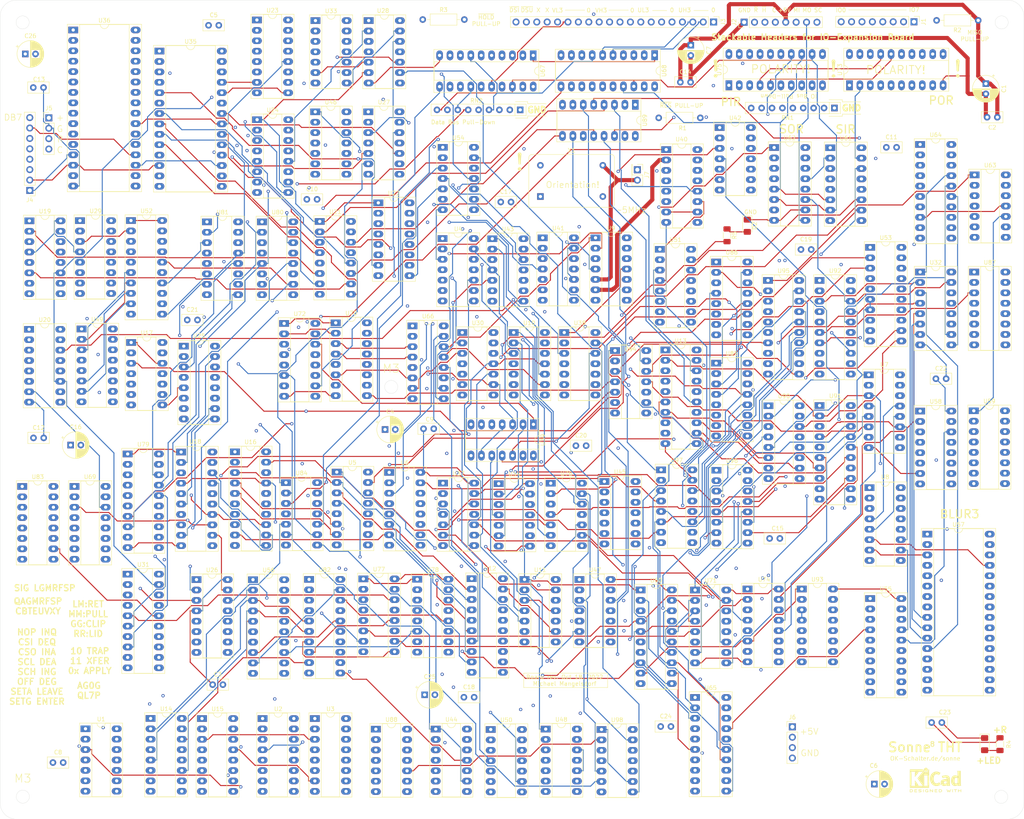
<source format=kicad_pcb>
(kicad_pcb (version 20211014) (generator pcbnew)
  (title_block (title "SONNE Micro-Controller CPU Board") (date "2022-10-19") (rev "Abuladdin") (company "Author: mim@ok-schalter.de (Michael Mangelsdorf)") (comment 1 "http://ok-schalter.de/sonne"))
  (layers (0 "F.Cu" signal) (1 "In1.Cu" signal) (2 "In2.Cu" signal) (31 "B.Cu" signal) (34 "B.Paste" user) (35 "F.Paste" user) (36 "B.SilkS" user "B.Silkscreen") (37 "F.SilkS" user "F.Silkscreen") (38 "B.Mask" user) (39 "F.Mask" user) (44 "Edge.Cuts" user))
  (net 0 "")
  (net 1 "GND")
  (net 2 "+5V")
  (net 3 "/IO7")
  (net 4 "/IO6")
  (net 5 "/IO5")
  (net 6 "/IO4")
  (net 7 "/IO3")
  (net 8 "/IO2")
  (net 9 "/IO1")
  (net 10 "/IO0")
  (net 11 "/SCLK")
  (net 12 "/DB7")
  (net 13 "/DB3")
  (net 14 "/DB6")
  (net 15 "/DB2")
  (net 16 "/DB5")
  (net 17 "/DB1")
  (net 18 "/DB4")
  (net 19 "/DB0")
  (net 20 "/~{RES}")
  (net 21 "/~{MEMOE}")
  (net 24 "/~{DEG}")
  (net 25 "/~{ING}")
  (net 26 "/UH0")
  (net 27 "/~{COG}")
  (net 28 "/~{BOG}")
  (net 29 "/UH1")
  (net 30 "Net-(U9-Pad3)")
  (net 31 "/~{XFER}")
  (net 32 "/PH0")
  (net 33 "/PH1")
  (net 34 "/DPH")
  (net 35 "/PH3")
  (net 36 "/UH2")
  (net 37 "/~{SIG}")
  (net 38 "/IB3")
  (net 39 "/IB2")
  (net 40 "/IB1")
  (net 41 "/IB0")
  (net 42 "Net-(U37-Pad8)")
  (net 43 "/BRANCH")
  (net 44 "Net-(U7-Pad11)")
  (net 45 "/IB6")
  (net 46 "/IB5")
  (net 47 "/IB4")
  (net 48 "/RES")
  (net 49 "/SCROUNGE ")
  (net 51 "Net-(U5-Pad1)")
  (net 52 "/G1")
  (net 53 "/UH3")
  (net 54 "/~{LEAVE}")
  (net 55 "/~{ENTER}")
  (net 57 "Net-(U46-Pad8)")
  (net 58 "/E0")
  (net 59 "/E1")
  (net 60 "/E2")
  (net 61 "Net-(U1-Pad3)")
  (net 62 "/E3")
  (net 64 "/E4")
  (net 65 "/E5")
  (net 66 "/~{RET}")
  (net 67 "/UL0")
  (net 68 "/~{COA}")
  (net 69 "/E6")
  (net 70 "/E7")
  (net 71 "/TRAP")
  (net 72 "/UL1")
  (net 73 "/~{CLEAR}")
  (net 74 "/UL2")
  (net 75 "/~{BOA}")
  (net 76 "/UL3")
  (net 77 "/~{xG}")
  (net 78 "/A1")
  (net 79 "Net-(U43-Pad6)")
  (net 80 "/A0")
  (net 81 "/A2")
  (net 83 "Net-(U11-Pad8)")
  (net 84 "/A3")
  (net 85 "/RET")
  (net 86 "/A5")
  (net 87 "/~{LID}")
  (net 88 "/FD0")
  (net 89 "/FD1")
  (net 90 "/FD2")
  (net 91 "/FD3")
  (net 92 "/A4")
  (net 93 "/FD4")
  (net 94 "/FD5")
  (net 95 "/~{CLIP}")
  (net 96 "/~{OFF}")
  (net 97 "/FD6")
  (net 98 "/A6")
  (net 99 "/FD7")
  (net 100 "/A7")
  (net 101 "/~{xA}")
  (net 102 "/PIA1")
  (net 103 "Net-(U19-Pad15)")
  (net 104 "Net-(U19-Pad1)")
  (net 105 "Net-(U19-Pad9)")
  (net 106 "Net-(U1-Pad2)")
  (net 108 "Net-(U19-Pad10)")
  (net 109 "/PIA0")
  (net 110 "/Lx")
  (net 111 "/PIA2")
  (net 112 "/~{TRAP}")
  (net 113 "/PIA3")
  (net 114 "Net-(U1-Pad4)")
  (net 115 "/~{POE}")
  (net 116 "/PIA5")
  (net 117 "/PIA4")
  (net 118 "/PIA6")
  (net 119 "/~{COF}")
  (net 120 "/FETCH")
  (net 121 "/~{SCH}")
  (net 122 "/SCL")
  (net 123 "/Q1")
  (net 124 "/Q0")
  (net 125 "/IB7")
  (net 127 "/PH2")
  (net 128 "/~{HOLD}")
  (net 129 "Net-(U38-Pad1)")
  (net 130 "/PIA7")
  (net 131 "/~{PH0}")
  (net 132 "Net-(U27-Pad3)")
  (net 133 "/~{xP}")
  (net 134 "Net-(U34-Pad3)")
  (net 135 "/~{SETG}")
  (net 136 "/~{Gx}")
  (net 137 "Net-(J2-Pad2)")
  (net 138 "/MOSI")
  (net 139 "/MISO")
  (net 140 "/~{BOF}")
  (net 141 "Net-(U19-Pad12)")
  (net 142 "/Mx")
  (net 143 "/xP")
  (net 144 "/CSO")
  (net 145 "/CSI")
  (net 146 "/OFFS0")
  (net 147 "/OFFS1")
  (net 148 "/OFFS2")
  (net 149 "/OFFS3")
  (net 150 "Net-(U20-Pad1)")
  (net 151 "Net-(U20-Pad10)")
  (net 152 "/FIA0")
  (net 154 "/FIA1")
  (net 155 "/CLOSE")
  (net 156 "Net-(U14-Pad9)")
  (net 157 "Net-(U4-Pad9)")
  (net 158 "/IN_LOCAL")
  (net 161 "Net-(U18-Pad2)")
  (net 162 "/FIA2")
  (net 163 "Net-(U18-Pad5)")
  (net 164 "Net-(U18-Pad6)")
  (net 165 "/Q2")
  (net 166 "Net-(U12-Pad11)")
  (net 167 "Net-(U15-Pad9)")
  (net 168 "/xC")
  (net 169 "/FIA3")
  (net 170 "/G0")
  (net 171 "/G2")
  (net 174 "Net-(U29-Pad1)")
  (net 175 "Net-(U29-Pad9)")
  (net 176 "/G3")
  (net 177 "/~{XINC}")
  (net 180 "Net-(U5-Pad9)")
  (net 181 "Net-(U5-Pad10)")
  (net 182 "Net-(U4-Pad5)")
  (net 183 "Net-(U10-Pad8)")
  (net 184 "Net-(U12-Pad12)")
  (net 185 "Net-(U14-Pad4)")
  (net 186 "Net-(U14-Pad7)")
  (net 187 "Net-(U14-Pad12)")
  (net 188 "Net-(U15-Pad4)")
  (net 189 "Net-(U15-Pad7)")
  (net 190 "Net-(U15-Pad12)")
  (net 191 "Net-(U18-Pad9)")
  (net 192 "/~{xC}")
  (net 193 "/Q3")
  (net 194 "Net-(U23-Pad9)")
  (net 195 "Net-(U23-Pad4)")
  (net 196 "Net-(U23-Pad12)")
  (net 197 "Net-(U23-Pad7)")
  (net 198 "Net-(U24-Pad4)")
  (net 199 "/IPH")
  (net 200 "Net-(U24-Pad7)")
  (net 201 "/Y0")
  (net 202 "Net-(U27-Pad13)")
  (net 203 "Net-(U11-Pad5)")
  (net 204 "/~{SCL}")
  (net 205 "/Y1")
  (net 206 "/~{CSO}")
  (net 207 "Net-(U18-Pad12)")
  (net 208 "Net-(U10-Pad12)")
  (net 209 "/FR1")
  (net 210 "/FR0")
  (net 211 "Net-(U58-Pad9)")
  (net 212 "/FR2")
  (net 213 "/FR3")
  (net 214 "/FR5")
  (net 215 "/FR4")
  (net 217 "/FR6")
  (net 218 "/FR7")
  (net 219 "/Y2")
  (net 220 "/Y3")
  (net 221 "/Y4")
  (net 222 "/Y5")
  (net 223 "/Y6")
  (net 224 "Net-(J2-Pad3)")
  (net 225 "/VH0")
  (net 226 "/VH1")
  (net 227 "/VH2")
  (net 228 "/VH3")
  (net 229 "/VL0")
  (net 230 "/VL1")
  (net 231 "/VL2")
  (net 232 "/VL3")
  (net 233 "Net-(U22-Pad9)")
  (net 234 "Net-(U35-Pad4)")
  (net 235 "/~{CSI}")
  (net 236 "/FIA4")
  (net 237 "Net-(J5-Pad4)")
  (net 238 "Net-(U45-Pad10)")
  (net 240 "Net-(U12-Pad13)")
  (net 241 "Net-(U12-Pad14)")
  (net 242 "Net-(U12-Pad15)")
  (net 243 "Net-(U12-Pad16)")
  (net 244 "Net-(U12-Pad17)")
  (net 245 "Net-(U12-Pad18)")
  (net 246 "Net-(U5-Pad15)")
  (net 247 "/FIA5")
  (net 250 "Net-(U1-Pad5)")
  (net 251 "Net-(U18-Pad15)")
  (net 252 "Net-(U18-Pad16)")
  (net 253 "Net-(U18-Pad19)")
  (net 254 "/~{PULL}")
  (net 257 "Net-(U21-Pad4)")
  (net 258 "Net-(U21-Pad7)")
  (net 259 "Net-(U21-Pad9)")
  (net 260 "Net-(U21-Pad12)")
  (net 261 "Net-(U22-Pad4)")
  (net 262 "Net-(U22-Pad7)")
  (net 263 "Net-(U24-Pad9)")
  (net 264 "Net-(U24-Pad12)")
  (net 267 "Net-(U46-Pad1)")
  (net 268 "Net-(U33-Pad2)")
  (net 269 "Net-(U40-Pad14)")
  (net 270 "/Y7")
  (net 271 "/~{PH3}")
  (net 272 "/EXIT")
  (net 273 "Net-(U41-Pad10)")
  (net 274 "Net-(U41-Pad12)")
  (net 275 "Net-(U20-Pad15)")
  (net 278 "Net-(U29-Pad10)")
  (net 279 "Net-(U25-Pad12)")
  (net 281 "Net-(U57-Pad17)")
  (net 282 "Net-(U57-Pad18)")
  (net 283 "Net-(U57-Pad19)")
  (net 284 "Net-(U57-Pad20)")
  (net 285 "Net-(U57-Pad21)")
  (net 286 "Net-(U57-Pad13)")
  (net 287 "Net-(U57-Pad14)")
  (net 288 "Net-(U57-Pad15)")
  (net 294 "/SIG")
  (net 295 "/~{Lx}")
  (net 296 "/FIA6")
  (net 297 "/~{Mx}")
  (net 298 "/FIA7")
  (net 299 "/xT")
  (net 300 "Net-(U43-Pad12)")
  (net 301 "/xE")
  (net 302 "/IN_BASE")
  (net 303 "/~{xM}")
  (net 304 "Net-(U29-Pad12)")
  (net 306 "/~{APPLY}")
  (net 307 "/NZFLAG_F")
  (net 308 "/ZFLAG_F")
  (net 309 "Net-(U40-Pad1)")
  (net 310 "/~{xR}")
  (net 311 "/~{IN_ROM}")
  (net 312 "/~{IN_RAM}")
  (net 313 "/LFETCH")
  (net 314 "/xB")
  (net 315 "/~{EXIT}")
  (net 316 "Net-(U29-Pad15)")
  (net 317 "Net-(U38-Pad6)")
  (net 318 "/~{DPH}")
  (net 319 "Net-(D1-Pad2)")
  (net 320 "Net-(U17-Pad6)")
  (net 321 "Net-(U19-Pad5)")
  (net 322 "Net-(U19-Pad14)")
  (net 324 "/~{xS}")
  (net 325 "Net-(U44-Pad12)")
  (net 326 "Net-(U41-Pad3)")
  (net 328 "Net-(U44-Pad10)")
  (net 330 "Net-(U40-Pad13)")
  (net 331 "Net-(U49-Pad1)")
  (net 332 "Net-(U20-Pad9)")
  (net 333 "Net-(U49-Pad10)")
  (net 337 "Net-(U40-Pad2)")
  (net 338 "Net-(U34-Pad1)")
  (net 339 "/xY")
  (net 342 "Net-(U29-Pad11)")
  (net 343 "Net-(U21-Pad2)")
  (net 344 "Net-(U21-Pad5)")
  (net 345 "Net-(U38-Pad5)")
  (net 346 "/Lx_pre")
  (net 347 "/xM_pre")
  (net 348 "Net-(U49-Pad15)")
  (net 349 "Net-(U49-Pad9)")
  (net 350 "Net-(U50-Pad10)")
  (net 351 "/Rx_pre")
  (net 352 "/xR_pre")
  (net 353 "/Gx_pre")
  (net 354 "Net-(U6-Pad1)")
  (net 355 "/xG_pre")
  (net 356 "/~{xF}")
  (net 357 "/Mx_pre")
  (net 358 "/~{xX}")
  (net 359 "Net-(U28-Pad9)")
  (net 360 "/~{Rx}")
  (net 361 "Net-(U44-Pad11)")
  (net 362 "/~{Fx}")
  (net 363 "Net-(U79-Pad3)")
  (net 364 "Net-(U79-Pad4)")
  (net 365 "Net-(U79-Pad7)")
  (net 366 "Net-(U79-Pad8)")
  (net 368 "Net-(U79-Pad13)")
  (net 369 "Net-(U79-Pad14)")
  (net 370 "Net-(U79-Pad17)")
  (net 371 "Net-(U79-Pad18)")
  (net 372 "Net-(U34-Pad6)")
  (net 373 "Net-(U27-Pad9)")
  (net 374 "/SIG_pre")
  (net 375 "/APPLY")
  (net 378 "Net-(U21-Pad11)")
  (net 379 "Net-(U27-Pad2)")
  (net 380 "Net-(J7-Pad2)")
  (net 382 "Net-(U34-Pad8)")
  (net 383 "/Q5")
  (net 384 "/~{SETA}")
  (net 385 "Net-(U11-Pad9)")
  (net 386 "Net-(U46-Pad2)")
  (net 387 "/~{Sx}")
  (net 388 "/Q4")
  (net 389 "Net-(U77-Pad4)")
  (net 390 "/Q6")
  (net 391 "/xV")
  (net 392 "/xU")
  (net 393 "/xX")
  (net 394 "/Q7")
  (net 395 "Net-(U77-Pad7)")
  (net 396 "/FOP0")
  (net 397 "/FOP1")
  (net 398 "/FOP2")
  (net 399 "/FOP3")
  (net 400 "/~{xQ}")
  (net 401 "/~{Px}")
  (net 402 "/~{DEA}")
  (net 403 "/~{INA}")
  (net 404 "Net-(U77-Pad9)")
  (net 405 "Net-(U77-Pad12)")
  (net 406 "Net-(U78-Pad4)")
  (net 407 "Net-(U78-Pad7)")
  (net 408 "Net-(U78-Pad9)")
  (net 409 "Net-(U78-Pad12)")
  (net 410 "Net-(U21-Pad14)")
  (net 412 "/G5")
  (net 413 "/Px")
  (net 414 "Net-(U22-Pad2)")
  (net 415 "Net-(U10-Pad1)")
  (net 416 "Net-(U10-Pad3)")
  (net 417 "Net-(U22-Pad5)")
  (net 418 "Net-(U22-Pad11)")
  (net 421 "/~{COQ}")
  (net 422 "/~{BOQ}")
  (net 425 "/~{atG}")
  (net 426 "/G4")
  (net 427 "/~{DEQ}")
  (net 428 "/~{INQ}")
  (net 429 "Net-(U22-Pad14)")
  (net 430 "Net-(U32-Pad11)")
  (net 431 "Net-(U35-Pad27)")
  (net 433 "/XA7")
  (net 434 "/XA6")
  (net 435 "/XA5")
  (net 436 "/XA4")
  (net 437 "/XA3")
  (net 438 "/XA2")
  (net 439 "/XA1")
  (net 440 "/XA0")
  (net 442 "Net-(U54-Pad12)")
  (net 443 "/~{PUTQ}")
  (net 444 "/~{PUTA}")
  (net 445 "Net-(U37-Pad4)")
  (net 446 "Net-(U42-Pad6)")
  (net 448 "Net-(U38-Pad11)")
  (net 449 "/G6")
  (net 454 "/~{GETQ}")
  (net 455 "/~{GETA}")
  (net 456 "/G7")
  (net 457 "Net-(U6-Pad9)")
  (net 458 "Net-(U6-Pad10)")
  (net 459 "Net-(U42-Pad2)")
  (net 460 "Net-(U6-Pad15)")
  (net 461 "/~{atA}")
  (net 463 "Net-(U88-Pad12)")
  (net 464 "Net-(U94-Pad3)")
  (net 465 "Net-(U42-Pad11)")
  (net 466 "Net-(U95-Pad2)")
  (net 467 "Net-(U95-Pad5)")
  (net 468 "Net-(U95-Pad6)")
  (net 469 "Net-(U95-Pad9)")
  (net 470 "Net-(U95-Pad12)")
  (net 471 "Net-(U95-Pad15)")
  (net 472 "Net-(U95-Pad16)")
  (net 473 "Net-(U95-Pad19)")
  (net 474 "Net-(D2-Pad2)")
  (net 477 "Net-(U88-Pad10)")
  (net 481 "Net-(U42-Pad8)")
  (net 483 "Net-(U43-Pad1)")
  (net 484 "Net-(U43-Pad2)")
  (footprint "Package_DIP:DIP-16_W7.62mm_Socket_LongPads" (layer "F.Cu") (at 238.25 198.5)
    (fp_text reference "U74")
    (fp_text value "74AHC138")
  )
  (footprint "Package_DIP:DIP-14_W7.62mm_Socket_LongPads" (layer "F.Cu") (at 76.6 232.625)
    (fp_text reference "U1")
    (fp_text value "4078")
  )
  (footprint "Package_DIP:DIP-20_W7.62mm_Socket_LongPads" (layer "F.Cu") (at 268.2 115.075)
    (fp_text reference "U53")
    (fp_text value "74AHC245")
  )
  (footprint "Package_DIP:DIP-14_W7.62mm_Socket_LongPads" (layer "F.Cu") (at 188.24 112.745)
    (fp_text reference "U41")
    (fp_text value "74AHC04")
  )
  (footprint "Package_DIP:DIP-20_W7.62mm_Socket_LongPads" (layer "F.Cu") (at 87.7 108.525)
    (fp_text reference "U52")
    (fp_text value "74AHC245")
  )
  (footprint "Package_DIP:DIP-20_W7.62mm_Socket_LongPads" (layer "F.Cu") (at 117.5 196.225)
    (fp_text reference "U56")
    (fp_text value "74AHC245")
  )
  (footprint "Package_DIP:DIP-14_W7.62mm_Socket_LongPads" (layer "F.Cu") (at 175.55 232.8)
    (fp_text reference "U50")
    (fp_text value "74AHC08")
  )
  (footprint "Package_DIP:DIP-14_W7.62mm_Socket_LongPads" (layer "F.Cu") (at 185.975 158.3 -90)
    (fp_text reference "U39")
    (fp_text value "4075")
  )
  (footprint "Package_DIP:DIP-16_W7.62mm_Socket_LongPads" (layer "F.Cu") (at 92.5 230.1)
    (fp_text reference "U14")
    (fp_text value "74HC157")
  )
  (footprint "Package_DIP:DIP-16_W7.62mm_Socket_LongPads" (layer "F.Cu") (at 105.05 230.125)
    (fp_text reference "U15")
    (fp_text value "74HC157")
  )
  (footprint "Package_DIP:DIP-20_W7.62mm_Socket_LongPads" (layer "F.Cu") (at 218.2 140.125)
    (fp_text reference "U13")
    (fp_text value "74AHC245")
  )
  (footprint "Package_DIP:DIP-20_W7.62mm_Socket_LongPads" (layer "F.Cu") (at 113.0857 165)
    (fp_text reference "U16")
    (fp_text value "74AHC245")
  )
  (footprint "Package_DIP:DIP-16_W7.62mm_Socket_LongPads" (layer "F.Cu") (at 100.6 139.2)
    (fp_text reference "U25")
    (fp_text value "74HC193")
  )
  (footprint "Package_DIP:DIP-14_W7.62mm_Socket_LongPads" (layer "F.Cu") (at 193.5 135.875)
    (fp_text reference "U38")
    (fp_text value "74HC32")
  )
  (footprint "Package_DIP:DIP-16_W7.62mm_Socket_LongPads" (layer "F.Cu") (at 118.5 83.9)
    (fp_text reference "U24")
    (fp_text value "74HC157")
  )
  (footprint "Capacitor_THT:C_Disc_D5.0mm_W2.5mm_P2.50mm" (layer "F.Cu") (at 221.85 74.75)
    (fp_text reference "C14")
    (fp_text value "C_Small")
  )
  (footprint "Package_DIP:DIP-16_W7.62mm_Socket_LongPads" (layer "F.Cu") (at 268.05 173.75)
    (fp_text reference "U8")
    (fp_text value "74HC193")
  )
  (footprint "Package_DIP:DIP-14_W7.62mm_Socket_LongPads" (layer "F.Cu") (at 132.7 81.975)
    (fp_text reference "U46")
    (fp_text value "74HC32")
  )
  (footprint "Package_DIP:DIP-14_W7.62mm_Socket_LongPads" (layer "F.Cu") (at 203.3 172.25)
    (fp_text reference "U45")
    (fp_text value "74HC74")
  )
  (footprint "Package_DIP:DIP-20_W7.62mm_Socket_LongPads" (layer "F.Cu") (at 280.4 89.95)
    (fp_text reference "U64")
    (fp_text value "74AHC245")
  )
  (footprint "Package_DIP:DIP-16_W7.62mm_Socket_LongPads" (layer "F.Cu") (at 156.45 134.25)
    (fp_text reference "U66")
    (fp_text value "74AHC138")
  )
  (footprint "Resistor_THT:R_Axial_DIN0207_L6.3mm_D2.5mm_P10.16mm_Horizontal" (layer "F.Cu") (at 226.73 83.45 180)
    (fp_text reference "R1")
    (fp_text value "R7.5k")
  )
  (footprint "Capacitor_THT:C_Disc_D5.0mm_W2.5mm_P2.50mm" (layer "F.Cu") (at 283.2 231.1)
    (fp_text reference "C23")
    (fp_text value "C_Small")
  )
  (footprint "Capacitor_THT:C_Disc_D5.0mm_W2.5mm_P2.50mm" (layer "F.Cu") (at 284.25 147.15)
    (fp_text reference "C22")
    (fp_text value "C_Small")
  )
  (footprint "Capacitor_THT:C_Disc_D5.0mm_W2.5mm_P2.50mm" (layer "F.Cu") (at 251.3 115.6)
    (fp_text reference "C19")
    (fp_text value "C_Small")
  )
  (footprint "Package_DIP:DIP-16_W7.62mm_Socket_LongPads" (layer "F.Cu") (at 267.85 146.2)
    (fp_text reference "U7")
    (fp_text value "74HC193")
  )
  (footprint "Package_DIP:DIP-14_W7.62mm_Socket_LongPads" (layer "F.Cu") (at 181.15 135.875)
    (fp_text reference "U10")
    (fp_text value "74AHC08")
  )
  (footprint "Package_DIP:DIP-20_W7.62mm_Socket_LongPads" (layer "F.Cu") (at 99.95 165.05)
    (fp_text reference "U18")
    (fp_text value "74AHC273")
  )
  (footprint "Package_DIP:DIP-16_W7.62mm_Socket_LongPads" (layer "F.Cu") (at 125.1 133.65)
    (fp_text reference "U72")
    (fp_text value "74HC238")
  )
  (footprint "Package_DIP:DIP-20_W7.62mm_Socket_LongPads" (layer "F.Cu") (at 268.2 200.825)
    (fp_text reference "U55")
    (fp_text value "74AHC273")
  )
  (footprint "Package_DIP:DIP-14_W7.62mm_Socket_LongPads" (layer "F.Cu") (at 293.7 97.375)
    (fp_text reference "U63")
    (fp_text value "4078")
  )
  (footprint "Package_DIP:DIP-20_W7.62mm_Socket_LongPads" (layer "F.Cu") (at 225.45 224.975)
    (fp_text reference "U65")
    (fp_text value "74AHC245")
  )
  (footprint "Package_DIP:DIP-16_W7.62mm_Socket_LongPads" (layer "F.Cu") (at 62.9 108.6)
    (fp_text reference "U19")
    (fp_text value "74HC193")
  )
  (footprint "Package_DIP:DIP-20_W7.62mm_Socket_LongPads" (layer "F.Cu") (at 170.9 195.975)
    (fp_text reference "U12")
    (fp_text value "74AHC245")
  )
  (footprint "Package_DIP:DIP-32_W15.24mm_Socket_LongPads" (layer "F.Cu") (at 282.15 185.1)
    (fp_text reference "U57")
    (fp_text value "27C080")
  )
  (footprint "Resistor_THT:R_Axial_DIN0207_L6.3mm_D2.5mm_P10.16mm_Horizontal" (layer "F.Cu") (at 294.58 59.65 180)
    (fp_text reference "R2")
    (fp_text value "R7.5k")
  )
  (footprint "Package_DIP:DIP-16_W7.62mm_Socket_LongPads" (layer "F.Cu") (at 137.7 133.5)
    (fp_text reference "U70")
    (fp_text value "74AHC138")
  )
  (footprint "Package_DIP:DIP-16_W7.62mm_Socket_LongPads" (layer "F.Cu") (at 118.45 59.55)
    (fp_text reference "U23")
    (fp_text value "74HC157")
  )
  (footprint "Package_DIP:DIP-14_W7.62mm_Socket_LongPads" (layer "F.Cu") (at 87.75 138.3)
    (fp_text reference "U17")
    (fp_text value "74AHC00")
  )
  (footprint "Package_DIP:DIP-16_W7.62mm_Socket_LongPads" (layer "F.Cu") (at 225.45 198.75)
    (fp_text reference "U71")
    (fp_text value "74AHC138")
  )
  (footprint "Connector_PinHeader_2.54mm:PinHeader_1x08_P2.54mm_Vertical" (layer "F.Cu") (at 278.9 60 -90)
    (fp_text reference "J1")
    (fp_text value "Conn_01x08_Male" hide)
  )
  (footprint "Connector_PinHeader_2.54mm:PinHeader_1x08_P2.54mm_Vertical" (layer "F.Cu") (at 237.425 60.1 90)
    (fp_text reference locked "J2")
    (fp_text value "Conn_01x08_Male" hide)
  )
  (footprint "Connector_PinHeader_2.54mm:PinHeader_1x20_P2.54mm_Vertical" (layer "F.Cu") (at 229.975 60.05 -90)
    (fp_text reference locked "J3")
    (fp_text value "Conn_01x20_Male" hide)
  )
  (footprint "Capacitor_THT:C_Disc_D5.0mm_W2.5mm_P2.50mm" (layer "F.Cu") (at 178 104)
    (fp_text reference "C17")
    (fp_text value "C_Small")
  )
  (footprint "Package_DIP:DIP-16_W7.62mm_Socket_LongPads" (layer "F.Cu") (at 137.95 169.95)
    (fp_text reference "U5")
    (fp_text value "74HC193")
  )
  (footprint "Package_DIP:DIP-16_W7.62mm_Socket_LongPads" (layer "F.Cu") (at 150.7571 170.025)
    (fp_text reference "U6")
    (fp_text value "74HC193")
  )
  (footprint "Package_DIP:DIP-14_W7.62mm_Socket_LongPads" (layer "F.Cu") (at 201.14 112.745)
    (fp_text reference "U9")
    (fp_text value "74AHC08")
  )
  (footprint "Package_DIP:DIP-14_W7.62mm_Socket_LongPads" (layer "F.Cu") (at 183.8 196.175)
    (fp_text reference "U11")
    (fp_text value "74HC74")
  )
  (footprint "Package_DIP:DIP-16_W7.62mm_Socket_LongPads" (layer "F.Cu") (at 216.85 115.55)
    (fp_text reference "U51")
    (fp_text value "74HC238")
  )
  (footprint "Package_DIP:DIP-14_W7.62mm_Socket_LongPads" (layer "F.Cu") (at 132.75 59.7)
    (fp_text reference "U33")
    (fp_text value "74AHC04")
  )
  (footprint "Package_DIP:DIP-28_W15.24mm_Socket_LongPads" (layer "F.Cu") (at 94.65 67.15)
    (fp_text reference "U35")
    (fp_text value "KM62256CLP")
  )
  (footprint "Package_DIP:DIP-32_W15.24mm_Socket_LongPads" (layer "F.Cu") (at 73.6 62)
    (fp_text reference "U36")
    (fp_text value "SST39SF040")
  )
  (footprint "Package_DIP:DIP-16_W7.62mm_Socket_LongPads" (layer "F.Cu") (at 280.4 155.05)
    (fp_text reference "U58")
    (fp_text value "74HC283")
  )
  (footprint "Capacitor_THT:C_Disc_D5.0mm_W2.5mm_P2.50mm" (layer "F.Cu") (at 159.14 159.37)
    (fp_text reference "C9")
    (fp_text value "C_Small")
  )
  (footprint "Capacitor_THT:CP_Radial_D6.3mm_P2.50mm" (layer "F.Cu") (at 224.4 65.7176 -90)
    (fp_text reference "C7")
    (fp_text value "C_Polarized_Small" hide)
  )
  (footprint "Resistor_THT:R_Array_SIP9" (layer "F.Cu") (at 182.75 81.5 180)
    (fp_text reference "RN2")
    (fp_text value "R_Network08")
  )
  (footprint "Package_DIP:DIP-16_W7.62mm_Socket_LongPads" (layer "F.Cu") (at 119.85 230.125)
    (fp_text reference "U2")
    (fp_text value "74HC193")
  )
  (footprint "Package_DIP:DIP-16_W7.62mm_Socket_LongPads" (layer "F.Cu") (at 132.6 230.125)
    (fp_text reference "U3")
    (fp_text value "74HC193")
  )
  (footprint "Package_DIP:DIP-20_W7.62mm_Socket_LongPads" (layer "F.Cu") (at 215.575 68.15 -90)
    (fp_text reference "U68")
    (fp_text value "74AHC273")
  )
  (footprint "Package_DIP:DIP-16_W7.62mm_Socket_LongPads" (layer "F.Cu") (at 62.83 135.09)
    (fp_text reference "U20")
    (fp_text value "74HC193")
  )
  (footprint "Package_DIP:DIP-16_W7.62mm_Socket_LongPads" (layer "F.Cu") (at 133.8 108.75)
    (fp_text reference "U21")
    (fp_text value "74HC157")
  )
  (footprint "Package_DIP:DIP-16_W7.62mm_Socket_LongPads" (layer "F.Cu") (at 148.1 104.2)
    (fp_text reference "U22")
    (fp_text value "74HC157")
  )
  (footprint "Package_DIP:DIP-16_W7.62mm_Socket_LongPads" (layer "F.Cu") (at 103.7 196.2)
    (fp_text reference "U26")
    (fp_text value "74HC193")
  )
  (footprint "Package_DIP:DIP-14_W7.62mm_Socket_LongPads" (layer "F.Cu") (at 145.65 81.975)
    (fp_text reference "U27")
    (fp_text value "74AHC02")
  )
  (footprint "Package_DIP:DIP-14_W7.62mm_Socket_LongPads" (layer "F.Cu") (at 145.75 59.7)
    (fp_text reference "U28")
    (fp_text value "74HC32")
  )
  (footprint "Package_DIP:DIP-16_W7.62mm_Socket_LongPads" (layer "F.Cu") (at 75.25 108.55)
    (fp_text reference "U29")
    (fp_text value "74HC193")
  )
  (footprint "Package_DIP:DIP-14_W7.62mm_Socket_LongPads" (layer "F.Cu") (at 168.6 135.875)
    (fp_text reference "U30")
    (fp_text value "74AHC04")
  )
  (footprint "Package_DIP:DIP-20_W7.62mm_Socket_LongPads" (layer "F.Cu") (at 86.9 194.875)
    (fp_text reference "U31")
    (fp_text value "74AHC245")
  )
  (footprint "Package_DIP:DIP-14_W7.62mm_Socket_LongPads" (layer "F.Cu") (at 177.5 172.775)
    (fp_text reference "U34")
    (fp_text value "74AHC08")
  )
  (footprint "Package_DIP:DIP-14_W7.62mm_Socket_LongPads" (layer "F.Cu") (at 175.94 112.97)
    (fp_text reference "U43")
    (fp_text value "74AHC04")
  )
  (footprint "Package_DIP:DIP-14_W7.62mm_Socket_LongPads" (layer "F.Cu") (at 197.2 196.175)
    (fp_text reference "U47")
    (fp_text value "74AHC08")
  )
  (footprint "Package_DIP:DIP-16_W7.62mm_Socket_LongPads" (layer "F.Cu") (at 75.65 135)
    (fp_text reference "U49")
    (fp_text value "74HC193")
  )
  (footprint "Package_DIP:DIP-16_W7.62mm_Socket_LongPads" (layer "F.Cu") (at 293.5 154.975)
    (fp_text reference "U59")
    (fp_text value "74HC283")
  )
  (footprint "Package_DIP:DIP-20_W7.62mm_Socket_LongPads" (layer "F.Cu") (at 212.15 198.725)
    (fp_text reference "U60")
    (fp_text value "74AHC273")
  )
  (footprint "Package_DIP:DIP-16_W7.62mm_Socket_LongPads" (layer "F.Cu") (at 258.45 90.75)
    (fp_text reference "U61")
    (fp_text value "74HC595")
  )
  (footprint "Package_DIP:DIP-16_W7.62mm_Socket_LongPads" (layer "F.Cu") (at 244.75 90.7)
    (fp_text reference "U62")
    (fp_text value "74HC165")
  )
  (footprint "Package_DIP:DIP-20_W7.62mm_Socket_LongPads" (layer "F.Cu") (at 263.15 75.5 90)
    (fp_text reference "U73")
    (fp_text value "74AHC574")
  )
  (footprint "Connector_PinHeader_2.54mm:PinHeader_2x01_P2.54mm_Vertical" (layer "F.Cu") (at 211.35 96.125 -90)
    (fp_text reference "J7")
    (fp_text value "Conn_02x01")
  )
  (footprint "Package_DIP:DIP-16_W7.62mm_Socket_LongPads" (layer "F.Cu") (at 218.4 91.2)
    (fp_text reference "U40")
    (fp_text value "74HC163")
  )
  (footprint "Package_DIP:DIP-14_W7.62mm_Socket_LongPads" (layer "F.Cu") (at 162.125 232.7)
    (fp_text reference "U44")
    (fp_text value "74AHC00")
  )
  (footprint "Package_DIP:DIP-20_W7.62mm_Socket_LongPads" (layer "F.Cu") (at 255.85 153.7)
    (fp_text reference "U91")
    (fp_text value "74AHC245")
  )
  (footprint "Package_DIP:DIP-16_W7.62mm_Socket_LongPads" (layer "F.Cu") (at 217.15 169.4)
    (fp_text reference "U97")
    (fp_text value "74HC157")
  )
  (footprint "Capacitor_THT:CP_Radial_D6.3mm_P2.50mm" (layer "F.Cu") (at 159.4176 224.325)
    (fp_text reference "C25")
    (fp_text value "C_Polarized_Small")
  )
  (footprint "Package_DIP:DIP-14_W7.62mm_Socket_LongPads" (layer "F.Cu") (at 163.79 112.92)
    (fp_text reference "U4")
    (fp_text value "74HC74")
  )
  (footprint "Package_DIP:DIP-16_W7.62mm_Socket_LongPads" (layer "F.Cu") (at 243.35 153.75)
    (fp_text reference "U90")
    (fp_text value "74HC157")
  )
  (footprint "Package_DIP:DIP-14_W7.62mm_Socket_LongPads" (layer "F.Cu") (at 163.8929 172.65)
    (fp_text reference "U37")
    (fp_text value "74HC21")
  )
  (footprint "Package_DIP:DIP-16_W7.62mm_Socket_LongPads" (layer "F.Cu") (at 119.7 108.85)
    (fp_text reference "U80")
    (fp_text value "74HC157")
  )
  (footprint "Package_DIP:DIP-16_W7.62mm_Socket_LongPads" (layer "F.Cu") (at 61.15 173.45)
    (fp_text reference "U83")
    (fp_text value "74HC157")
  )
  (footprint "Capacitor_THT:C_Disc_D5.0mm_W2.5mm_P2.50mm" (layer "F.Cu") (at 63.9 161.6)
    (fp_text reference "C12")
    (fp_text value "C_Small")
  )
  (footprint "Package_DIP:DIP-20_W7.62mm_Socket_LongPads" (layer "F.Cu") (at 86.9 165.525)
    (fp_text reference "U79")
    (fp_text value "74AHC273")
  )
  (footprint "Package_DIP:DIP-16_W7.62mm_Socket_LongPads" (layer "F.Cu") (at 106.25 108.85)
    (fp_text reference "U81")
    (fp_text value "74HC157")
  )
  (footprint "Capacitor_THT:CP_Radial_D6.3mm_P2.50mm" (layer "F.Cu") (at 72.9676 163.35)
    (fp_text reference "C16")
    (fp_text value "C_Polarized_Small")
  )
  (footprint "Package_DIP:DIP-14_W7.62mm_Socket_LongPads" (layer "F.Cu") (at 188.975 232.7)
    (fp_text reference "U48")
    (fp_text value "74HC74")
  )
  (footprint "Connector_PinHeader_2.54mm:PinHeader_1x08_P2.54mm_Vertical" (layer "F.Cu") (at 63 101.175 180)
    (fp_text reference "J4")
    (fp_text value "Conn_01x08_Male" hide)
  )
  (footprint "Resistor_THT:R_Axial_DIN0207_L6.3mm_D2.5mm_P10.16mm_Horizontal" (layer "F.Cu") (at 158.95 59.45)
    (fp_text reference "R3")
    (fp_text value "R7.5k")
  )
  (footprint "Capacitor_THT:C_Disc_D5.0mm_W2.5mm_P2.50mm" (layer "F.Cu") (at 196.35 163.5)
    (fp_text reference "C20")
    (fp_text value "C_Small")
  )
  (footprint "Capacitor_THT:C_Disc_D5.0mm_W2.5mm_P2.50mm" (layer "F.Cu") (at 217.05 232.075)
    (fp_text reference "C24")
    (fp_text value "C_Small")
  )
  (footprint "Capacitor_THT:CP_Radial_D6.3mm_P2.50mm" (layer "F.Cu") (at 269.2176 246.125)
    (fp_text reference "C6")
    (fp_text value "C_Polarized_Small")
  )
  (footprint "Package_DIP:DIP-14_W7.62mm_Socket_LongPads" (layer "F.Cu") (at 202.6 232.8)
    (fp_text reference "U98")
    (fp_text value "74AHC00")
  )
  (footprint "Package_DIP:DIP-14_W7.62mm_Socket_LongPads" (layer "F.Cu") (at 163.84 90.645)
    (fp_text reference "U54")
    (fp_text value "74AHC08")
  )
  (footprint "Package_DIP:DIP-14_W7.62mm_Socket_LongPads" (layer "F.Cu") (at 190.2 172.675)
    (fp_text reference "U76")
    (fp_text value "74AHC04")
  )
  (footprint "Package_DIP:DIP-16_W7.62mm_Socket_LongPads" (layer "F.Cu") (at 210.85 80.25 -90)
    (fp_text reference "U89")
    (fp_text value "74HC157")
  )
  (footprint "Package_DIP:DIP-20_W7.62mm_Socket_LongPads" (layer "F.Cu") (at 233.7 75.5 90)
    (fp_text reference "U75")
    (fp_text value "74AHC574")
  )
  (footprint "Resistor_THT:R_Array_SIP9" (layer "F.Cu") (at 259.475 81.05 180)
    (fp_text reference "RN1")
    (fp_text value "R_Network08")
  )
  (footprint "Package_DIP:DIP-16_W7.62mm_Socket_LongPads" (layer "F.Cu") (at 230.6 118.65)
    (fp_text reference "U86")
    (fp_text value "74HC238")
  )
  (footprint "Capacitor_THT:C_Disc_D5.0mm_W2.5mm_P2.50mm" (layer "F.Cu") (at 106.65 60.85)
    (fp_text reference "C5")
    (fp_text value "C_Small")
  )
  (footprint "Capacitor_THT:C_Disc_D5.0mm_W2.5mm_P2.50mm" (layer "F.Cu") (at 299.25 83.3 180)
    (fp_text reference "C2")
    (fp_text value "C_Small")
  )
  (footprint "Package_DIP:DIP-14_W7.62mm_Socket_LongPads" (layer "F.Cu") (at 147.5 232.725)
    (fp_text reference "U88")
    (fp_text value "74AHC04")
  )
  (footprint "Oscillator:Oscillator_DIP-14" (layer "F.Cu") (at 187.68 102.66)
    (fp_text reference "X1")
    (fp_text value "CXO_DIP14")
  )
  (footprint "Package_DIP:DIP-16_W7.62mm_Socket_LongPads" (layer "F.Cu") (at 157.6 196.125)
    (fp_text reference "U78")
    (fp_text value "74HC157")
  )
  (footprint "Capacitor_THT:C_Disc_D5.0mm_W2.5mm_P2.50mm" (layer "F.Cu") (at 272.15 90.65)
    (fp_text reference "C11")
    (fp_text value "C_Small")
  )
  (footprint "Package_DIP:DIP-20_W7.62mm_Socket_LongPads" (layer "F.Cu") (at 255.85 123.15)
    (fp_text reference "U92")
    (fp_text value "74AHC245")
  )
  (footprint "Capacitor_THT:C_Disc_D5.0mm_W2.5mm_P2.50mm" (layer "F.Cu") (at 107.65 221.85)
    (fp_text reference "C3")
    (fp_text value "C_Small")
  )
  (footprint "Package_DIP:DIP-20_W7.62mm_Socket_LongPads" (layer "F.Cu") (at 243.25 123.15)
    (fp_text reference "U95")
    (fp_text value "74AHC273")
  )
  (footprint "Package_DIP:DIP-14_W7.62mm_Socket_LongPads" (layer "F.Cu") (at 231.45 85.825)
    (fp_text reference "U42")
    (fp_text value "74HC32")
  )
  (footprint "Capacitor_THT:C_Disc_D5.0mm_W2.5mm_P2.50mm" (layer "F.Cu") (at 68.65 240.875)
    (fp_text reference "C8")
    (fp_text value "C_Small")
  )
  (footprint "Resistor_SMD:R_1206_3216Metric_Pad1.30x1.75mm_HandSolder" (layer "F.Cu") (at 233.25 112.125 -90)
    (fp_text reference "R5")
    (fp_text value "500k")
  )
  (footprint "Connector_PinHeader_2.54mm:PinHeader_1x04_P2.54mm_Vertical" (layer "F.Cu") (at 67.65 83.45)
    (fp_text reference "J5")
    (fp_text value "Conn_01x04_Male" hide)
  )
  (footprint "Package_DIP:DIP-20_W7.62mm_Socket_LongPads" (layer "F.Cu") (at 131.2 196.15)
    (fp_text reference "U82")
    (fp_text value "74AHC273")
  )
  (footprint "Capacitor_THT:C_Disc_D5.0mm_W2.5mm_P2.50mm" (layer "F.Cu") (at 101.45 132.8)
    (fp_text reference "C21")
    (fp_text value "C_Small")
  )
  (footprint "Package_DIP:DIP-14_W7.62mm_Socket_LongPads" (layer "F.Cu") (at 125.55 172.525)
    (fp_text reference "U84")
    (fp_text value "74AHC02")
  )
  (footprint "Capacitor_THT:C_Disc_D5.0mm_W2.5mm_P2.50mm" (layer "F.Cu") (at 130.65 103.35)
    (fp_text reference "C10")
    (fp_text value "C_Small")
  )
  (footprint "Package_DIP:DIP-20_W7.62mm_Socket_LongPads" (layer "F.Cu") (at 185.925 68.2 -90)
    (fp_text reference "U67")
    (fp_text value "74AHC273")
  )
  (footprint "Capacitor_THT:C_Disc_D5.0mm_W2.5mm_P2.50mm" (layer "F.Cu") (at 63.85 76.05)
    (fp_text reference "C13")
    (fp_text value "C_Small")
  )
  (footprint "Package_DIP:DIP-16_W7.62mm_Socket_LongPads" (layer "F.Cu") (at 251.5 198.5)
    (fp_text reference "U93")
    (fp_text value "74AHC138")
  )
  (footprint "Package_DIP:DIP-16_W7.62mm_Socket_LongPads" (layer "F.Cu") (at 230.6 143.35)
    (fp_text reference "U85")
    (fp_text value "74HC238")
  )
  (footprint "LED_SMD:LED_1206_3216Metric_Pad1.42x1.75mm_HandSolder" (layer "F.Cu") (at 238.2 109.8 -90)
    (fp_text reference "D2")
    (fp_text value "LED")
  )
  (footprint "Package_DIP:DIP-16_W7.62mm_Socket_LongPads" (layer "F.Cu") (at 73.9 173.45)
    (fp_text reference "U69")
    (fp_text value "74HC157")
  )
  (footprint "LED_SMD:LED_1206_3216Metric_Pad1.42x1.75mm_HandSolder" (layer "F.Cu") (at 296.15 236.375 -90)
    (fp_text reference "D1" hide)
    (fp_text value "LED")
  )
  (footprint "Package_DIP:DIP-16_W7.62mm_Socket_LongPads" (layer "F.Cu") (at 293.6 121.1)
    (fp_text reference "U87")
    (fp_text value "74HC193")
  )
  (footprint "Capacitor_THT:C_Disc_D5.0mm_W2.5mm_P2.50mm" (layer "F.Cu") (at 169 224.925)
    (fp_text reference "C18")
    (fp_text value "C_Small")
  )
  (footprint "Capacitor_THT:CP_Radial_D6.3mm_P2.50mm" (layer "F.Cu") (at 296.45 75.1 -90)
    (fp_text reference "C1")
    (fp_text value "C_Polarized_Small")
  )
  (footprint "Capacitor_THT:CP_Radial_D6.3mm_P2.50mm" (layer "F.Cu") (at 61.9 67.85)
    (fp_text reference "C26")
    (fp_text value "C_Polarized_Small")
  )
  (footprint "Connector_PinHeader_2.54mm:PinHeader_1x04_P2.54mm_Vertical" (layer "F.Cu") (at 249.2 232.15)
    (fp_text reference "J6")
    (fp_text value "Conn_01x04_Male")
  )
  (footprint "Capacitor_THT:C_Disc_D5.0mm_W2.5mm_P2.50mm" (layer "F.Cu") (at 243.65 186.15)
    (fp_text reference "C15")
    (fp_text value "C_Small")
  )
  (footprint "Symbol:KiCad-Logo2_5mm_SilkScreen" (layer "F.Cu") (at 284.15 245.125)
    (fp_text reference "REF**LOGO" hide)
    (fp_text value "KiCad-Logo2_5mm_SilkScreen" hide)
  )
  (footprint "Resistor_SMD:R_1206_3216Metric_Pad1.30x1.75mm_HandSolder" (layer "F.Cu") (at 299.9 236.375 90)
    (fp_text reference "R4")
    (fp_text value "500k")
  )
  (footprint "Package_DIP:DIP-16_W7.62mm_Socket_LongPads" (layer "F.Cu") (at 230.65 169.5)
    (fp_text reference "U96")
    (fp_text value "74HC157")
  )
  (footprint "Capacitor_THT:CP_Radial_D6.3mm_P2.50mm" (layer "F.Cu") (at 149.75 159.55)
    (fp_text reference "C4")
    (fp_text value "C_Polarized_Small")
  )
  (footprint "Package_DIP:DIP-16_W7.62mm_Socket_LongPads" (layer "F.Cu") (at 144.45 196.025)
    (fp_text reference "U77")
    (fp_text value "74HC157")
  )
  (footprint "Package_DIP:DIP-14_W7.62mm_Socket_LongPads" (layer "F.Cu") (at 205.9 140.275)
    (fp_text reference "U94")
    (fp_text value "74AHC08")
  )
  (footprint "Package_DIP:DIP-16_W7.62mm_Socket_LongPads" (layer "F.Cu") (at 280.4 121.1)
    (fp_text reference "U32")
    (fp_text value "74HC193")
  )
  (gr_line locked (start 204.1 219.05) (end 183.6 219.05) (layer "F.SilkS") (width 0.12))
  (gr_line locked (start 184.575 80) (end 189.075 80) (layer "F.SilkS") (width 0.12))
  (gr_line locked (start 182.575 79.5) (end 184.575 79.5) (layer "F.SilkS") (width 0.12))
  (gr_line (start 204.4 57.15) (end 209.15 57.15) (layer "F.SilkS") (width 0.12))
  (gr_line locked (start 225.15 57.25) (end 228.65 57.25) (layer "F.SilkS") (width 0.12))
  (gr_line locked (start 184.575 83.5) (end 181.575 83.5) (layer "F.SilkS") (width 0.12))
  (gr_line locked (start 184.575 83) (end 184.575 83.5) (layer "F.SilkS") (width 0.12))
  (gr_line (start 265.905 82.55) (end 261.405 82.55) (layer "F.SilkS") (width 0.12))
  (gr_line locked (start 183.6 222.55) (end 204.1 222.55) (layer "F.SilkS") (width 0.12))
  (gr_line (start 261.405 82.55) (end 261.405 83.05) (layer "F.SilkS") (width 0.12))
  (gr_line locked (start 184.575 83) (end 189.075 83) (layer "F.SilkS") (width 0.12))
  (gr_line locked (start 183.6 219.05) (end 183.6 222.55) (layer "F.SilkS") (width 0.12))
  (gr_line (start 261.405 83.05) (end 258.155 83.05) (layer "F.SilkS") (width 0.12))
  (gr_line (start 193.75 57.15) (end 198.5 57.15) (layer "F.SilkS") (width 0.12))
  (gr_line (start 265.905 79.55) (end 261.405 79.55) (layer "F.SilkS") (width 0.12))
  (gr_line locked (start 184.575 79.5) (end 184.575 80) (layer "F.SilkS") (width 0.12))
  (gr_line locked (start 182.575 79.5) (end 181.575 79.5) (layer "F.SilkS") (width 0.12))
  (gr_line locked (start 204.1 222.55) (end 204.1 219.05) (layer "F.SilkS") (width 0.12))
  (gr_line locked (start 215.05 57.25) (end 218.55 57.25) (layer "F.SilkS") (width 0.12))
  (gr_line (start 261.405 79.55) (end 261.405 79.05) (layer "F.SilkS") (width 0.12))
  (gr_line (start 261.405 79.05) (end 258.155 79.05) (layer "F.SilkS") (width 0.12))
  (gr_line (start 262.95 57.1) (end 277.05 57.1) (layer "F.SilkS") (width 0.12))
  (gr_circle locked (center 300.2 249.25) (end 301.8 249.25) (layer "Edge.Cuts") (width 0.05) (fill none))
  (gr_circle locked (center 61.3 249.2) (end 62.9 249.2) (layer "Edge.Cuts") (width 0.05) (fill none))
  (gr_circle locked (center 151.25 149.15) (end 152.85 149.15) (layer "Edge.Cuts") (width 0.05) (fill none))
  (gr_line locked (start 55.75 230.7) (end 55.75 58.7) (layer "Edge.Cuts") (width 0.05))
  (gr_line locked (start 305.75 230.7) (end 305.75 58.7) (layer "Edge.Cuts") (width 0.05))
  (gr_line locked (start 251.75 54.7) (end 301.75 54.7) (layer "Edge.Cuts") (width 0.05))
  (gr_circle locked (center 300.3 60.15) (end 301.9 60.15) (layer "Edge.Cuts") (width 0.05) (fill none))
  (gr_line locked (start 59.75 254.7) (end 251.75 254.7) (layer "Edge.Cuts") (width 0.05))
  (gr_arc locked (start 305.75 250.7) (mid 304.578427 253.528427) (end 301.75 254.7) (layer "Edge.Cuts") (width 0.05))
  (gr_arc locked (start 59.75 254.7) (mid 56.921573 253.528427) (end 55.75 250.7) (layer "Edge.Cuts") (width 0.05))
  (gr_line locked (start 251.75 254.7) (end 301.75 254.7) (layer "Edge.Cuts") (width 0.05))
  (gr_line locked (start 59.75 54.7) (end 251.75 54.7) (layer "Edge.Cuts") (width 0.05))
  (gr_line (start 55.75 230.7) (end 55.75 250.7) (layer "Edge.Cuts") (width 0.05))
  (gr_line (start 305.75 230.7) (end 305.75 250.7) (layer "Edge.Cuts") (width 0.05))
  (gr_arc locked (start 301.75 54.7) (mid 304.578427 55.871573) (end 305.75 58.7) (layer "Edge.Cuts") (width 0.05))
  (gr_circle locked (center 61.25 60.15) (end 62.85 60.15) (layer "Edge.Cuts") (width 0.05) (fill none))
  (gr_arc locked (start 55.75 58.7) (mid 56.921573 55.871573) (end 59.75 54.7) (layer "Edge.Cuts") (width 0.05))
  (gr_text "Sonne THT" (at 281.65 237.125) (layer "F.SilkS") (effects (font (size 2.3 2.3) (thickness 0.4))))
  (gr_text "M3" (at 151.25 144.65) (layer "F.SilkS") (effects (font (size 2 2))))
  (gr_text "SIR" (at 262.2 86.25) (layer "F.SilkS") (effects (font (size 2 2) (thickness 0.3))))
  (gr_text "Orientation!" (at 195.55 99.8) (layer "F.SilkS") (effects (font (size 1.5 1.5))))
  (gr_text "SOR" (at 249 86.2) (layer "F.SilkS") (effects (font (size 2 2) (thickness 0.3))))
  (gr_text "10 TRAP\n11 XFER\n0x APPLY" (at 77.65 216.05) (layer "F.SilkS") (effects (font (size 1.5 1.5) (thickness 0.3))))
  (gr_text "GND" (at 239 106.4625) (layer "F.SilkS") (effects (font (size 1 1))))
  (gr_text "IO0" (at 261.05 57.15) (layer "F.SilkS") (effects (font (size 1 1))))
  (gr_text "M3" (at 61.3 244.75) (layer "F.SilkS") (effects (font (size 2 2))))
  (gr_text "R" (at 70.4 88.7) (layer "F.SilkS") (effects (font (size 1.5 1.5))))
  (gr_text "GND" (at 237.5 57.1425) (layer "F.SilkS") (effects (font (size 1 1))))
  (gr_text "MI" (at 250.25 57.1425) (layer "F.SilkS") (effects (font (size 1 1))))
  (gr_text "C" (at 244.75 57.1425) (layer "F.SilkS") (effects (font (size 1 1))))
  (gr_text "0" (at 229.9 57.1425) (layer "F.SilkS") (effects (font (size 1 1))))
  (gr_text "~{DSU}" (at 184.4 57.1425) (layer "F.SilkS") (effects (font (size 1 1))))
  (gr_text "!" (at 259.25 71.6) (layer "F.SilkS") (effects (font (size 4 4) (thickness 0.5))))
  (gr_text "~{H}" (at 242.3 57.1425) (layer "F.SilkS") (effects (font (size 1 1))))
  (gr_text "G" (at 70.35 86.15) (layer "F.SilkS") (effects (font (size 1.5 1.5))))
  (gr_text "SIG LGMRFSP" (at 66.65 198.25) (layer "F.SilkS") (effects (font (size 1.5 1.5) (thickness 0.3))))
  (gr_text "GND" (at 253.5 238.55) (layer "F.SilkS") (effects (font (size 1.5 1.5))))
  (gr_text "~{R}" (at 240.3 57.1425) (layer "F.SilkS") (effects (font (size 1 1))))
  (gr_text "IO Bus Pull-Down" (at 248.3 78.15 180) (layer "F.SilkS") (effects (font (size 1 1))))
  (gr_text "GND" (at 186.825 81.5) (layer "F.SilkS") (effects (font (size 1.5 1.5) (thickness 0.375))))
  (gr_text "~5MHz" (at 210 105.95) (layer "F.SilkS") (effects (font (size 1.5 1.5))))
  (gr_text "GND" (at 263.655 81.05) (layer "F.SilkS") (effects (font (size 1.5 1.5) (thickness 0.375))))
  (gr_text "8" (at 283.4 236.375) (layer "F.SilkS") (effects (font (size 1.2 1.2) (thickness 0.2))))
  (gr_text "~{DSI}" (at 181.3 57.1425) (layer "F.SilkS") (effects (font (size 1 1))))
  (gr_text "0" (at 199.45 57.2) (layer "F.SilkS") (effects (font (size 1 1))))
  (gr_text "~{HOLD}\nPULL-UP" (at 174.45 59.7) (layer "F.SilkS") (effects (font (size 1 1))))
  (gr_text "+5V" (at 247.25 57.1425) (layer "F.SilkS") (effects (font (size 1 1))))
  (gr_text "VH3" (at 202.5 57.2) (layer "F.SilkS") (effects (font (size 1 1))))
  (gr_text "QAGMRFSP\nCBTEUVXY\n" (at 65 202.7) (layer "F.SilkS") (effects (font (size 1.5 1.5) (thickness 0.3))))
  (gr_text "!" (at 289.6 71.55) (layer "F.SilkS") (effects (font (size 4 4) (thickness 0.5))))
  (gr_text "SC" (at 255.5 57.1425) (layer "F.SilkS") (effects (font (size 1 1))))
  (gr_text "VL3" (at 191.85 57.2) (layer "F.SilkS") (effects (font (size 1 1))))
  (gr_text "0" (at 210.1 57.2) (layer "F.SilkS") (effects (font (size 1 1))))
  (gr_text "0" (at 219.8 57.1425) (layer "F.SilkS") (effects (font (size 1 1))))
  (gr_text "PIR" (at 234.2 79.55) (layer "F.SilkS") (effects (font (size 2 2) (thickness 0.3))))
  (gr_text "Stackable Headers for IO-Expansion Board" (at 254.2 63.75) (layer "F.SilkS") (effects (font (size 1.5 1.5) (thickness 0.3))))
  (gr_text "NOP INQ\nCSI DEQ\nCSO INA\nSCL DEA\nSCH ING\nOFF DEG\nSETA LEAVE\nSETG ENTER\n" (at 64.75 217.5) (layer "F.SilkS") (effects (font (size 1.5 1.5) (thickness 0.3))))
  (gr_text "POLARITY!" (at 246.35 71.55) (layer "F.SilkS") (effects (font (size 2 2) (thickness 0.2))))
  (gr_text "AG0G\nQL7P" (at 77.45 223.3) (layer "F.SilkS") (effects (font (size 1.5 1.5) (thickness 0.3))))
  (gr_text "+LED" (at 297.15 240.375) (layer "F.SilkS") (effects (font (size 1.5 1.5) (thickness 0.3))))
  (gr_text "DB7" (at 58.9 83.35) (layer "F.SilkS") (effects (font (size 1.5 1.5))))
  (gr_text "X" (at 187.2 57.1425) (layer "F.SilkS") (effects (font (size 1 1))))
  (gr_text "MO" (at 252.75 57.1425) (layer "F.SilkS") (effects (font (size 1 1))))
  (gr_text "BLUR3" (at 290.05 180.2) (layer "F.SilkS") (effects (font (size 2 2) (thickness 0.3))))
  (gr_text "+R" (at 299.9 232.875) (layer "F.SilkS") (effects (font (size 1.5 1.5) (thickness 0.3))))
  (gr_text "~{RES} PULL-UP" (at 222.15 80.45) (layer "F.SilkS") (effects (font (size 1 1))))
  (gr_text "UH3" (at 222.9 57.1425) (layer "F.SilkS") (effects (font (size 1 1))))
  (gr_text "LM:RET\nMM:PULL\nGG:CLIP\nRR:LID" (at 77.25 205.8) (layer "F.SilkS") (effects (font (size 1.5 1.5) (thickness 0.3))))
  (gr_text "IO7" (at 278.95 57.05) (layer "F.SilkS") (effects (font (size 1 1))))
  (gr_text "!" (at 230.45 71.55) (layer "F.SilkS") (effects (font (size 4 4) (thickness 0.5))))
  (gr_text "+" (at 70.4 83.4) (layer "F.SilkS") (effects (font (size 1.5 1.5))))
  (gr_text "+5V" (at 253.3 233.3) (layer "F.SilkS") (effects (font (size 1.5 1.5))))
  (gr_text "POLARITY!" (at 274.45 71.75) (layer "F.SilkS") (effects (font (size 2 2) (thickness 0.2))))
  (gr_text "C" (at 70.35 91.3) (layer "F.SilkS") (effects (font (size 1.5 1.5))))
  (gr_text "MISO\nPULL-UP" (at 293.75 63.4) (layer "F.SilkS") (effects (font (size 1 1))))
  (gr_text "X" (at 189.35 57.1425) (layer "F.SilkS") (effects (font (size 1 1))))
  (gr_text "UL3" (at 212.8 57.1425) (layer "F.SilkS") (effects (font (size 1 1))))
  (gr_text "OK-Schalter.de/sonne" (at 281.65 239.875) (layer "F.SilkS") (effects (font (size 1 1))))
  (gr_text "POR" (at 285.55 79.2) (layer "F.SilkS") (effects (font (size 2 2) (thickness 0.3))))
  (gr_text "Data Bus Pull-Down" (at 168.825 84.5) (layer "F.SilkS") (effects (font (size 1 1))))
  (gr_text "Board rev. Oct 18, 2022\nMichael Mangelsdorf" (at 193.6 220.8) (layer "F.SilkS") (effects (font (size 1 1))))
  (gr_text "!" (at 182.6 94.3) (layer "F.SilkS") (effects (font (size 4 4) (thickness 0.5))))
  (segment (start 97.7292 187.2145) (end 89.5958 187.2145) (width 0.25) (layer "F.Cu") (net 1))
  (segment (start 224.35 73.175) (end 232.888 64.6375) (width 1) (layer "F.Cu") (net 1))
  (segment (start 275.6853 170.29) (end 269.3753 163.98) (width 0.25) (layer "F.Cu") (net 1))
  (segment (start 248.8153 105.94) (end 246.2753 108.48) (width 0.25) (layer "F.Cu") (net 1))
  (segment (start 136.1747 151.28) (end 135.1948 150.3001) (width 0.25) (layer "F.Cu") (net 1))
  (segment (start 225.45 216.53) (end 226.9753 216.53) (width 0.25) (layer "F.Cu") (net 1))
  (segment (start 224.35 73.175) (end 224.35 68.2676) (width 1) (layer "F.Cu") (net 1))
  (segment (start 232.888 64.6375) (end 233.5754 63.95) (width 1) (layer "F.Cu") (net 1))
  (segment (start 233.5754 63.95) (end 237.425 60.1) (width 1) (layer "F.Cu") (net 1))
  (segment (start 187.3547 201.255) (end 189.8947 203.795) (width 0.25) (layer "F.Cu") (net 1))
  (segment (start 296.45 77.6) (end 296.45 83) (width 1) (layer "F.Cu") (net 1))
  (segment (start 267.85 163.98) (end 269.3753 163.98) (width 0.25) (layer "F.Cu") (net 1))
  (segment (start 252.37 105.94) (end 248.8153 105.94) (width 0.25) (layer "F.Cu") (net 1))
  (segment (start 233.575 63.95) (end 233.5754 63.95) (width 1) (layer "F.Cu") (net 1))
  (segment (start 286.7697 73.215) (end 286.01 73.9747) (width 0.25) (layer "F.Cu") (net 1))
  (segment (start 236.7247 216.28) (end 235.8323 215.3876) (width 0.25) (layer "F.Cu") (net 1))
  (segment (start 296.15 234.8875) (end 289.4875 234.8875) (width 0.25) (layer "F.Cu") (net 1))
  (segment (start 218.2 162.985) (end 218.2 164.9987) (width 0.25) (layer "F.Cu") (net 1))
  (segment (start 137.7 151.28) (end 136.1747 151.28) (width 0.25) (layer "F.Cu") (net 1))
  (segment (start 286.01 75.5) (end 286.01 73.9747) (width 0.25) (layer "F.Cu") (net 1))
  (segment (start 191.42 203.795) (end 189.8947 203.795) (width 0.25) (layer "F.Cu") (net 1))
  (segment (start 292 77.25) (end 292.35 77.6) (width 1) (layer "F.Cu") (net 1))
  (segment (start 296.45 83) (end 296.75 83.3) (width 1) (layer "F.Cu") (net 1))
  (segment (start 232.888 64.6375) (end 233.575 63.95) (width 1) (layer "F.Cu") (net 1))
  (segment (start 151.0853 71.13) (end 161.6603 71.13) (width 0.25) (layer "F.Cu") (net 1))
  (segment (start 238.25 216.28) (end 236.7247 216.28) (width 0.25) (layer "F.Cu") (net 1))
  (segment (start 287.05 63.95) (end 292 68.9) (width 1) (layer "F.Cu") (net 1))
  (segment (start 228.1177 215.3876) (end 226.9753 216.53) (width 0.25) (layer "F.Cu") (net 1))
  (segment (start 243.0572 108.3125) (end 243.2247 108.48) (width 0.25) (layer "F.Cu") (net 1))
  (segment (start 98.4247 187.91) (end 97.7292 187.2145) (width 0.25) (layer "F.Cu") (net 1))
  (segment (start 289.4875 234.8875) (end 285.7 231.1) (width 0.25) (layer "F.Cu") (net 1))
  (segment (start 280.4 170.29) (end 275.6853 170.29) (width 0.25) (layer "F.Cu") (net 1))
  (segment (start 125.1 151.43) (end 126.6253 151.43) (width 0.25) (layer "F.Cu") (net 1))
  (segment (start 292 68.9) (end 292 73.215) (width 1) (layer "F.Cu") (net 1))
  (segment (start 161.6603 71.13) (end 163.065 69.7253) (width 0.25) (layer "F.Cu") (net 1))
  (segment (start 235.8323 215.3876) (end 228.1177 215.3876) (width 0.25) (layer "F.Cu") (net 1))
  (segment (start 222.2356 168.9059) (end 224.77 171.4403) (width 0.25) (layer "F.Cu") (net 1))
  (segment (start 222.1072 168.9059) (end 222.2356 168.9059) (width 0.25) (layer "F.Cu") (net 1))
  (segment (start 89.5958 187.2145) (end 88.4253 188.385) (width 0.25) (layer "F.Cu") (net 1))
  (segment (start 244.75 108.48) (end 246.2753 108.48) (width 0.25) (layer "F.Cu") (net 1))
  (segment (start 224.35 74.75) (end 224.35 73.175) (width 1) (layer "F.Cu") (net 1))
  (segment (start 292 73.215) (end 286.7697 73.215) (width 0.25) (layer "F.Cu") (net 1))
  (segment (start 292 73.215) (end 292 77.25) (width 1) (layer "F.Cu") (net 1))
  (segment (start 244.3165 108.48) (end 243.2247 108.48) (width 0.25) (layer "F.Cu") (net 1))
  (segment (start 99.95 187.91) (end 98.4247 187.91) (width 0.25) (layer "F.Cu") (net 1))
  (segment (start 127.7552 150.3001) (end 126.6253 151.43) (width 0.25) (layer "F.Cu") (net 1))
  (segment (start 233.5754 63.95) (end 287.05 63.95) (width 1) (layer "F.Cu") (net 1))
  (segment (start 147.2753 74.94) (end 151.0853 71.13) (width 0.25) (layer "F.Cu") (net 1))
  (segment (start 238.2 108.3125) (end 243.0572 108.3125) (width 0.25) (layer "F.Cu") (net 1))
  (segment (start 183.8 201.255) (end 187.3547 201.255) (width 0.25) (layer "F.Cu") (net 1))
  (segment (start 218.2 164.9987) (end 222.1072 168.9059) (width 0.25) (layer "F.Cu") (net 1))
  (segment (start 292.35 77.6) (end 296.45 77.6) (width 1) (layer "F.Cu") (net 1))
  (segment (start 86.9 188.385) (end 88.4253 188.385) (width 0.25) (layer "F.Cu") (net 1))
  (segment (start 163.065 68.2) (end 163.065 69.7253) (width 0.25) (layer "F.Cu") (net 1))
  (segment (start 135.1948 150.3001) (end 127.7552 150.3001) (width 0.25) (layer "F.Cu") (net 1))
  (segment (start 145.75 74.94) (end 147.2753 74.94) (width 0.25) (layer "F.Cu") (net 1))
  (segment (start 62.83 152.87) (end 64.3553 152.87) (width 0.25) (layer "B.Cu") (net 1))
  (segment (start 163.79 118) (end 162.2647 118) (width 0.25) (layer "B.Cu") (net 1))
  (segment (start 268.2 127.775) (end 268.2 130.315) (width 0.25) (layer "B.Cu") (net 1))
  (segment (start 268.2 137.935) (end 266.6747 137.935) (width 0.25) (layer "B.Cu") (net 1))
  (segment (start 66.35 84.3227) (end 66.35 76.05) (width 0.25) (layer "B.Cu") (net 1))
  (segment (start 162.3147 105.885) (end 162.2647 105.935) (width 0.25) (layer "B.Cu") (net 1))
  (segment (start 74.3574 91.21) (end 72.87 91.21) (width 0.25) (layer "B.Cu") (net 1))
  (segment (start 163.84 105.885) (end 162.3147 105.885) (width 0.25) (layer "B.Cu") (net 1))
  (segment (start 286.75 147.15) (end 286.75 143.7047) (width 0.25) (layer "B.Cu") (net 1))
  (segment (start 251.5 206.12) (end 251.5 203.58) (width 0.25) (layer "B.Cu") (net 1))
  (segment (start 73.6 100.1) (end 75.1253 100.1) (width 0.25) (layer "B.Cu") (net 1))
  (segment (start 66.4 154.9147) (end 64.3553 152.87) (width 0.25) (layer "B.Cu") (net 1))
  (segment (start 67.65 85.99) (end 68.8253 85.99) (width 0.25) (layer "B.Cu") (net 1))
  (segment (start 162.2647 105.935) (end 162.2647 118) (width 0.25) (layer "B.Cu") (net 1))
  (segment (start 216.85 125.71) (end 218.3753 125.71) (width 0.25) (layer "B.Cu") (net 1))
  (segment (start 218.3753 125.71) (end 218.4 125.6853) (width 0.25) (layer "B.Cu") (net 1))
  (segment (start 66.4 161.6) (end 66.4 154.9147) (width 0.25) (layer "B.Cu") (net 1))
  (segment (start 218.4 125.6853) (end 218.4 108.98) (width 0.25) (layer "B.Cu") (net 1))
  (segment (start 67.65 85.99) (end 67.65 84.8147) (width 0.25) (layer "B.Cu") (net 1))
  (segment (start 286.75 143.7047) (end 281.9253 138.88) (width 0.25) (layer "B.Cu") (net 1))
  (segment (start 266.6747 137.935) (end 266.6747 130.315) (width 0.25) (layer "B.Cu") (net 1))
  (segment (start 68.8253 87.1653) (end 68.8253 85.99) (width 0.25) (layer "B.Cu") (net 1))
  (segment (start 75.1253 100.1) (end 75.1253 91.9779) (width 0.25) (layer "B.Cu") (net 1))
  (segment (start 75.1253 91.9779) (end 74.3574 91.21) (width 0.25) (layer "B.Cu") (net 1))
  (segment (start 280.4 138.88) (end 281.9253 138.88) (width 0.25) (layer "B.Cu") (net 1))
  (segment (start 72.87 91.21) (end 68.8253 87.1653) (width 0.25) (layer "B.Cu") (net 1))
  (segment (start 66.842 84.8147) (end 66.35 84.3227) (width 0.25) (layer "B.Cu") (net 1))
  (segment (start 268.2 130.315) (end 266.6747 130.315) (width 0.25) (layer "B.Cu") (net 1))
  (segment (start 67.65 84.8147) (end 66.842 84.8147) (width 0.25) (layer "B.Cu") (net 1))
  (segment (start 244.65 55.6995) (end 234 55.6995) (width 1) (layer "F.Cu") (net 2))
  (segment (start 165.22 196.125) (end 163.6947 196.125) (width 0.25) (layer "F.Cu") (net 2))
  (segment (start 247.585 58.635) (end 244.65 55.6995) (width 1) (layer "F.Cu") (net 2))
  (segment (start 271.9697 198.5) (end 274.2947 200.825) (width 0.25) (layer "F.Cu") (net 2))
  (segment (start 222.832 65.7176) (end 221.85 66.7) (width 1) (layer "F.Cu") (net 2))
  (segment (start 171.5129 175.19) (end 173.0382 175.19) (width 0.25) (layer "F.Cu") (net 2))
  (segment (start 152.07 196.025) (end 153.5953 196.025) (width 0.25) (layer "F.Cu") (net 2))
  (segment (start 297.5 75.1) (end 296.45 75.1) (width 1) (layer "F.Cu") (net 2))
  (segment (start 275.82 200.825) (end 274.2947 200.825) (width 0.25) (layer "F.Cu") (net 2))
  (segment (start 235.4706 199.6253) (end 243.2194 199.6253) (width 0.25) (layer "F.Cu") (net 2))
  (segment (start 168.1849 170.8473) (end 160.7247 170.8473) (width 0.25) (layer "F.Cu") (net 2))
  (segment (start 221.85 66.7) (end 221.85 74.75) (width 1) (layer "F.Cu") (net 2))
  (segment (start 233.7 60.6) (end 230.2 64.1) (width 1) (layer "F.Cu") (net 2))
  (segment (start 215.6947 196.175) (end 218.2447 198.725) (width 0.25) (layer "F.Cu") (net 2))
  (segment (start 233.07 198.75) (end 234.5953 198.75) (width 0.25) (layer "F.Cu") (net 2))
  (segment (start 103.7 203.82) (end 102.1747 203.82) (width 0.25) (layer "F.Cu") (net 2))
  (segment (start 290.78 55.85) (end 294.58 59.65) (width 1) (layer "F.Cu") (net 2))
  (segment (start 185.12 172.775) (end 183.5947 172.775) (width 0.25) (layer "F.Cu") (net 2))
  (segment (start 294.58 73.23) (end 296.45 75.1) (width 1) (layer "F.Cu") (net 2))
  (segment (start 249.55 55.85) (end 290.78 55.85) (width 1) (layer "F.Cu") (net 2))
  (segment (start 182.2025 174.1513) (end 174.0769 174.1513) (width 0.25) (layer "F.Cu") (net 2))
  (segment (start 224.4 64.1) (end 224.4 65.7176) (width 1) (layer "F.Cu") (net 2))
  (segment (start 288.0448 235.9448) (end 283.2 231.1) (width 0.25) (layer "F.Cu") (net 2))
  (segment (start 183.5788 172.775) (end 182.2025 174.1513) (width 0.25) (layer "F.Cu") (net 2))
  (segment (start 174.0769 174.1513) (end 173.0382 175.19) (width 0.25) (layer "F.Cu") (net 2))
  (segment (start 183.5947 172.775) (end 183.5788 172.775) (width 0.25) (layer "F.Cu") (net 2))
  (segment (start 102.1747 216.3747) (end 107.65 221.85) (width 0.25) (layer "F.Cu") (net 2))
  (segment (start 299.25 83.3) (end 299.25 76.85) (width 1) (layer "F.Cu") (net 2))
  (segment (start 169.9876 172.65) (end 168.1849 170.8473) (width 0.25) (layer "F.Cu") (net 2))
  (segment (start 163.6947 196.125) (end 162.5473 194.9776) (width 0.25) (layer "F.Cu") (net 2))
  (segment (start 234 55.6995) (end 233.7 56) (width 1) (layer "F.Cu") (net 2))
  (segment (start 224.4 65.7176) (end 222.832 65.7176) (width 1) (layer "F.Cu") (net 2))
  (segment (start 247.585 57.815) (end 249.55 55.85) (width 1) (layer "F.Cu") (net 2))
  (segment (start 218.4 106.44) (end 226.02 106.44) (width 0.25) (layer "F.Cu") (net 2))
  (segment (start 230.2 64.1) (end 224.4 64.1) (width 1) (layer "F.Cu") (net 2))
  (segment (start 299.25 76.85) (end 297.5 75.1) (width 1) (layer "F.Cu") (net 2))
  (segment (start 245.87 198.5) (end 244.3447 198.5) (width 0.25) (layer "F.Cu") (net 2))
  (segment (start 299.9 234.825) (end 298.7802 235.9448) (width 0.25) (layer "F.Cu") (net 2))
  (segment (start 158.3771 170.025) (end 159.9024 170.025) (width 0.25) (layer "F.Cu") (net 2))
  (segment (start 95.32 108.525) (end 87.7 108.525) (width 0.25) (layer "F.Cu") (net 2))
  (segment (start 102.1747 203.82) (end 102.1747 216.3747) (width 0.25) (layer "F.Cu") (net 2))
  (segment (start 243.2194 199.6253) (end 244.3447 198.5) (width 0.25) (layer "F.Cu") (net 2))
  (segment (start 298.7802 235.9448) (end 288.0448 235.9448) (width 0.25) (layer "F.Cu") (net 2))
  (segment (start 160.7247 170.8473) (end 159.9024 170.025) (width 0.25) (layer "F.Cu") (net 2))
  (segment (start 233.7 56) (end 233.7 60.6) (width 1) (layer "F.Cu") (net 2))
  (segment (start 219.77 198.725) (end 218.2447 198.725) (width 0.25) (layer "F.Cu") (net 2))
  (segment (start 234.5953 198.75) (end 235.4706 199.6253) (width 0.25) (layer "F.Cu") (net 2))
  (segment (start 171.5129 172.65) (end 169.9876 172.65) (width 0.25) (layer "F.Cu") (net 2))
  (segment (start 247.585 60.1) (end 247.585 58.635) (width 1) (layer "F.Cu") (net 2))
  (segment (start 154.6427 194.9776) (end 153.5953 196.025) (width 0.25) (layer "F.Cu") (net 2))
  (segment (start 259.12 198.5) (end 271.9697 198.5) (width 0.25) (layer "F.Cu") (net 2))
  (segment (start 204.82 196.175) (end 215.6947 196.175) (width 0.25) (layer "F.Cu") (net 2))
  (segment (start 247.585 58.635) (end 247.585 57.815) (width 1) (layer "F.Cu") (net 2))
  (segment (start 294.58 59.65) (end 294.58 73.23) (width 1) (layer "F.Cu") (net 2))
  (segment (start 162.5473 194.9776) (end 154.6427 194.9776) (width 0.25) (layer "F.Cu") (net 2))
  (segment (start 111.32 196.2) (end 109.7947 196.2) (width 0.25) (layer "B.Cu") (net 2))
  (segment (start 196.595 237.78) (end 198.1203 237.78) (width 0.25) (layer "B.Cu") (net 2))
  (segment (start 198.1203 242.86) (end 198.1203 237.78) (width 0.25) (layer "B.Cu") (net 2))
  (segment (start 75.25 116.17) (end 73.7247 116.17) (width 0.25) (layer "B.Cu") (net 2))
  (segment (start 105.2253 203.82) (end 105.2253 200.7694) (width 0.25) (layer "B.Cu") (net 2))
  (segment (start 286.4947 155.05) (end 286.4947 149.3947) (width 0.25) (layer "B.Cu") (net 2))
  (segment (start 73.7247 114.8354) (end 73.7247 116.17) (width 0.25) (layer "B.Cu") (net 2))
  (segment (start 196.595 242.86) (end 198.1203 242.86) (width 0.25) (layer "B.Cu") (net 2))
  (segment (start 103.7 203.82) (end 105.2253 203.82) (width 0.25) (layer "B.Cu") (net 2))
  (segment (start 159.14 169.2621) (end 158.3771 170.025) (width 0.25) (layer "B.Cu") (net 2))
  (segment (start 71.2993 112.41) (end 73.7247 114.8354) (width 0.25) (layer "B.Cu") (net 2))
  (segment (start 105.2253 200.7694) (end 109.7947 196.2) (width 0.25) (layer "B.Cu") (net 2))
  (segment (start 288.02 155.05) (end 286.4947 155.05) (width 0.25) (layer "B.Cu") (net 2))
  (segment (start 159.14 159.37) (end 159.14 169.2621) (width 0.25) (layer "B.Cu") (net 2))
  (segment (start 68.9947 111.6506) (end 69.7541 112.41) (width 0.25) (layer "B.Cu") (net 2))
  (segment (start 69.7541 112.41) (end 71.2993 112.41) (width 0.25) (layer "B.Cu") (net 2))
  (segment (start 286.4947 149.3947) (end 284.25 147.15) (width 0.25) (layer "B.Cu") (net 2))
  (segment (start 68.9947 108.6) (end 68.9947 111.6506) (width 0.25) (layer "B.Cu") (net 2))
  (segment (start 70.52 108.6) (end 68.9947 108.6) (width 0.25) (layer "B.Cu") (net 2))
  (segment (start 68.9947 111.6506) (end 64.4253 116.22) (width 0.25) (layer "B.Cu") (net 2))
  (segment (start 62.9 116.22) (end 64.4253 116.22) (width 0.25) (layer "B.Cu") (net 2))
  (segment (start 243.86 73.9747) (end 268.7406 73.9747) (width 0.25) (layer "F.Cu") (net 7))
  (segment (start 268.7406 73.9747) (end 273.31 69.4053) (width 0.25) (layer "F.Cu") (net 7))
  (segment (start 243.86 75.5) (end 243.86 73.9747) (width 0.25) (layer "F.Cu") (net 7))
  (segment (start 273.31 67.88) (end 273.31 69.4053) (width 0.25) (layer "F.Cu") (net 7))
  (segment (start 243.8409 71.4538) (end 268.7215 71.4538) (width 0.25) (layer "F.Cu") (net 8))
  (segment (start 270.77 67.88) (end 270.77 69.4053) (width 0.25) (layer "F.Cu") (net 8))
  (segment (start 268.7215 71.4538) (end 270.77 69.4053) (width 0.25) (layer "F.Cu") (net 8))
  (segment (start 241.32 73.9747) (end 243.8409 71.4538) (width 0.25) (layer "F.Cu") (net 8))
  (segment (start 241.32 75.5) (end 241.32 73.9747) (width 0.25) (layer "F.Cu") (net 8))
  (via (at 206.6716 164.1039) (size 0.8) (drill 0.4) (layers "F.Cu" "B.Cu") (net 11))
  (via (at 215.7825 155.7836) (size 0.8) (drill 0.4) (layers "F.Cu" "B.Cu") (net 11))
  (segment (start 180.845 75.82) (end 180.845 74.2947) (width 0.25) (layer "F.Cu") (net 12))
  (segment (start 167.4286 77.3453) (end 180.845 77.3453) (width 0.25) (layer "F.Cu") (net 12))
  (segment (start 244.75 103.4) (end 246.2753 103.4) (width 0.25) (layer "F.Cu") (net 12))
  (segment (start 210.495 74.2447) (end 180.895 74.2447) (width 0.25) (layer "F.Cu") (net 12))
  (segment (start 254.02 69.4053) (end 231.3123 69.4053) (width 0.25) (layer "F.Cu") (net 12))
  (segment (start 218.7738 75.8804) (end 217.1381 74.2447) (width 0.25) (layer "F.Cu") (net 12))
  (segment (start 254.02 67.88) (end 254.02 69.4053) (width 0.25) (layer "F.Cu") (net 12))
  (segment (start 163.5553 81.5) (end 163.5553 81.2186) (width 0.25) (layer "F.Cu") (net 12))
  (segment (start 247.6899 104.8146) (end 246.2753 103.4) (width 0.25) (layer "F.Cu") (net 12))
  (segment (start 180.845 75.82) (end 180.845 77.3453) (width 0.25) (layer "F.Cu") (net 12))
  (segment (start 162.43 81.5) (end 163.5553 81.5) (width 0.25) (layer "F.Cu") (net 12))
  (segment (start 258.45 105.99) (end 256.9247 105.99) (width 0.25) (layer "F.Cu") (net 12))
  (segment (start 217.1381 74.2447) (end 210.495 74.2447) (width 0.25) (layer "F.Cu") (net 12))
  (segment (start 180.895 74.2447) (end 180.845 74.2947) (width 0.25) (layer "F.Cu") (net 12))
  (segment (start 256.9247 105.99) (end 255.7493 104.8146) (width 0.25) (layer "F.Cu") (net 12))
  (segment (start 255.7493 104.8146) (end 247.6899 104.8146) (width 0.25) (layer "F.Cu") (net 12))
  (segment (start 231.3123 69.4053) (end 224.8372 75.8804) (width 0.25) (layer "F.Cu") (net 12))
  (segment (start 163.5553 81.2186) (end 167.4286 77.3453) (width 0.25) (layer "F.Cu") (net 12))
  (segment (start 210.495 75.3365) (end 210.495 74.2447) (width 0.25) (layer "F.Cu") (net 12))
  (segment (start 224.8372 75.8804) (end 218.7738 75.8804) (width 0.25) (layer "F.Cu") (net 12))
  (segment (start 119.1804 187.86) (end 119.1804 184.2946) (width 0.25) (layer "B.Cu") (net 12))
  (segment (start 232.3411 236.405) (end 231.3196 235.3835) (width 0.25) (layer "B.Cu") (net 12))
  (segment (start 95.32 131.385) (end 96.8453 131.385) (width 0.25) (layer "B.Cu") (net 12))
  (segment (start 254.02 67.88) (end 254.02 69.4053) (width 0.25) (layer "B.Cu") (net 12))
  (segment (start 217.7668 204.2829) (end 218.2447 203.805) (width 0.25) (layer "B.Cu") (net 12))
  (segment (start 234.5953 237.2062) (end 233.7941 236.405) (width 0.25) (layer "B.Cu") (net 12))
  (segment (start 96.8453 131.2897) (end 96.8453 131.385) (width 0.25) (layer "B.Cu") (net 12))
  (segment (start 255.29 80.1448) (end 255.8096 80.6644) (width 0.25) (layer "B.Cu") (net 12))
  (segment (start 114.2182 116.47) (end 115.3953 116.47) (width 0.25) (layer "B.Cu") (net 12))
  (segment (start 233.07 247.835) (end 234.5953 247.835) (width 0.25) (layer "B.Cu") (net 12))
  (segment (start 255.8096 83.5965) (end 259.9753 87.7622) (width 0.25) (layer "B.Cu") (net 12))
  (segment (start 233.7941 236.405) (end 232.3411 236.405) (width 0.25) (layer "B.Cu") (net 12))
  (segment (start 255.29 70.6753) (end 255.29 80.1448) (width 0.25) (layer "B.Cu") (net 12))
  (segment (start 105.4596 122.6754) (end 96.8453 131.2897) (width 0.25) (layer "B.Cu") (net 12))
  (segment (start 258.45 105.99) (end 259.9753 105.99) (width 0.25) (layer "B.Cu") (net 12))
  (segment (start 120.7057 187.86) (end 119.1804 187.86) (width 0.25) (layer "B.Cu") (net 12))
  (segment (start 234.5953 247.835) (end 234.5953 237.2062) (width 0.25) (layer "B.Cu") (net 12))
  (segment (start 255.8096 80.6644) (end 255.8096 83.5965) (width 0.25) (layer "B.Cu") (net 12))
  (segment (start 112.3494 178.97) (end 109.6222 176.2428) (width 0.25) (layer "B.Cu") (net 12))
  (segment (start 115.3953 94.4372) (end 115.3953 116.47) (width 0.25) (layer "B.Cu") (net 12))
  (segment (start 217.7668 211.6083) (end 217.7668 204.2829) (width 0.25) (layer "B.Cu") (net 12))
  (segment (start 223.807 218.6588) (end 223.807 215.9798) (width 0.25) (layer "B.Cu") (net 12))
  (segment (start 254.02 69.4053) (end 255.29 70.6753) (width 0.25) (layer "B.Cu") (net 12))
  (segment (start 109.6222 172.1822) (end 107.57 170.13) (width 0.25) (layer "B.Cu") (net 12))
  (segment (start 231.3196 226.1714) (end 223.807 218.6588) (width 0.25) (layer "B.Cu") (net 12))
  (segment (start 113.8558 178.97) (end 112.3494 178.97) (width 0.25) (layer "B.Cu") (net 12))
  (segment (start 111.4153 90.01) (end 111.4153 90.4572) (width 0.25) (layer "B.Cu") (net 12))
  (segment (start 119.1804 184.2946) (end 113.8558 178.97) (width 0.25) (layer "B.Cu") (net 12))
  (segment (start 259.9753 87.7622) (end 259.9753 105.99) (width 0.25) (layer "B.Cu") (net 12))
  (segment (start 219.77 203.805) (end 218.2447 203.805) (width 0.25) (layer "B.Cu") (net 12))
  (segment (start 107.9277 122.6754) (end 105.4596 122.6754) (width 0.25) (layer "B.Cu") (net 12))
  (segment (start 109.6222 176.2428) (end 109.6222 172.1822) (width 0.25) (layer "B.Cu") (net 12))
  (segment (start 218.8535 212.695) (end 217.7668 211.6083) (width 0.25) (layer "B.Cu") (net 12))
  (segment (start 231.3196 235.3835) (end 231.3196 226.1714) (width 0.25) (layer "B.Cu") (net 12))
  (segment (start 223.807 215.9798) (end 220.5222 212.695) (width 0.25) (layer "B.Cu") (net 12))
  (segment (start 114.1331 116.47) (end 107.9277 122.6754) (width 0.25) (layer "B.Cu") (net 12))
  (segment (start 220.5222 212.695) (end 218.8535 212.695) (width 0.25) (layer "B.Cu") (net 12))
  (segment (start 109.89 90.01) (end 111.4153 90.01) (width 0.25) (layer "B.Cu") (net 12))
  (segment (start 111.4153 90.4572) (end 115.3953 94.4372) (width 0.25) (layer "B.Cu") (net 12))
  (segment (start 170.0737 215.1696) (end 168.6167 213.7126) (width 0.25) (layer "F.Cu") (net 13))
  (segment (start 256.7379 172.6554) (end 261.9447 167.4486) (width 0.25) (layer "F.Cu") (net 13))
  (segment (start 261.9447 167.4486) (end 261.9447 166.4) (width 0.25) (layer "F.Cu") (net 13))
  (segment (start 176.3127 217.7096) (end 173.7727 215.1696) (width 0.25) (layer "F.Cu") (net 13))
  (segment (start 238.27 177.12) (end 239.7953 177.12) (width 0.25) (layer "F.Cu") (net 13))
  (segment (start 206.8106 220.3191) (end 184.0332 220.3191) (width 0.25) (layer "F.Cu") (net 13))
  (segment (start 245.5561 172.6554) (end 256.7379 172.6554) (width 0.25) (layer "F.Cu") (net 13))
  (segment (start 210.6247 216.505) (end 206.8106 220.3191) (width 0.25) (layer "F.Cu") (net 13))
  (segment (start 184.0332 220.3191) (end 181.4237 217.7096) (width 0.25) (layer "F.Cu") (net 13))
  (segment (start 239.7953 177.12) (end 241.0915 177.12) (width 0.25) (layer "F.Cu") (net 13))
  (segment (start 173.7727 215.1696) (end 170.0737 215.1696) (width 0.25) (layer "F.Cu") (net 13))
  (segment (start 181.4237 217.7096) (end 176.3127 217.7096) (width 0.25) (layer "F.Cu") (net 13))
  (segment (start 212.15 216.505) (end 210.6247 216.505) (width 0.25) (layer "F.Cu") (net 13))
  (segment (start 263.47 166.4) (end 261.9447 166.4) (width 0.25) (layer "F.Cu") (net 13))
  (segment (start 241.0915 177.12) (end 245.5561 172.6554) (width 0.25) (layer "F.Cu") (net 13))
  (via (at 168.6167 213.7126) (size 0.8) (drill 0.4) (layers "F.Cu" "B.Cu") (net 13))
  (via (at 121.0247 122.7314) (size 0.8) (drill 0.4) (layers "F.Cu" "B.Cu") (net 13))
  (segment (start 230.8147 236.9451) (end 230.8148 236.9451) (width 0.25) (layer "B.Cu") (net 13))
  (segment (start 230.8148 236.9451) (end 231.5447 237.675) (width 0.25) (layer "B.Cu") (net 13))
  (segment (start 212.3689 216.505) (end 224.5043 228.6404) (width 0.25) (layer "B.Cu") (net 13))
  (segment (start 288.02 138.88) (end 289.5453 138.88) (width 0.25) (layer "B.Cu") (net 13))
  (segment (start 226.0286 228.6404) (end 230.8147 233.4265) (width 0.25) (layer "B.Cu") (net 13))
  (segment (start 224.5043 228.6404) (end 226.0286 228.6404) (width 0.25) (layer "B.Cu") (net 13))
  (segment (start 288.02 102.65) (end 289.5453 102.65) (width 0.25) (layer "B.Cu") (net 13))
  (segment (start 233.07 237.675) (end 231.5447 237.675) (width 0.25) (layer "B.Cu") (net 13))
  (segment (start 230.8147 233.4265) (end 230.8147 236.9451) (width 0.25) (layer "B.Cu") (net 13))
  (segment (start 289.5453 138.88) (end 289.5453 102.65) (width 0.25) (layer "B.Cu") (net 13))
  (segment (start 63 85.935) (end 64.1753 85.935) (width 0.25) (layer "F.Cu") (net 14))
  (segment (start 244.75 100.86) (end 246.2753 100.86) (width 0.25) (layer "F.Cu") (net 14))
  (segment (start 258.45 103.45) (end 256.9247 103.45) (width 0.25) (layer "F.Cu") (net 14))
  (segment (start 64.1753 85.935) (end 65.5003 87.26) (width 0.25) (layer "F.Cu") (net 14))
  (segment (start 255.5805 102.1058) (end 256.9247 103.45) (width 0.25) (layer "F.Cu") (net 14))
  (segment (start 247.5211 102.1058) (end 255.5805 102.1058) (width 0.25) (layer "F.Cu") (net 14))
  (segment (start 65.5003 87.26) (end 69.4482 87.26) (width 0.25) (layer "F.Cu") (net 14))
  (segment (start 69.4482 87.26) (end 70.8582 88.67) (width 0.25) (layer "F.Cu") (net 14))
  (segment (start 88.84 92.48) (end 87.3147 92.48) (width 0.25) (layer "F.Cu") (net 14))
  (segment (start 70.8582 88.67) (end 83.5047 88.67) (width 0.25) (layer "F.Cu") (net 14))
  (segment (start 246.2753 100.86) (end 247.5211 102.1058) (width 0.25) (layer "F.Cu") (net 14))
  (segment (start 83.5047 88.67) (end 87.3147 92.48) (width 0.25) (layer "F.Cu") (net 14))
  (via (at 227.1795 238.5471) (size 0.8) (drill 0.4) (layers "F.Cu" "B.Cu") (net 14))
  (via (at 113.2018 85.7857) (size 0.8) (drill 0.4) (layers "F.Cu" "B.Cu") (net 14))
  (via (at 261.9447 178.7245) (size 0.8) (drill 0.4) (layers "F.Cu" "B.Cu") (net 14))
  (segment (start 246.2753 84.6042) (end 222.6845 84.6042) (width 0.25) (layer "B.Cu") (net 14))
  (segment (start 215.3756 77.2953) (end 207.955 77.2953) (width 0.25) (layer "B.Cu") (net 14))
  (segment (start 222.6845 84.6042) (end 215.3756 77.2953) (width 0.25) (layer "B.Cu") (net 14))
  (segment (start 251.48 69.4053) (end 250.21 70.6753) (width 0.25) (layer "B.Cu") (net 14))
  (segment (start 250.21 76.4302) (end 248.045 78.5952) (width 0.25) (layer "B.Cu") (net 14))
  (segment (start 263.47 174.02) (end 261.9447 174.02) (width 0.25) (layer "B.Cu") (net 14))
  (segment (start 248.045 78.5952) (end 248.045 82.8345) (width 0.25) (layer "B.Cu") (net 14))
  (segment (start 250.21 70.6753) (end 250.21 76.4302) (width 0.25) (layer "B.Cu") (net 14))
  (segment (start 122.231 188.3416) (end 122.231 185.32) (width 0.25) (layer "B.Cu") (net 14))
  (segment (start 251.48 67.88) (end 251.48 69.4053) (width 0.25) (layer "B.Cu") (net 14))
  (segment (start 112.3402 181.51) (end 113.8305 181.51) (width 0.25) (layer "B.Cu") (net 14))
  (segment (start 261.9447 174.02) (end 261.9447 178.7245) (width 0.25) (layer "B.Cu") (net 14))
  (segment (start 109.0953 172.67) (end 109.0953 178.2651) (width 0.25) (layer "B.Cu") (net 14))
  (segment (start 114.6111 182.2906) (end 114.6111 183.9334) (width 0.25) (layer "B.Cu") (net 14))
  (segment (start 107.57 172.67) (end 109.0953 172.67) (width 0.25) (layer "B.Cu") (net 14))
  (segment (start 277.1953 188.99) (end 277.3453 189.14) (width 0.25) (layer "B.Cu") (net 14))
  (segment (start 120.7057 185.32) (end 122.231 185.32) (width 0.25) (layer "B.Cu") (net 14))
  (segment (start 246.2753 100.86) (end 246.2753 84.6042) (width 0.25) (layer "B.Cu") (net 14))
  (segment (start 121.5689 189.0037) (end 122.231 188.3416) (width 0.25) (layer "B.Cu") (net 14))
  (segment (start 113.8305 181.51) (end 114.6111 182.2906) (width 0.25) (layer "B.Cu") (net 14))
  (segment (start 277.3453 189.14) (end 277.3453 208.445) (width 0.25) (layer "B.Cu") (net 14))
  (segment (start 244.75 100.86) (end 246.2753 100.86) (width 0.25) (layer "B.Cu") (net 14))
  (segment (start 119.6814 189.0037) (end 121.5689 189.0037) (width 0.25) (layer "B.Cu") (net 14))
  (segment (start 109.0953 178.2651) (end 112.3402 181.51) (width 0.25) (layer "B.Cu") (net 14))
  (segment (start 207.955 75.77) (end 207.955 77.2953) (width 0.25) (layer "B.Cu") (net 14))
  (segment (start 248.045 82.8345) (end 246.2753 84.6042) (width 0.25) (layer "B.Cu") (net 14))
  (segment (start 275.67 188.99) (end 277.1953 188.99) (width 0.25) (layer "B.Cu") (net 14))
  (segment (start 275.82 208.445) (end 277.3453 208.445) (width 0.25) (layer "B.Cu") (net 14))
  (segment (start 114.6111 183.9334) (end 119.6814 189.0037) (width 0.25) (layer "B.Cu") (net 14))
  (segment (start 96.8453 118.685) (end 98.2957 120.1354) (width 0.25) (layer "F.Cu") (net 15))
  (segment (start 98.2957 120.1354) (end 121.8401 120.1354) (width 0.25) (layer "F.Cu") (net 15))
  (segment (start 68.77 188.69) (end 70.2953 188.69) (width 0.25) (layer "F.Cu") (net 15))
  (segment (start 70.2953 189.6433) (end 70.2953 188.69) (width 0.25) (layer "F.Cu") (net 15))
  (segment (start 250.7585 184.74) (end 238.27 184.74) (width 0.25) (layer "F.Cu") (net 15))
  (segment (start 92.9947 205.035) (end 89.1847 201.225) (width 0.25) (layer "F.Cu") (net 15))
  (segment (start 186.7782 212.5404) (end 154.8707 212.5404) (width 0.25) (layer "F.Cu") (net 15))
  (segment (start 94.52 205.035) (end 92.9947 205.035) (width 0.25) (layer "F.Cu") (net 15))
  (segment (start 95.32 118.685) (end 96.8453 118.685) (width 0.25) (layer "F.Cu") (net 15))
  (segment (start 152.07 211.265) (end 153.5953 211.265) (width 0.25) (layer "F.Cu") (net 15))
  (segment (start 190.3509 216.1131) (end 186.7782 212.5404) (width 0.25) (layer "F.Cu") (net 15))
  (segment (start 89.1847 201.225) (end 81.877 201.225) (width 0.25) (layer "F.Cu") (net 15))
  (segment (start 264.9953 163.86) (end 264.9953 171.9659) (width 0.25) (layer "F.Cu") (net 15))
  (segment (start 262.7485 172.75) (end 250.7585 184.74) (width 0.25) (layer "F.Cu") (net 15))
  (segment (start 264.9953 171.9659) (end 264.2112 172.75) (width 0.25) (layer "F.Cu") (net 15))
  (segment (start 127.32 124.09) (end 125.7947 124.09) (width 0.25) (layer "F.Cu") (net 15))
  (segment (start 154.8707 212.5404) (end 153.5953 211.265) (width 0.25) (layer "F.Cu") (net 15))
  (segment (start 263.47 163.86) (end 264.9953 163.86) (width 0.25) (layer "F.Cu") (net 15))
  (segment (start 264.2112 172.75) (end 262.7485 172.75) (width 0.25) (layer "F.Cu") (net 15))
  (segment (start 121.8401 120.1354) (end 125.7947 124.09) (width 0.25) (layer "F.Cu") (net 15))
  (segment (start 81.877 201.225) (end 70.2953 189.6433) (width 0.25) (layer "F.Cu") (net 15))
  (via (at 235.2608 209.6878) (size 0.8) (drill 0.4) (layers "F.Cu" "B.Cu") (net 15))
  (via (at 122.2005 128.0771) (size 0.8) (drill 0.4) (layers "F.Cu" "B.Cu") (net 15))
  (via (at 190.3509 216.1131) (size 0.8) (drill 0.4) (layers "F.Cu" "B.Cu") (net 15))
  (via (at 241.5306 218.225) (size 0.8) (drill 0.4) (layers "F.Cu" "B.Cu") (net 15))
  (segment (start 195.8439 69.6753) (end 188.1148 77.4044) (width 0.25) (layer "B.Cu") (net 15))
  (segment (start 258.45 93.29) (end 256.9247 93.29) (width 0.25) (layer "B.Cu") (net 15))
  (segment (start 200.335 69.6753) (end 195.8439 69.6753) (width 0.25) (layer "B.Cu") (net 15))
  (segment (start 177.0992 75.0909) (end 177.0992 77.4044) (width 0.25) (layer "B.Cu") (net 15))
  (segment (start 286.4947 122.4697) (end 278.9478 122.4697) (width 0.25) (layer "B.Cu") (net 15))
  (segment (start 286.4947 122.4697) (end 286.4947 136.34) (width 0.25) (layer "B.Cu") (net 15))
  (segment (start 264.4824 129.4261) (end 262.81 129.4261) (width 0.25) (layer "B.Cu") (net 15))
  (segment (start 261.9447 130.2914) (end 261.9447 133.31) (width 0.25) (layer "B.Cu") (net 15))
  (segment (start 270.9281 126.505) (end 267.4035 126.505) (width 0.25) (layer "B.Cu") (net 15))
  (segment (start 200.335 68.15) (end 200.335 69.6753) (width 0.25) (layer "B.Cu") (net 15))
  (segment (start 288.02 136.34) (end 286.4947 136.34) (width 0.25) (layer "B.Cu") (net 15))
  (segment (start 175.13 81.5) (end 176.2553 81.5) (width 0.25) (layer "B.Cu") (net 15))
  (segment (start 170.685 69.7253) (end 171.7336 69.7253) (width 0.25) (layer "B.Cu") (net 15))
  (segment (start 277.4525 123.965) (end 273.4681 123.965) (width 0.25) (layer "B.Cu") (net 15))
  (segment (start 286.4947 100.11) (end 286.4947 122.4697) (width 0.25) (layer "B.Cu") (net 15))
  (segment (start 288.02 100.11) (end 286.4947 100.11) (width 0.25) (layer "B.Cu") (net 15))
  (segment (start 170.685 68.2) (end 170.685 69.7253) (width 0.25) (layer "B.Cu") (net 15))
  (segment (start 263.47 133.31) (end 261.9447 133.31) (width 0.25) (layer "B.Cu") (net 15))
  (segment (start 127.32 124.09) (end 125.7947 124.09) (width 0.25) (layer "B.Cu") (net 15))
  (segment (start 262.81 129.4261) (end 261.9447 130.2914) (width 0.25) (layer "B.Cu") (net 15))
  (segment (start 278.9478 122.4697) (end 277.4525 123.965) (width 0.25) (layer "B.Cu") (net 15))
  (segment (start 176.2553 78.2483) (end 176.2553 81.5) (width 0.25) (layer "B.Cu") (net 15))
  (segment (start 252.37 98.32) (end 253.8953 98.32) (width 0.25) (layer "B.Cu") (net 15))
  (segment (start 171.7336 69.7253) (end 177.0992 75.0909) (width 0.25) (layer "B.Cu") (net 15))
  (segment (start 256.9247 93.29) (end 256.9247 95.2906) (width 0.25) (layer "B.Cu") (net 15))
  (segment (start 188.1148 77.4044) (end 177.0992 77.4044) (width 0.25) (layer "B.Cu") (net 15))
  (segment (start 256.9247 95.2906) (end 253.8953 98.32) (width 0.25) (layer "B.Cu") (net 15))
  (segment (start 125.7947 124.4829) (end 125.7947 124.09) (width 0.25) (layer "B.Cu") (net 15))
  (segment (start 267.4035 126.505) (end 264.4824 129.4261) (width 0.25) (layer "B.Cu") (net 15))
  (segment (start 273.4681 123.965) (end 270.9281 126.505) (width 0.25) (layer "B.Cu") (net 15))
  (segment (start 122.2005 128.0771) (end 125.7947 124.4829) (width 0.25) (layer "B.Cu") (net 15))
  (segment (start 177.0992 77.4044) (end 176.2553 78.2483) (width 0.25) (layer "B.Cu") (net 15))
  (segment (start 108.0035 180.29) (end 109.0953 180.29) (width 0.25) (layer "F.Cu") (net 16))
  (segment (start 253.6422 180.83) (end 219.9453 180.83) (width 0.25) (layer "F.Cu") (net 16))
  (segment (start 102.4584 175.5879) (end 102.4584 176.7037) (width 0.25) (layer "F.Cu") (net 16))
  (segment (start 263.47 171.48) (end 261.9447 171.48) (width 0.25) (layer "F.Cu") (net 16))
  (segment (start 261.9447 171.48) (end 261.9447 172.5275) (width 0.25) (layer "F.Cu") (net 16))
  (segment (start 102.4584 176.7037) (end 106.0447 180.29) (width 0.25) (layer "F.Cu") (net 16))
  (segment (start 119.1804 182.78) (end 117.9104 181.51) (width 0.25) (layer "F.Cu") (net 16))
  (segment (start 217.15 182.1) (end 218.6753 182.1) (width 0.25) (layer "F.Cu") (net 16))
  (segment (start 261.9447 172.5275) (end 253.6422 180.83) (width 0.25) (layer "F.Cu") (net 16))
  (segment (start 107.57 180.29) (end 106.0447 180.29) (width 0.25) (layer "F.Cu") (net 16))
  (segment (start 117.9104 181.51) (end 110.3153 181.51) (width 0.25) (layer "F.Cu") (net 16))
  (segment (start 219.9453 180.83) (end 218.6753 182.1) (width 0.25) (layer "F.Cu") (net 16))
  (segment (start 120.7057 182.78) (end 119.1804 182.78) (width 0.25) (layer "F.Cu") (net 16))
  (segment (start 110.3153 181.51) (end 109.0953 180.29) (width 0.25) (layer "F.Cu") (net 16))
  (via (at 243.2247 82.5441) (size 0.8) (drill 0.4) (layers "F.Cu" "B.Cu") (net 16))
  (via (at 102.4584 175.5879) (size 0.8) (drill 0.4) (layers "F.Cu" "B.Cu") (net 16))
  (via (at 113.6012 90.1942) (size 0.8) (drill 0.4) (layers "F.Cu" "B.Cu") (net 16))
  (via (at 258.7968 135.9235) (size 0.8) (drill 0.4) (layers "F.Cu" "B.Cu") (net 16))
  (segment (start 126.6453 214.005) (end 128.0603 212.59) (width 0.25) (layer "B.Cu") (net 16))
  (segment (start 157.6 208.825) (end 156.0747 208.825) (width 0.25) (layer "B.Cu") (net 16))
  (segment (start 88.84 95.02) (end 90.3653 95.02) (width 0.25) (layer "B.Cu") (net 16))
  (segment (start 248.94 67.88) (end 248.94 69.4053) (width 0.25) (layer "B.Cu") (net 16))
  (segment (start 128.0603 212.59) (end 152.7864 212.59) (width 0.25) (layer "B.Cu") (net 16))
  (segment (start 91.4402 93.9451) (end 90.3653 95.02) (width 0.25) (layer "B.Cu") (net 16))
  (segment (start 167.51 80.3747) (end 170.5394 77.3453) (width 0.25) (layer "B.Cu") (net 16))
  (segment (start 217.15 182.1) (end 215.6247 182.1) (width 0.25) (layer "B.Cu") (net 16))
  (segment (start 215.6247 188.1168) (end 216.8566 189.3487) (width 0.25) (layer "B.Cu") (net 16))
  (segment (start 167.51 81.5) (end 167.51 80.3747) (width 0.25) (layer "B.Cu") (net 16))
  (segment (start 216.8566 189.3487) (end 216.8566 212.5769) (width 0.25) (layer "B.Cu") (net 16))
  (segment (start 216.8566 212.5769) (end 218.2447 213.965) (width 0.25) (layer "B.Cu") (net 16))
  (segment (start 245.13 73.2153) (end 248.94 69.4053) (width 0.25) (layer "B.Cu") (net 16))
  (segment (start 219.77 213.965) (end 218.2447 213.965) (width 0.25) (layer "B.Cu") (net 16))
  (segment (start 156.0747 209.3017) (end 156.0747 208.825) (width 0.25) (layer "B.Cu") (net 16))
  (segment (start 215.6247 182.1) (end 215.6247 188.1168) (width 0.25) (layer "B.Cu") (net 16))
  (segment (start 107.2198 93.9451) (end 91.4402 93.9451) (width 0.25) (layer "B.Cu") (net 16))
  (segment (start 109.89 95.09) (end 108.3647 95.09) (width 0.25) (layer "B.Cu") (net 16))
  (segment (start 152.7864 212.59) (end 156.0747 209.3017) (width 0.25) (layer "B.Cu") (net 16))
  (segment (start 243.0948 82.4142) (end 243.0948 78.4654) (width 0.25) (layer "B.Cu") (net 16))
  (segment (start 245.13 76.4302) (end 245.13 73.2153) (width 0.25) (layer "B.Cu") (net 16))
  (segment (start 243.2247 82.5441) (end 243.0948 82.4142) (width 0.25) (layer "B.Cu") (net 16))
  (segment (start 243.0948 78.4654) (end 245.13 76.4302) (width 0.25) (layer "B.Cu") (net 16))
  (segment (start 170.685 75.82) (end 170.685 77.3453) (width 0.25) (layer "B.Cu") (net 16))
  (segment (start 125.12 214.005) (end 126.6453 214.005) (width 0.25) (layer "B.Cu") (net 16))
  (segment (start 258.7968 135.9235) (end 263.47 140.5967) (width 0.25) (layer "B.Cu") (net 16))
  (segment (start 108.3647 95.09) (end 107.2198 93.9451) (width 0.25) (layer "B.Cu") (net 16))
  (segment (start 170.5394 77.3453) (end 170.685 77.3453) (width 0.25) (layer "B.Cu") (net 16))
  (segment (start 109.9731 171.5284) (end 110.0252 171.4763) (width 0.25) (layer "F.Cu") (net 17))
  (segment (start 144.45 208.725) (end 145.9753 208.725) (width 0.25) (layer "F.Cu") (net 17))
  (segment (start 228.5766 200.1397) (end 218.832 200.1397) (width 0.25) (layer "F.Cu") (net 17))
  (segment (start 234.5953 231.165) (end 250.7503 215.01) (width 0.25) (layer "F.Cu") (net 17))
  (segment (start 212.15 206.345) (end 213.6753 206.345) (width 0.25) (layer "F.Cu") (net 17))
  (segment (start 94.65 95.09) (end 93.1247 95.09) (width 0.25) (layer "F.Cu") (net 17))
  (segment (start 147.2708 210.0205) (end 145.9753 208.725) (width 0.25) (layer "F.Cu") (net 17))
  (segment (start 63 98.635) (end 68.4597 98.635) (width 0.25) (layer "F.Cu") (net 17))
  (segment (start 234.5953 232.595) (end 234.5953 231.165) (width 0.25) (layer "F.Cu") (net 17))
  (segment (start 99.95 172.67) (end 101.4753 172.67) (width 0.25) (layer "F.Cu") (net 17))
  (segment (start 260.1097 215.01) (end 266.6747 208.445) (width 0.25) (layer "F.Cu") (net 17))
  (segment (start 250.7503 215.01) (end 260.1097 215.01) (width 0.25) (layer "F.Cu") (net 17))
  (segment (start 102.6169 171.5284) (end 109.9731 171.5284) (width 0.25) (layer "F.Cu") (net 17))
  (segment (start 118.0367 171.4763) (end 119.1804 172.62) (width 0.25) (layer "F.Cu") (net 17))
  (segment (start 92.0498 96.1649) (end 93.1247 95.09) (width 0.25) (layer "F.Cu") (net 17))
  (segment (start 202.3091 207.605) (end 199.8936 210.0205) (width 0.25) (layer "F.Cu") (net 17))
  (segment (start 268.2 208.445) (end 266.6747 208.445) (width 0.25) (layer "F.Cu") (net 17))
  (segment (start 212.15 206.345) (end 210.6247 206.345) (width 0.25) (layer "F.Cu") (net 17))
  (segment (start 68.4597 98.635) (end 72.0747 95.02) (width 0.25) (layer "F.Cu") (net 17))
  (segment (start 228.7453 200.3084) (end 228.5766 200.1397) (width 0.25) (layer "F.Cu") (net 17))
  (segment (start 75.1253 95.02) (end 76.2702 96.1649) (width 0.25) (layer "F.Cu") (net 17))
  (segment (start 73.6 95.02) (end 75.1253 95.02) (width 0.25) (layer "F.Cu") (net 17))
  (segment (start 209.3647 207.605) (end 202.3091 207.605) (width 0.25) (layer "F.Cu") (net 17))
  (segment (start 213.6753 205.2964) (end 213.6753 206.345) (width 0.25) (layer "F.Cu") (net 17))
  (segment (start 199.8936 210.0205) (end 147.2708 210.0205) (width 0.25) (layer "F.Cu") (net 17))
  (segment (start 233.07 232.595) (end 234.5953 232.595) (width 0.25) (layer "F.Cu") (net 17))
  (segment (start 120.7057 172.62) (end 119.1804 172.62) (width 0.25) (layer "F.Cu") (net 17))
  (segment (start 218.832 200.1397) (end 213.6753 205.2964) (width 0.25) (layer "F.Cu") (net 17))
  (segment (start 210.6247 206.345) (end 209.3647 207.605) (width 0.25) (layer "F.Cu") (net 17))
  (segment (start 101.4753 172.67) (end 102.6169 171.5284) (width 0.25) (layer "F.Cu") (net 17))
  (segment (start 76.2702 96.1649) (end 92.0498 96.1649) (width 0.25) (layer "F.Cu") (net 17))
  (segment (start 110.0252 171.4763) (end 118.0367 171.4763) (width 0.25) (layer "F.Cu") (net 17))
  (segment (start 72.8374 95.02) (end 72.0747 95.02) (width 0.25) (layer "F.Cu") (net 17))
  (via (at 237.063 70.152) (size 0.8) (drill 0.4) (layers "F.Cu" "B.Cu") (net 17))
  (via (at 122.9816 182.1288) (size 0.8) (drill 0.4) (layers "F.Cu" "B.Cu") (net 17))
  (via (at 228.7453 200.3084) (size 0.8) (drill 0.4) (layers "F.Cu" "B.Cu") (net 17))
  (segment (start 122.9816 173.3706) (end 122.231 172.62) (width 0.25) (layer "B.Cu") (net 17))
  (segment (start 288.02 97.57) (end 286.4947 97.57) (width 0.25) (layer "B.Cu") (net 17))
  (segment (start 237.5401 173.31) (end 232.1753 178.6748) (width 0.25) (layer "B.Cu") (net 17))
  (segment (start 261.9447 161.32) (end 258.0849 165.1798) (width 0.25) (layer "B.Cu") (net 17))
  (segment (start 264.9953 144.8706) (end 266.3247 146.2) (width 0.25) (layer "B.Cu") (net 17))
  (segment (start 264.9954 159.7946) (end 264.9954 147.5293) (width 0.25) (layer "B.Cu") (net 17))
  (segment (start 230.65 182.2) (end 232.1753 182.2) (width 0.25) (layer "B.Cu") (net 17))
  (segment (start 286.4947 97.57) (end 281.9253 102.1394) (width 0.25) (layer "B.Cu") (net 17))
  (segment (start 267.85 146.2) (end 266.3247 146.2) (width 0.25) (layer "B.Cu") (net 17))
  (segment (start 263.47 130.77) (end 264.9953 130.77) (width 0.25) (layer "B.Cu") (net 17))
  (segment (start 264.9954 147.5293) (end 266.3247 146.2) (width 0.25) (layer "B.Cu") (net 17))
  (segment (start 263.47 161.32) (end 264.9954 159.7946) (width 0.25) (layer "B.Cu") (net 17))
  (segment (start 264.9953 130.77) (end 264.9953 144.8706) (width 0.25) (layer "B.Cu") (net 17))
  (segment (start 280.4 121.1) (end 281.9253 121.1) (width 0.25) (layer "B.Cu") (net 17))
  (segment (start 281.9253 102.1394) (end 281.9253 121.1) (width 0.25) (layer "B.Cu") (net 17))
  (segment (start 250.1368 165.1798) (end 245.2012 170.1154) (width 0.25) (layer "B.Cu") (net 17))
  (segment (start 263.47 161.32) (end 261.9447 161.32) (width 0.25) (layer "B.Cu") (net 17))
  (segment (start 245.2012 170.1154) (end 242.1862 170.1154) (width 0.25) (layer "B.Cu") (net 17))
  (segment (start 258.0849 165.1798) (end 250.1368 165.1798) (width 0.25) (layer "B.Cu") (net 17))
  (segment (start 242.1862 170.1154) (end 238.9916 173.31) (width 0.25) (layer "B.Cu") (net 17))
  (segment (start 122.9816 182.1288) (end 122.9816 173.3706) (width 0.25) (layer "B.Cu") (net 17))
  (segment (start 120.7057 172.62) (end 122.231 172.62) (width 0.25) (layer "B.Cu") (net 17))
  (segment (start 232.1753 178.6748) (end 232.1753 182.2) (width 0.25) (layer "B.Cu") (net 17))
  (segment (start 238.9916 173.31) (end 237.5401 173.31) (width 0.25) (layer "B.Cu") (net 17))
  (segment (start 75.4253 178.53) (end 76.6953 179.8) (width 0.25) (layer "F.Cu") (net 18))
  (segment (start 97.1025 181.7047) (end 101.5499 181.7047) (width 0.25) (layer "F.Cu") (net 18))
  (segment (start 150.9181 95.945) (end 147.297 99.5661) (width 0.25) (layer "F.Cu") (net 18))
  (segment (start 231.5447 240.215) (end 231.5447 226.7544) (width 0.25) (layer "F.Cu") (net 18))
  (segment (start 102.6752 182.83) (end 107.57 182.83) (width 0.25) (layer "F.Cu") (net 18))
  (segment (start 102.6752 182.83) (end 101.5499 181.7047) (width 0.25) (layer "F.Cu") (net 18))
  (segment (start 162.6999 88.0062) (end 162.4247 88.0062) (width 0.25) (layer "F.Cu") (net 18))
  (segment (start 84.3625 181.8904) (end 96.9168 181.8904) (width 0.25) (layer "F.Cu") (net 18))
  (segment (start 233.07 240.215) (end 231.5447 240.215) (width 0.25) (layer "F.Cu") (net 18))
  (segment (start 96.9168 181.8904) (end 97.1025 181.7047) (width 0.25) (layer "F.Cu") (net 18))
  (segment (start 231.5447 226.7544) (end 221.2953 216.505) (width 0.25) (layer "F.Cu") (net 18))
  (segment (start 219.77 216.505) (end 221.2953 216.505) (width 0.25) (layer "F.Cu") (net 18))
  (segment (start 154.4859 95.945) (end 150.9181 95.945) (width 0.25) (layer "F.Cu") (net 18))
  (segment (start 162.4247 88.0062) (end 154.4859 95.945) (width 0.25) (layer "F.Cu") (net 18))
  (segment (start 76.6953 179.8) (end 82.2721 179.8) (width 0.25) (layer "F.Cu") (net 18))
  (segment (start 168.9247 81.7814) (end 162.6999 88.0062) (width 0.25) (layer "F.Cu") (net 18))
  (segment (start 170.05 81.5) (end 168.9247 81.5) (width 0.25) (layer "F.Cu") (net 18))
  (segment (start 147.297 99.5661) (end 128.2956 99.5661) (width 0.25) (layer "F.Cu") (net 18))
  (segment (start 82.2721 179.8) (end 84.3625 181.8904) (width 0.25) (layer "F.Cu") (net 18))
  (segment (start 73.9 178.53) (end 75.4253 178.53) (width 0.25) (layer "F.Cu") (net 18))
  (segment (start 168.9247 81.5) (end 168.9247 81.7814) (width 0.25) (layer "F.Cu") (net 18))
  (via (at 101.5499 181.7047) (size 0.8) (drill 0.4) (layers "F.Cu" "B.Cu") (net 18))
  (via (at 128.2956 99.5661) (size 0.8) (drill 0.4) (layers "F.Cu" "B.Cu") (net 18))
  (segment (start 104.7247 113.93) (end 104.7247 115.8856) (width 0.25) (layer "B.Cu") (net 18))
  (segment (start 95.32 123.765) (end 96.8453 123.765) (width 0.25) (layer "B.Cu") (net 18))
  (segment (start 215.1715 176.4585) (end 215.1715 188.5641) (width 0.25) (layer "B.Cu") (net 18))
  (segment (start 104.7247 115.8856) (end 96.8453 123.765) (width 0.25) (layer "B.Cu") (net 18))
  (segment (start 217.15 174.48) (end 215.1715 176.4585) (width 0.25) (layer "B.Cu") (net 18))
  (segment (start 106.25 113.93) (end 104.7247 113.93) (width 0.25) (layer "B.Cu") (net 18))
  (segment (start 215.1715 188.5641) (end 216.4062 189.7988) (width 0.25) (layer "B.Cu") (net 18))
  (segment (start 216.4062 189.7988) (end 216.4062 214.6665) (width 0.25) (layer "B.Cu") (net 18))
  (segment (start 219.77 216.505) (end 218.2447 216.505) (width 0.25) (layer "B.Cu") (net 18))
  (segment (start 216.4062 214.6665) (end 218.2447 216.505) (width 0.25) (layer "B.Cu") (net 18))
  (segment (start 285.2247 124.91) (end 279.2968 124.91) (width 0.25) (layer "F.Cu") (net 19))
  (segment (start 266.7203 126.505) (end 264.9953 128.23) (width 0.25) (layer "F.Cu") (net 19))
  (segment (start 288.02 123.64) (end 286.4947 123.64) (width 0.25) (layer "F.Cu") (net 19))
  (segment (start 279.2968 124.91) (end 277.7018 126.505) (width 0.25) (layer "F.Cu") (net 19))
  (segment (start 263.47 128.23) (end 264.9953 128.23) (width 0.25) (layer "F.Cu") (net 19))
  (segment (start 277.7018 126.505) (end 266.7203 126.505) (width 0.25) (layer "F.Cu") (net 19))
  (segment (start 286.4947 123.64) (end 285.2247 124.91) (width 0.25) (layer "F.Cu") (net 19))
  (via (at 228.197 202.4337) (size 0.8) (drill 0.4) (layers "F.Cu" "B.Cu") (net 19))
  (segment (start 73.6 92.48) (end 72.0747 92.48) (width 0.25) (layer "B.Cu") (net 19))
  (segment (start 246.0781 165.18) (end 240.427 165.18) (width 0.25) (layer "B.Cu") (net 19))
  (segment (start 64.1753 101.175) (end 72.0747 93.2756) (width 0.25) (layer "B.Cu") (net 19))
  (segment (start 230.65 174.58) (end 232.1753 174.58) (width 0.25) (layer "B.Cu") (net 19))
  (segment (start 261.9447 158.78) (end 258.0847 162.64) (width 0.25) (layer "B.Cu") (net 19))
  (segment (start 264.5447 93.29) (end 264.5447 78.1706) (width 0.25) (layer "B.Cu") (net 19))
  (segment (start 263.47 158.78) (end 261.9447 158.78) (width 0.25) (layer "B.Cu") (net 19))
  (segment (start 266.07 93.29) (end 264.5447 93.29) (width 0.25) (layer "B.Cu") (net 19))
  (segment (start 255.435 120.195) (end 255.435 104.9397) (width 0.25) (layer "B.Cu") (net 19))
  (segment (start 63 101.175) (end 64.1753 101.175) (width 0.25) (layer "B.Cu") (net 19))
  (segment (start 261.9447 128.23) (end 261.9447 126.7047) (width 0.25) (layer "B.Cu") (net 19))
  (segment (start 263.47 128.23) (end 261.9447 128.23) (width 0.25) (layer "B.Cu") (net 19))
  (segment (start 240.427 165.18) (end 232.1753 173.4317) (width 0.25) (layer "B.Cu") (net 19))
  (segment (start 255.435 104.9397) (end 253.8953 103.4) (width 0.25) (layer "B.Cu") (net 19))
  (segment (start 232.1753 173.4317) (end 232.1753 174.58) (width 0.25) (layer "B.Cu") (net 19))
  (segment (start 265.69 75.5) (end 265.69 77.0253) (width 0.25) (layer "B.Cu") (net 19))
  (segment (start 72.0747 93.2756) (end 72.0747 92.48) (width 0.25) (layer "B.Cu") (net 19))
  (segment (start 264.5447 78.1706) (end 265.69 77.0253) (width 0.25) (layer "B.Cu") (net 19))
  (segment (start 248.6181 162.64) (end 246.0781 165.18) (width 0.25) (layer "B.Cu") (net 19))
  (segment (start 258.0847 162.64) (end 248.6181 162.64) (width 0.25) (layer "B.Cu") (net 19))
  (segment (start 261.9447 126.7047) (end 255.435 120.195) (width 0.25) (layer "B.Cu") (net 19))
  (segment (start 252.37 103.4) (end 253.8953 103.4) (width 0.25) (layer "B.Cu") (net 19))
  (segment (start 266.07 105.99) (end 264.5447 105.99) (width 0.25) (layer "F.Cu") (net 20))
  (segment (start 185.925 69.7253) (end 215.525 69.7253) (width 0.25) (layer "F.Cu") (net 20))
  (segment (start 243.25 123.15) (end 247.8638 123.15) (width 0.25) (layer "F.Cu") (net 20))
  (segment (start 215.525 69.7253) (end 215.575 69.6753) (width 0.25) (layer "F.Cu") (net 20))
  (segment (start 264.5447 105.99) (end 264.5447 106.4691) (width 0.25) (layer "F.Cu") (net 20))
  (segment (start 215.575 68.15) (end 215.575 69.6753) (width 0.25) (layer "F.Cu") (net 20))
  (segment (start 97.7744 164.3997) (end 89.5506 164.3997) (width 0.25) (layer "F.Cu") (net 20))
  (segment (start 98.4247 165.05) (end 97.7744 164.3997) (width 0.25) (layer "F.Cu") (net 20))
  (segment (start 264.5447 106.4691) (end 247.8638 123.15) (width 0.25) (layer "F.Cu") (net 20))
  (segment (start 185.925 68.2) (end 185.925 69.7253) (width 0.25) (layer "F.Cu") (net 20))
  (segment (start 86.9 165.525) (end 88.4253 165.525) (width 0.25) (layer "F.Cu") (net 20))
  (segment (start 89.5506 164.3997) (end 88.4253 165.525) (width 0.25) (layer "F.Cu") (net 20))
  (segment (start 99.95 165.05) (end 98.4247 165.05) (width 0.25) (layer "F.Cu") (net 20))
  (via (at 129.5277 167.892) (size 0.8) (drill 0.4) (layers "F.Cu" "B.Cu") (net 20))
  (via (at 179.3586 169.9867) (size 0.8) (drill 0.4) (layers "F.Cu" "B.Cu") (net 20))
  (segment (start 179.0253 175.315) (end 179.0253 170.32) (width 0.25) (layer "B.Cu") (net 20))
  (segment (start 177.5 175.315) (end 179.0253 175.315) (width 0.25) (layer "B.Cu") (net 20))
  (segment (start 179.0253 170.32) (end 179.3586 169.9867) (width 0.25) (layer "B.Cu") (net 20))
  (segment (start 151.7447 91.0864) (end 146.4433 85.785) (width 0.25) (layer "F.Cu") (net 21))
  (segment (start 153.27 92.135) (end 151.7447 92.135) (width 0.25) (layer "F.Cu") (net 21))
  (segment (start 109.89 82.39) (end 111.4153 82.39) (width 0.25) (layer "F.Cu") (net 21))
  (segment (start 128.7444 85.17) (end 114.1953 85.17) (width 0.25) (layer "F.Cu") (net 21))
  (segment (start 151.7447 92.135) (end 151.7447 91.0864) (width 0.25) (layer "F.Cu") (net 21))
  (segment (start 146.4433 85.785) (end 129.3594 85.785) (width 0.25) (layer "F.Cu") (net 21))
  (segment (start 114.1953 85.17) (end 111.4153 82.39) (width 0.25) (layer "F.Cu") (net 21))
  (segment (start 129.3594 85.785) (end 128.7444 85.17) (width 0.25) (layer "F.Cu") (net 21))
  (via (at 241.7829 200.8579) (size 0.8) (drill 0.4) (layers "F.Cu" "B.Cu") (net 24))
  (via (at 143.6444 190.6469) (size 0.8) (drill 0.4) (layers "F.Cu" "B.Cu") (net 24))
  (segment (start 143.6444 181.7391) (end 139.4753 177.57) (width 0.25) (layer "B.Cu") (net 24))
  (segment (start 137.95 177.57) (end 139.4753 177.57) (width 0.25) (layer "B.Cu") (net 24))
  (segment (start 143.6444 190.6469) (end 143.6444 181.7391) (width 0.25) (layer "B.Cu") (net 24))
  (via (at 243.3759 195.1693) (size 0.8) (drill 0.4) (layers "F.Cu" "B.Cu") (net 25))
  (segment (start 226.2597 60.4173) (end 226.2597 60.05) (width 0.25) (layer "B.Cu") (net 29))
  (segment (start 227.435 60.05) (end 226.2597 60.05) (width 0.25) (layer "B.Cu") (net 29))
  (segment (start 205.415 66.6247) (end 220.0523 66.6247) (width 0.25) (layer "B.Cu") (net 29))
  (segment (start 220.0523 66.6247) (end 226.2597 60.4173) (width 0.25) (layer "B.Cu") (net 29))
  (segment (start 205.415 68.15) (end 205.415 66.6247) (width 0.25) (layer "B.Cu") (net 29))
  (via (at 209.7465 137.2292) (size 0.8) (drill 0.4) (layers "F.Cu" "B.Cu") (net 30))
  (segment (start 211.9947 142.815) (end 211.9947 139.4774) (width 0.25) (layer "B.Cu") (net 30))
  (segment (start 213.52 142.815) (end 211.9947 142.815) (width 0.25) (layer "B.Cu") (net 30))
  (segment (start 211.9947 139.4774) (end 209.7465 137.2292) (width 0.25) (layer "B.Cu") (net 30))
  (via (at 239.597 149.8757) (size 0.8) (drill 0.4) (layers "F.Cu" "B.Cu") (net 31))
  (via (at 234.4372 90.9618) (size 0.8) (drill 0.4) (layers "F.Cu" "B.Cu") (net 31))
  (segment (start 171.8819 238.7742) (end 171.8819 231.3775) (width 0.25) (layer "B.Cu") (net 31))
  (segment (start 133.17 187.765) (end 134.6953 187.765) (width 0.25) (layer "B.Cu") (net 31))
  (segment (start 162.1667 206.3201) (end 158.4662 202.6196) (width 0.25) (layer "B.Cu") (net 31))
  (segment (start 140.7271 189.2903) (end 136.2206 189.2903) (width 0.25) (layer "B.Cu") (net 31))
  (segment (start 199.9386 246.6361) (end 181.4263 246.6361) (width 0.25) (layer "B.Cu") (net 31))
  (segment (start 151.1309 199.6941) (end 140.7271 189.2903) (width 0.25) (layer "B.Cu") (net 31))
  (segment (start 152.8593 199.6941) (end 151.1309 199.6941) (width 0.25) (layer "B.Cu") (net 31))
  (segment (start 176.4802 241.69) (end 174.7977 241.69) (width 0.25) (layer "B.Cu") (net 31))
  (segment (start 162.1667 221.6623) (end 162.1667 206.3201) (width 0.25) (layer "B.Cu") (net 31))
  (segment (start 171.8819 231.3775) (end 162.1667 221.6623) (width 0.25) (layer "B.Cu") (net 31))
  (segment (start 174.7977 241.69) (end 171.8819 238.7742) (width 0.25) (layer "B.Cu") (net 31))
  (segment (start 202.6 245.5) (end 201.0747 245.5) (width 0.25) (layer "B.Cu") (net 31))
  (segment (start 201.0747 245.5) (end 199.9386 246.6361) (width 0.25) (layer "B.Cu") (net 31))
  (segment (start 155.7848 202.6196) (end 152.8593 199.6941) (width 0.25) (layer "B.Cu") (net 31))
  (segment (start 181.4263 246.6361) (end 176.4802 241.69) (width 0.25) (layer "B.Cu") (net 31))
  (segment (start 136.2206 189.2903) (end 134.6953 187.765) (width 0.25) (layer "B.Cu") (net 31))
  (segment (start 158.4662 202.6196) (end 155.7848 202.6196) (width 0.25) (layer "B.Cu") (net 31))
  (segment (start 233.25 113.675) (end 230.4103 113.675) (width 0.25) (layer "F.Cu") (net 32))
  (segment (start 224.47 118.09) (end 225.9953 118.09) (width 0.25) (layer "F.Cu") (net 32))
  (segment (start 230.4103 113.675) (end 225.9953 118.09) (width 0.25) (layer "F.Cu") (net 32))
  (via (at 210.7855 193.0178) (size 0.8) (drill 0.4) (layers "F.Cu" "B.Cu") (net 33))
  (via (at 164.3707 236.0042) (size 0.8) (drill 0.4) (layers "F.Cu" "B.Cu") (net 33))
  (via (at 216.1003 96.4068) (size 0.8) (drill 0.4) (layers "F.Cu" "B.Cu") (net 33))
  (segment (start 210.6214 204.2744) (end 210.6214 193.1819) (width 0.25) (layer "B.Cu") (net 33))
  (segment (start 219.77 221.585) (end 218.2447 221.585) (width 0.25) (layer "B.Cu") (net 33))
  (segment (start 210.6214 193.1819) (end 210.7855 193.0178) (width 0.25) (layer "B.Cu") (net 33))
  (segment (start 211.5666 205.2196) (end 210.6214 204.2744) (width 0.25) (layer "B.Cu") (net 33))
  (segment (start 213.6753 205.8367) (end 213.0582 205.2196) (width 0.25) (layer "B.Cu") (net 33))
  (segment (start 213.6753 217.0156) (end 213.6753 205.8367) (width 0.25) (layer "B.Cu") (net 33))
  (segment (start 218.2447 221.585) (end 213.6753 217.0156) (width 0.25) (layer "B.Cu") (net 33))
  (segment (start 213.0582 205.2196) (end 211.5666 205.2196) (width 0.25) (layer "B.Cu") (net 33))
  (segment (start 87.75 138.3) (end 89.2753 138.3) (width 0.25) (layer "F.Cu") (net 34))
  (segment (start 89.2753 138.8106) (end 89.2753 138.3) (width 0.25) (layer "F.Cu") (net 34))
  (segment (start 144.1247 93.5477) (end 141.845 95.8274) (width 0.25) (layer "F.Cu") (net 34))
  (segment (start 141.845 95.8274) (end 127.5476 95.8274) (width 0.25) (layer "F.Cu") (net 34))
  (segment (start 126.9056 95.1854) (end 114.6003 95.1854) (width 0.25) (layer "F.Cu") (net 34))
  (segment (start 144.1247 92.135) (end 144.1247 93.5477) (width 0.25) (layer "F.Cu") (net 34))
  (segment (start 93.8447 143.38) (end 89.2753 138.8106) (width 0.25) (layer "F.Cu") (net 34))
  (segment (start 145.65 92.135) (end 144.1247 92.135) (width 0.25) (layer "F.Cu") (net 34))
  (segment (start 114.6003 95.1854) (end 112.4309 93.016) (width 0.25) (layer "F.Cu") (net 34))
  (segment (start 95.37 143.38) (end 93.8447 143.38) (width 0.25) (layer "F.Cu") (net 34))
  (segment (start 127.5476 95.8274) (end 126.9056 95.1854) (width 0.25) (layer "F.Cu") (net 34))
  (via (at 226.7138 220.5399) (size 0.8) (drill 0.4) (layers "F.Cu" "B.Cu") (net 34))
  (via (at 208.5381 99.8101) (size 0.8) (drill 0.4) (layers "F.Cu" "B.Cu") (net 34))
  (via (at 222.9631 170.7079) (size 0.8) (drill 0.4) (layers "F.Cu" "B.Cu") (net 34))
  (via (at 112.4309 93.016) (size 0.8) (drill 0.4) (layers "F.Cu" "B.Cu") (net 34))
  (segment (start 216.85 120.63) (end 215.3247 120.63) (width 0.25) (layer "B.Cu") (net 34))
  (segment (start 228.0885 162.211) (end 228.2912 162.0083) (width 0.25) (layer "B.Cu") (net 34))
  (segment (start 228.2912 139.3514) (end 218.3998 129.46) (width 0.25) (layer "B.Cu") (net 34))
  (segment (start 226.02 101.36) (end 224.4947 101.36) (width 0.25) (layer "B.Cu") (net 34))
  (segment (start 222.9631 170.7079) (end 222.7139 170.4587) (width 0.25) (layer "B.Cu") (net 34))
  (segment (start 222.7139 168.7412) (end 228.0885 163.3666) (width 0.25) (layer "B.Cu") (net 34))
  (segment (start 228.2912 162.0083) (end 228.2912 139.3514) (width 0.25) (layer "B.Cu") (net 34))
  (segment (start 222.7139 170.4587) (end 222.7139 168.7412) (width 0.25) (layer "B.Cu") (net 34))
  (segment (start 217.6316 126.98) (end 216.0959 126.98) (width 0.25) (layer "B.Cu") (net 34))
  (segment (start 223.3693 100.2346) (end 208.9626 100.2346) (width 0.25) (layer "B.Cu") (net 34))
  (segment (start 224.4947 101.36) (end 223.3693 100.2346) (width 0.25) (layer "B.Cu") (net 34))
  (segment (start 208.9626 100.2346) (end 208.5381 99.8101) (width 0.25) (layer "B.Cu") (net 34))
  (segment (start 215.3247 126.2088) (end 215.3247 120.63) (width 0.25) (layer "B.Cu") (net 34))
  (segment (start 216.0959 126.98) (end 215.3247 126.2088) (width 0.25) (layer "B.Cu") (net 34))
  (segment (start 218.3998 127.7482) (end 217.6316 126.98) (width 0.25) (layer "B.Cu") (net 34))
  (segment (start 228.0885 163.3666) (end 228.0885 162.211) (width 0.25) (layer "B.Cu") (net 34))
  (segment (start 218.3998 129.46) (end 218.3998 127.7482) (width 0.25) (layer "B.Cu") (net 34))
  (via (at 188.7319 130.8021) (size 0.8) (drill 0.4) (layers "F.Cu" "B.Cu") (net 35))
  (segment (start 217.9626 66.1744) (end 203.3253 66.1744) (width 0.25) (layer "B.Cu") (net 36))
  (segment (start 223.7197 60.4173) (end 217.9626 66.1744) (width 0.25) (layer "B.Cu") (net 36))
  (segment (start 202.875 68.15) (end 202.875 66.6247) (width 0.25) (layer "B.Cu") (net 36))
  (segment (start 224.895 60.05) (end 223.7197 60.05) (width 0.25) (layer "B.Cu") (net 36))
  (segment (start 203.3253 66.1744) (end 202.875 66.6247) (width 0.25) (layer "B.Cu") (net 36))
  (segment (start 223.7197 60.05) (end 223.7197 60.4173) (width 0.25) (layer "B.Cu") (net 36))
  (segment (start 233.07 201.29) (end 231.5447 201.29) (width 0.25) (layer "F.Cu") (net 37))
  (segment (start 199.3453 185.5657) (end 204.0988 190.3192) (width 0.25) (layer "F.Cu") (net 37))
  (segment (start 227.7193 197.8412) (end 228.214 197.8412) (width 0.25) (layer "F.Cu") (net 37))
  (segment (start 231.5447 201.1719) (end 231.5447 201.29) (width 0.25) (layer "F.Cu") (net 37))
  (segment (start 220.1973 190.3192) (end 227.7193 197.8412) (width 0.25) (layer "F.Cu") (net 37))
  (segment (start 197.82 185.375) (end 199.3453 185.375) (width 0.25) (layer "F.Cu") (net 37))
  (segment (start 204.0988 190.3192) (end 220.1973 190.3192) (width 0.25) (layer "F.Cu") (net 37))
  (segment (start 228.214 197.8412) (end 231.5447 201.1719) (width 0.25) (layer "F.Cu") (net 37))
  (segment (start 199.3453 185.375) (end 199.3453 185.5657) (width 0.25) (layer "F.Cu") (net 37))
  (via (at 187.8145 172.8436) (size 0.8) (drill 0.4) (layers "F.Cu" "B.Cu") (net 37))
  (segment (start 238.25 206.12) (end 236.7247 206.12) (width 0.25) (layer "B.Cu") (net 37))
  (segment (start 234.5953 203.9906) (end 236.7247 206.12) (width 0.25) (layer "B.Cu") (net 37))
  (segment (start 234.5953 201.29) (end 234.5953 203.9906) (width 0.25) (layer "B.Cu") (net 37))
  (segment (start 233.07 201.29) (end 234.5953 201.29) (width 0.25) (layer "B.Cu") (net 37))
  (segment (start 154.5488 142.2459) (end 140.3512 142.2459) (width 0.25) (layer "F.Cu") (net 38))
  (segment (start 235.3493 212.5754) (end 219.0963 212.5754) (width 0.25) (layer "F.Cu") (net 38))
  (segment (start 239.7753 210.1514) (end 239.7753 211.2) (width 0.25) (layer "F.Cu") (net 38))
  (segment (start 238.25 211.2) (end 236.7247 211.2) (width 0.25) (layer "F.Cu") (net 38))
  (segment (start 140.3512 142.2459) (end 139.2253 141.12) (width 0.25) (layer "F.Cu") (net 38))
  (segment (start 245.2213 204.7054) (end 239.7753 210.1514) (width 0.25) (layer "F.Cu") (net 38))
  (segment (start 249.9747 201.5087) (end 246.778 204.7054) (width 0.25) (layer "F.Cu") (net 38))
  (segment (start 236.7247 211.2) (end 235.3493 212.5754) (width 0.25) (layer "F.Cu") (net 38))
  (segment (start 137.7 141.12) (end 139.2253 141.12) (width 0.25) (layer "F.Cu") (net 38))
  (segment (start 251.5 198.5) (end 249.9747 198.5) (width 0.25) (layer "F.Cu") (net 38))
  (segment (start 213.6753 217.9964) (end 213.6753 219.045) (width 0.25) (layer "F.Cu") (net 38))
  (segment (start 219.0963 212.5754) (end 213.6753 217.9964) (width 0.25) (layer "F.Cu") (net 38))
  (segment (start 246.778 204.7054) (end 245.2213 204.7054) (width 0.25) (layer "F.Cu") (net 38))
  (segment (start 238.25 211.2) (end 239.7753 211.2) (width 0.25) (layer "F.Cu") (net 38))
  (segment (start 212.15 219.045) (end 213.6753 219.045) (width 0.25) (layer "F.Cu") (net 38))
  (segment (start 249.9747 198.5) (end 249.9747 201.5087) (width 0.25) (layer "F.Cu") (net 38))
  (segment (start 154.9247 141.87) (end 154.5488 142.2459) (width 0.25) (layer "F.Cu") (net 38))
  (segment (start 156.45 141.87) (end 154.9247 141.87) (width 0.25) (layer "F.Cu") (net 38))
  (via (at 235.4836 193.4366) (size 0.8) (drill 0.4) (layers "F.Cu" "B.Cu") (net 38))
  (segment (start 127.684 147.4087) (end 126.6253 146.35) (width 0.25) (layer "B.Cu") (net 38))
  (segment (start 125.1 146.35) (end 126.6253 146.35) (width 0.25) (layer "B.Cu") (net 38))
  (segment (start 127.684 181.2643) (end 127.684 147.4087) (width 0.25) (layer "B.Cu") (net 38))
  (segment (start 131.6447 185.225) (end 127.684 181.2643) (width 0.25) (layer "B.Cu") (net 38))
  (segment (start 133.17 185.225) (end 131.6447 185.225) (width 0.25) (layer "B.Cu") (net 38))
  (segment (start 233.7649 128.4875) (end 232.9204 127.643) (width 0.25) (layer "F.Cu") (net 39))
  (segment (start 156.45 139.33) (end 154.9247 139.33) (width 0.25) (layer "F.Cu") (net 39))
  (segment (start 228.2453 127.643) (end 226.3683 129.52) (width 0.25) (layer "F.Cu") (net 39))
  (segment (start 226.3683 129.52) (end 212.0262 129.52) (width 0.25) (layer "F.Cu") (net 39))
  (segment (start 140.3652 139.7199) (end 139.2253 138.58) (width 0.25) (layer "F.Cu") (net 39))
  (segment (start 154.9247 139.33) (end 154.5348 139.7199) (width 0.25) (layer "F.Cu") (net 39))
  (segment (start 137.7 138.58) (end 139.2253 138.58) (width 0.25) (layer "F.Cu") (net 39))
  (segment (start 232.9204 127.643) (end 228.2453 127.643) (width 0.25) (layer "F.Cu") (net 39))
  (segment (start 201.7656 139.7806) (end 180.1379 139.7806) (width 0.25) (layer "F.Cu") (net 39))
  (segment (start 180.1379 139.7806) (end 178.0059 141.9126) (width 0.25) (layer "F.Cu") (net 39))
  (segment (start 154.5348 139.7199) (end 140.3652 139.7199) (width 0.25) (layer "F.Cu") (net 39))
  (segment (start 212.0262 129.52) (end 201.7656 139.7806) (width 0.25) (layer "F.Cu") (net 39))
  (via (at 233.7649 128.4875) (size 0.8) (drill 0.4) (layers "F.Cu" "B.Cu") (net 39))
  (via (at 178.0059 141.9126) (size 0.8) (drill 0.4) (layers "F.Cu" "B.Cu") (net 39))
  (segment (start 235.6382 132.0367) (end 235.5774 132.0975) (width 0.25) (layer "B.Cu") (net 39))
  (segment (start 230.6 148.43) (end 232.1253 148.43) (width 0.25) (layer "B.Cu") (net 39))
  (segment (start 235.5774 144.9779) (end 232.1253 148.43) (width 0.25) (layer "B.Cu") (net 39))
  (segment (start 235.5774 132.0975) (end 235.5774 144.9779) (width 0.25) (layer "B.Cu") (net 39))
  (segment (start 235.6382 130.3608) (end 235.6382 132.0367) (width 0.25) (layer "B.Cu") (net 39))
  (segment (start 233.7649 128.4875) (end 235.6382 130.3608) (width 0.25) (layer "B.Cu") (net 39))
  (segment (start 135.1947 135.06) (end 136.1747 136.04) (width 0.25) (layer "F.Cu") (net 40))
  (segment (start 236.7247 201.04) (end 235.2097 202.555) (width 0.25) (layer "F.Cu") (net 40))
  (segment (start 131.5246 135.06) (end 135.1947 135.06) (width 0.25) (layer "F.Cu") (net 40))
  (segment (start 238.25 201.04) (end 236.7247 201.04) (width 0.25) (layer "F.Cu") (net 40))
  (segment (start 263.397 120.155) (end 256.4474 127.1046) (width 0.25) (layer "F.Cu") (net 40))
  (segment (start 137.7 136.04) (end 136.1747 136.04) (width 0.25) (layer "F.Cu") (net 40))
  (segment (start 238.9691 135.16) (end 235.2726 135.16) (width 0.25) (layer "F.Cu") (net 40))
  (segment (start 125.1 136.19) (end 130.3946 136.19) (width 0.25) (layer "F.Cu") (net 40))
  (segment (start 130.3946 136.19) (end 131.5246 135.06) (width 0.25) (layer "F.Cu") (net 40))
  (segment (start 214.9453 207.615) (end 213.6753 208.885) (width 0.25) (layer "F.Cu") (net 40))
  (segment (start 268.2 120.155) (end 263.397 120.155) (width 0.25) (layer "F.Cu") (net 40))
  (segment (start 242.0891 132.04) (end 238.9691 135.16) (width 0.25) (layer "F.Cu") (net 40))
  (segment (start 232.296 202.555) (end 227.236 207.615) (width 0.25) (layer "F.Cu") (net 40))
  (segment (start 245.8166 132.04) (end 242.0891 132.04) (width 0.25) (layer "F.Cu") (net 40))
  (segment (start 251.6419 129.5) (end 248.3566 129.5) (width 0.25) (layer "F.Cu") (net 40))
  (segment (start 256.4474 127.1046) (end 254.0373 127.1046) (width 0.25) (layer "F.Cu") (net 40))
  (segment (start 248.3566 129.5) (end 245.8166 132.04) (width 0.25) (layer "F.Cu") (net 40))
  (segment (start 227.236 207.615) (end 214.9453 207.615) (width 0.25) (layer "F.Cu") (net 40))
  (segment (start 212.15 208.885) (end 213.6753 208.885) (width 0.25) (layer "F.Cu") (net 40))
  (segment (start 254.0373 127.1046) (end 251.6419 129.5) (width 0.25) (layer "F.Cu") (net 40))
  (segment (start 235.2097 202.555) (end 232.296 202.555) (width 0.25) (layer "F.Cu") (net 40))
  (segment (start 235.2726 135.16) (end 234.2601 136.1725) (width 0.25) (layer "F.Cu") (net 40))
  (via (at 234.2601 136.1725) (size 0.8) (drill 0.4) (layers "F.Cu" "B.Cu") (net 40))
  (segment (start 225.45 230.055) (end 223.9247 230.055) (width 0.25) (layer "B.Cu") (net 40))
  (segment (start 210.6247 208.885) (end 210.6247 216.985) (width 0.25) (layer "B.Cu") (net 40))
  (segment (start 211.2701 217.6304) (end 212.7269 217.6304) (width 0.25) (layer "B.Cu") (net 40))
  (segment (start 212.7269 217.6304) (end 223.9247 228.8282) (width 0.25) (layer "B.Cu") (net 40))
  (segment (start 212.15 208.885) (end 210.6247 208.885) (width 0.25) (layer "B.Cu") (net 40))
  (segment (start 223.9247 228.8282) (end 223.9247 230.055) (width 0.25) (layer "B.Cu") (net 40))
  (segment (start 210.6247 216.985) (end 211.2701 217.6304) (width 0.25) (layer "B.Cu") (net 40))
  (segment (start 127.7506 132.5247) (end 133.6156 132.5247) (width 0.25) (layer "F.Cu") (net 41))
  (segment (start 126.6253 133.65) (end 127.7506 132.5247) (width 0.25) (layer "F.Cu") (net 41))
  (segment (start 254.0357 117.615) (end 268.2 117.615) (width 0.25) (layer "F.Cu") (net 41))
  (segment (start 134.5909 133.5) (end 137.7 133.5) (width 0.25) (layer "F.Cu") (net 41))
  (segment (start 239.0313 130.2246) (end 242.1513 127.1046) (width 0.25) (layer "F.Cu") (net 41))
  (segment (start 133.6156 132.5247) (end 134.5909 133.5) (width 0.25) (layer "F.Cu") (net 41))
  (segment (start 244.5461 127.1046) (end 254.0357 117.615) (width 0.25) (layer "F.Cu") (net 41))
  (segment (start 125.1 133.65) (end 126.6253 133.65) (width 0.25) (layer "F.Cu") (net 41))
  (segment (start 234.9129 131.7362) (end 236.4245 130.2246) (width 0.25) (layer "F.Cu") (net 41))
  (segment (start 236.4245 130.2246) (end 239.0313 130.2246) (width 0.25) (layer "F.Cu") (net 41))
  (segment (start 242.1513 127.1046) (end 244.5461 127.1046) (width 0.25) (layer "F.Cu") (net 41))
  (via (at 234.9129 131.7362) (size 0.8) (drill 0.4) (layers "F.Cu" "B.Cu") (net 41))
  (segment (start 214.1257 213.0231) (end 218.8776 217.775) (width 0.25) (layer "B.Cu") (net 41))
  (segment (start 232.1253 134.5238) (end 234.9129 131.7362) (width 0.25) (layer "B.Cu") (net 41))
  (segment (start 213.6753 201.265) (end 214.1257 201.7154) (width 0.25) (layer "B.Cu") (net 41))
  (segment (start 223.1036 220.3387) (end 223.1036 225.1686) (width 0.25) (layer "B.Cu") (net 41))
  (segment (start 218.8776 217.775) (end 220.5399 217.775) (width 0.25) (layer "B.Cu") (net 41))
  (segment (start 230.6 143.35) (end 232.1253 143.35) (width 0.25) (layer "B.Cu") (net 41))
  (segment (start 214.1257 201.7154) (end 214.1257 213.0231) (width 0.25) (layer "B.Cu") (net 41))
  (segment (start 223.1036 225.1686) (end 225.45 227.515) (width 0.25) (layer "B.Cu") (net 41))
  (segment (start 212.15 201.265) (end 213.6753 201.265) (width 0.25) (layer "B.Cu") (net 41))
  (segment (start 220.5399 217.775) (end 223.1036 220.3387) (width 0.25) (layer "B.Cu") (net 41))
  (segment (start 232.1253 143.35) (end 232.1253 134.5238) (width 0.25) (layer "B.Cu") (net 41))
  (segment (start 169.9876 187.89) (end 169.9876 182.2655) (width 0.25) (layer "B.Cu") (net 42))
  (segment (start 169.1527 153.5749) (end 170.1254 152.6022) (width 0.25) (layer "B.Cu") (net 42))
  (segment (start 173.0684 172.1414) (end 169.1527 168.2257) (width 0.25) (layer "B.Cu") (net 42))
  (segment (start 172.1904 181.6846) (end 173.0684 180.8066) (width 0.25) (layer "B.Cu") (net 42))
  (segment (start 169.9876 182.2655) (end 170.5685 181.6846) (width 0.25) (layer "B.Cu") (net 42))
  (segment (start 170.1254 129.0756) (end 169.8847 128.8349) (width 0.25) (layer "B.Cu") (net 42))
  (segment (start 171.5129 187.89) (end 169.9876 187.89) (width 0.25) (layer "B.Cu") (net 42))
  (segment (start 169.8847 128.8349) (end 169.8847 123.08) (width 0.25) (layer "B.Cu") (net 42))
  (segment (start 170.1254 152.6022) (end 170.1254 129.0756) (width 0.25) (layer "B.Cu") (net 42))
  (segment (start 171.41 123.08) (end 169.8847 123.08) (width 0.25) (layer "B.Cu") (net 42))
  (segment (start 169.1527 168.2257) (end 169.1527 153.5749) (width 0.25) (layer "B.Cu") (net 42))
  (segment (start 173.0684 180.8066) (end 173.0684 172.1414) (width 0.25) (layer "B.Cu") (net 42))
  (segment (start 170.5685 181.6846) (end 172.1904 181.6846) (width 0.25) (layer "B.Cu") (net 42))
  (segment (start 173.275 165.92) (end 173.275 164.3947) (width 0.25) (layer "B.Cu") (net 43))
  (segment (start 178.355 158.3) (end 178.355 159.8253) (width 0.25) (layer "B.Cu") (net 43))
  (segment (start 177.8444 159.8253) (end 178.355 159.8253) (width 0.25) (layer "B.Cu") (net 43))
  (segment (start 173.275 164.3947) (end 177.8444 159.8253) (width 0.25) (layer "B.Cu") (net 43))
  (segment (start 221.2888 151.6628) (end 223.5764 153.9504) (width 0.25) (layer "F.Cu") (net 44))
  (segment (start 226.6604 153.9504) (end 227.49 154.78) (width 0.25) (layer "F.Cu") (net 44))
  (segment (start 275.47 158.9) (end 273.9447 158.9) (width 0.25) (layer "F.Cu") (net 44))
  (segment (start 217.5738 151.6628) (end 221.2888 151.6628) (width 0.25) (layer "F.Cu") (net 44))
  (segment (start 261.0604 157.646) (end 272.6907 157.646) (width 0.25) (layer "F.Cu") (net 44))
  (segment (start 213.52 147.895) (end 215.0453 147.895) (width 0.25) (layer "F.Cu") (net 44))
  (segment (start 215.0453 149.1343) (end 217.5738 151.6628) (width 0.25) (layer "F.Cu") (net 44))
  (segment (start 258.0395 159.9584) (end 260.1839 157.814) (width 0.25) (layer "F.Cu") (net 44))
  (segment (start 233.2561 154.78) (end 235.8915 157.4154) (width 0.25) (layer "F.Cu") (net 44))
  (segment (start 215.0453 147.895) (end 215.0453 149.1343) (width 0.25) (layer "F.Cu") (net 44))
  (segment (start 272.6907 157.646) (end 273.9447 158.9) (width 0.25) (layer "F.Cu") (net 44))
  (segment (start 223.5764 153.9504) (end 226.6604 153.9504) (width 0.25) (layer "F.Cu") (net 44))
  (segment (start 243.9274 157.4154) (end 246.4704 159.9584) (width 0.25) (layer "F.Cu") (net 44))
  (segment (start 260.1839 157.814) (end 260.8924 157.814) (width 0.25) (layer "F.Cu") (net 44))
  (segment (start 260.8924 157.814) (end 261.0604 157.646) (width 0.25) (layer "F.Cu") (net 44))
  (segment (start 235.8915 157.4154) (end 243.9274 157.4154) (width 0.25) (layer "F.Cu") (net 44))
  (segment (start 246.4704 159.9584) (end 258.0395 159.9584) (width 0.25) (layer "F.Cu") (net 44))
  (segment (start 227.49 154.78) (end 233.2561 154.78) (width 0.25) (layer "F.Cu") (net 44))
  (segment (start 276.9953 158.9) (end 277.1953 159.1) (width 0.25) (layer "B.Cu") (net 44))
  (segment (start 275.67 186.45) (end 277.1953 186.45) (width 0.25) (layer "B.Cu") (net 44))
  (segment (start 277.1953 159.1) (end 277.1953 186.45) (width 0.25) (layer "B.Cu") (net 44))
  (segment (start 275.47 158.9) (end 276.9953 158.9) (width 0.25) (layer "B.Cu") (net 44))
  (segment (start 221.2953 207.9847) (end 225.45 203.83) (width 0.25) (layer "B.Cu") (net 45))
  (segment (start 221.2953 208.885) (end 221.2953 207.9847) (width 0.25) (layer "B.Cu") (net 45))
  (segment (start 219.77 208.885) (end 221.2953 208.885) (width 0.25) (layer "B.Cu") (net 45))
  (segment (start 239.7461 124.8554) (end 241.4259 126.5352) (width 0.25) (layer "F.Cu") (net 46))
  (segment (start 235.7907 124.8554) (end 239.7461 124.8554) (width 0.25) (layer "F.Cu") (net 46))
  (segment (start 232.1253 121.19) (end 235.7907 124.8554) (width 0.25) (layer "F.Cu") (net 46))
  (segment (start 230.6 121.19) (end 232.1253 121.19) (width 0.25) (layer "F.Cu") (net 46))
  (via (at 241.4259 126.5352) (size 0.8) (drill 0.4) (layers "F.Cu" "B.Cu") (net 46))
  (segment (start 219.77 211.425) (end 218.2447 211.425) (width 0.25) (layer "B.Cu") (net 46))
  (segment (start 220.6369 207.513) (end 223.9247 204.2252) (width 0.25) (layer "B.Cu") (net 46))
  (segment (start 218.2447 211.425) (end 218.2447 208.4113) (width 0.25) (layer "B.Cu") (net 46))
  (segment (start 218.2447 208.4113) (end 219.143 207.513) (width 0.25) (layer "B.Cu") (net 46))
  (segment (start 223.9247 204.2252) (end 223.9247 201.29) (width 0.25) (layer "B.Cu") (net 46))
  (segment (start 225.45 201.29) (end 223.9247 201.29) (width 0.25) (layer "B.Cu") (net 46))
  (segment (start 219.143 207.513) (end 220.6369 207.513) (width 0.25) (layer "B.Cu") (net 46))
  (segment (start 219.77 219.045) (end 221.2953 219.045) (width 0.25) (layer "F.Cu") (net 47))
  (segment (start 225.45 237.675) (end 223.9247 237.675) (width 0.25) (layer "F.Cu") (net 47))
  (segment (start 221.2953 235.0456) (end 223.9247 237.675) (width 0.25) (layer "F.Cu") (net 47))
  (segment (start 221.2953 219.045) (end 221.2953 235.0456) (width 0.25) (layer "F.Cu") (net 47))
  (via (at 234.4943 134.91) (size 0.8) (drill 0.4) (layers "F.Cu" "B.Cu") (net 47))
  (via (at 234.9895 177.2369) (size 0.8) (drill 0.4) (layers "F.Cu" "B.Cu") (net 47))
  (segment (start 234.9895 186.4597) (end 234.9895 177.2369) (width 0.25) (layer "B.Cu") (net 47))
  (segment (start 225.45 195.9992) (end 234.9895 186.4597) (width 0.25) (layer "B.Cu") (net 47))
  (segment (start 225.45 198.75) (end 225.45 195.9992) (width 0.25) (layer "B.Cu") (net 47))
  (via (at 120.8763 200.69) (size 0.8) (drill 0.4) (layers "F.Cu" "B.Cu") (net 48))
  (via (at 135.777 179.7209) (size 0.8) (drill 0.4) (layers "F.Cu" "B.Cu") (net 48))
  (via (at 198.627 134.4235) (size 0.8) (drill 0.4) (layers "F.Cu" "B.Cu") (net 48))
  (via (at 151.9791 122.0897) (size 0.8) (drill 0.4) (layers "F.Cu" "B.Cu") (net 48))
  (segment (start 112.8453 201.28) (end 112.8453 201.1847) (width 0.25) (layer "B.Cu") (net 48))
  (segment (start 151.7447 114.8662) (end 151.7447 87.055) (width 0.25) (layer "B.Cu") (net 48))
  (segment (start 111.32 201.28) (end 112.8453 201.28) (width 0.25) (layer "B.Cu") (net 48))
  (segment (start 116.6796 197.3504) (end 118.8554 197.3504) (width 0.25) (layer "B.Cu") (net 48))
  (segment (start 151.9791 122.0897) (end 151.9791 115.1006) (width 0.25) (layer "B.Cu") (net 48))
  (segment (start 151.9791 115.1006) (end 151.7447 114.8662) (width 0.25) (layer "B.Cu") (net 48))
  (segment (start 124.0247 192.1811) (end 124.0247 182.685) (width 0.25) (layer "B.Cu") (net 48))
  (segment (start 153.27 87.055) (end 151.7447 87.055) (width 0.25) (layer "B.Cu") (net 48))
  (segment (start 118.8554 197.3504) (end 124.0247 192.1811) (width 0.25) (layer "B.Cu") (net 48))
  (segment (start 118.8554 197.3504) (end 120.8763 199.3713) (width 0.25) (layer "B.Cu") (net 48))
  (segment (start 120.8763 199.3713) (end 120.8763 200.69) (width 0.25) (layer "B.Cu") (net 48))
  (segment (start 112.8453 201.1847) (end 116.6796 197.3504) (width 0.25) (layer "B.Cu") (net 48))
  (segment (start 125.55 182.685) (end 124.0247 182.685) (width 0.25) (layer "B.Cu") (net 48))
  (segment (start 222.7965 210.0382) (end 201.2967 210.0382) (width 0.25) (layer "F.Cu") (net 49))
  (segment (start 201.2967 210.0382) (end 191.7479 219.587) (width 0.25) (layer "F.Cu") (net 49))
  (segment (start 191.7479 219.587) (end 188.2149 219.587) (width 0.25) (layer "F.Cu") (net 49))
  (segment (start 223.9247 208.91) (end 222.7965 210.0382) (width 0.25) (layer "F.Cu") (net 49))
  (segment (start 225.45 208.91) (end 223.9247 208.91) (width 0.25) (layer "F.Cu") (net 49))
  (via (at 188.2149 219.587) (size 0.8) (drill 0.4) (layers "F.Cu" "B.Cu") (net 49))
  (segment (start 229.1247 184.7476) (end 227.894 185.9783) (width 0.25) (layer "F.Cu") (net 51))
  (segment (start 230.65 184.74) (end 229.1247 184.74) (width 0.25) (layer "F.Cu") (net 51))
  (segment (start 229.1247 184.74) (end 229.1247 184.7476) (width 0.25) (layer "F.Cu") (net 51))
  (via (at 227.894 185.9783) (size 0.8) (drill 0.4) (layers "F.Cu" "B.Cu") (net 51))
  (via (at 161.9505 188.5225) (size 0.8) (drill 0.4) (layers "F.Cu" "B.Cu") (net 51))
  (segment (start 157.577 186.535) (end 159.963 186.535) (width 0.25) (layer "B.Cu") (net 51))
  (segment (start 154.7773 183.7353) (end 157.577 186.535) (width 0.25) (layer "B.Cu") (net 51))
  (segment (start 144.8407 176.3) (end 146.5002 176.3) (width 0.25) (layer "B.Cu") (net 51))
  (segment (start 139.4753 170.9346) (end 144.8407 176.3) (width 0.25) (layer "B.Cu") (net 51))
  (segment (start 151.4863 178.915) (end 154.7773 182.206) (width 0.25) (layer "B.Cu") (net 51))
  (segment (start 146.5002 176.3) (end 149.1152 178.915) (width 0.25) (layer "B.Cu") (net 51))
  (segment (start 159.963 186.535) (end 161.9505 188.5225) (width 0.25) (layer "B.Cu") (net 51))
  (segment (start 139.4753 169.95) (end 139.4753 170.9346) (width 0.25) (layer "B.Cu") (net 51))
  (segment (start 154.7773 182.206) (end 154.7773 183.7353) (width 0.25) (layer "B.Cu") (net 51))
  (segment (start 149.1152 178.915) (end 151.4863 178.915) (width 0.25) (layer "B.Cu") (net 51))
  (segment (start 137.95 169.95) (end 139.4753 169.95) (width 0.25) (layer "B.Cu") (net 51))
  (segment (start 137.95 172.49) (end 136.4247 172.49) (width 0.25) (layer "F.Cu") (net 52))
  (segment (start 136.4247 172.49) (end 136.4247 172.2736) (width 0.25) (layer "F.Cu") (net 52))
  (segment (start 119.5044 171.35) (end 118.2344 170.08) (width 0.25) (layer "F.Cu") (net 52))
  (segment (start 135.5011 171.35) (end 119.5044 171.35) (width 0.25) (layer "F.Cu") (net 52))
  (segment (start 136.4247 172.2736) (end 135.5011 171.35) (width 0.25) (layer "F.Cu") (net 52))
  (segment (start 118.2344 170.08) (end 113.0857 170.08) (width 0.25) (layer "F.Cu") (net 52))
  (via (at 130.76 133.2517) (size 0.8) (drill 0.4) (layers "F.Cu" "B.Cu") (net 52))
  (segment (start 169.3747 201.055) (end 169.3747 200.7896) (width 0.25) (layer "B.Cu") (net 52))
  (segment (start 169.3747 200.7896) (end 165.8757 197.2906) (width 0.25) (layer "B.Cu") (net 52))
  (segment (start 170.9 201.055) (end 169.3747 201.055) (width 0.25) (layer "B.Cu") (net 52))
  (segment (start 149.8771 181.3104) (end 147.5513 178.9846) (width 0.25) (layer "B.Cu") (net 52))
  (segment (start 139.4753 173.5386) (end 139.4753 172.49) (width 0.25) (layer "B.Cu") (net 52))
  (segment (start 164.3729 197.2906) (end 153.4118 186.3295) (width 0.25) (layer "B.Cu") (net 52))
  (segment (start 137.95 172.49) (end 139.4753 172.49) (width 0.25) (layer "B.Cu") (net 52))
  (segment (start 144.9213 178.9846) (end 139.4753 173.5386) (width 0.25) (layer "B.Cu") (net 52))
  (segment (start 151.3346 181.3104) (end 149.8771 181.3104) (width 0.25) (layer "B.Cu") (net 52))
  (segment (start 165.8757 197.2906) (end 164.3729 197.2906) (width 0.25) (layer "B.Cu") (net 52))
  (segment (start 153.4118 186.3295) (end 153.4118 183.3876) (width 0.25) (layer "B.Cu") (net 52))
  (segment (start 147.5513 178.9846) (end 144.9213 178.9846) (width 0.25) (layer "B.Cu") (net 52))
  (segment (start 153.4118 183.3876) (end 151.3346 181.3104) (width 0.25) (layer "B.Cu") (net 52))
  (via (at 129.632 235.8683) (size 0.8) (drill 0.4) (layers "F.Cu" "B.Cu") (net 55))
  (segment (start 122.5007 236.6196) (end 128.8807 236.6196) (width 0.25) (layer "B.Cu") (net 55))
  (segment (start 128.8807 236.6196) (end 129.632 235.8683) (width 0.25) (layer "B.Cu") (net 55))
  (segment (start 121.3753 237.745) (end 122.5007 236.6196) (width 0.25) (layer "B.Cu") (net 55))
  (segment (start 119.85 237.745) (end 121.3753 237.745) (width 0.25) (layer "B.Cu") (net 55))
  (via (at 194.1301 113.7724) (size 0.8) (drill 0.4) (layers "F.Cu" "B.Cu") (net 57))
  (via (at 160.1253 108.9543) (size 0.8) (drill 0.4) (layers "F.Cu" "B.Cu") (net 57))
  (segment (start 199.6147 117.0457) (end 196.7286 114.1596) (width 0.25) (layer "B.Cu") (net 57))
  (segment (start 199.6147 120.365) (end 199.6147 117.0457) (width 0.25) (layer "B.Cu") (net 57))
  (segment (start 201.14 120.365) (end 199.6147 120.365) (width 0.25) (layer "B.Cu") (net 57))
  (segment (start 194.5173 114.1596) (end 194.1301 113.7724) (width 0.25) (layer "B.Cu") (net 57))
  (segment (start 196.7286 114.1596) (end 194.5173 114.1596) (width 0.25) (layer "B.Cu") (net 57))
  (segment (start 114.1837 246.4904) (end 114.5073 246.814) (width 0.25) (layer "F.Cu") (net 61))
  (segment (start 76.6 237.705) (end 78.1253 237.705) (width 0.25) (layer "F.Cu") (net 61))
  (segment (start 83.3221 243.9504) (end 107.0815 243.9504) (width 0.25) (layer "F.Cu") (net 61))
  (segment (start 78.1253 238.7536) (end 83.3221 243.9504) (width 0.25) (layer "F.Cu") (net 61))
  (segment (start 107.0815 243.9504) (end 109.6215 246.4904) (width 0.25) (layer "F.Cu") (net 61))
  (segment (start 109.6215 246.4904) (end 114.1837 246.4904) (width 0.25) (layer "F.Cu") (net 61))
  (segment (start 78.1253 237.705) (end 78.1253 238.7536) (width 0.25) (layer "F.Cu") (net 61))
  (via (at 114.5073 246.814) (size 0.8) (drill 0.4) (layers "F.Cu" "B.Cu") (net 61))
  (segment (start 301.32 107.535) (end 299.7947 107.535) (width 0.25) (layer "B.Cu") (net 65))
  (segment (start 293.5 154.975) (end 295.0253 154.975) (width 0.25) (layer "B.Cu") (net 65))
  (segment (start 298.2715 109.0582) (end 299.7947 107.535) (width 0.25) (layer "B.Cu") (net 65))
  (segment (start 295.0253 154.975) (end 298.2715 151.7288) (width 0.25) (layer "B.Cu") (net 65))
  (segment (start 298.2715 151.7288) (end 298.2715 109.0582) (width 0.25) (layer "B.Cu") (net 65))
  (via (at 107.4167 78.4453) (size 0.8) (drill 0.4) (layers "F.Cu" "B.Cu") (net 66))
  (segment (start 94.52 197.415) (end 92.9947 197.415) (width 0.25) (layer "B.Cu") (net 66))
  (segment (start 69.7574 121.3) (end 68.9947 121.3) (width 0.25) (layer "B.Cu") (net 66))
  (segment (start 80.7003 112.796) (end 80.7003 96.0462) (width 0.25) (layer "B.Cu") (net 66))
  (segment (start 89.5786 88.67) (end 91.745 86.5036) (width 0.25) (layer "B.Cu") (net 66))
  (segment (start 68.9247 147.79) (end 68.9247 121.37) (width 0.25) (layer "B.Cu") (net 66))
  (segment (start 70.45 147.79) (end 68.9247 147.79) (width 0.25) (layer "B.Cu") (net 66))
  (segment (start 71.9753 153.7146) (end 71.9753 147.79) (width 0.25) (layer "B.Cu") (net 66))
  (segment (start 88.0765 88.67) (end 89.5786 88.67) (width 0.25) (layer "B.Cu") (net 66))
  (segment (start 92.9947 197.415) (end 83.5458 187.9661) (width 0.25) (layer "B.Cu") (net 66))
  (segment (start 80.7003 96.0462) (end 88.0765 88.67) (width 0.25) (layer "B.Cu") (net 66))
  (segment (start 70.2458 121.3) (end 73.9612 117.5846) (width 0.25) (layer "B.Cu") (net 66))
  (segment (start 91.745 83.2416) (end 93.7927 81.1939) (width 0.25) (layer "B.Cu") (net 66))
  (segment (start 93.7927 81.1939) (end 104.6681 81.1939) (width 0.25) (layer "B.Cu") (net 66))
  (segment (start 73.9612 117.5846) (end 75.9117 117.5846) (width 0.25) (layer "B.Cu") (net 66))
  (segment (start 83.5458 165.2851) (end 71.9753 153.7146) (width 0.25) (layer "B.Cu") (net 66))
  (segment (start 91.745 86.5036) (end 91.745 83.2416) (width 0.25) (layer "B.Cu") (net 66))
  (segment (start 83.5458 187.9661) (end 83.5458 165.2851) (width 0.25) (layer "B.Cu") (net 66))
  (segment (start 70.45 147.79) (end 71.9753 147.79) (width 0.25) (layer "B.Cu") (net 66))
  (segment (start 75.9117 117.5846) (end 80.7003 112.796) (width 0.25) (layer "B.Cu") (net 66))
  (segment (start 68.9247 121.37) (end 68.9947 121.3) (width 0.25) (layer "B.Cu") (net 66))
  (segment (start 104.6681 81.1939) (end 107.4167 78.4453) (width 0.25) (layer "B.Cu") (net 66))
  (segment (start 273.9447 156.36) (end 273.9447 179.5406) (width 0.25) (layer "B.Cu") (net 68))
  (segment (start 275.47 156.36) (end 273.9447 156.36) (width 0.25) (layer "B.Cu") (net 68))
  (segment (start 273.9447 179.5406) (end 269.5753 183.91) (width 0.25) (layer "B.Cu") (net 68))
  (segment (start 268.05 183.91) (end 269.5753 183.91) (width 0.25) (layer "B.Cu") (net 68))
  (segment (start 301.32 104.995) (end 299.7947 104.995) (width 0.25) (layer "F.Cu") (net 69))
  (segment (start 280.4 107.73) (end 281.9253 107.73) (width 0.25) (layer "F.Cu") (net 69))
  (segment (start 298.4743 106.3154) (end 283.3399 106.3154) (width 0.25) (layer "F.Cu") (net 69))
  (segment (start 299.7947 104.995) (end 298.4743 106.3154) (width 0.25) (layer "F.Cu") (net 69))
  (segment (start 283.3399 106.3154) (end 281.9253 107.73) (width 0.25) (layer "F.Cu") (net 69))
  (segment (start 271.4366 156.3281) (end 271.4366 179.5087) (width 0.25) (layer "B.Cu") (net 75))
  (segment (start 271.4366 179.5087) (end 269.5753 181.37) (width 0.25) (layer "B.Cu") (net 75))
  (segment (start 268.05 181.37) (end 269.5753 181.37) (width 0.25) (layer "B.Cu") (net 75))
  (segment (start 275.47 153.82) (end 273.9447 153.82) (width 0.25) (layer "B.Cu") (net 75))
  (segment (start 273.9447 153.82) (end 271.4366 156.3281) (width 0.25) (layer "B.Cu") (net 75))
  (segment (start 169.6256 139.7804) (end 166.1596 139.7804) (width 0.25) (layer "F.Cu") (net 77))
  (segment (start 188.77 148.575) (end 187.2447 148.575) (width 0.25) (layer "F.Cu") (net 77))
  (segment (start 187.2447 148.575) (end 183.5793 144.9096) (width 0.25) (layer "F.Cu") (net 77))
  (segment (start 174.7548 144.9096) (end 169.6256 139.7804) (width 0.25) (layer "F.Cu") (net 77))
  (segment (start 183.5793 144.9096) (end 174.7548 144.9096) (width 0.25) (layer "F.Cu") (net 77))
  (segment (start 166.1596 139.7804) (end 164.07 141.87) (width 0.25) (layer "F.Cu") (net 77))
  (via (at 247.4245 173.3852) (size 0.8) (drill 0.4) (layers "F.Cu" "B.Cu") (net 79))
  (via (at 173.6585 154.1557) (size 0.8) (drill 0.4) (layers "F.Cu" "B.Cu") (net 79))
  (segment (start 218.2 142.665) (end 219.7253 142.665) (width 0.25) (layer "F.Cu") (net 80))
  (segment (start 254.3247 155.096) (end 254.3247 156.24) (width 0.25) (layer "F.Cu") (net 80))
  (segment (start 227.377 144.7485) (end 239.9969 144.7485) (width 0.25) (layer "F.Cu") (net 80))
  (segment (start 250.4743 151.2456) (end 254.3247 155.096) (width 0.25) (layer "F.Cu") (net 80))
  (segment (start 255.85 156.24) (end 254.3247 156.24) (width 0.25) (layer "F.Cu") (net 80))
  (segment (start 221.1399 144.0796) (end 226.7081 144.0796) (width 0.25) (layer "F.Cu") (net 80))
  (segment (start 257.7316 156.24) (end 255.85 156.24) (width 0.25) (layer "F.Cu") (net 80))
  (segment (start 246.494 151.2456) (end 250.4743 151.2456) (width 0.25) (layer "F.Cu") (net 80))
  (segment (start 226.7081 144.0796) (end 227.377 144.7485) (width 0.25) (layer "F.Cu") (net 80))
  (segment (start 219.7253 142.665) (end 221.1399 144.0796) (width 0.25) (layer "F.Cu") (net 80))
  (segment (start 239.9969 144.7485) (end 246.494 151.2456) (width 0.25) (layer "F.Cu") (net 80))
  (segment (start 262.6916 151.28) (end 257.7316 156.24) (width 0.25) (layer "F.Cu") (net 80))
  (segment (start 267.85 151.28) (end 262.6916 151.28) (width 0.25) (layer "F.Cu") (net 80))
  (via (at 270.7113 167.8387) (size 0.8) (drill 0.4) (layers "F.Cu" "B.Cu") (net 80))
  (segment (start 270.7113 152.616) (end 270.7113 167.8387) (width 0.25) (layer "B.Cu") (net 80))
  (segment (start 269.3753 151.28) (end 270.7113 152.616) (width 0.25) (layer "B.Cu") (net 80))
  (segment (start 267.85 151.28) (end 269.3753 151.28) (width 0.25) (layer "B.Cu") (net 80))
  (segment (start 257.3753 161.32) (end 258.7479 159.9474) (width 0.25) (layer "F.Cu") (net 81))
  (segment (start 255.85 161.32) (end 257.3753 161.32) (width 0.25) (layer "F.Cu") (net 81))
  (segment (start 265.2773 159.9474) (end 266.3247 158.9) (width 0.25) (layer "F.Cu") (net 81))
  (segment (start 267.85 158.9) (end 266.3247 158.9) (width 0.25) (layer "F.Cu") (net 81))
  (segment (start 258.7479 159.9474) (end 265.2773 159.9474) (width 0.25) (layer "F.Cu") (net 81))
  (via (at 201.8286 211.3759) (size 0.8) (drill 0.4) (layers "F.Cu" "B.Cu") (net 83))
  (segment (start 153.37 62.24) (end 151.8447 62.24) (width 0.25) (layer "B.Cu") (net 85))
  (segment (start 140.37 74.94) (end 141.8953 74.94) (width 0.25) (layer "B.Cu") (net 85))
  (segment (start 151.8447 63.2886) (end 146.5433 68.59) (width 0.25) (layer "B.Cu") (net 85))
  (segment (start 151.8447 62.24) (end 151.8447 63.2886) (width 0.25) (layer "B.Cu") (net 85))
  (segment (start 141.8953 71.7089) (end 141.8953 74.94) (width 0.25) (layer "B.Cu") (net 85))
  (segment (start 146.5433 68.59) (end 145.0142 68.59) (width 0.25) (layer "B.Cu") (net 85))
  (segment (start 145.0142 68.59) (end 141.8953 71.7089) (width 0.25) (layer "B.Cu") (net 85))
  (segment (start 232.5469 157.4546) (end 229.7496 157.4546) (width 0.25) (layer "F.Cu") (net 86))
  (segment (start 251.8533 165.3246) (end 240.4169 165.3246) (width 0.25) (layer "F.Cu") (net 86))
  (segment (start 221.1399 156.7796) (end 219.7253 155.365) (width 0.25) (layer "F.Cu") (net 86))
  (segment (start 254.3247 167.796) (end 251.8533 165.3246) (width 0.25) (layer "F.Cu") (net 86))
  (segment (start 255.85 168.94) (end 254.3247 168.94) (width 0.25) (layer "F.Cu") (net 86))
  (segment (start 229.0746 156.7796) (end 221.1399 156.7796) (width 0.25) (layer "F.Cu") (net 86))
  (segment (start 229.7496 157.4546) (end 229.0746 156.7796) (width 0.25) (layer "F.Cu") (net 86))
  (segment (start 254.3247 168.94) (end 254.3247 167.796) (width 0.25) (layer "F.Cu") (net 86))
  (segment (start 240.4169 165.3246) (end 232.5469 157.4546) (width 0.25) (layer "F.Cu") (net 86))
  (segment (start 218.2 155.365) (end 219.7253 155.365) (width 0.25) (layer "F.Cu") (net 86))
  (segment (start 99.0747 149.36) (end 99.0747 151.3606) (width 0.25) (layer "F.Cu") (net 87))
  (segment (start 100.6 149.36) (end 99.0747 149.36) (width 0.25) (layer "F.Cu") (net 87))
  (segment (start 99.0747 151.3606) (end 96.8953 153.54) (width 0.25) (layer "F.Cu") (net 87))
  (segment (start 95.37 153.54) (end 96.8953 153.54) (width 0.25) (layer "F.Cu") (net 87))
  (segment (start 113.2183 203.9407) (end 112.069 205.09) (width 0.25) (layer "B.Cu") (net 88))
  (segment (start 113.2183 203.0467) (end 113.2183 203.9407) (width 0.25) (layer "B.Cu") (net 88))
  (segment (start 115.9747 198.765) (end 115.9747 200.2903) (width 0.25) (layer "B.Cu") (net 88))
  (segment (start 106.1223 220.543) (end 94.0253 232.64) (width 0.25) (layer "B.Cu") (net 88))
  (segment (start 115.9747 200.2903) (end 113.2183 203.0467) (width 0.25) (layer "B.Cu") (net 88))
  (segment (start 106.1223 209.5441) (end 106.1223 220.543) (width 0.25) (layer "B.Cu") (net 88))
  (segment (start 112.069 205.09) (end 110.5764 205.09) (width 0.25) (layer "B.Cu") (net 88))
  (segment (start 92.5 232.64) (end 94.0253 232.64) (width 0.25) (layer "B.Cu") (net 88))
  (segment (start 117.5 198.765) (end 115.9747 198.765) (width 0.25) (layer "B.Cu") (net 88))
  (segment (start 110.5764 205.09) (end 106.1223 209.5441) (width 0.25) (layer "B.Cu") (net 88))
  (segment (start 117.5 201.305) (end 119.0253 201.305) (width 0.25) (layer "F.Cu") (net 89))
  (segment (start 131.2 206.31) (end 129.6747 206.31) (width 0.25) (layer "F.Cu") (net 89))
  (segment (start 129.6747 206.31) (end 126.0843 202.7196) (width 0.25) (layer "F.Cu") (net 89))
  (segment (start 126.0843 202.7196) (end 120.4399 202.7196) (width 0.25) (layer "F.Cu") (net 89))
  (segment (start 120.4399 202.7196) (end 119.0253 201.305) (width 0.25) (layer "F.Cu") (net 89))
  (segment (start 115.9747 201.305) (end 114.4215 202.8582) (width 0.25) (layer "B.Cu") (net 89))
  (segment (start 114.4215 213.1185) (end 94.0253 233.5147) (width 0.25) (layer "B.Cu") (net 89))
  (segment (start 117.5 201.305) (end 115.9747 201.305) (width 0.25) (layer "B.Cu") (net 89))
  (segment (start 114.4215 202.8582) (end 114.4215 213.1185) (width 0.25) (layer "B.Cu") (net 89))
  (segment (start 94.0253 233.5147) (end 94.0253 240.26) (width 0.25) (layer "B.Cu") (net 89))
  (segment (start 92.5 240.26) (end 94.0253 240.26) (width 0.25) (layer "B.Cu") (net 89))
  (segment (start 120.4399 205.2596) (end 119.0253 203.845) (width 0.25) (layer "F.Cu") (net 90))
  (segment (start 129.6747 208.85) (end 126.0843 205.2596) (width 0.25) (layer "F.Cu") (net 90))
  (segment (start 117.5 203.845) (end 119.0253 203.845) (width 0.25) (layer "F.Cu") (net 90))
  (segment (start 126.0843 205.2596) (end 120.4399 205.2596) (width 0.25) (layer "F.Cu") (net 90))
  (segment (start 131.2 208.85) (end 129.6747 208.85) (width 0.25) (layer "F.Cu") (net 90))
  (segment (start 108.9 222.2941) (end 101.6453 229.5488) (width 0.25) (layer "B.Cu") (net 90))
  (segment (start 117.5 203.845) (end 115.9747 203.845) (width 0.25) (layer "B.Cu") (net 90))
  (segment (start 115.9747 203.845) (end 115.9747 213.0927) (width 0.25) (layer "B.Cu") (net 90))
  (segment (start 108.9 220.1674) (end 108.9 222.2941) (width 0.25) (layer "B.Cu") (net 90))
  (segment (start 115.9747 213.0927) (end 108.9 220.1674) (width 0.25) (layer "B.Cu") (net 90))
  (segment (start 101.6453 229.5488) (end 101.6453 242.8) (width 0.25) (layer "B.Cu") (net 90))
  (segment (start 100.12 242.8) (end 101.6453 242.8) (width 0.25) (layer "B.Cu") (net 90))
  (segment (start 108.9 223.7951) (end 108.9 221.4586) (width 0.25) (layer "F.Cu") (net 91))
  (segment (start 115.9747 215.275) (end 115.9747 206.385) (width 0.25) (layer "F.Cu") (net 91))
  (segment (start 101.6453 235.18) (end 101.6453 231.0498) (width 0.25) (layer "F.Cu") (net 91))
  (segment (start 100.12 235.18) (end 101.6453 235.18) (width 0.25) (layer "F.Cu") (net 91))
  (segment (start 126.3753 215.275) (end 127.5703 216.47) (width 0.25) (layer "F.Cu") (net 91))
  (segment (start 127.5703 216.47) (end 131.2 216.47) (width 0.25) (layer "F.Cu") (net 91))
  (segment (start 115.0836 215.275) (end 115.9747 215.275) (width 0.25) (layer "F.Cu") (net 91))
  (segment (start 115.9747 215.275) (end 126.3753 215.275) (width 0.25) (layer "F.Cu") (net 91))
  (segment (start 108.9 221.4586) (end 115.0836 215.275) (width 0.25) (layer "F.Cu") (net 91))
  (segment (start 101.6453 231.0498) (end 108.9 223.7951) (width 0.25) (layer "F.Cu") (net 91))
  (segment (start 117.5 206.385) (end 115.9747 206.385) (width 0.25) (layer "F.Cu") (net 91))
  (segment (start 237.469 166.701) (end 240.9128 170.1448) (width 0.25) (layer "F.Cu") (net 92))
  (segment (start 216.6747 155.8394) (end 217.6149 156.7796) (width 0.25) (layer "F.Cu") (net 92))
  (segment (start 217.6149 156.7796) (end 220.1609 156.7796) (width 0.25) (layer "F.Cu") (net 92))
  (segment (start 216.6747 152.825) (end 216.6747 155.8394) (width 0.25) (layer "F.Cu") (net 92))
  (segment (start 255.85 166.4) (end 257.3753 166.4) (width 0.25) (layer "F.Cu") (net 92))
  (segment (start 256.6597 170.1448) (end 257.3753 169.4292) (width 0.25) (layer "F.Cu") (net 92))
  (segment (start 257.3753 169.4292) (end 257.3753 166.4) (width 0.25) (layer "F.Cu") (net 92))
  (segment (start 226.9415 161.6643) (end 231.9782 166.701) (width 0.25) (layer "F.Cu") (net 92))
  (segment (start 231.9782 166.701) (end 237.469 166.701) (width 0.25) (layer "F.Cu") (net 92))
  (segment (start 220.1609 156.7796) (end 225.0456 161.6643) (width 0.25) (layer "F.Cu") (net 92))
  (segment (start 218.2 152.825) (end 216.6747 152.825) (width 0.25) (layer "F.Cu") (net 92))
  (segment (start 225.0456 161.6643) (end 226.9415 161.6643) (width 0.25) (layer "F.Cu") (net 92))
  (segment (start 240.9128 170.1448) (end 256.6597 170.1448) (width 0.25) (layer "F.Cu") (net 92))
  (via (at 127.9644 211.0797) (size 0.8) (drill 0.4) (layers "F.Cu" "B.Cu") (net 93))
  (via (at 185.9171 131.2355) (size 0.8) (drill 0.4) (layers "F.Cu" "B.Cu") (net 95))
  (via (at 208.9013 151.0854) (size 0.8) (drill 0.4) (layers "F.Cu" "B.Cu") (net 95))
  (segment (start 208.9013 162.6766) (end 208.9013 151.0854) (width 0.25) (layer "B.Cu") (net 95))
  (segment (start 215.6247 169.4) (end 208.9013 162.6766) (width 0.25) (layer "B.Cu") (net 95))
  (segment (start 188.77 146.035) (end 187.2447 146.035) (width 0.25) (layer "B.Cu") (net 95))
  (segment (start 217.15 169.4) (end 215.6247 169.4) (width 0.25) (layer "B.Cu") (net 95))
  (segment (start 187.2447 132.5631) (end 185.9171 131.2355) (width 0.25) (layer "B.Cu") (net 95))
  (segment (start 187.2447 146.035) (end 187.2447 132.5631) (width 0.25) (layer "B.Cu") (net 95))
  (via (at 155.2229 129.3867) (size 0.8) (drill 0.4) (layers "F.Cu" "B.Cu") (net 96))
  (segment (start 138.82 206.31) (end 137.2947 206.31) (width 0.25) (layer "F.Cu") (net 97))
  (segment (start 122.8353 210.195) (end 119.0253 214.005) (width 0.25) (layer "F.Cu") (net 97))
  (segment (start 137.2947 206.31) (end 133.4097 210.195) (width 0.25) (layer "F.Cu") (net 97))
  (segment (start 133.4097 210.195) (end 122.8353 210.195) (width 0.25) (layer "F.Cu") (net 97))
  (segment (start 117.5 214.005) (end 119.0253 214.005) (width 0.25) (layer "F.Cu") (net 97))
  (segment (start 279.3085 188.91) (end 277.9739 187.5754) (width 0.25) (layer "F.Cu") (net 98))
  (segment (start 270.7007 187.5754) (end 269.5753 186.45) (width 0.25) (layer "F.Cu") (net 98))
  (segment (start 297.39 192.72) (end 295.8647 192.72) (width 0.25) (layer "F.Cu") (net 98))
  (segment (start 295.8647 192.72) (end 292.0547 188.91) (width 0.25) (layer "F.Cu") (net 98))
  (segment (start 277.9739 187.5754) (end 270.7007 187.5754) (width 0.25) (layer "F.Cu") (net 98))
  (segment (start 268.05 186.45) (end 269.5753 186.45) (width 0.25) (layer "F.Cu") (net 98))
  (segment (start 292.0547 188.91) (end 279.3085 188.91) (width 0.25) (layer "F.Cu") (net 98))
  (segment (start 125.8464 210.195) (end 124.3267 210.195) (width 0.25) (layer "B.Cu") (net 99))
  (segment (start 131.9933 205.04) (end 130.4182 205.04) (width 0.25) (layer "B.Cu") (net 99))
  (segment (start 127.0402 209.0012) (end 125.8464 210.195) (width 0.25) (layer "B.Cu") (net 99))
  (segment (start 130.4182 205.04) (end 127.0402 208.418) (width 0.25) (layer "B.Cu") (net 99))
  (segment (start 127.0402 208.418) (end 127.0402 209.0012) (width 0.25) (layer "B.Cu") (net 99))
  (segment (start 119.0253 215.4964) (end 119.0253 216.545) (width 0.25) (layer "B.Cu") (net 99))
  (segment (start 117.5 216.545) (end 119.0253 216.545) (width 0.25) (layer "B.Cu") (net 99))
  (segment (start 138.82 198.69) (end 137.2947 198.69) (width 0.25) (layer "B.Cu") (net 99))
  (segment (start 124.3267 210.195) (end 119.0253 215.4964) (width 0.25) (layer "B.Cu") (net 99))
  (segment (start 137.2947 198.69) (end 137.2947 199.7386) (width 0.25) (layer "B.Cu") (net 99))
  (segment (start 137.2947 199.7386) (end 131.9933 205.04) (width 0.25) (layer "B.Cu") (net 99))
  (segment (start 269.5753 188.99) (end 270.7653 190.18) (width 0.25) (layer "F.Cu") (net 100))
  (segment (start 268.05 188.99) (end 269.5753 188.99) (width 0.25) (layer "F.Cu") (net 100))
  (segment (start 270.7653 190.18) (end 282.15 190.18) (width 0.25) (layer "F.Cu") (net 100))
  (segment (start 201.14 112.745) (end 199.6147 112.745) (width 0.25) (layer "F.Cu") (net 101))
  (segment (start 182.0346 127.9645) (end 172.9987 137.0004) (width 0.25) (layer "F.Cu") (net 101))
  (segment (start 187.5103 124.175) (end 184.6862 126.9991) (width 0.25) (layer "F.Cu") (net 101))
  (segment (start 172.9987 137.0004) (end 167.9249 137.0004) (width 0.25) (layer "F.Cu") (net 101))
  (segment (start 182.766 126.9991) (end 182.0346 127.7305) (width 0.25) (layer "F.Cu") (net 101))
  (segment (start 182.0346 127.7305) (end 182.0346 127.9645) (width 0.25) (layer "F.Cu") (net 101))
  (segment (start 184.6862 126.9991) (end 182.766 126.9991) (width 0.25) (layer "F.Cu") (net 101))
  (segment (start 199.6147 113.589) (end 196.7933 116.4104) (width 0.25) (layer "F.Cu") (net 101))
  (segment (start 195.2245 116.4104) (end 190.1383 121.4966) (width 0.25) (layer "F.Cu") (net 101))
  (segment (start 167.9249 137.0004) (end 165.5953 139.33) (width 0.25) (layer "F.Cu") (net 101))
  (segment (start 164.07 139.33) (end 165.5953 139.33) (width 0.25) (layer "F.Cu") (net 101))
  (segment (start 190.1383 121.4966) (end 190.1383 123.0469) (width 0.25) (layer "F.Cu") (net 101))
  (segment (start 189.0102 124.175) (end 187.5103 124.175) (width 0.25) (layer "F.Cu") (net 101))
  (segment (start 196.7933 116.4104) (end 195.2245 116.4104) (width 0.25) (layer "F.Cu") (net 101))
  (segment (start 199.6147 112.745) (end 199.6147 113.589) (width 0.25) (layer "F.Cu") (net 101))
  (segment (start 190.1383 123.0469) (end 189.0102 124.175) (width 0.25) (layer "F.Cu") (net 101))
  (segment (start 69.7105 117.4738) (end 96.1004 117.4738) (width 0.25) (layer "F.Cu") (net 102))
  (segment (start 133.8 121.45) (end 132.2747 121.45) (width 0.25) (layer "F.Cu") (net 102))
  (segment (start 96.222 117.5954) (end 128.4201 117.5954) (width 0.25) (layer "F.Cu") (net 102))
  (segment (start 96.1004 117.4738) (end 96.222 117.5954) (width 0.25) (layer "F.Cu") (net 102))
  (segment (start 62.9 111.14) (end 64.4253 111.14) (width 0.25) (layer "F.Cu") (net 102))
  (segment (start 64.4253 111.14) (end 64.4253 112.1886) (width 0.25) (layer "F.Cu") (net 102))
  (segment (start 128.4201 117.5954) (end 132.2747 121.45) (width 0.25) (layer "F.Cu") (net 102))
  (segment (start 64.4253 112.1886) (end 69.7105 117.4738) (width 0.25) (layer "F.Cu") (net 102))
  (segment (start 87.7 111.065) (end 86.1747 111.065) (width 0.25) (layer "F.Cu") (net 103))
  (segment (start 84.8797 112.36) (end 86.1747 111.065) (width 0.25) (layer "F.Cu") (net 103))
  (segment (start 78.0453 112.36) (end 84.8797 112.36) (width 0.25) (layer "F.Cu") (net 103))
  (segment (start 76.7753 113.63) (end 78.0453 112.36) (width 0.25) (layer "F.Cu") (net 103))
  (segment (start 75.25 113.63) (end 76.7753 113.63) (width 0.25) (layer "F.Cu") (net 103))
  (via (at 199.0687 225.365) (size 0.8) (drill 0.4) (layers "F.Cu" "B.Cu") (net 106))
  (via (at 80.918 232.3298) (size 0.8) (drill 0.4) (layers "F.Cu" "B.Cu") (net 106))
  (segment (start 199.7956 175.6653) (end 199.3453 175.215) (width 0.25) (layer "B.Cu") (net 106))
  (segment (start 199.7956 200.1847) (end 199.7956 175.6653) (width 0.25) (layer "B.Cu") (net 106))
  (segment (start 199.0687 225.365) (end 199.1756 225.2581) (width 0.25) (layer "B.Cu") (net 106))
  (segment (start 199.1756 201.7053) (end 198.7253 201.255) (width 0.25) (layer "B.Cu") (net 106))
  (segment (start 197.2 201.255) (end 198.7253 201.255) (width 0.25) (layer "B.Cu") (net 106))
  (segment (start 198.7253 201.255) (end 199.7956 200.1847) (width 0.25) (layer "B.Cu") (net 106))
  (segment (start 208.6947 235.34) (end 199.0687 225.714) (width 0.25) (layer "B.Cu") (net 106))
  (segment (start 197.82 175.215) (end 199.3453 175.215) (width 0.25) (layer "B.Cu") (net 106))
  (segment (start 210.22 235.34) (end 208.6947 235.34) (width 0.25) (layer "B.Cu") (net 106))
  (segment (start 199.0687 225.714) (end 199.0687 225.365) (width 0.25) (layer "B.Cu") (net 106))
  (segment (start 199.1756 225.2581) (end 199.1756 201.7053) (width 0.25) (layer "B.Cu") (net 106))
  (segment (start 135.6899 70.9854) (end 134.2753 72.4) (width 0.25) (layer "F.Cu") (net 110))
  (segment (start 144.2247 69.86) (end 143.0993 70.9854) (width 0.25) (layer "F.Cu") (net 110))
  (segment (start 145.75 69.86) (end 144.2247 69.86) (width 0.25) (layer "F.Cu") (net 110))
  (segment (start 143.0993 70.9854) (end 135.6899 70.9854) (width 0.25) (layer "F.Cu") (net 110))
  (segment (start 132.75 72.4) (end 134.2753 72.4) (width 0.25) (layer "F.Cu") (net 110))
  (segment (start 62.9 121.3) (end 64.4253 121.3) (width 0.25) (layer "F.Cu") (net 111))
  (segment (start 64.4253 121.3) (end 65.6202 122.4949) (width 0.25) (layer "F.Cu") (net 111))
  (segment (start 103.6256 122.82) (end 108.6019 122.82) (width 0.25) (layer "F.Cu") (net 111))
  (segment (start 65.6202 122.4949) (end 103.3005 122.4949) (width 0.25) (layer "F.Cu") (net 111))
  (segment (start 138.6248 125.2599) (end 139.8947 123.99) (width 0.25) (layer "F.Cu") (net 111))
  (segment (start 111.0418 125.2599) (end 138.6248 125.2599) (width 0.25) (layer "F.Cu") (net 111))
  (segment (start 108.6019 122.82) (end 111.0418 125.2599) (width 0.25) (layer "F.Cu") (net 111))
  (segment (start 103.3005 122.4949) (end 103.6256 122.82) (width 0.25) (layer "F.Cu") (net 111))
  (segment (start 141.42 123.99) (end 139.8947 123.99) (width 0.25) (layer "F.Cu") (net 111))
  (via (at 175.5033 228.6477) (size 0.8) (drill 0.4) (layers "F.Cu" "B.Cu") (net 112))
  (segment (start 183.17 245.5) (end 181.6447 245.5) (width 0.25) (layer "B.Cu") (net 112))
  (segment (start 181.6447 234.7891) (end 175.5033 228.6477) (width 0.25) (layer "B.Cu") (net 112))
  (segment (start 181.6447 245.5) (end 181.6447 234.7891) (width 0.25) (layer "B.Cu") (net 112))
  (via (at 190.0916 224.6181) (size 0.8) (drill 0.4) (layers "F.Cu" "B.Cu") (net 114))
  (via (at 92.273 226.5636) (size 0.8) (drill 0.4) (layers "F.Cu" "B.Cu") (net 114))
  (via (at 228.1863 83.284) (size 0.8) (drill 0.4) (layers "F.Cu" "B.Cu") (net 115))
  (via (at 76.9819 132.4738) (size 0.8) (drill 0.4) (layers "F.Cu" "B.Cu") (net 117))
  (via (at 79.9947 150.508) (size 0.8) (drill 0.4) (layers "F.Cu" "B.Cu") (net 118))
  (segment (start 144.2247 72.4) (end 144.2247 73.1626) (width 0.25) (layer "F.Cu") (net 120))
  (segment (start 139.8753 104.2) (end 148.1 104.2) (width 0.25) (layer "F.Cu") (net 120))
  (segment (start 145.75 72.4) (end 144.2247 72.4) (width 0.25) (layer "F.Cu") (net 120))
  (segment (start 133.8 108.75) (end 135.3253 108.75) (width 0.25) (layer "F.Cu") (net 120))
  (segment (start 138.3763 79.011) (end 124.9143 79.011) (width 0.25) (layer "F.Cu") (net 120))
  (segment (start 135.3253 108.75) (end 139.8753 104.2) (width 0.25) (layer "F.Cu") (net 120))
  (segment (start 118.5 83.9) (end 120.0253 83.9) (width 0.25) (layer "F.Cu") (net 120))
  (segment (start 144.2247 73.1626) (end 138.3763 79.011) (width 0.25) (layer "F.Cu") (net 120))
  (segment (start 124.9143 79.011) (end 120.0253 83.9) (width 0.25) (layer "F.Cu") (net 120))
  (via (at 229.9247 75.5741) (size 0.8) (drill 0.4) (layers "F.Cu" "B.Cu") (net 120))
  (segment (start 127.9379 104.4132) (end 132.2747 108.75) (width 0.25) (layer "B.Cu") (net 120))
  (segment (start 133.8 108.75) (end 132.2747 108.75) (width 0.25) (layer "B.Cu") (net 120))
  (segment (start 120.0253 83.9) (end 123.9567 87.8314) (width 0.25) (layer "B.Cu") (net 120))
  (segment (start 127.9379 101.4963) (end 127.9379 104.4132) (width 0.25) (layer "B.Cu") (net 120))
  (segment (start 126.707 100.2654) (end 127.9379 101.4963) (width 0.25) (layer "B.Cu") (net 120))
  (segment (start 118.5 83.9) (end 120.0253 83.9) (width 0.25) (layer "B.Cu") (net 120))
  (segment (start 125.2432 100.2654) (end 126.707 100.2654) (width 0.25) (layer "B.Cu") (net 120))
  (segment (start 123.9567 98.9789) (end 125.2432 100.2654) (width 0.25) (layer "B.Cu") (net 120))
  (segment (start 123.9567 87.8314) (end 123.9567 98.9789) (width 0.25) (layer "B.Cu") (net 120))
  (via (at 164.8086 165.3817) (size 0.8) (drill 0.4) (layers "F.Cu" "B.Cu") (net 121))
  (via (at 183.3843 137.629) (size 0.8) (drill 0.4) (layers "F.Cu" "B.Cu") (net 122))
  (via (at 161.7379 90.4928) (size 0.8) (drill 0.4) (layers "F.Cu" "B.Cu") (net 122))
  (segment (start 187.0447 172.0906) (end 187.1353 172) (width 0.25) (layer "B.Cu") (net 122))
  (segment (start 187.1353 153.4623) (end 184.9546 151.2816) (width 0.25) (layer "B.Cu") (net 122))
  (segment (start 184.9546 139.1993) (end 183.3843 137.629) (width 0.25) (layer "B.Cu") (net 122))
  (segment (start 187.0447 183.745) (end 187.0447 172.0906) (width 0.25) (layer "B.Cu") (net 122))
  (segment (start 190.2 185.375) (end 188.6747 185.375) (width 0.25) (layer "B.Cu") (net 122))
  (segment (start 187.1353 172) (end 187.1353 153.4623) (width 0.25) (layer "B.Cu") (net 122))
  (segment (start 184.9546 151.2816) (end 184.9546 139.1993) (width 0.25) (layer "B.Cu") (net 122))
  (segment (start 188.6747 185.375) (end 187.0447 183.745) (width 0.25) (layer "B.Cu") (net 122))
  (segment (start 278.5497 123.965) (end 267.4561 123.965) (width 0.25) (layer "F.Cu") (net 123))
  (segment (start 255.85 128.23) (end 257.3753 128.23) (width 0.25) (layer "F.Cu") (net 123))
  (segment (start 264.5488 126.8723) (end 258.733 126.8723) (width 0.25) (layer "F.Cu") (net 123))
  (segment (start 267.4561 123.965) (end 264.5488 126.8723) (width 0.25) (layer "F.Cu") (net 123))
  (segment (start 258.733 126.8723) (end 257.3753 128.23) (width 0.25) (layer "F.Cu") (net 123))
  (segment (start 280.4 123.64) (end 278.8747 123.64) (width 0.25) (layer "F.Cu") (net 123))
  (segment (start 278.8747 123.64) (end 278.5497 123.965) (width 0.25) (layer "F.Cu") (net 123))
  (segment (start 278.8747 123.64) (end 277.9735 124.5412) (width 0.25) (layer "B.Cu") (net 123))
  (segment (start 280.4 123.64) (end 278.8747 123.64) (width 0.25) (layer "B.Cu") (net 123))
  (segment (start 277.9735 124.5412) (end 277.9735 207.8488) (width 0.25) (layer "B.Cu") (net 123))
  (segment (start 277.9735 207.8488) (end 280.6247 210.5) (width 0.25) (layer "B.Cu") (net 123))
  (segment (start 282.15 210.5) (end 280.6247 210.5) (width 0.25) (layer "B.Cu") (net 123))
  (segment (start 281.9253 126.18) (end 281.9253 136.4207) (width 0.25) (layer "B.Cu") (net 124))
  (segment (start 289.5454 144.0408) (end 289.5454 207.1699) (width 0.25) (layer "B.Cu") (net 124))
  (segment (start 289.5454 207.1699) (end 283.6753 213.04) (width 0.25) (layer "B.Cu") (net 124))
  (segment (start 281.9253 136.4207) (end 289.5454 144.0408) (width 0.25) (layer "B.Cu") (net 124))
  (segment (start 280.4 126.18) (end 281.9253 126.18) (width 0.25) (layer "B.Cu") (net 124))
  (segment (start 282.15 213.04) (end 283.6753 213.04) (width 0.25) (layer "B.Cu") (net 124))
  (segment (start 187.9008 167.4453) (end 178.355 167.4453) (width 0.25) (layer "F.Cu") (net 125))
  (segment (start 223.9247 203.8944) (end 221.2953 201.265) (width 0.25) (layer "F.Cu") (net 125))
  (segment (start 219.77 201.265) (end 221.2953 201.265) (width 0.25) (layer "F.Cu") (net 125))
  (segment (start 225.45 206.37) (end 223.9247 206.37) (width 0.25) (layer "F.Cu") (net 125))
  (segment (start 223.9247 206.37) (end 223.9247 203.8944) (width 0.25) (layer "F.Cu") (net 125))
  (segment (start 178.355 165.92) (end 178.355 167.4453) (width 0.25) (layer "F.Cu") (net 125))
  (via (at 187.9008 167.4453) (size 0.8) (drill 0.4) (layers "F.Cu" "B.Cu") (net 125))
  (via (at 222.4091 178.096) (size 0.8) (drill 0.4) (layers "F.Cu" "B.Cu") (net 125))
  (segment (start 223.6884 171.0084) (end 222.4091 172.2877) (width 0.25) (layer "B.Cu") (net 125))
  (segment (start 229.0747 161.8617) (end 228.5388 162.3976) (width 0.25) (layer "B.Cu") (net 125))
  (segment (start 210.22 245.5) (end 208.6947 245.5) (width 0.25) (layer "B.Cu") (net 125))
  (segment (start 229.0747 126.27) (end 229.0747 161.8617) (width 0.25) (layer "B.Cu") (net 125))
  (segment (start 230.6 126.27) (end 229.0747 126.27) (width 0.25) (layer "B.Cu") (net 125))
  (segment (start 223.1955 168.8965) (end 223.1955 169.9145) (width 0.25) (layer "B.Cu") (net 125))
  (segment (start 204.1253 232.8) (end 204.1253 240.9306) (width 0.25) (layer "B.Cu") (net 125))
  (segment (start 223.6884 170.4074) (end 223.6884 171.0084) (width 0.25) (layer "B.Cu") (net 125))
  (segment (start 202.6 232.8) (end 204.1253 232.8) (width 0.25) (layer "B.Cu") (net 125))
  (segment (start 223.1955 169.9145) (end 223.6884 170.4074) (width 0.25) (layer "B.Cu") (net 125))
  (segment (start 228.5388 163.5532) (end 223.1955 168.8965) (width 0.25) (layer "B.Cu") (net 125))
  (segment (start 222.4091 172.2877) (end 222.4091 178.096) (width 0.25) (layer "B.Cu") (net 125))
  (segment (start 204.1253 240.9306) (end 208.6947 245.5) (width 0.25) (layer "B.Cu") (net 125))
  (segment (start 228.5388 162.3976) (end 228.5388 163.5532) (width 0.25) (layer "B.Cu") (net 125))
  (via (at 161.6888 104.615) (size 0.8) (drill 0.4) (layers "F.Cu" "B.Cu") (net 128))
  (segment (start 188.24 120.365) (end 186.7147 120.365) (width 0.25) (layer "B.Cu") (net 128))
  (segment (start 180.9083 117.4109) (end 182.815 119.3176) (width 0.25) (layer "B.Cu") (net 128))
  (segment (start 161.6888 104.615) (end 165.8423 104.615) (width 0.25) (layer "B.Cu") (net 128))
  (segment (start 165.8423 104.615) (end 169.7213 108.494) (width 0.25) (layer "B.Cu") (net 128))
  (segment (start 180.9083 114.8413) (end 180.9083 117.4109) (width 0.25) (layer "B.Cu") (net 128))
  (segment (start 185.6673 119.3176) (end 186.7147 120.365) (width 0.25) (layer "B.Cu") (net 128))
  (segment (start 182.815 119.3176) (end 185.6673 119.3176) (width 0.25) (layer "B.Cu") (net 128))
  (segment (start 169.7213 108.494) (end 174.561 108.494) (width 0.25) (layer "B.Cu") (net 128))
  (segment (start 174.561 108.494) (end 180.9083 114.8413) (width 0.25) (layer "B.Cu") (net 128))
  (segment (start 207.2347 124.7523) (end 196.112 135.875) (width 0.25) (layer "F.Cu") (net 129))
  (segment (start 207.2347 120.365) (end 207.2347 124.7523) (width 0.25) (layer "F.Cu") (net 129))
  (segment (start 193.5 135.875) (end 196.112 135.875) (width 0.25) (layer "F.Cu") (net 129))
  (segment (start 208.76 120.365) (end 207.2347 120.365) (width 0.25) (layer "F.Cu") (net 129))
  (segment (start 81.52 178.53) (end 79.9947 178.53) (width 0.25) (layer "B.Cu") (net 130))
  (segment (start 62.83 150.33) (end 64.3553 150.33) (width 0.25) (layer "B.Cu") (net 130))
  (segment (start 79.9947 165.9694) (end 79.9947 178.53) (width 0.25) (layer "B.Cu") (net 130))
  (segment (start 64.3553 150.33) (end 79.9947 165.9694) (width 0.25) (layer "B.Cu") (net 130))
  (segment (start 189.4068 196.5363) (end 185.6866 196.5363) (width 0.25) (layer "F.Cu") (net 131))
  (segment (start 183.8 196.175) (end 185.3253 196.175) (width 0.25) (layer "F.Cu") (net 131))
  (segment (start 210.6247 198.725) (end 209.3744 197.4747) (width 0.25) (layer "F.Cu") (net 131))
  (segment (start 209.3744 197.4747) (end 190.3452 197.4747) (width 0.25) (layer "F.Cu") (net 131))
  (segment (start 185.6866 196.5363) (end 185.3253 196.175) (width 0.25) (layer "F.Cu") (net 131))
  (segment (start 212.15 198.725) (end 210.6247 198.725) (width 0.25) (layer "F.Cu") (net 131))
  (segment (start 190.3452 197.4747) (end 189.4068 196.5363) (width 0.25) (layer "F.Cu") (net 131))
  (segment (start 176.1024 120.59) (end 171.41 115.8976) (width 0.25) (layer "B.Cu") (net 131))
  (segment (start 182.7298 153.0008) (end 184.5668 154.8378) (width 0.25) (layer "B.Cu") (net 131))
  (segment (start 183.3141 173.0397) (end 182.7364 173.6174) (width 0.25) (layer "B.Cu") (net 131))
  (segment (start 183.4672 175.7956) (end 183.4672 188.4646) (width 0.25) (layer "B.Cu") (net 131))
  (segment (start 188.975 232.7) (end 187.4497 232.7) (width 0.25) (layer "B.Cu") (net 131))
  (segment (start 182.7364 175.0648) (end 183.4672 175.7956) (width 0.25) (layer "B.Cu") (net 131))
  (segment (start 177.6485 131.2379) (end 179.6246 133.214) (width 0.25) (layer "B.Cu") (net 131))
  (segment (start 180.415 139.685) (end 181.9241 139.685) (width 0.25) (layer "B.Cu") (net 131))
  (segment (start 184.5668 167.4945) (end 183.3141 168.7472) (width 0.25) (layer "B.Cu") (net 131))
  (segment (start 185.3253 196.175) (end 185.3253 197.7003) (width 0.25) (layer "B.Cu") (net 131))
  (segment (start 179.6246 138.8946) (end 180.415 139.685) (width 0.25) (layer "B.Cu") (net 131))
  (segment (start 181.9241 139.685) (end 182.7298 140.4907) (width 0.25) (layer "B.Cu") (net 131))
  (segment (start 179.6246 133.214) (end 179.6246 138.8946) (width 0.25) (layer "B.Cu") (net 131))
  (segment (start 176.1024 120.59) (end 177.6485 122.1361) (width 0.25) (layer "B.Cu") (net 131))
  (segment (start 182.7298 140.4907) (end 182.7298 153.0008) (width 0.25) (layer "B.Cu") (net 131))
  (segment (start 184.5668 154.8378) (end 184.5668 167.4945) (width 0.25) (layer "B.Cu") (net 131))
  (segment (start 183.8 188.7974) (end 183.8 196.175) (width 0.25) (layer "B.Cu") (net 131))
  (segment (start 183.4672 188.4646) (end 183.8 188.7974) (width 0.25) (layer "B.Cu") (net 131))
  (segment (start 187.4497 217.9132) (end 187.4497 232.7) (width 0.25) (layer "B.Cu") (net 131))
  (segment (start 183.3141 168.7472) (end 183.3141 173.0397) (width 0.25) (layer "B.Cu") (net 131))
  (segment (start 188.1322 200.5072) (end 188.1322 217.2307) (width 0.25) (layer "B.Cu") (net 131))
  (segment (start 182.7364 173.6174) (end 182.7364 175.0648) (width 0.25) (layer "B.Cu") (net 131))
  (segment (start 177.6485 122.1361) (end 177.6485 131.2379) (width 0.25) (layer "B.Cu") (net 131))
  (segment (start 188.1322 217.2307) (end 187.4497 217.9132) (width 0.25) (layer "B.Cu") (net 131))
  (segment (start 185.3253 197.7003) (end 188.1322 200.5072) (width 0.25) (layer "B.Cu") (net 131))
  (segment (start 183.8 196.175) (end 185.3253 196.175) (width 0.25) (layer "B.Cu") (net 131))
  (via (at 155.5322 84.6679) (size 0.8) (drill 0.4) (layers "F.Cu" "B.Cu") (net 132))
  (segment (start 151.7192 64.9055) (end 151.8447 64.78) (width 0.25) (layer "B.Cu") (net 132))
  (segment (start 154.2539 83.3896) (end 155.5322 84.6679) (width 0.25) (layer "B.Cu") (net 132))
  (segment (start 150.8407 83.3896) (end 151.7192 83.3896) (width 0.25) (layer "B.Cu") (net 132))
  (segment (start 151.7192 83.3896) (end 151.7192 64.9055) (width 0.25) (layer "B.Cu") (net 132))
  (segment (start 147.1753 87.055) (end 150.8407 83.3896) (width 0.25) (layer "B.Cu") (net 132))
  (segment (start 153.37 64.78) (end 151.8447 64.78) (width 0.25) (layer "B.Cu") (net 132))
  (segment (start 145.65 87.055) (end 147.1753 87.055) (width 0.25) (layer "B.Cu") (net 132))
  (segment (start 151.7192 83.3896) (end 154.2539 83.3896) (width 0.25) (layer "B.Cu") (net 132))
  (segment (start 164.8897 143.14) (end 163.286 143.14) (width 0.25) (layer "F.Cu") (net 133))
  (segment (start 159.9644 145.2755) (end 157.9753 147.2646) (width 0.25) (layer "F.Cu") (net 133))
  (segment (start 168.6 140.955) (end 167.0747 140.955) (width 0.25) (layer "F.Cu") (net 133))
  (segment (start 157.9753 147.2646) (end 157.9753 149.49) (width 0.25) (layer "F.Cu") (net 133))
  (segment (start 163.286 143.14) (end 161.1505 145.2755) (width 0.25) (layer "F.Cu") (net 133))
  (segment (start 161.1505 145.2755) (end 159.9644 145.2755) (width 0.25) (layer "F.Cu") (net 133))
  (segment (start 156.45 149.49) (end 157.9753 149.49) (width 0.25) (layer "F.Cu") (net 133))
  (segment (start 167.0747 140.955) (end 164.8897 143.14) (width 0.25) (layer "F.Cu") (net 133))
  (via (at 179.0921 191.7631) (size 0.8) (drill 0.4) (layers "F.Cu" "B.Cu") (net 134))
  (segment (start 122.6043 167.1667) (end 132.6917 167.1667) (width 0.25) (layer "F.Cu") (net 136))
  (segment (start 139.6171 171.1249) (end 144.7922 176.3) (width 0.25) (layer "F.Cu") (net 136))
  (segment (start 151.6873 178.915) (end 156.9119 184.1396) (width 0.25) (layer "F.Cu") (net 136))
  (segment (start 149.5655 178.915) (end 151.6873 178.915) (width 0.25) (layer "F.Cu") (net 136))
  (segment (start 160.4566 184.1396) (end 162.937 186.62) (width 0.25) (layer "F.Cu") (net 136))
  (segment (start 156.9119 184.1396) (end 160.4566 184.1396) (width 0.25) (layer "F.Cu") (net 136))
  (segment (start 144.7922 176.3) (end 146.9505 176.3) (width 0.25) (layer "F.Cu") (net 136))
  (segment (start 146.9505 176.3) (end 149.5655 178.915) (width 0.25) (layer "F.Cu") (net 136))
  (segment (start 120.7057 167.54) (end 122.231 167.54) (width 0.25) (layer "F.Cu") (net 136))
  (segment (start 162.937 186.62) (end 166.026 186.62) (width 0.25) (layer "F.Cu") (net 136))
  (segment (start 166.026 186.62) (end 171.8868 192.4808) (width 0.25) (layer "F.Cu") (net 136))
  (segment (start 122.231 167.54) (end 122.6043 167.1667) (width 0.25) (layer "F.Cu") (net 136))
  (segment (start 136.6499 171.1249) (end 139.6171 171.1249) (width 0.25) (layer "F.Cu") (net 136))
  (segment (start 132.6917 167.1667) (end 136.6499 171.1249) (width 0.25) (layer "F.Cu") (net 136))
  (via (at 230.6255 195.4908) (size 0.8) (drill 0.4) (layers "F.Cu" "B.Cu") (net 136))
  (via (at 171.8868 192.4808) (size 0.8) (drill 0.4) (layers "F.Cu" "B.Cu") (net 136))
  (via (at 193.8708 122.6777) (size 0.8) (drill 0.4) (layers "F.Cu" "B.Cu") (net 137))
  (segment (start 252.37 108.48) (end 250.8447 108.48) (width 0.25) (layer "B.Cu") (net 138))
  (segment (start 252.665 78.4278) (end 252.665 60.1) (width 0.25) (layer "B.Cu") (net 138))
  (segment (start 253.0287 78.7915) (end 252.665 78.4278) (width 0.25) (layer "B.Cu") (net 138))
  (segment (start 250.8447 85.7655) (end 253.0287 83.5815) (width 0.25) (layer "B.Cu") (net 138))
  (segment (start 250.8447 108.48) (end 250.8447 85.7655) (width 0.25) (layer "B.Cu") (net 138))
  (segment (start 253.0287 83.5815) (end 253.0287 78.7915) (width 0.25) (layer "B.Cu") (net 138))
  (via (at 197.1554 110.0368) (size 0.8) (drill 0.4) (layers "F.Cu" "B.Cu") (net 143))
  (via (at 168.6818 110.57) (size 0.8) (drill 0.4) (layers "F.Cu" "B.Cu") (net 143))
  (segment (start 233.7974 175.9946) (end 241.0858 175.9946) (width 0.25) (layer "F.Cu") (net 144))
  (segment (start 200.1348 179.0124) (end 200.5472 178.6) (width 0.25) (layer "F.Cu") (net 144))
  (segment (start 221.5457 178.8242) (end 222.9174 178.8242) (width 0.25) (layer "F.Cu") (net 144))
  (segment (start 222.9174 178.8242) (end 223.3514 178.3902) (width 0.25) (layer "F.Cu") (net 144))
  (segment (start 221.1471 178.4256) (end 221.5457 178.8242) (width 0.25) (layer "F.Cu") (net 144))
  (segment (start 191.7253 180.295) (end 193.0079 179.0124) (width 0.25) (layer "F.Cu") (net 144))
  (segment (start 200.5472 178.6) (end 214.2156 178.6) (width 0.25) (layer "F.Cu") (net 144))
  (segment (start 231.4018 178.3902) (end 233.7974 175.9946) (width 0.25) (layer "F.Cu") (net 144))
  (segment (start 241.0858 175.9946) (end 246.0116 171.0688) (width 0.25) (layer "F.Cu") (net 144))
  (segment (start 246.0116 171.0688) (end 247.6148 171.0688) (width 0.25) (layer "F.Cu") (net 144))
  (segment (start 214.2156 178.6) (end 214.39 178.4256) (width 0.25) (layer "F.Cu") (net 144))
  (segment (start 223.3514 178.3902) (end 231.4018 178.3902) (width 0.25) (layer "F.Cu") (net 144))
  (segment (start 193.0079 179.0124) (end 200.1348 179.0124) (width 0.25) (layer "F.Cu") (net 144))
  (segment (start 214.39 178.4256) (end 221.1471 178.4256) (width 0.25) (layer "F.Cu") (net 144))
  (segment (start 190.2 180.295) (end 191.7253 180.295) (width 0.25) (layer "F.Cu") (net 144))
  (via (at 247.6148 171.0688) (size 0.8) (drill 0.4) (layers "F.Cu" "B.Cu") (net 144))
  (segment (start 264.5447 103.45) (end 260.8086 107.1861) (width 0.25) (layer "F.Cu") (net 145))
  (segment (start 217.9248 124.2954) (end 214.8472 124.2954) (width 0.25) (layer "F.Cu") (net 145))
  (segment (start 192.8507 174.0896) (end 201.8002 174.0896) (width 0.25) (layer "F.Cu") (net 145))
  (segment (start 206.0872 171.9854) (end 206.0872 171.7349) (width 0.25) (layer "F.Cu") (net 145))
  (segment (start 190.2 175.215) (end 191.7253 175.215) (width 0.25) (layer "F.Cu") (net 145))
  (segment (start 191.7253 175.215) (end 192.8507 174.0896) (width 0.25) (layer "F.Cu") (net 145))
  (segment (start 228.9334 115.8268) (end 225.2556 119.5046) (width 0.25) (layer "F.Cu") (net 145))
  (segment (start 214.8472 124.2954) (end 207.528 131.6146) (width 0.25) (layer "F.Cu") (net 145))
  (segment (start 225.2556 119.5046) (end 222.7156 119.5046) (width 0.25) (layer "F.Cu") (net 145))
  (segment (start 202.2252 173.6646) (end 204.408 173.6646) (width 0.25) (layer "F.Cu") (net 145))
  (segment (start 204.408 173.6646) (end 206.0872 171.9854) (width 0.25) (layer "F.Cu") (net 145))
  (segment (start 222.7156 119.5046) (end 217.9248 124.2954) (width 0.25) (layer "F.Cu") (net 145))
  (segment (start 250.5952 107.1861) (end 241.9545 115.8268) (width 0.25) (layer "F.Cu") (net 145))
  (segment (start 260.8086 107.1861) (end 250.5952 107.1861) (width 0.25) (layer "F.Cu") (net 145))
  (segment (start 201.8002 174.0896) (end 202.2252 173.6646) (width 0.25) (layer "F.Cu") (net 145))
  (segment (start 266.07 103.45) (end 264.5447 103.45) (width 0.25) (layer "F.Cu") (net 145))
  (segment (start 241.9545 115.8268) (end 228.9334 115.8268) (width 0.25) (layer "F.Cu") (net 145))
  (via (at 207.528 131.6146) (size 0.8) (drill 0.4) (layers "F.Cu" "B.Cu") (net 145))
  (via (at 206.0872 171.7349) (size 0.8) (drill 0.4) (layers "F.Cu" "B.Cu") (net 145))
  (segment (start 283.0071 211.6734) (end 278.0337 211.6734) (width 0.25) (layer "B.Cu") (net 148))
  (segment (start 283.9599 195.2215) (end 283.9599 210.7206) (width 0.25) (layer "B.Cu") (net 148))
  (segment (start 286.4947 160.13) (end 286.2474 160.3773) (width 0.25) (layer "B.Cu") (net 148))
  (segment (start 278.0337 211.6734) (end 277.3453 210.985) (width 0.25) (layer "B.Cu") (net 148))
  (segment (start 286.2474 192.934) (end 283.9599 195.2215) (width 0.25) (layer "B.Cu") (net 148))
  (segment (start 275.82 210.985) (end 277.3453 210.985) (width 0.25) (layer "B.Cu") (net 148))
  (segment (start 286.2474 160.3773) (end 286.2474 192.934) (width 0.25) (layer "B.Cu") (net 148))
  (segment (start 283.9599 210.7206) (end 283.0071 211.6734) (width 0.25) (layer "B.Cu") (net 148))
  (segment (start 288.02 160.13) (end 286.4947 160.13) (width 0.25) (layer "B.Cu") (net 148))
  (via (at 285.5923 196.3736) (size 0.8) (drill 0.4) (layers "F.Cu" "B.Cu") (net 149))
  (segment (start 86.1747 128.5406) (end 86.1747 123.765) (width 0.25) (layer "F.Cu") (net 150))
  (segment (start 75.65 137.54) (end 77.1753 137.54) (width 0.25) (layer "F.Cu") (net 150))
  (segment (start 87.7 123.765) (end 86.1747 123.765) (width 0.25) (layer "F.Cu") (net 150))
  (segment (start 77.1753 137.54) (end 86.1747 128.5406) (width 0.25) (layer "F.Cu") (net 150))
  (segment (start 75.65 147.7) (end 77.1753 147.7) (width 0.25) (layer "B.Cu") (net 151))
  (segment (start 77.1753 147.7) (end 81.1523 143.723) (width 0.25) (layer "B.Cu") (net 151))
  (segment (start 81.1523 131.3274) (end 86.1747 126.305) (width 0.25) (layer "B.Cu") (net 151))
  (segment (start 81.1523 143.723) (end 81.1523 131.3274) (width 0.25) (layer "B.Cu") (net 151))
  (segment (start 87.7 126.305) (end 86.1747 126.305) (width 0.25) (layer "B.Cu") (net 151))
  (via (at 116.1462 108.8716) (size 0.8) (drill 0.4) (layers "F.Cu" "B.Cu") (net 152))
  (segment (start 116.1462 109.3615) (end 116.1462 108.8716) (width 0.25) (layer "B.Cu") (net 152))
  (segment (start 103.1563 143.249) (end 102.1253 144.28) (width 0.25) (layer "B.Cu") (net 152))
  (segment (start 111.8943 124.0172) (end 111.8943 128.6417) (width 0.25) (layer "B.Cu") (net 152))
  (segment (start 113.1352 122.7763) (end 111.8943 124.0172) (width 0.25) (layer "B.Cu") (net 152))
  (segment (start 100.6 144.28) (end 102.1253 144.28) (width 0.25) (layer "B.Cu") (net 152))
  (segment (start 111.8943 128.6417) (end 103.1563 137.3797) (width 0.25) (layer "B.Cu") (net 152))
  (segment (start 119.7 111.39) (end 118.2873 111.39) (width 0.25) (layer "B.Cu") (net 152))
  (segment (start 118.2873 111.39) (end 118.1747 111.39) (width 0.25) (layer "B.Cu") (net 152))
  (segment (start 118.1747 111.39) (end 118.1747 119.2752) (width 0.25) (layer "B.Cu") (net 152))
  (segment (start 103.1563 137.3797) (end 103.1563 143.249) (width 0.25) (layer "B.Cu") (net 152))
  (segment (start 118.1747 119.2752) (end 114.6736 122.7763) (width 0.25) (layer "B.Cu") (net 152))
  (segment (start 114.6736 122.7763) (end 113.1352 122.7763) (width 0.25) (layer "B.Cu") (net 152))
  (segment (start 118.1747 111.39) (end 116.1462 109.3615) (width 0.25) (layer "B.Cu") (net 152))
  (via (at 104.5693 139.2098) (size 0.8) (drill 0.4) (layers "F.Cu" "B.Cu") (net 154))
  (via (at 121.2253 101.4075) (size 0.8) (drill 0.4) (layers "F.Cu" "B.Cu") (net 154))
  (segment (start 119.7 119.01) (end 121.2253 119.01) (width 0.25) (layer "B.Cu") (net 154))
  (segment (start 119.7 119.01) (end 115.5384 123.1716) (width 0.25) (layer "B.Cu") (net 154))
  (segment (start 121.2253 119.01) (end 121.2253 101.4075) (width 0.25) (layer "B.Cu") (net 154))
  (segment (start 115.5384 128.2407) (end 104.5693 139.2098) (width 0.25) (layer "B.Cu") (net 154))
  (segment (start 115.5384 123.1716) (end 115.5384 128.2407) (width 0.25) (layer "B.Cu") (net 154))
  (segment (start 216.85 123.17) (end 218.3753 123.17) (width 0.25) (layer "F.Cu") (net 155))
  (segment (start 218.3753 114.5689) (end 218.3753 123.17) (width 0.25) (layer "F.Cu") (net 155))
  (segment (start 227.5453 106.9137) (end 226.749 107.71) (width 0.25) (layer "F.Cu") (net 155))
  (segment (start 225.2342 107.71) (end 218.3753 114.5689) (width 0.25) (layer "F.Cu") (net 155))
  (segment (start 227.5453 103.9) (end 227.5453 106.9137) (width 0.25) (layer "F.Cu") (net 155))
  (segment (start 226.02 103.9) (end 227.5453 103.9) (width 0.25) (layer "F.Cu") (net 155))
  (segment (start 226.749 107.71) (end 225.2342 107.71) (width 0.25) (layer "F.Cu") (net 155))
  (via (at 113.9362 143.5389) (size 0.8) (drill 0.4) (layers "F.Cu" "B.Cu") (net 155))
  (segment (start 127.0753 160.1005) (end 123.5516 156.5768) (width 0.25) (layer "B.Cu") (net 155))
  (segment (start 123.5516 145.9068) (end 116.3041 145.9068) (width 0.25) (layer "B.Cu") (net 155))
  (segment (start 139.5533 197.42) (end 142.2423 200.109) (width 0.25) (layer "B.Cu") (net 155))
  (segment (start 138.031 197.42) (end 139.5533 197.42) (width 0.25) (layer "B.Cu") (net 155))
  (segment (start 150.4634 207.555) (end 158.3659 207.555) (width 0.25) (layer "B.Cu") (net 155))
  (segment (start 160.5997 209.7888) (end 160.5997 232.7) (width 0.25) (layer "B.Cu") (net 155))
  (segment (start 127.0753 185.225) (end 127.0753 186.4643) (width 0.25) (layer "B.Cu") (net 155))
  (segment (start 125.6912 145.2246) (end 127.9727 142.9431) (width 0.25) (layer "B.Cu") (net 155))
  (segment (start 127.0753 186.4643) (end 138.031 197.42) (width 0.25) (layer "B.Cu") (net 155))
  (segment (start 127.9727 142.9431) (end 127.9727 141.4204) (width 0.25) (layer "B.Cu") (net 155))
  (segment (start 139.8743 116.8867) (end 139.8743 105.074) (width 0.25) (layer "B.Cu") (net 155))
  (segment (start 142.9453 130.7864) (end 142.9453 118.4364) (width 0.25) (layer "B.Cu") (net 155))
  (segment (start 158.3659 207.555) (end 160.5997 209.7888) (width 0.25) (layer "B.Cu") (net 155))
  (segment (start 145.1388 202.2304) (end 150.4634 207.555) (width 0.25) (layer "B.Cu") (net 155))
  (segment (start 124.2338 145.2246) (end 125.6912 145.2246) (width 0.25) (layer "B.Cu") (net 155))
  (segment (start 123.5516 156.5768) (end 123.5516 145.9068) (width 0.25) (layer "B.Cu") (net 155))
  (segment (start 127.0753 185.225) (end 127.0753 175.065) (width 0.25) (layer "B.Cu") (net 155))
  (segment (start 142.1489 117.64) (end 140.6276 117.64) (width 0.25) (layer "B.Cu") (net 155))
  (segment (start 126.9627 185.225) (end 127.0753 185.225) (width 0.25) (layer "B.Cu") (net 155))
  (segment (start 162.125 232.7) (end 160.5997 232.7) (width 0.25) (layer "B.Cu") (net 155))
  (segment (start 143.5681 202.2304) (end 145.1388 202.2304) (width 0.25) (layer "B.Cu") (net 155))
  (segment (start 145.65 94.675) (end 144.1247 94.675) (width 0.25) (layer "B.Cu") (net 155))
  (segment (start 162.125 232.7) (end 163.6503 232.7) (width 0.25) (layer "B.Cu") (net 155))
  (segment (start 125.55 175.065) (end 127.0753 175.065) (width 0.25) (layer "B.Cu") (net 155))
  (segment (start 144.1247 100.8236) (end 144.1247 94.675) (width 0.25) (layer "B.Cu") (net 155))
  (segment (start 142.9453 118.4364) (end 142.1489 117.64) (width 0.25) (layer "B.Cu") (net 155))
  (segment (start 123.5516 145.9068) (end 124.2338 145.2246) (width 0.25) (layer "B.Cu") (net 155))
  (segment (start 142.2423 200.9046) (end 143.5681 202.2304) (width 0.25) (layer "B.Cu") (net 155))
  (segment (start 142.2423 200.109) (end 142.2423 200.9046) (width 0.25) (layer "B.Cu") (net 155))
  (segment (start 168.2197 237.2694) (end 168.2197 245.4) (width 0.25) (layer "B.Cu") (net 155))
  (segment (start 127.0753 175.065) (end 127.0753 160.1005) (width 0.25) (layer "B.Cu") (net 155))
  (segment (start 139.1063 134.6254) (end 142.9453 130.7864) (width 0.25) (layer "B.Cu") (net 155))
  (segment (start 169.745 245.4) (end 168.2197 245.4) (width 0.25) (layer "B.Cu") (net 155))
  (segment (start 140.6276 117.64) (end 139.8743 116.8867) (width 0.25) (layer "B.Cu") (net 155))
  (segment (start 133.4595 137.4546) (end 136.2887 134.6254) (width 0.25) (layer "B.Cu") (net 155))
  (segment (start 125.55 185.225) (end 126.9627 185.225) (width 0.25) (layer "B.Cu") (net 155))
  (segment (start 139.8743 105.074) (end 144.1247 100.8236) (width 0.25) (layer "B.Cu") (net 155))
  (segment (start 131.9385 137.4546) (end 133.4595 137.4546) (width 0.25) (layer "B.Cu") (net 155))
  (segment (start 127.9727 141.4204) (end 131.9385 137.4546) (width 0.25) (layer "B.Cu") (net 155))
  (segment (start 163.6503 232.7) (end 168.2197 237.2694) (width 0.25) (layer "B.Cu") (net 155))
  (segment (start 116.3041 145.9068) (end 113.9362 143.5389) (width 0.25) (layer "B.Cu") (net 155))
  (segment (start 136.2887 134.6254) (end 139.1063 134.6254) (width 0.25) (layer "B.Cu") (net 155))
  (via (at 111.417 243.9766) (size 0.8) (drill 0.4) (layers "F.Cu" "B.Cu") (net 156))
  (via (at 167.2912 170.1015) (size 0.8) (drill 0.4) (layers "F.Cu" "B.Cu") (net 158))
  (via (at 182.8509 227.9133) (size 0.8) (drill 0.4) (layers "F.Cu" "B.Cu") (net 158))
  (segment (start 99.95 167.59) (end 101.4753 167.59) (width 0.25) (layer "B.Cu") (net 161))
  (segment (start 101.4753 167.59) (end 101.4753 160.5478) (width 0.25) (layer "B.Cu") (net 161))
  (segment (start 105.9074 156.1157) (end 105.9074 144.0526) (width 0.25) (layer "B.Cu") (net 161))
  (segment (start 105.9074 144.0526) (end 108.22 141.74) (width 0.25) (layer "B.Cu") (net 161))
  (segment (start 101.4753 160.5478) (end 105.9074 156.1157) (width 0.25) (layer "B.Cu") (net 161))
  (via (at 129.9627 75.0287) (size 0.8) (drill 0.4) (layers "F.Cu" "B.Cu") (net 162))
  (via (at 105.5787 132.1252) (size 0.8) (drill 0.4) (layers "F.Cu" "B.Cu") (net 162))
  (segment (start 108.22 154.44) (end 106.6947 154.44) (width 0.25) (layer "B.Cu") (net 164))
  (segment (start 101.4753 174.5736) (end 102.5073 173.5416) (width 0.25) (layer "B.Cu") (net 164))
  (segment (start 101.4753 177.75) (end 101.4753 174.5736) (width 0.25) (layer "B.Cu") (net 164))
  (segment (start 99.95 177.75) (end 101.4753 177.75) (width 0.25) (layer "B.Cu") (net 164))
  (segment (start 102.5073 160.1527) (end 106.6947 155.9653) (width 0.25) (layer "B.Cu") (net 164))
  (segment (start 106.6947 155.9653) (end 106.6947 154.44) (width 0.25) (layer "B.Cu") (net 164))
  (segment (start 102.5073 173.5416) (end 102.5073 160.1527) (width 0.25) (layer "B.Cu") (net 164))
  (segment (start 282.15 207.96) (end 280.6247 207.96) (width 0.25) (layer "B.Cu") (net 165))
  (segment (start 280.6247 207.96) (end 278.4243 205.7596) (width 0.25) (layer "B.Cu") (net 165))
  (segment (start 278.4243 134.2504) (end 278.8747 133.8) (width 0.25) (layer "B.Cu") (net 165))
  (segment (start 278.4243 205.7596) (end 278.4243 134.2504) (width 0.25) (layer "B.Cu") (net 165))
  (segment (start 280.4 133.8) (end 278.8747 133.8) (width 0.25) (layer "B.Cu") (net 165))
  (via (at 209.5108 210.7743) (size 0.8) (drill 0.4) (layers "F.Cu" "B.Cu") (net 166))
  (segment (start 219.0483 168.2314) (end 224.2947 162.985) (width 0.25) (layer "B.Cu") (net 166))
  (segment (start 210.0602 210.2249) (end 210.0602 192.7174) (width 0.25) (layer "B.Cu") (net 166))
  (segment (start 212.7385 190.0391) (end 212.7385 176.8679) (width 0.25) (layer "B.Cu") (net 166))
  (segment (start 217.841 173.2892) (end 219.0483 172.0819) (width 0.25) (layer "B.Cu") (net 166))
  (segment (start 210.0602 192.7174) (end 212.7385 190.0391) (width 0.25) (layer "B.Cu") (net 166))
  (segment (start 219.0483 172.0819) (end 219.0483 168.2314) (width 0.25) (layer "B.Cu") (net 166))
  (segment (start 209.5108 210.7743) (end 210.0602 210.2249) (width 0.25) (layer "B.Cu") (net 166))
  (segment (start 212.7385 176.8679) (end 216.3172 173.2892) (width 0.25) (layer "B.Cu") (net 166))
  (segment (start 225.82 162.985) (end 224.2947 162.985) (width 0.25) (layer "B.Cu") (net 166))
  (segment (start 216.3172 173.2892) (end 217.841 173.2892) (width 0.25) (layer "B.Cu") (net 166))
  (segment (start 167.6845 147.4377) (end 166.0682 145.8214) (width 0.25) (layer "F.Cu") (net 168))
  (segment (start 173.5574 147.4377) (end 167.6845 147.4377) (width 0.25) (layer "F.Cu") (net 168))
  (segment (start 174.6947 148.575) (end 173.5574 147.4377) (width 0.25) (layer "F.Cu") (net 168))
  (segment (start 176.22 148.575) (end 174.6947 148.575) (width 0.25) (layer "F.Cu") (net 168))
  (segment (start 166.0682 145.8214) (end 160.4447 145.8214) (width 0.25) (layer "F.Cu") (net 168))
  (segment (start 160.4447 145.8214) (end 160.2652 146.0009) (width 0.25) (layer "F.Cu") (net 168))
  (via (at 160.2652 146.0009) (size 0.8) (drill 0.4) (layers "F.Cu" "B.Cu") (net 168))
  (segment (start 180.895 158.3) (end 180.895 156.7747) (width 0.25) (layer "B.Cu") (net 168))
  (segment (start 176.22 148.575) (end 177.7453 148.575) (width 0.25) (layer "B.Cu") (net 168))
  (segment (start 177.7453 148.575) (end 177.7453 153.625) (width 0.25) (layer "B.Cu") (net 168))
  (segment (start 177.7453 153.625) (end 180.895 156.7747) (width 0.25) (layer "B.Cu") (net 168))
  (via (at 126.3671 140) (size 0.8) (drill 0.4) (layers "F.Cu" "B.Cu") (net 169))
  (via (at 125.7549 106.6312) (size 0.8) (drill 0.4) (layers "F.Cu" "B.Cu") (net 169))
  (segment (start 125.7947 106.671) (end 125.7549 106.6312) (width 0.25) (layer "B.Cu") (net 169))
  (segment (start 125.7947 113.93) (end 125.7947 106.671) (width 0.25) (layer "B.Cu") (net 169))
  (segment (start 127.32 113.93) (end 125.7947 113.93) (width 0.25) (layer "B.Cu") (net 169))
  (segment (start 152.3719 183.8862) (end 149.0064 183.8862) (width 0.25) (layer "F.Cu") (net 170))
  (segment (start 149.0064 183.8862) (end 146.5002 181.38) (width 0.25) (layer "F.Cu") (net 170))
  (segment (start 161.535 190.4446) (end 158.9303 190.4446) (width 0.25) (layer "F.Cu") (net 170))
  (segment (start 169.3747 198.515) (end 169.3747 198.2843) (width 0.25) (layer "F.Cu") (net 170))
  (segment (start 137.95 175.03) (end 139.4753 175.03) (width 0.25) (layer "F.Cu") (net 170))
  (segment (start 170.9 198.515) (end 169.3747 198.515) (width 0.25) (layer "F.Cu") (net 170))
  (segment (start 139.4753 176.0786) (end 139.4753 175.03) (width 0.25) (layer "F.Cu") (net 170))
  (segment (start 158.9303 190.4446) (end 152.3719 183.8862) (width 0.25) (layer "F.Cu") (net 170))
  (segment (start 169.3747 198.2843) (end 161.535 190.4446) (width 0.25) (layer "F.Cu") (net 170))
  (segment (start 144.7767 181.38) (end 139.4753 176.0786) (width 0.25) (layer "F.Cu") (net 170))
  (segment (start 146.5002 181.38) (end 144.7767 181.38) (width 0.25) (layer "F.Cu") (net 170))
  (via (at 172.163 132.024) (size 0.8) (drill 0.4) (layers "F.Cu" "B.Cu") (net 170))
  (segment (start 243.25 138.39) (end 241.7247 138.39) (width 0.25) (layer "F.Cu") (net 171))
  (segment (start 207.4463 147.4199) (end 206.5775 146.5511) (width 0.25) (layer "F.Cu") (net 171))
  (segment (start 205.0921 146.5511) (end 204.3617 145.8207) (width 0.25) (layer "F.Cu") (net 171))
  (segment (start 204.3617 142.3031) (end 205.2644 141.4004) (width 0.25) (layer "F.Cu") (net 171))
  (segment (start 119.8174 178.875) (end 114.611 173.6686) (width 0.25) (layer "F.Cu") (net 171))
  (segment (start 133.8917 178.875) (end 119.8174 178.875) (width 0.25) (layer "F.Cu") (net 171))
  (segment (start 155.1235 168.1117) (end 161.5666 161.6686) (width 0.25) (layer "F.Cu") (net 171))
  (segment (start 136.4247 181.408) (end 133.8917 178.875) (width 0.25) (layer "F.Cu") (net 171))
  (segment (start 207.8747 141.4004) (end 210.9976 138.2775) (width 0.25) (layer "F.Cu") (net 171))
  (segment (start 150.8528 168.1117) (end 155.1235 168.1117) (width 0.25) (layer "F.Cu") (net 171))
  (segment (start 205.2644 141.4004) (end 207.8747 141.4004) (width 0.25) (layer "F.Cu") (net 171))
  (segment (start 206.6701 151.705) (end 207.4463 150.9288) (width 0.25) (layer "F.Cu") (net 171))
  (segment (start 204.3746 151.705) (end 206.6701 151.705) (width 0.25) (layer "F.Cu") (net 171))
  (segment (start 137.95 182.65) (end 136.4247 182.65) (width 0.25) (layer "F.Cu") (net 171))
  (segment (start 241.6122 138.2775) (end 241.7247 138.39) (width 0.25) (layer "F.Cu") (net 171))
  (segment (start 206.5775 146.5511) (end 205.0921 146.5511) (width 0.25) (layer "F.Cu") (net 171))
  (segment (start 207.4463 150.9288) (end 207.4463 147.4199) (width 0.25) (layer "F.Cu") (net 171))
  (segment (start 113.0857 172.62) (end 114.611 172.62) (width 0.25) (layer "F.Cu") (net 171))
  (segment (start 210.9976 138.2775) (end 241.6122 138.2775) (width 0.25) (layer "F.Cu") (net 171))
  (segment (start 204.3617 145.8207) (end 204.3617 142.3031) (width 0.25) (layer "F.Cu") (net 171))
  (segment (start 136.4247 182.65) (end 136.4247 181.408) (width 0.25) (layer "F.Cu") (net 171))
  (segment (start 194.411 161.6686) (end 204.3746 151.705) (width 0.25) (layer "F.Cu") (net 171))
  (segment (start 161.5666 161.6686) (end 194.411 161.6686) (width 0.25) (layer "F.Cu") (net 171))
  (segment (start 114.611 173.6686) (end 114.611 172.62) (width 0.25) (layer "F.Cu") (net 171))
  (via (at 162.4935 202.3304) (size 0.8) (drill 0.4) (layers "F.Cu" "B.Cu") (net 171))
  (via (at 150.8528 168.1117) (size 0.8) (drill 0.4) (layers "F.Cu" "B.Cu") (net 171))
  (segment (start 136.4247 185.19) (end 136.4247 183.9388) (width 0.25) (layer "F.Cu") (net 176))
  (segment (start 114.611 176.2086) (end 114.611 175.16) (width 0.25) (layer "F.Cu") (net 176))
  (segment (start 137.95 185.19) (end 136.4247 185.19) (width 0.25) (layer "F.Cu") (net 176))
  (segment (start 119.7679 181.3655) (end 114.611 176.2086) (width 0.25) (layer "F.Cu") (net 176))
  (segment (start 136.4247 183.9388) (end 133.8514 181.3655) (width 0.25) (layer "F.Cu") (net 176))
  (segment (start 133.8514 181.3655) (end 119.7679 181.3655) (width 0.25) (layer "F.Cu") (net 176))
  (segment (start 113.0857 175.16) (end 114.611 175.16) (width 0.25) (layer "F.Cu") (net 176))
  (via (at 241.9416 195.8192) (size 0.8) (drill 0.4) (layers "F.Cu" "B.Cu") (net 176))
  (via (at 174.2294 193.7252) (size 0.8) (drill 0.4) (layers "F.Cu" "B.Cu") (net 176))
  (via (at 122.8146 225.344) (size 0.8) (drill 0.4) (layers "F.Cu" "B.Cu") (net 177))
  (via (at 230.8082 193.7335) (size 0.8) (drill 0.4) (layers "F.Cu" "B.Cu") (net 180))
  (segment (start 238.27 179.66) (end 236.7447 179.66) (width 0.25) (layer "B.Cu") (net 180))
  (segment (start 236.7447 187.797) (end 230.8082 193.7335) (width 0.25) (layer "B.Cu") (net 180))
  (segment (start 236.7447 179.66) (end 236.7447 187.797) (width 0.25) (layer "B.Cu") (net 180))
  (via (at 198.5174 119.2396) (size 0.8) (drill 0.4) (layers "F.Cu" "B.Cu") (net 182))
  (segment (start 167.4591 179.8008) (end 167.4591 179.7729) (width 0.25) (layer "F.Cu") (net 183))
  (segment (start 165.4182 181.8417) (end 167.4591 179.8008) (width 0.25) (layer "F.Cu") (net 183))
  (segment (start 180.6319 176.585) (end 183.2991 173.9178) (width 0.25) (layer "F.Cu") (net 183))
  (segment (start 183.2991 173.9178) (end 183.4617 173.9178) (width 0.25) (layer "F.Cu") (net 183))
  (segment (start 165.4182 182.81) (end 165.4182 181.8417) (width 0.25) (layer "F.Cu") (net 183))
  (segment (start 167.4591 179.7729) (end 170.647 176.585) (width 0.25) (layer "F.Cu") (net 183))
  (segment (start 170.647 176.585) (end 180.6319 176.585) (width 0.25) (layer "F.Cu") (net 183))
  (segment (start 163.8929 182.81) (end 165.4182 182.81) (width 0.25) (layer "F.Cu") (net 183))
  (via (at 183.4617 173.9178) (size 0.8) (drill 0.4) (layers "F.Cu" "B.Cu") (net 183))
  (segment (start 248.2484 167.7937) (end 249.4447 168.99) (width 0.25) (layer "F.Cu") (net 184))
  (segment (start 235.9244 162.6028) (end 241.1153 167.7937) (width 0.25) (layer "F.Cu") (net 184))
  (segment (start 227.3453 160.445) (end 229.5031 162.6028) (width 0.25) (layer "F.Cu") (net 184))
  (segment (start 250.97 168.99) (end 249.4447 168.99) (width 0.25) (layer "F.Cu") (net 184))
  (segment (start 241.1153 167.7937) (end 248.2484 167.7937) (width 0.25) (layer "F.Cu") (net 184))
  (segment (start 225.82 160.445) (end 227.3453 160.445) (width 0.25) (layer "F.Cu") (net 184))
  (segment (start 229.5031 162.6028) (end 235.9244 162.6028) (width 0.25) (layer "F.Cu") (net 184))
  (via (at 208.0698 208.701) (size 0.8) (drill 0.4) (layers "F.Cu" "B.Cu") (net 184))
  (via (at 97.2139 72.5398) (size 0.8) (drill 0.4) (layers "F.Cu" "B.Cu") (net 186))
  (via (at 102.7629 183.5645) (size 0.8) (drill 0.4) (layers "F.Cu" "B.Cu") (net 187))
  (via (at 123.378 130.8621) (size 0.8) (drill 0.4) (layers "F.Cu" "B.Cu") (net 187))
  (segment (start 102.7629 183.5645) (end 104.9168 181.4106) (width 0.25) (layer "B.Cu") (net 187))
  (segment (start 104.9168 181.4106) (end 104.9168 163.993) (width 0.25) (layer "B.Cu") (net 187))
  (segment (start 111.2935 157.6163) (end 111.2935 142.9466) (width 0.25) (layer "B.Cu") (net 187))
  (segment (start 104.9168 163.993) (end 111.2935 157.6163) (width 0.25) (layer "B.Cu") (net 187))
  (segment (start 111.2935 142.9466) (end 123.378 130.8621) (width 0.25) (layer "B.Cu") (net 187))
  (segment (start 103.3386 181.9631) (end 101.4753 183.8264) (width 0.25) (layer "B.Cu") (net 191))
  (segment (start 103.3386 160.3361) (end 103.3386 181.9631) (width 0.25) (layer "B.Cu") (net 191))
  (segment (start 101.4753 183.8264) (end 101.4753 185.37) (width 0.25) (layer "B.Cu") (net 191))
  (segment (start 106.6947 156.98) (end 103.3386 160.3361) (width 0.25) (layer "B.Cu") (net 191))
  (segment (start 99.95 185.37) (end 101.4753 185.37) (width 0.25) (layer "B.Cu") (net 191))
  (segment (start 108.22 156.98) (end 106.6947 156.98) (width 0.25) (layer "B.Cu") (net 191))
  (segment (start 278.8747 136.34) (end 278.8747 203.67) (width 0.25) (layer "B.Cu") (net 193))
  (segment (start 280.4 136.34) (end 278.8747 136.34) (width 0.25) (layer "B.Cu") (net 193))
  (segment (start 282.15 205.42) (end 280.6247 205.42) (width 0.25) (layer "B.Cu") (net 193))
  (segment (start 278.8747 203.67) (end 280.6247 205.42) (width 0.25) (layer "B.Cu") (net 193))
  (segment (start 111.4153 77.31) (end 112.5249 76.2004) (width 0.25) (layer "F.Cu") (net 194))
  (segment (start 123.4151 76.2004) (end 124.5447 77.33) (width 0.25) (layer "F.Cu") (net 194))
  (segment (start 126.07 77.33) (end 124.5447 77.33) (width 0.25) (layer "F.Cu") (net 194))
  (segment (start 109.89 77.31) (end 111.4153 77.31) (width 0.25) (layer "F.Cu") (net 194))
  (segment (start 112.5249 76.2004) (end 123.4151 76.2004) (width 0.25) (layer "F.Cu") (net 194))
  (segment (start 90.3653 84.86) (end 91.4688 83.7565) (width 0.25) (layer "F.Cu") (net 196))
  (segment (start 88.84 84.86) (end 90.3653 84.86) (width 0.25) (layer "F.Cu") (net 196))
  (segment (start 107.1912 83.7565) (end 108.3647 84.93) (width 0.25) (layer "F.Cu") (net 196))
  (segment (start 109.89 84.93) (end 108.3647 84.93) (width 0.25) (layer "F.Cu") (net 196))
  (segment (start 91.4688 83.7565) (end 107.1912 83.7565) (width 0.25) (layer "F.Cu") (net 196))
  (segment (start 126.07 69.71) (end 124.5447 69.71) (width 0.25) (layer "B.Cu") (net 196))
  (segment (start 124.5447 70.7586) (end 124.5447 69.71) (width 0.25) (layer "B.Cu") (net 196))
  (segment (start 109.89 84.93) (end 111.4153 84.93) (width 0.25) (layer "B.Cu") (net 196))
  (segment (start 111.4153 82.3549) (end 117.6824 76.0878) (width 0.25) (layer "B.Cu") (net 196))
  (segment (start 111.4153 84.93) (end 111.4153 82.3549) (width 0.25) (layer "B.Cu") (net 196))
  (segment (start 117.6824 76.0878) (end 119.2155 76.0878) (width 0.25) (layer "B.Cu") (net 196))
  (segment (start 119.2155 76.0878) (end 124.5447 70.7586) (width 0.25) (layer "B.Cu") (net 196))
  (segment (start 118.45 74.79) (end 116.9247 74.79) (width 0.25) (layer "F.Cu") (net 197))
  (segment (start 116.9047 74.77) (end 116.9247 74.79) (width 0.25) (layer "F.Cu") (net 197))
  (segment (start 109.89 74.77) (end 116.9047 74.77) (width 0.25) (layer "F.Cu") (net 197))
  (via (at 166.3414 99.8704) (size 0.8) (drill 0.4) (layers "F.Cu" "B.Cu") (net 202))
  (segment (start 180.8815 110.004) (end 182.6184 110.004) (width 0.25) (layer "B.Cu") (net 202))
  (segment (start 203.3 172.25) (end 201.7747 172.25) (width 0.25) (layer "B.Cu") (net 202))
  (segment (start 166.3414 99.8704) (end 166.3414 100.2664) (width 0.25) (layer "B.Cu") (net 202))
  (segment (start 185.0854 114.1293) (end 187.5111 116.555) (width 0.25) (layer "B.Cu") (net 202))
  (segment (start 191.9014 119.4924) (end 191.9014 131.2581) (width 0.25) (layer "B.Cu") (net 202))
  (segment (start 187.5111 116.555) (end 188.964 116.555) (width 0.25) (layer "B.Cu") (net 202))
  (segment (start 185.0854 112.471) (end 185.0854 114.1293) (width 0.25) (layer "B.Cu") (net 202))
  (segment (start 191.9014 131.2581) (end 200.3283 139.685) (width 0.25) (layer "B.Cu") (net 202))
  (segment (start 200.3283 139.685) (end 201.8489 139.685) (width 0.25) (layer "B.Cu") (net 202))
  (segment (start 172.9525 102.075) (end 180.8815 110.004) (width 0.25) (layer "B.Cu") (net 202))
  (segment (start 182.6184 110.004) (end 185.0854 112.471) (width 0.25) (layer "B.Cu") (net 202))
  (segment (start 202.6501 170.2493) (end 201.7747 171.1247) (width 0.25) (layer "B.Cu") (net 202))
  (segment (start 201.8489 139.685) (end 202.6501 140.4862) (width 0.25) (layer "B.Cu") (net 202))
  (segment (start 188.964 116.555) (end 191.9014 119.4924) (width 0.25) (layer "B.Cu") (net 202))
  (segment (start 201.7747 171.1247) (end 201.7747 172.25) (width 0.25) (layer "B.Cu") (net 202))
  (segment (start 166.3414 100.2664) (end 168.15 102.075) (width 0.25) (layer "B.Cu") (net 202))
  (segment (start 168.15 102.075) (end 172.9525 102.075) (width 0.25) (layer "B.Cu") (net 202))
  (segment (start 202.6501 140.4862) (end 202.6501 170.2493) (width 0.25) (layer "B.Cu") (net 202))
  (via (at 167.658 173.28) (size 0.8) (drill 0.4) (layers "F.Cu" "B.Cu") (net 203))
  (segment (start 179.3133 202.325) (end 177.7808 202.325) (width 0.25) (layer "B.Cu") (net 203))
  (segment (start 168.4982 187.0761) (end 168.4982 174.1202) (width 0.25) (layer "B.Cu") (net 203))
  (segment (start 177.7808 202.325) (end 173.504 198.0482) (width 0.25) (layer "B.Cu") (net 203))
  (segment (start 173.504 192.0819) (end 168.4982 187.0761) (width 0.25) (layer "B.Cu") (net 203))
  (segment (start 173.504 198.0482) (end 173.504 192.0819) (width 0.25) (layer "B.Cu") (net 203))
  (segment (start 183.8 206.335) (end 182.2747 206.335) (width 0.25) (layer "B.Cu") (net 203))
  (segment (start 182.2747 206.335) (end 182.2747 205.2864) (width 0.25) (layer "B.Cu") (net 203))
  (segment (start 182.2747 205.2864) (end 179.3133 202.325) (width 0.25) (layer "B.Cu") (net 203))
  (segment (start 168.4982 174.1202) (end 167.658 173.28) (width 0.25) (layer "B.Cu") (net 203))
  (segment (start 187.4666 181.6269) (end 188.6747 182.835) (width 0.25) (layer "F.Cu") (net 204))
  (segment (start 167.7254 181.6269) (end 187.4666 181.6269) (width 0.25) (layer "F.Cu") (net 204))
  (segment (start 190.2 182.835) (end 188.6747 182.835) (width 0.25) (layer "F.Cu") (net 204))
  (via (at 167.7254 181.6269) (size 0.8) (drill 0.4) (layers "F.Cu" "B.Cu") (net 204))
  (via (at 185.9099 169.1908) (size 0.8) (drill 0.4) (layers "F.Cu" "B.Cu") (net 206))
  (segment (start 109.7947 186.0694) (end 109.0953 185.37) (width 0.25) (layer "F.Cu") (net 207))
  (segment (start 109.7947 198.74) (end 109.7947 186.0694) (width 0.25) (layer "F.Cu") (net 207))
  (segment (start 111.32 198.74) (end 109.7947 198.74) (width 0.25) (layer "F.Cu") (net 207))
  (segment (start 107.57 185.37) (end 109.0953 185.37) (width 0.25) (layer "F.Cu") (net 207))
  (via (at 114.5463 237.0528) (size 0.8) (drill 0.4) (layers "F.Cu" "B.Cu") (net 209))
  (segment (start 129.9411 234.0714) (end 107.7089 234.0714) (width 0.25) (layer "F.Cu") (net 215))
  (segment (start 132.6 235.205) (end 131.0747 235.205) (width 0.25) (layer "F.Cu") (net 215))
  (segment (start 107.7089 234.0714) (end 106.5753 235.205) (width 0.25) (layer "F.Cu") (net 215))
  (segment (start 105.05 235.205) (end 106.5753 235.205) (width 0.25) (layer "F.Cu") (net 215))
  (segment (start 131.0747 235.205) (end 129.9411 234.0714) (width 0.25) (layer "F.Cu") (net 215))
  (segment (start 132.6 245.365) (end 131.0747 245.365) (width 0.25) (layer "F.Cu") (net 218))
  (segment (start 131.0747 245.365) (end 131.0747 244.4117) (width 0.25) (layer "F.Cu") (net 218))
  (segment (start 131.0747 244.4117) (end 128.218 241.555) (width 0.25) (layer "F.Cu") (net 218))
  (segment (start 128.218 241.555) (end 118.0053 241.555) (width 0.25) (layer "F.Cu") (net 218))
  (segment (start 112.67 237.745) (end 114.1953 237.745) (width 0.25) (layer "F.Cu") (net 218))
  (segment (start 118.0053 241.555) (end 114.1953 237.745) (width 0.25) (layer "F.Cu") (net 218))
  (via (at 141.0846 218.6677) (size 0.8) (drill 0.4) (layers "F.Cu" "B.Cu") (net 219))
  (segment (start 98.835 206.1783) (end 89.5686 206.1783) (width 0.25) (layer "F.Cu") (net 220))
  (segment (start 86.9 205.035) (end 88.4253 205.035) (width 0.25) (layer "F.Cu") (net 220))
  (segment (start 89.5686 206.1783) (end 88.4253 205.035) (width 0.25) (layer "F.Cu") (net 220))
  (segment (start 106.4281 202.55) (end 102.4633 202.55) (width 0.25) (layer "F.Cu") (net 220))
  (segment (start 152.07 201.105) (end 150.5447 201.105) (width 0.25) (layer "F.Cu") (net 220))
  (segment (start 149.4024 199.9627) (end 109.0154 199.9627) (width 0.25) (layer "F.Cu") (net 220))
  (segment (start 109.0154 199.9627) (end 106.4281 202.55) (width 0.25) (layer "F.Cu") (net 220))
  (segment (start 102.4633 202.55) (end 98.835 206.1783) (width 0.25) (layer "F.Cu") (net 220))
  (segment (start 150.5447 201.105) (end 149.4024 199.9627) (width 0.25) (layer "F.Cu") (net 220))
  (via (at 93.6073 190.5163) (size 0.8) (drill 0.4) (layers "F.Cu" "B.Cu") (net 221))
  (segment (start 96.0578 192.9668) (end 96.0578 197.9019) (width 0.25) (layer "B.Cu") (net 221))
  (segment (start 96.0578 197.9019) (end 95.4193 198.5404) (width 0.25) (layer "B.Cu") (net 221))
  (segment (start 93.9036 198.5404) (end 88.4253 204.0187) (width 0.25) (layer "B.Cu") (net 221))
  (segment (start 88.4253 204.0187) (end 88.4253 207.575) (width 0.25) (layer "B.Cu") (net 221))
  (segment (start 86.9 207.575) (end 88.4253 207.575) (width 0.25) (layer "B.Cu") (net 221))
  (segment (start 93.6073 190.5163) (end 96.0578 192.9668) (width 0.25) (layer "B.Cu") (net 221))
  (segment (start 95.4193 198.5404) (end 93.9036 198.5404) (width 0.25) (layer "B.Cu") (net 221))
  (via (at 130.9333 175.6701) (size 0.8) (drill 0.4) (layers "F.Cu" "B.Cu") (net 222))
  (via (at 163.6947 219.3237) (size 0.8) (drill 0.4) (layers "F.Cu" "B.Cu") (net 223))
  (segment (start 94.52 175.685) (end 96.0453 175.685) (width 0.25) (layer "B.Cu") (net 223))
  (segment (start 96.5998 202.4619) (end 96.5998 176.2395) (width 0.25) (layer "B.Cu") (net 223))
  (segment (start 88.4253 212.655) (end 88.4253 209.1341) (width 0.25) (layer "B.Cu") (net 223))
  (segment (start 93.8213 203.7381) (end 95.3236 203.7381) (width 0.25) (layer "B.Cu") (net 223))
  (segment (start 86.9 212.655) (end 88.4253 212.655) (width 0.25) (layer "B.Cu") (net 223))
  (segment (start 96.5998 176.2395) (end 96.0453 175.685) (width 0.25) (layer "B.Cu") (net 223))
  (segment (start 95.3236 203.7381) (end 96.5998 202.4619) (width 0.25) (layer "B.Cu") (net 223))
  (segment (start 88.4253 209.1341) (end 93.8213 203.7381) (width 0.25) (layer "B.Cu") (net 223))
  (via (at 200.6874 58.1372) (size 0.8) (drill 0.4) (layers "F.Cu" "B.Cu") (net 224))
  (segment (start 194.415 60.05) (end 193.2397 60.05) (width 0.25) (layer "F.Cu") (net 231))
  (segment (start 182.115 67.4608) (end 188.3505 61.2253) (width 0.25) (layer "F.Cu") (net 231))
  (segment (start 188.3505 61.2253) (end 192.4318 61.2253) (width 0.25) (layer "F.Cu") (net 231))
  (segment (start 182.115 68.9933) (end 182.115 67.4608) (width 0.25) (layer "F.Cu") (net 231))
  (segment (start 192.4318 61.2253) (end 193.2397 60.4174) (width 0.25) (layer "F.Cu") (net 231))
  (segment (start 176.8136 74.2947) (end 182.115 68.9933) (width 0.25) (layer "F.Cu") (net 231))
  (segment (start 175.765 74.2947) (end 176.8136 74.2947) (width 0.25) (layer "F.Cu") (net 231))
  (segment (start 193.2397 60.4174) (end 193.2397 60.05) (width 0.25) (layer "F.Cu") (net 231))
  (segment (start 175.765 75.82) (end 175.765 74.2947) (width 0.25) (layer "F.Cu") (net 231))
  (segment (start 163.84 100.805) (end 162.3147 100.805) (width 0.25) (layer "B.Cu") (net 233))
  (segment (start 155.72 121.98) (end 157.2453 121.98) (width 0.25) (layer "B.Cu") (net 233))
  (segment (start 157.6956 121.5297) (end 157.6956 105.4241) (width 0.25) (layer "B.Cu") (net 233))
  (segment (start 157.6956 105.4241) (end 162.3147 100.805) (width 0.25) (layer "B.Cu") (net 233))
  (segment (start 157.2453 121.98) (end 157.6956 121.5297) (width 0.25) (layer "B.Cu") (net 233))
  (via (at 116.2857 87.7699) (size 0.8) (drill 0.4) (layers "F.Cu" "B.Cu") (net 234))
  (via (at 166.5654 159.7894) (size 0.8) (drill 0.4) (layers "F.Cu" "B.Cu") (net 235))
  (segment (start 103.7 201.28) (end 92.8976 201.28) (width 0.25) (layer "F.Cu") (net 236))
  (segment (start 92.8976 201.28) (end 89.9849 198.3673) (width 0.25) (layer "F.Cu") (net 236))
  (via (at 89.9849 198.3673) (size 0.8) (drill 0.4) (layers "F.Cu" "B.Cu") (net 236))
  (via (at 108.8433 106.9971) (size 0.8) (drill 0.4) (layers "F.Cu" "B.Cu") (net 236))
  (segment (start 108.8433 110.322) (end 107.7753 111.39) (width 0.25) (layer "B.Cu") (net 236))
  (segment (start 108.8433 106.9971) (end 108.8433 110.322) (width 0.25) (layer "B.Cu") (net 236))
  (segment (start 106.25 111.39) (end 107.7753 111.39) (width 0.25) (layer "B.Cu") (net 236))
  (segment (start 234.4499 159.9946) (end 240.9053 166.45) (width 0.25) (layer "F.Cu") (net 240))
  (segment (start 227.3453 157.905) (end 229.4349 159.9946) (width 0.25) (layer "F.Cu") (net 240))
  (segment (start 229.4349 159.9946) (end 234.4499 159.9946) (width 0.25) (layer "F.Cu") (net 240))
  (segment (start 225.82 157.905) (end 227.3453 157.905) (width 0.25) (layer "F.Cu") (net 240))
  (segment (start 240.9053 166.45) (end 243.35 166.45) (width 0.25) (layer "F.Cu") (net 240))
  (via (at 208.3639 206.2603) (size 0.8) (drill 0.4) (layers "F.Cu" "B.Cu") (net 240))
  (via (at 214.3192 188.415) (size 0.8) (drill 0.4) (layers "F.Cu" "B.Cu") (net 241))
  (via (at 183.0196 189.0428) (size 0.8) (drill 0.4) (layers "F.Cu" "B.Cu") (net 241))
  (via (at 207.9934 201.3082) (size 0.8) (drill 0.4) (layers "F.Cu" "B.Cu") (net 242))
  (segment (start 222.7715 142.2364) (end 222.7715 151.3018) (width 0.25) (layer "B.Cu") (net 242))
  (segment (start 204.7553 104.557) (end 213.4592 113.2609) (width 0.25) (layer "B.Cu") (net 242))
  (segment (start 225.82 152.825) (end 224.2947 152.825) (width 0.25) (layer "B.Cu") (net 242))
  (segment (start 204.7553 90.9206) (end 204.7553 104.557) (width 0.25) (layer "B.Cu") (net 242))
  (segment (start 203.23 89.3953) (end 204.7553 90.9206) (width 0.25) (layer "B.Cu") (net 242))
  (segment (start 213.4592 132.9241) (end 222.7715 142.2364) (width 0.25) (layer "B.Cu") (net 242))
  (segment (start 203.23 87.87) (end 203.23 89.3953) (width 0.25) (layer "B.Cu") (net 242))
  (segment (start 213.4592 113.2609) (end 213.4592 132.9241) (width 0.25) (layer "B.Cu") (net 242))
  (segment (start 222.7715 151.3018) (end 224.2947 152.825) (width 0.25) (layer "B.Cu") (net 242))
  (via (at 209.2318 148.723) (size 0.8) (drill 0.4) (layers "F.Cu" "B.Cu") (net 243))
  (via (at 195.3263 206.335) (size 0.8) (drill 0.4) (layers "F.Cu" "B.Cu") (net 243))
  (segment (start 208.0562 138.3791) (end 204.3841 134.707) (width 0.25) (layer "B.Cu") (net 243))
  (segment (start 209.2318 148.723) (end 208.0562 147.5474) (width 0.25) (layer "B.Cu") (net 243))
  (segment (start 208.0562 147.5474) (end 208.0562 138.3791) (width 0.25) (layer "B.Cu") (net 243))
  (segment (start 204.3841 111.4878) (end 195.61 102.7137) (width 0.25) (layer "B.Cu") (net 243))
  (segment (start 195.61 102.7137) (end 195.61 87.87) (width 0.25) (layer "B.Cu") (net 243))
  (segment (start 204.3841 134.707) (end 204.3841 111.4878) (width 0.25) (layer "B.Cu") (net 243))
  (segment (start 209.2318 146.5977) (end 207.9103 147.9192) (width 0.25) (layer "F.Cu") (net 244))
  (segment (start 206.4771 154.3896) (end 202.3269 154.3896) (width 0.25) (layer "F.Cu") (net 244))
  (segment (start 181.6285 168.4631) (end 180.5082 169.5834) (width 0.25) (layer "F.Cu") (net 244))
  (segment (start 188.2534 168.4631) (end 181.6285 168.4631) (width 0.25) (layer "F.Cu") (net 244))
  (segment (start 207.9103 147.9192) (end 207.9103 152.9564) (width 0.25) (layer "F.Cu") (net 244))
  (segment (start 202.3269 154.3896) (end 188.2534 168.4631) (width 0.25) (layer "F.Cu") (net 244))
  (segment (start 207.9103 152.9564) (end 206.4771 154.3896) (width 0.25) (layer "F.Cu") (net 244))
  (via (at 209.2318 146.5977) (size 0.8) (drill 0.4) (layers "F.Cu" "B.Cu") (net 244))
  (via (at 180.5082 169.5834) (size 0.8) (drill 0.4) (layers "F.Cu" "B.Cu") (net 244))
  (segment (start 199.42 83.0453) (end 198.15 81.7753) (width 0.25) (layer "B.Cu") (net 244))
  (segment (start 209.2318 146.5977) (end 208.5065 145.8724) (width 0.25) (layer "B.Cu") (net 244))
  (segment (start 198.15 80.25) (end 198.15 81.7753) (width 0.25) (layer "B.Cu") (net 244))
  (segment (start 208.5065 145.8724) (end 208.5065 131.5673) (width 0.25) (layer "B.Cu") (net 244))
  (segment (start 208.5065 131.5673) (end 207.1105 130.1713) (width 0.25) (layer "B.Cu") (net 244))
  (segment (start 207.1105 110.1948) (end 199.42 102.5043) (width 0.25) (layer "B.Cu") (net 244))
  (segment (start 207.1105 130.1713) (end 207.1105 110.1948) (width 0.25) (layer "B.Cu") (net 244))
  (segment (start 199.42 102.5043) (end 199.42 83.0453) (width 0.25) (layer "B.Cu") (net 244))
  (segment (start 198.0422 169.9161) (end 206.1313 161.827) (width 0.25) (layer "F.Cu") (net 245))
  (segment (start 181.5501 169.9161) (end 198.0422 169.9161) (width 0.25) (layer "F.Cu") (net 245))
  (segment (start 220.1342 161.827) (end 220.2463 161.9391) (width 0.25) (layer "F.Cu") (net 245))
  (segment (start 206.1313 161.827) (end 220.1342 161.827) (width 0.25) (layer "F.Cu") (net 245))
  (via (at 220.2463 161.9391) (size 0.8) (drill 0.4) (layers "F.Cu" "B.Cu") (net 245))
  (via (at 181.5501 169.9161) (size 0.8) (drill 0.4) (layers "F.Cu" "B.Cu") (net 245))
  (segment (start 205.77 80.25) (end 205.77 81.7753) (width 0.25) (layer "B.Cu") (net 245))
  (segment (start 214.181 107.4851) (end 207.4258 100.7299) (width 0.25) (layer "B.Cu") (net 245))
  (segment (start 207.4258 100.7299) (end 207.4258 96.2114) (width 0.25) (layer "B.Cu") (net 245))
  (segment (start 207.0728 83.0781) (end 205.77 81.7753) (width 0.25) (layer "B.Cu") (net 245))
  (segment (start 207.0728 95.8584) (end 207.0728 83.0781) (width 0.25) (layer "B.Cu") (net 245))
  (segment (start 224.2947 145.205) (end 224.2947 142.7662) (width 0.25) (layer "B.Cu") (net 245))
  (segment (start 214.181 132.6525) (end 214.181 107.4851) (width 0.25) (layer "B.Cu") (net 245))
  (segment (start 224.2947 142.7662) (end 214.181 132.6525) (width 0.25) (layer "B.Cu") (net 245))
  (segment (start 207.4258 96.2114) (end 207.0728 95.8584) (width 0.25) (layer "B.Cu") (net 245))
  (segment (start 225.82 145.205) (end 224.2947 145.205) (width 0.25) (layer "B.Cu") (net 245))
  (segment (start 230.65 177.12) (end 229.1247 177.12) (width 0.25) (layer "F.Cu") (net 246))
  (segment (start 213.7348 170.5593) (end 201.8659 170.5593) (width 0.25) (layer "F.Cu") (net 246))
  (segment (start 201.7005 170.7247) (end 169.1399 170.7247) (width 0.25) (layer "F.Cu") (net 246))
  (segment (start 201.8659 170.5593) (end 201.7005 170.7247) (width 0.25) (layer "F.Cu") (net 246))
  (segment (start 147.0953 171.1554) (end 147.0953 172.49) (width 0.25) (layer "F.Cu") (net 246))
  (segment (start 145.57 172.49) (end 147.0953 172.49) (width 0.25) (layer "F.Cu") (net 246))
  (segment (start 229.1247 176.834) (end 225.5007 173.21) (width 0.25) (layer "F.Cu") (net 246))
  (segment (start 216.3855 173.21) (end 213.7348 170.5593) (width 0.25) (layer "F.Cu") (net 246))
  (segment (start 149.3511 168.8996) (end 147.0953 171.1554) (width 0.25) (layer "F.Cu") (net 246))
  (segment (start 229.1247 177.12) (end 229.1247 176.834) (width 0.25) (layer "F.Cu") (net 246))
  (segment (start 225.5007 173.21) (end 216.3855 173.21) (width 0.25) (layer "F.Cu") (net 246))
  (segment (start 167.3148 168.8996) (end 149.3511 168.8996) (width 0.25) (layer "F.Cu") (net 246))
  (segment (start 169.1399 170.7247) (end 167.3148 168.8996) (width 0.25) (layer "F.Cu") (net 246))
  (via (at 110.4027 118.5642) (size 0.8) (drill 0.4) (layers "F.Cu" "B.Cu") (net 247))
  (via (at 102.1747 192.9599) (size 0.8) (drill 0.4) (layers "F.Cu" "B.Cu") (net 247))
  (segment (start 102.1747 198.74) (end 102.1747 192.9599) (width 0.25) (layer "B.Cu") (net 247))
  (segment (start 103.7 198.74) (end 102.1747 198.74) (width 0.25) (layer "B.Cu") (net 247))
  (via (at 189.3181 216.1097) (size 0.8) (drill 0.4) (layers "F.Cu" "B.Cu") (net 250))
  (via (at 95.5348 224.5558) (size 0.8) (drill 0.4) (layers "F.Cu" "B.Cu") (net 250))
  (segment (start 195.6747 209.7531) (end 189.3181 216.1097) (width 0.25) (layer "B.Cu") (net 250))
  (segment (start 197.2 208.875) (end 195.6747 208.875) (width 0.25) (layer "B.Cu") (net 250))
  (segment (start 195.6747 208.875) (end 195.6747 209.7531) (width 0.25) (layer "B.Cu") (net 250))
  (segment (start 90.4007 144.5054) (end 89.2753 143.38) (width 0.25) (layer "F.Cu") (net 254))
  (segment (start 155.0493 197.1504) (end 156.0747 196.125) (width 0.25) (layer "F.Cu") (net 254))
  (segment (start 130.469 155.0841) (end 120.1883 155.0841) (width 0.25) (layer "F.Cu") (net 254))
  (segment (start 110.5095 145.4053) (end 98.2026 145.4053) (width 0.25) (layer "F.Cu") (net 254))
  (segment (start 157.6 196.125) (end 156.0747 196.125) (width 0.25) (layer "F.Cu") (net 254))
  (segment (start 144.45 196.025) (end 145.9753 196.025) (width 0.25) (layer "F.Cu") (net 254))
  (segment (start 87.75 143.38) (end 89.2753 143.38) (width 0.25) (layer "F.Cu") (net 254))
  (segment (start 97.3027 144.5054) (end 90.4007 144.5054) (width 0.25) (layer "F.Cu") (net 254))
  (segment (start 98.2026 145.4053) (end 97.3027 144.5054) (width 0.25) (layer "F.Cu") (net 254))
  (segment (start 163.2602 155.0841) (end 130.469 155.0841) (width 0.25) (layer "F.Cu") (net 254))
  (segment (start 168.0121 159.836) (end 163.2602 155.0841) (width 0.25) (layer "F.Cu") (net 254))
  (segment (start 205.9 150.435) (end 204.3747 150.435) (width 0.25) (layer "F.Cu") (net 254))
  (segment (start 120.1883 155.0841) (end 110.5095 145.4053) (width 0.25) (layer "F.Cu") (net 254))
  (segment (start 194.9737 159.836) (end 168.0121 159.836) (width 0.25) (layer "F.Cu") (net 254))
  (segment (start 204.3747 150.435) (end 194.9737 159.836) (width 0.25) (layer "F.Cu") (net 254))
  (segment (start 147.1007 197.1504) (end 155.0493 197.1504) (width 0.25) (layer "F.Cu") (net 254))
  (segment (start 145.9753 196.025) (end 147.1007 197.1504) (width 0.25) (layer "F.Cu") (net 254))
  (via (at 116.0361 91.4379) (size 0.8) (drill 0.4) (layers "F.Cu" "B.Cu") (net 254))
  (via (at 130.469 155.0841) (size 0.8) (drill 0.4) (layers "F.Cu" "B.Cu") (net 254))
  (segment (start 108.1255 101.9602) (end 96.1753 90.01) (width 0.25) (layer "F.Cu") (net 257))
  (segment (start 115.5746 101.9602) (end 108.1255 101.9602) (width 0.25) (layer "F.Cu") (net 257))
  (segment (start 133.8 116.37) (end 132.2747 116.37) (width 0.25) (layer "F.Cu") (net 257))
  (segment (start 126.1297 112.5153) (end 115.5746 101.9602) (width 0.25) (layer "F.Cu") (net 257))
  (segment (start 128.42 112.5153) (end 126.1297 112.5153) (width 0.25) (layer "F.Cu") (net 257))
  (segment (start 94.65 90.01) (end 96.1753 90.01) (width 0.25) (layer "F.Cu") (net 257))
  (segment (start 132.2747 116.37) (end 128.42 112.5153) (width 0.25) (layer "F.Cu") (net 257))
  (segment (start 116.3829 96.4821) (end 117.9154 98.0146) (width 0.25) (layer "B.Cu") (net 258))
  (segment (start 129.1408 107.7892) (end 129.1408 120.8561) (width 0.25) (layer "B.Cu") (net 258))
  (segment (start 119.3662 98.0146) (end 129.1408 107.7892) (width 0.25) (layer "B.Cu") (net 258))
  (segment (start 116.3829 94.7879) (end 116.3829 96.4821) (width 0.25) (layer "B.Cu") (net 258))
  (segment (start 96.1753 87.47) (end 97.5899 88.8846) (width 0.25) (layer "B.Cu") (net 258))
  (segment (start 110.9441 88.8846) (end 112.8759 90.8164) (width 0.25) (layer "B.Cu") (net 258))
  (segment (start 117.9154 98.0146) (end 119.3662 98.0146) (width 0.25) (layer "B.Cu") (net 258))
  (segment (start 94.65 87.47) (end 96.1753 87.47) (width 0.25) (layer "B.Cu") (net 258))
  (segment (start 133.8 123.99) (end 132.2747 123.99) (width 0.25) (layer "B.Cu") (net 258))
  (segment (start 97.5899 88.8846) (end 110.9441 88.8846) (width 0.25) (layer "B.Cu") (net 258))
  (segment (start 112.8759 91.2809) (end 116.3829 94.7879) (width 0.25) (layer "B.Cu") (net 258))
  (segment (start 112.8759 90.8164) (end 112.8759 91.2809) (width 0.25) (layer "B.Cu") (net 258))
  (segment (start 129.1408 120.8561) (end 132.2747 123.99) (width 0.25) (layer "B.Cu") (net 258))
  (segment (start 133.0582 115.1) (end 128.0782 110.12) (width 0.25) (layer "F.Cu") (net 259))
  (segment (start 140.7207 122.7939) (end 136.6503 118.7235) (width 0.25) (layer "F.Cu") (net 259))
  (segment (start 136.6503 117.1963) (end 134.554 115.1) (width 0.25) (layer "F.Cu") (net 259))
  (segment (start 141.42 126.53) (end 142.9453 126.53) (width 0.25) (layer "F.Cu") (net 259))
  (segment (start 136.6503 118.7235) (end 136.6503 117.1963) (width 0.25) (layer "F.Cu") (net 259))
  (segment (start 109.0967 98.9) (end 96.1753 85.9786) (width 0.25) (layer "F.Cu") (net 259))
  (segment (start 94.65 84.93) (end 96.1753 84.93) (width 0.25) (layer "F.Cu") (net 259))
  (segment (start 142.2977 122.7939) (end 140.7207 122.7939) (width 0.25) (layer "F.Cu") (net 259))
  (segment (start 113.1513 98.9) (end 109.0967 98.9) (width 0.25) (layer "F.Cu") (net 259))
  (segment (start 128.0782 110.12) (end 124.3713 110.12) (width 0.25) (layer "F.Cu") (net 259))
  (segment (start 142.9453 123.4415) (end 142.2977 122.7939) (width 0.25) (layer "F.Cu") (net 259))
  (segment (start 96.1753 85.9786) (end 96.1753 84.93) (width 0.25) (layer "F.Cu") (net 259))
  (segment (start 134.554 115.1) (end 133.0582 115.1) (width 0.25) (layer "F.Cu") (net 259))
  (segment (start 142.9453 126.53) (end 142.9453 123.4415) (width 0.25) (layer "F.Cu") (net 259))
  (segment (start 124.3713 110.12) (end 113.1513 98.9) (width 0.25) (layer "F.Cu") (net 259))
  (segment (start 100.1299 86.3446) (end 96.1753 82.39) (width 0.25) (layer "B.Cu") (net 260))
  (segment (start 134.5613 112.56) (end 133.0257 112.56) (width 0.25) (layer "B.Cu") (net 260))
  (segment (start 139.8947 118.91) (end 139.8947 117.8934) (width 0.25) (layer "B.Cu") (net 260))
  (segment (start 133.0257 112.56) (end 129.8161 109.3504) (width 0.25) (layer "B.Cu") (net 260))
  (segment (start 117.8786 95.4746) (end 114.8472 92.4432) (width 0.25) (layer "B.Cu") (net 260))
  (segment (start 114.8472 92.4432) (end 114.8472 90.4126) (width 0.25) (layer "B.Cu") (net 260))
  (segment (start 129.8161 107.8276) (end 121.0257 99.0372) (width 0.25) (layer "B.Cu") (net 260))
  (segment (start 129.8161 109.3504) (end 129.8161 107.8276) (width 0.25) (layer "B.Cu") (net 260))
  (segment (start 141.42 118.91) (end 139.8947 118.91) (width 0.25) (layer "B.Cu") (net 260))
  (segment (start 121.0257 97.0688) (end 119.4315 95.4746) (width 0.25) (layer "B.Cu") (net 260))
  (segment (start 139.8947 117.8934) (end 134.5613 112.56) (width 0.25) (layer "B.Cu") (net 260))
  (segment (start 121.0257 99.0372) (end 121.0257 97.0688) (width 0.25) (layer "B.Cu") (net 260))
  (segment (start 110.7792 86.3446) (end 100.1299 86.3446) (width 0.25) (layer "B.Cu") (net 260))
  (segment (start 94.65 82.39) (end 96.1753 82.39) (width 0.25) (layer "B.Cu") (net 260))
  (segment (start 119.4315 95.4746) (end 117.8786 95.4746) (width 0.25) (layer "B.Cu") (net 260))
  (segment (start 114.8472 90.4126) (end 110.7792 86.3446) (width 0.25) (layer "B.Cu") (net 260))
  (via (at 108.0252 91.8462) (size 0.8) (drill 0.4) (layers "F.Cu" "B.Cu") (net 261))
  (segment (start 102.3685 77.31) (end 108.5899 83.5314) (width 0.25) (layer "F.Cu") (net 262))
  (segment (start 116.5734 90.183) (end 128.6555 90.183) (width 0.25) (layer "F.Cu") (net 262))
  (segment (start 112.4765 86.0861) (end 116.5734 90.183) (width 0.25) (layer "F.Cu") (net 262))
  (segment (start 94.65 77.31) (end 102.3685 77.31) (width 0.25) (layer "F.Cu") (net 262))
  (segment (start 131.9337 93.4612) (end 143.1854 93.4612) (width 0.25) (layer "F.Cu") (net 262))
  (segment (start 110.5238 83.5314) (end 112.4765 85.4841) (width 0.25) (layer "F.Cu") (net 262))
  (segment (start 128.6555 90.183) (end 131.9337 93.4612) (width 0.25) (layer "F.Cu") (net 262))
  (segment (start 112.4765 85.4841) (end 112.4765 86.0861) (width 0.25) (layer "F.Cu") (net 262))
  (segment (start 108.5899 83.5314) (end 110.5238 83.5314) (width 0.25) (layer "F.Cu") (net 262))
  (via (at 143.1854 93.4612) (size 0.8) (drill 0.4) (layers "F.Cu" "B.Cu") (net 262))
  (segment (start 148.1 119.44) (end 146.5747 119.44) (width 0.25) (layer "B.Cu") (net 262))
  (segment (start 146.5747 119.44) (end 146.5747 98.4905) (width 0.25) (layer "B.Cu") (net 262))
  (segment (start 147.1785 97.8867) (end 147.1785 94.1419) (width 0.25) (layer "B.Cu") (net 262))
  (segment (start 147.1785 94.1419) (end 146.4978 93.4612) (width 0.25) (layer "B.Cu") (net 262))
  (segment (start 146.4978 93.4612) (end 143.1854 93.4612) (width 0.25) (layer "B.Cu") (net 262))
  (segment (start 146.5747 98.4905) (end 147.1785 97.8867) (width 0.25) (layer "B.Cu") (net 262))
  (via (at 115.6054 84.4246) (size 0.8) (drill 0.4) (layers "F.Cu" "B.Cu") (net 263))
  (segment (start 117.919 87.8546) (end 115.6054 85.541) (width 0.25) (layer "B.Cu") (net 263))
  (segment (start 123.2928 91.7739) (end 119.3735 87.8546) (width 0.25) (layer "B.Cu") (net 263))
  (segment (start 124.5947 101.68) (end 123.2929 100.3782) (width 0.25) (layer "B.Cu") (net 263))
  (segment (start 119.3735 87.8546) (end 117.919 87.8546) (width 0.25) (layer "B.Cu") (net 263))
  (segment (start 123.2929 100.3782) (end 123.2928 100.3782) (width 0.25) (layer "B.Cu") (net 263))
  (segment (start 115.6054 85.541) (end 115.6054 84.4246) (width 0.25) (layer "B.Cu") (net 263))
  (segment (start 126.12 101.68) (end 124.5947 101.68) (width 0.25) (layer "B.Cu") (net 263))
  (segment (start 123.2928 100.3782) (end 123.2928 91.7739) (width 0.25) (layer "B.Cu") (net 263))
  (segment (start 139.5484 68.6856) (end 136.56 71.674) (width 0.25) (layer "B.Cu") (net 264))
  (segment (start 136.56 74.579) (end 127.6453 83.4937) (width 0.25) (layer "B.Cu") (net 264))
  (segment (start 144.2247 65.4663) (end 141.0054 68.6856) (width 0.25) (layer "B.Cu") (net 264))
  (segment (start 144.2247 62.24) (end 144.2247 65.4663) (width 0.25) (layer "B.Cu") (net 264))
  (segment (start 141.0054 68.6856) (end 139.5484 68.6856) (width 0.25) (layer "B.Cu") (net 264))
  (segment (start 127.6453 83.4937) (end 127.6453 94.06) (width 0.25) (layer "B.Cu") (net 264))
  (segment (start 145.75 62.24) (end 144.2247 62.24) (width 0.25) (layer "B.Cu") (net 264))
  (segment (start 136.56 71.674) (end 136.56 74.579) (width 0.25) (layer "B.Cu") (net 264))
  (segment (start 126.12 94.06) (end 127.6453 94.06) (width 0.25) (layer "B.Cu") (net 264))
  (via (at 143.5388 91.6433) (size 0.8) (drill 0.4) (layers "F.Cu" "B.Cu") (net 267))
  (segment (start 132.7 81.975) (end 134.2253 81.975) (width 0.25) (layer "B.Cu") (net 267))
  (segment (start 134.2253 81.975) (end 134.2253 82.9596) (width 0.25) (layer "B.Cu") (net 267))
  (segment (start 134.2253 82.9596) (end 139.4717 88.206) (width 0.25) (layer "B.Cu") (net 267))
  (segment (start 143.5388 90.7342) (end 143.5388 91.6433) (width 0.25) (layer "B.Cu") (net 267))
  (segment (start 141.0106 88.206) (end 143.5388 90.7342) (width 0.25) (layer "B.Cu") (net 267))
  (segment (start 139.4717 88.206) (end 141.0106 88.206) (width 0.25) (layer "B.Cu") (net 267))
  (via (at 150.7702 163.5697) (size 0.8) (drill 0.4) (layers "F.Cu" "B.Cu") (net 268))
  (via (at 95.8741 191.3166) (size 0.8) (drill 0.4) (layers "F.Cu" "B.Cu") (net 270))
  (segment (start 180.895 165.92) (end 180.895 164.3947) (width 0.25) (layer "F.Cu") (net 271))
  (segment (start 191.5423 162.4218) (end 182.8679 162.4218) (width 0.25) (layer "F.Cu") (net 271))
  (segment (start 182.8679 162.4218) (end 180.895 164.3947) (width 0.25) (layer "F.Cu") (net 271))
  (via (at 183.6682 91.0214) (size 0.8) (drill 0.4) (layers "F.Cu" "B.Cu") (net 271))
  (via (at 191.5423 162.4218) (size 0.8) (drill 0.4) (layers "F.Cu" "B.Cu") (net 271))
  (segment (start 201.12 140.955) (end 199.5947 140.955) (width 0.25) (layer "B.Cu") (net 271))
  (segment (start 199.5947 140.955) (end 199.5947 154.3694) (width 0.25) (layer "B.Cu") (net 271))
  (segment (start 199.5947 154.3694) (end 191.5423 162.4218) (width 0.25) (layer "B.Cu") (net 271))
  (segment (start 111.8103 168.6654) (end 116.1342 168.6654) (width 0.25) (layer "F.Cu") (net 272))
  (segment (start 177.7453 143.495) (end 178.9358 142.3045) (width 0.25) (layer "F.Cu") (net 272))
  (segment (start 161.8924 160.7059) (end 170.1876 160.7059) (width 0.25) (layer "F.Cu") (net 272))
  (segment (start 156.4729 166.1254) (end 161.8924 160.7059) (width 0.25) (layer "F.Cu") (net 272))
  (segment (start 176.22 143.495) (end 177.7453 143.495) (width 0.25) (layer "F.Cu") (net 272))
  (segment (start 186.0542 142.3045) (end 187.2447 143.495) (width 0.25) (layer "F.Cu") (net 272))
  (segment (start 109.6726 170.8031) (end 111.8103 168.6654) (width 0.25) (layer "F.Cu") (net 272))
  (segment (start 178.9358 142.3045) (end 186.0542 142.3045) (width 0.25) (layer "F.Cu") (net 272))
  (segment (start 118.6742 166.1254) (end 156.4729 166.1254) (width 0.25) (layer "F.Cu") (net 272))
  (segment (start 188.77 143.495) (end 187.2447 143.495) (width 0.25) (layer "F.Cu") (net 272))
  (segment (start 116.1342 168.6654) (end 118.6742 166.1254) (width 0.25) (layer "F.Cu") (net 272))
  (via (at 170.1876 160.7059) (size 0.8) (drill 0.4) (layers "F.Cu" "B.Cu") (net 272))
  (via (at 109.6726 170.8031) (size 0.8) (drill 0.4) (layers "F.Cu" "B.Cu") (net 272))
  (segment (start 169.6031 160.1214) (end 169.6031 154.3983) (width 0.25) (layer "B.Cu") (net 272))
  (segment (start 170.7156 147.4741) (end 174.6947 143.495) (width 0.25) (layer "B.Cu") (net 272))
  (segment (start 176.22 143.495) (end 174.6947 143.495) (width 0.25) (layer "B.Cu") (net 272))
  (segment (start 169.6031 154.3983) (end 170.7156 153.2858) (width 0.25) (layer "B.Cu") (net 272))
  (segment (start 170.7156 153.2858) (end 170.7156 147.4741) (width 0.25) (layer "B.Cu") (net 272))
  (segment (start 170.1876 160.7059) (end 169.6031 160.1214) (width 0.25) (layer "B.Cu") (net 272))
  (segment (start 195.86 115.285) (end 194.3347 115.285) (width 0.25) (layer "B.Cu") (net 273))
  (segment (start 194.3347 121.3797) (end 195.86 122.905) (width 0.25) (layer "B.Cu") (net 273))
  (segment (start 194.3347 115.285) (end 194.3347 121.3797) (width 0.25) (layer "B.Cu") (net 273))
  (via (at 256.1984 116.7691) (size 0.8) (drill 0.4) (layers "F.Cu" "B.Cu") (net 274))
  (segment (start 264.5447 95.83) (end 264.5447 108.4228) (width 0.25) (layer "B.Cu") (net 274))
  (segment (start 264.5447 108.4228) (end 256.1984 116.7691) (width 0.25) (layer "B.Cu") (net 274))
  (segment (start 266.07 95.83) (end 264.5447 95.83) (width 0.25) (layer "B.Cu") (net 274))
  (segment (start 87.7 121.225) (end 86.1747 121.225) (width 0.25) (layer "B.Cu") (net 275))
  (segment (start 86.1747 125.5678) (end 86.1747 121.225) (width 0.25) (layer "B.Cu") (net 275))
  (segment (start 75.65 140.08) (end 77.1753 140.08) (width 0.25) (layer "B.Cu") (net 275))
  (segment (start 77.1753 134.5672) (end 86.1747 125.5678) (width 0.25) (layer "B.Cu") (net 275))
  (segment (start 77.1753 140.08) (end 77.1753 134.5672) (width 0.25) (layer "B.Cu") (net 275))
  (via (at 284.3456 167.0169) (size 0.8) (drill 0.4) (layers "F.Cu" "B.Cu") (net 287))
  (via (at 195.1905 165.1771) (size 0.8) (drill 0.4) (layers "F.Cu" "B.Cu") (net 294))
  (via (at 138.383 72.1541) (size 0.8) (drill 0.4) (layers "F.Cu" "B.Cu") (net 295))
  (via (at 159.9499 149.5568) (size 0.8) (drill 0.4) (layers "F.Cu" "B.Cu") (net 295))
  (via (at 232.1878 175.7107) (size 0.8) (drill 0.4) (layers "F.Cu" "B.Cu") (net 295))
  (via (at 120.1545 99.8721) (size 0.8) (drill 0.4) (layers "F.Cu" "B.Cu") (net 296))
  (segment (start 207.7083 194.5901) (end 223.8027 194.5901) (width 0.25) (layer "F.Cu") (net 297))
  (segment (start 229.767 200.3043) (end 229.767 200.4479) (width 0.25) (layer "F.Cu") (net 297))
  (segment (start 173.0382 183.0245) (end 176.7587 186.745) (width 0.25) (layer "F.Cu") (net 297))
  (segment (start 176.7587 186.745) (end 199.8632 186.745) (width 0.25) (layer "F.Cu") (net 297))
  (segment (start 227.7542 198.2915) (end 229.767 200.3043) (width 0.25) (layer "F.Cu") (net 297))
  (segment (start 199.8632 186.745) (end 207.7083 194.5901) (width 0.25) (layer "F.Cu") (net 297))
  (segment (start 227.5041 198.2915) (end 227.7542 198.2915) (width 0.25) (layer "F.Cu") (net 297))
  (segment (start 173.0382 182.81) (end 173.0382 183.0245) (width 0.25) (layer "F.Cu") (net 297))
  (segment (start 171.5129 182.81) (end 173.0382 182.81) (width 0.25) (layer "F.Cu") (net 297))
  (segment (start 223.8027 194.5901) (end 227.5041 198.2915) (width 0.25) (layer "F.Cu") (net 297))
  (via (at 229.767 200.4479) (size 0.8) (drill 0.4) (layers "F.Cu" "B.Cu") (net 297))
  (via (at 166.7338 179.5003) (size 0.8) (drill 0.4) (layers "F.Cu" "B.Cu") (net 297))
  (via (at 162.2062 176.3436) (size 0.8) (drill 0.4) (layers "F.Cu" "B.Cu") (net 299))
  (segment (start 181.5845 116.0745) (end 183.56 118.05) (width 0.25) (layer "B.Cu") (net 300))
  (segment (start 172.0585 104.4704) (end 181.5845 113.9964) (width 0.25) (layer "B.Cu") (net 300))
  (segment (start 169.9085 104.4704) (end 172.0585 104.4704) (width 0.25) (layer "B.Cu") (net 300))
  (segment (start 163.84 98.265) (end 165.3653 98.265) (width 0.25) (layer "B.Cu") (net 300))
  (segment (start 181.5845 113.9964) (end 181.5845 116.0745) (width 0.25) (layer "B.Cu") (net 300))
  (segment (start 165.3653 99.9272) (end 169.9085 104.4704) (width 0.25) (layer "B.Cu") (net 300))
  (segment (start 165.3653 98.265) (end 165.3653 99.9272) (width 0.25) (layer "B.Cu") (net 300))
  (via (at 155.2397 171.4118) (size 0.8) (drill 0.4) (layers "F.Cu" "B.Cu") (net 301))
  (via (at 153.0157 165.3351) (size 0.8) (drill 0.4) (layers "F.Cu" "B.Cu") (net 302))
  (via (at 182.4175 175.9167) (size 0.8) (drill 0.4) (layers "F.Cu" "B.Cu") (net 302))
  (via (at 167.7136 100.5864) (size 0.8) (drill 0.4) (layers "F.Cu" "B.Cu") (net 303))
  (segment (start 171.46 93.185) (end 172.9853 93.185) (width 0.25) (layer "B.Cu") (net 303))
  (segment (start 172.9853 98.7513) (end 172.0714 99.6652) (width 0.25) (layer "B.Cu") (net 303))
  (segment (start 165.5953 157.3386) (end 168.5595 160.3028) (width 0.25) (layer "B.Cu") (net 303))
  (segment (start 172.9853 93.185) (end 172.9853 98.7513) (width 0.25) (layer "B.Cu") (net 303))
  (segment (start 168.6348 99.6652) (end 167.7136 100.5864) (width 0.25) (layer "B.Cu") (net 303))
  (segment (start 169.9876 172.3756) (end 169.9876 177.73) (width 0.25) (layer "B.Cu") (net 303))
  (segment (start 171.5129 177.73) (end 169.9876 177.73) (width 0.25) (layer "B.Cu") (net 303))
  (segment (start 168.5595 170.9475) (end 169.9876 172.3756) (width 0.25) (layer "B.Cu") (net 303))
  (segment (start 172.0714 99.6652) (end 168.6348 99.6652) (width 0.25) (layer "B.Cu") (net 303))
  (segment (start 164.07 144.41) (end 165.5953 144.41) (width 0.25) (layer "B.Cu") (net 303))
  (segment (start 168.5595 160.3028) (end 168.5595 170.9475) (width 0.25) (layer "B.Cu") (net 303))
  (segment (start 165.5953 144.41) (end 165.5953 157.3386) (width 0.25) (layer "B.Cu") (net 303))
  (via (at 187.4018 214.2148) (size 0.8) (drill 0.4) (layers "F.Cu" "B.Cu") (net 306))
  (segment (start 175.815 167.4453) (end 175.5243 167.736) (width 0.25) (layer "B.Cu") (net 306))
  (segment (start 175.5243 167.736) (end 175.5243 189.5453) (width 0.25) (layer "B.Cu") (net 306))
  (segment (start 187.4018 202.8356) (end 187.4018 214.2148) (width 0.25) (layer "B.Cu") (net 306))
  (segment (start 182.8752 199.8404) (end 184.4066 199.8404) (width 0.25) (layer "B.Cu") (net 306))
  (segment (start 181.9593 198.9245) (end 182.8752 199.8404) (width 0.25) (layer "B.Cu") (net 306))
  (segment (start 175.815 165.92) (end 175.815 167.4453) (width 0.25) (layer "B.Cu") (net 306))
  (segment (start 184.4066 199.8404) (end 187.4018 202.8356) (width 0.25) (layer "B.Cu") (net 306))
  (segment (start 175.5243 189.5453) (end 181.9593 195.9803) (width 0.25) (layer "B.Cu") (net 306))
  (segment (start 181.9593 195.9803) (end 181.9593 198.9245) (width 0.25) (layer "B.Cu") (net 306))
  (segment (start 250.1829 112.0896) (end 257.7702 112.0896) (width 0.25) (layer "F.Cu") (net 307))
  (segment (start 226.1078 121.7554) (end 228.0879 119.7753) (width 0.25) (layer "F.Cu") (net 307))
  (segment (start 293.7 97.375) (end 292.1747 97.375) (width 0.25) (layer "F.Cu") (net 307))
  (segment (start 203.2353 137.0199) (end 213.2849 126.9703) (width 0.25) (layer "F.Cu") (net 307))
  (segment (start 218.4695 126.9703) (end 223.6844 121.7554) (width 0.25) (layer "F.Cu") (net 307))
  (segment (start 265.1398 104.72) (end 276.1298 104.72) (width 0.25) (layer "F.Cu") (net 307))
  (segment (start 213.2849 126.9703) (end 218.4695 126.9703) (width 0.25) (layer "F.Cu") (net 307))
  (segment (start 288.7851 101.38) (end 292.1747 97.9904) (width 0.25) (layer "F.Cu") (net 307))
  (segment (start 279.4698 101.38) (end 288.7851 101.38) (width 0.25) (layer "F.Cu") (net 307))
  (segment (start 180.2544 137.0199) (end 182.6395 137.0199) (width 0.25) (layer "F.Cu") (net 307))
  (segment (start 228.0879 119.7753) (end 242.4972 119.7753) (width 0.25) (layer "F.Cu") (net 307))
  (segment (start 182.6395 137.0199) (end 182.7683 136.8911) (width 0.25) (layer "F.Cu") (net 307))
  (segment (start 183.801 137.0199) (end 203.2353 137.0199) (width 0.25) (layer "F.Cu") (net 307))
  (segment (start 183.6722 136.8911) (end 183.801 137.0199) (width 0.25) (layer "F.Cu") (net 307))
  (segment (start 182.7683 136.8911) (end 183.6722 136.8911) (width 0.25) (layer "F.Cu") (net 307))
  (segment (start 178.3837 138.8906) (end 180.2544 137.0199) (width 0.25) (layer "F.Cu") (net 307))
  (segment (start 257.7702 112.0896) (end 265.1398 104.72) (width 0.25) (layer "F.Cu") (net 307))
  (segment (start 223.6844 121.7554) (end 226.1078 121.7554) (width 0.25) (layer "F.Cu") (net 307))
  (segment (start 242.4972 119.7753) (end 250.1829 112.0896) (width 0.25) (layer "F.Cu") (net 307))
  (segment (start 276.1298 104.72) (end 279.4698 101.38) (width 0.25) (layer "F.Cu") (net 307))
  (segment (start 292.1747 97.9904) (end 292.1747 97.375) (width 0.25) (layer "F.Cu") (net 307))
  (via (at 178.3837 138.8906) (size 0.8) (drill 0.4) (layers "F.Cu" "B.Cu") (net 307))
  (segment (start 182.0429 155.2311) (end 179.0437 152.2319) (width 0.25) (layer "B.Cu") (net 307))
  (segment (start 177.1213 170.0678) (end 177.1213 164.1209) (width 0.25) (layer "B.Cu") (net 307))
  (segment (start 175.9747 171.2144) (end 177.1213 170.0678) (width 0.25) (layer "B.Cu") (net 307))
  (segment (start 179.0437 141.7248) (end 178.3837 141.0648) (width 0.25) (layer "B.Cu") (net 307))
  (segment (start 182.0429 159.1993) (end 182.0429 155.2311) (width 0.25) (layer "B.Cu") (net 307))
  (segment (start 175.9747 180.395) (end 175.9747 171.2144) (width 0.25) (layer "B.Cu") (net 307))
  (segment (start 177.1213 164.1209) (end 182.0429 159.1993) (width 0.25) (layer "B.Cu") (net 307))
  (segment (start 178.3837 141.0648) (end 178.3837 138.8906) (width 0.25) (layer "B.Cu") (net 307))
  (segment (start 179.0437 152.2319) (end 179.0437 141.7248) (width 0.25) (layer "B.Cu") (net 307))
  (segment (start 177.5 180.395) (end 175.9747 180.395) (width 0.25) (layer "B.Cu") (net 307))
  (via (at 258.9472 178.7449) (size 0.8) (drill 0.4) (layers "F.Cu" "B.Cu") (net 308))
  (via (at 278.931 114.3497) (size 0.8) (drill 0.4) (layers "F.Cu" "B.Cu") (net 308))
  (segment (start 154.7898 118.17) (end 140.9935 131.9663) (width 0.25) (layer "F.Cu") (net 309))
  (segment (start 140.9935 131.9663) (end 134.0829 131.9663) (width 0.25) (layer "F.Cu") (net 309))
  (segment (start 195.1901 91.2) (end 172.0704 114.3197) (width 0.25) (layer "F.Cu") (net 309))
  (segment (start 162.7301 114.3197) (end 158.8798 118.17) (width 0.25) (layer "F.Cu") (net 309))
  (segment (start 172.0704 114.3197) (end 162.7301 114.3197) (width 0.25) (layer "F.Cu") (net 309))
  (segment (start 218.4 91.2) (end 195.1901 91.2) (width 0.25) (layer "F.Cu") (net 309))
  (segment (start 158.8798 118.17) (end 154.7898 118.17) (width 0.25) (layer "F.Cu") (net 309))
  (via (at 134.0829 131.9663) (size 0.8) (drill 0.4) (layers "F.Cu" "B.Cu") (net 309))
  (via (at 128.6242 134.5879) (size 0.8) (drill 0.4) (layers "F.Cu" "B.Cu") (net 309))
  (via (at 149.3104 78.9546) (size 0.8) (drill 0.4) (layers "F.Cu" "B.Cu") (net 311))
  (segment (start 111.4153 87.47) (end 111.4153 93.0261) (width 0.25) (layer "F.Cu") (net 312))
  (segment (start 145.5485 113.2106) (end 149.0633 113.2106) (width 0.25) (layer "F.Cu") (net 312))
  (segment (start 111.4153 93.0261) (end 116.3861 97.9969) (width 0.25) (layer "F.Cu") (net 312))
  (segment (start 119.3514 97.9969) (end 126.8481 105.4936) (width 0.25) (layer "F.Cu") (net 312))
  (segment (start 140.2334 114.9915) (end 143.7676 114.9915) (width 0.25) (layer "F.Cu") (net 312))
  (segment (start 137.8019 112.56) (end 140.2334 114.9915) (width 0.25) (layer "F.Cu") (net 312))
  (segment (start 126.8481 105.4936) (end 126.8481 106.3452) (width 0.25) (layer "F.Cu") (net 312))
  (segment (start 109.89 87.47) (end 111.4153 87.47) (width 0.25) (layer "F.Cu") (net 312))
  (segment (start 116.3861 97.9969) (end 119.3514 97.9969) (width 0.25) (layer "F.Cu") (net 312))
  (segment (start 133.0629 112.56) (end 137.8019 112.56) (width 0.25) (layer "F.Cu") (net 312))
  (segment (start 126.8481 106.3452) (end 133.0629 112.56) (width 0.25) (layer "F.Cu") (net 312))
  (segment (start 143.7676 114.9915) (end 145.5485 113.2106) (width 0.25) (layer "F.Cu") (net 312))
  (segment (start 149.0633 113.2106) (end 151.128 115.2753) (width 0.25) (layer "F.Cu") (net 312))
  (via (at 166.1435 122.5972) (size 0.8) (drill 0.4) (layers "F.Cu" "B.Cu") (net 312))
  (via (at 151.128 115.2753) (size 0.8) (drill 0.4) (layers "F.Cu" "B.Cu") (net 312))
  (segment (start 168.6 138.415) (end 167.0747 138.415) (width 0.25) (layer "B.Cu") (net 312))
  (segment (start 167.0747 138.415) (end 167.0747 123.5284) (width 0.25) (layer "B.Cu") (net 312))
  (segment (start 167.0747 123.5284) (end 166.1435 122.5972) (width 0.25) (layer "B.Cu") (net 312))
  (segment (start 125.55 177.605) (end 127.0753 177.605) (width 0.25) (layer "F.Cu") (net 313))
  (segment (start 130.7407 173.9396) (end 133.878 173.9396) (width 0.25) (layer "F.Cu") (net 313))
  (segment (start 133.878 173.9396) (end 135.4378 172.3798) (width 0.25) (layer "F.Cu") (net 313))
  (segment (start 127.0753 177.605) (end 130.7407 173.9396) (width 0.25) (layer "F.Cu") (net 313))
  (via (at 135.4378 172.3798) (size 0.8) (drill 0.4) (layers "F.Cu" "B.Cu") (net 313))
  (segment (start 135.4378 169.0589) (end 135.4378 172.3798) (width 0.25) (layer "B.Cu") (net 313))
  (segment (start 155.087 112.9941) (end 153.9978 114.0833) (width 0.25) (layer "B.Cu") (net 313))
  (segment (start 153.9978 114.0833) (end 153.9978 129.1873) (width 0.25) (layer "B.Cu") (net 313))
  (segment (start 157.2453 100.7944) (end 157.2453 112.3197) (width 0.25) (layer "B.Cu") (net 313))
  (segment (start 157.2453 112.3197) (end 156.5709 112.9941) (width 0.25) (layer "B.Cu") (net 313))
  (segment (start 163.84 95.725) (end 162.3147 95.725) (width 0.25) (layer "B.Cu") (net 313))
  (segment (start 148.3415 134.8436) (end 148.3415 156.1552) (width 0.25) (layer "B.Cu") (net 313))
  (segment (start 156.5709 112.9941) (end 155.087 112.9941) (width 0.25) (layer "B.Cu") (net 313))
  (segment (start 153.9978 129.1873) (end 148.3415 134.8436) (width 0.25) (layer "B.Cu") (net 313))
  (segment (start 162.3147 95.725) (end 157.2453 100.7944) (width 0.25) (layer "B.Cu") (net 313))
  (segment (start 148.3415 156.1552) (end 135.4378 169.0589) (width 0.25) (layer "B.Cu") (net 313))
  (segment (start 138.3658 147.3961) (end 144.1251 153.1554) (width 0.25) (layer "F.Cu") (net 314))
  (segment (start 134.2453 138.73) (end 134.2453 144.7376) (width 0.25) (layer "F.Cu") (net 314))
  (segment (start 144.1251 153.1554) (end 182.3557 153.1554) (width 0.25) (layer "F.Cu") (net 314))
  (segment (start 134.2453 144.7376) (end 136.9038 147.3961) (width 0.25) (layer "F.Cu") (net 314))
  (segment (start 136.9038 147.3961) (end 138.3658 147.3961) (width 0.25) (layer "F.Cu") (net 314))
  (segment (start 185.975 158.3) (end 185.975 156.7747) (width 0.25) (layer "F.Cu") (net 314))
  (segment (start 132.72 138.73) (end 134.2453 138.73) (width 0.25) (layer "F.Cu") (net 314))
  (segment (start 182.3557 153.1554) (end 185.975 156.7747) (width 0.25) (layer "F.Cu") (net 314))
  (segment (start 173.0382 185.35) (end 173.0382 188.173) (width 0.25) (layer "B.Cu") (net 315))
  (segment (start 181.2229 202.7432) (end 182.2747 203.795) (width 0.25) (layer "B.Cu") (net 315))
  (segment (start 171.5129 185.35) (end 173.0382 185.35) (width 0.25) (layer "B.Cu") (net 315))
  (segment (start 172.1468 148.5829) (end 172.1468 168.9917) (width 0.25) (layer "B.Cu") (net 315))
  (segment (start 183.8 203.795) (end 182.2747 203.795) (width 0.25) (layer "B.Cu") (net 315))
  (segment (start 173.0382 188.173) (end 181.2229 196.3577) (width 0.25) (layer "B.Cu") (net 315))
  (segment (start 181.2229 196.3577) (end 181.2229 202.7432) (width 0.25) (layer "B.Cu") (net 315))
  (segment (start 176.22 146.035) (end 174.6947 146.035) (width 0.25) (layer "B.Cu") (net 315))
  (segment (start 173.5433 170.3882) (end 173.5433 184.8449) (width 0.25) (layer "B.Cu") (net 315))
  (segment (start 172.1468 168.9917) (end 173.5433 170.3882) (width 0.25) (layer "B.Cu") (net 315))
  (segment (start 173.5433 184.8449) (end 173.0382 185.35) (width 0.25) (layer "B.Cu") (net 315))
  (segment (start 174.6947 146.035) (end 172.1468 148.5829) (width 0.25) (layer "B.Cu") (net 315))
  (via (at 168.4069 192.9327) (size 0.8) (drill 0.4) (layers "F.Cu" "B.Cu") (net 317))
  (via (at 166.3256 147.1629) (size 0.8) (drill 0.4) (layers "F.Cu" "B.Cu") (net 317))
  (segment (start 150.6265 68.6418) (end 138.0834 68.6418) (width 0.25) (layer "F.Cu") (net 318))
  (segment (start 151.8447 69.86) (end 150.6265 68.6418) (width 0.25) (layer "F.Cu") (net 318))
  (segment (start 153.37 69.86) (end 151.8447 69.86) (width 0.25) (layer "F.Cu") (net 318))
  (via (at 138.0834 68.6418) (size 0.8) (drill 0.4) (layers "F.Cu" "B.Cu") (net 318))
  (segment (start 299.9 237.925) (end 296.2125 237.925) (width 0.25) (layer "F.Cu") (net 319))
  (via (at 119.2814 158.3696) (size 0.8) (drill 0.4) (layers "F.Cu" "B.Cu") (net 321))
  (segment (start 124.0247 172.525) (end 124.0247 163.1129) (width 0.25) (layer "B.Cu") (net 321))
  (segment (start 124.0247 163.1129) (end 119.2814 158.3696) (width 0.25) (layer "B.Cu") (net 321))
  (segment (start 125.55 172.525) (end 124.0247 172.525) (width 0.25) (layer "B.Cu") (net 321))
  (segment (start 73.1907 138.9546) (end 77.9054 138.9546) (width 0.25) (layer "F.Cu") (net 322))
  (segment (start 77.9054 138.9546) (end 80.4741 136.3859) (width 0.25) (layer "F.Cu") (net 322))
  (segment (start 155.8851 130.5119) (end 178.4355 130.5119) (width 0.25) (layer "F.Cu") (net 322))
  (segment (start 97.3472 137.3209) (end 149.0761 137.3209) (width 0.25) (layer "F.Cu") (net 322))
  (segment (start 149.0761 137.3209) (end 155.8851 130.5119) (width 0.25) (layer "F.Cu") (net 322))
  (segment (start 80.4741 136.3859) (end 96.4122 136.3859) (width 0.25) (layer "F.Cu") (net 322))
  (segment (start 178.4355 130.5119) (end 181.091 127.8564) (width 0.25) (layer "F.Cu") (net 322))
  (segment (start 71.9753 140.17) (end 73.1907 138.9546) (width 0.25) (layer "F.Cu") (net 322))
  (segment (start 70.45 140.17) (end 71.9753 140.17) (width 0.25) (layer "F.Cu") (net 322))
  (segment (start 96.4122 136.3859) (end 97.3472 137.3209) (width 0.25) (layer "F.Cu") (net 322))
  (via (at 181.091 127.8564) (size 0.8) (drill 0.4) (layers "F.Cu" "B.Cu") (net 322))
  (segment (start 191.9747 140.955) (end 191.9747 136.2673) (width 0.25) (layer "B.Cu") (net 322))
  (segment (start 181.091 127.9514) (end 181.091 127.8564) (width 0.25) (layer "B.Cu") (net 322))
  (segment (start 185.2382 129.5308) (end 182.6704 129.5308) (width 0.25) (layer "B.Cu") (net 322))
  (segment (start 193.5 140.955) (end 191.9747 140.955) (width 0.25) (layer "B.Cu") (net 322))
  (segment (start 191.9747 136.2673) (end 185.2382 129.5308) (width 0.25) (layer "B.Cu") (net 322))
  (segment (start 182.6704 129.5308) (end 181.091 127.9514) (width 0.25) (layer "B.Cu") (net 322))
  (segment (start 227.8757 100.09) (end 225.2326 100.09) (width 0.25) (layer "F.Cu") (net 324))
  (segment (start 225.2326 100.09) (end 220.0684 105.2542) (width 0.25) (layer "F.Cu") (net 324))
  (segment (start 243.2247 90.7) (end 241.7497 92.175) (width 0.25) (layer "F.Cu") (net 324))
  (segment (start 244.75 90.7) (end 243.2247 90.7) (width 0.25) (layer "F.Cu") (net 324))
  (segment (start 232.1742 97.255) (end 230.7107 97.255) (width 0.25) (layer "F.Cu") (net 324))
  (segment (start 230.7107 97.255) (end 227.8757 100.09) (width 0.25) (layer "F.Cu") (net 324))
  (segment (start 220.0684 105.2542) (end 216.6289 105.2542) (width 0.25) (layer "F.Cu") (net 324))
  (segment (start 241.7497 92.175) (end 237.2542 92.175) (width 0.25) (layer "F.Cu") (net 324))
  (segment (start 237.2542 92.175) (end 232.1742 97.255) (width 0.25) (layer "F.Cu") (net 324))
  (via (at 170.5712 111.0144) (size 0.8) (drill 0.4) (layers "F.Cu" "B.Cu") (net 324))
  (via (at 216.6289 105.2542) (size 0.8) (drill 0.4) (layers "F.Cu" "B.Cu") (net 324))
  (segment (start 165.614 137.2595) (end 164.8135 138.06) (width 0.25) (layer "B.Cu") (net 324))
  (segment (start 170.5712 111.0144) (end 166.2319 115.3537) (width 0.25) (layer "B.Cu") (net 324))
  (segment (start 166.2319 115.3537) (end 166.2319 121.4831) (width 0.25) (layer "B.Cu") (net 324))
  (segment (start 165.4182 129.8887) (end 165.614 130.0845) (width 0.25) (layer "B.Cu") (net 324))
  (segment (start 162.0944 139.2901) (end 162.0944 151.5797) (width 0.25) (layer "B.Cu") (net 324))
  (segment (start 162.0944 151.5797) (end 162.5447 152.03) (width 0.25) (layer "B.Cu") (net 324))
  (segment (start 165.614 130.0845) (end 165.614 137.2595) (width 0.25) (layer "B.Cu") (net 324))
  (segment (start 166.2319 121.4831) (end 165.4182 122.2968) (width 0.25) (layer "B.Cu") (net 324))
  (segment (start 165.4182 122.2968) (end 165.4182 129.8887) (width 0.25) (layer "B.Cu") (net 324))
  (segment (start 163.3245 138.06) (end 162.0944 139.2901) (width 0.25) (layer "B.Cu") (net 324))
  (segment (start 164.07 152.03) (end 162.5447 152.03) (width 0.25) (layer "B.Cu") (net 324))
  (segment (start 164.8135 138.06) (end 163.3245 138.06) (width 0.25) (layer "B.Cu") (net 324))
  (segment (start 194.9683 114.015) (end 197.3205 114.015) (width 0.25) (layer "F.Cu") (net 325))
  (segment (start 165.4823 116.6354) (end 192.3479 116.6354) (width 0.25) (layer "F.Cu") (net 325))
  (segment (start 165.4323 116.5854) (end 165.4823 116.6354) (width 0.25) (layer "F.Cu") (net 325))
  (segment (start 197.3205 114.015) (end 199.7427 111.5928) (width 0.25) (layer "F.Cu") (net 325))
  (segment (start 202.6653 111.7533) (end 202.6653 115.285) (width 0.25) (layer "F.Cu") (net 325))
  (segment (start 201.14 115.285) (end 202.6653 115.285) (width 0.25) (layer "F.Cu") (net 325))
  (segment (start 192.3479 116.6354) (end 194.9683 114.015) (width 0.25) (layer "F.Cu") (net 325))
  (segment (start 199.7427 111.5928) (end 202.5048 111.5928) (width 0.25) (layer "F.Cu") (net 325))
  (segment (start 202.5048 111.5928) (end 202.6653 111.7533) (width 0.25) (layer "F.Cu") (net 325))
  (via (at 165.4323 116.5854) (size 0.8) (drill 0.4) (layers "F.Cu" "B.Cu") (net 325))
  (segment (start 81.6026 145.8127) (end 81.6026 133.4171) (width 0.25) (layer "B.Cu") (net 332))
  (segment (start 81.6026 133.4171) (end 86.1747 128.845) (width 0.25) (layer "B.Cu") (net 332))
  (segment (start 75.65 150.24) (end 77.1753 150.24) (width 0.25) (layer "B.Cu") (net 332))
  (segment (start 77.1753 150.24) (end 81.6026 145.8127) (width 0.25) (layer "B.Cu") (net 332))
  (segment (start 87.7 128.845) (end 86.1747 128.845) (width 0.25) (layer "B.Cu") (net 332))
  (segment (start 205.205 125.445) (end 205.445 125.205) (width 1) (layer "F.Cu") (net 337))
  (segment (start 215 103.45) (end 215 95.5) (width 1) (layer "F.Cu") (net 337))
  (segment (start 201.14 125.445) (end 205.205 125.445) (width 1) (layer "F.Cu") (net 337))
  (segment (start 216.76 93.74) (end 218.4 93.74) (width 1) (layer "F.Cu") (net 337))
  (segment (start 205.595 125.205) (end 206.4 124.4) (width 1) (layer "F.Cu") (net 337))
  (segment (start 205.445 125.205) (end 205.595 125.205) (width 1) (layer "F.Cu") (net 337))
  (segment (start 215 95.5) (end 216.76 93.74) (width 1) (layer "F.Cu") (net 337))
  (segment (start 206.4 124.4) (end 206.4 112.05) (width 1) (layer "F.Cu") (net 337))
  (segment (start 206.4 112.05) (end 215 103.45) (width 1) (layer "F.Cu") (net 337))
  (via (at 131.1747 100.515) (size 0.8) (drill 0.4) (layers "F.Cu" "B.Cu") (net 339))
  (via (at 75.0668 236.8559) (size 0.8) (drill 0.4) (layers "F.Cu" "B.Cu") (net 342))
  (segment (start 203.23 80.25) (end 203.23 81.7753) (width 0.25) (layer "F.Cu") (net 343))
  (segment (start 141.2736 105.3417) (end 135.3253 111.29) (width 0.25) (layer "F.Cu") (net 343))
  (segment (start 133.8 111.29) (end 135.3253 111.29) (width 0.25) (layer "F.Cu") (net 343))
  (segment (start 160.8815 96.995) (end 152.5348 105.3417) (width 0.25) (layer "F.Cu") (net 343))
  (segment (start 203.23 81.7753) (end 189.5199 81.7753) (width 0.25) (layer "F.Cu") (net 343))
  (segment (start 189.5199 81.7753) (end 174.3002 96.995) (width 0.25) (layer "F.Cu") (net 343))
  (segment (start 174.3002 96.995) (end 160.8815 96.995) (width 0.25) (layer "F.Cu") (net 343))
  (segment (start 152.5348 105.3417) (end 141.2736 105.3417) (width 0.25) (layer "F.Cu") (net 343))
  (via (at 135.1971 90.1047) (size 0.8) (drill 0.4) (layers "F.Cu" "B.Cu") (net 344))
  (via (at 170.0749 107.7588) (size 0.8) (drill 0.4) (layers "F.Cu" "B.Cu") (net 345))
  (via (at 186.0182 153.371) (size 0.8) (drill 0.4) (layers "F.Cu" "B.Cu") (net 346))
  (via (at 184.1273 130.2741) (size 0.8) (drill 0.4) (layers "F.Cu" "B.Cu") (net 346))
  (segment (start 183.1802 138.9199) (end 183.1802 150.533) (width 0.25) (layer "B.Cu") (net 346))
  (segment (start 182.6753 138.415) (end 183.1802 138.9199) (width 0.25) (layer "B.Cu") (net 346))
  (segment (start 183.1802 150.533) (end 186.0182 153.371) (width 0.25) (layer "B.Cu") (net 346))
  (segment (start 181.15 138.415) (end 182.6753 138.415) (width 0.25) (layer "B.Cu") (net 346))
  (via (at 215.2305 197.7328) (size 0.8) (drill 0.4) (layers "F.Cu" "B.Cu") (net 347))
  (via (at 229.8691 163.5581) (size 0.8) (drill 0.4) (layers "F.Cu" "B.Cu") (net 347))
  (segment (start 230.9106 163.5581) (end 229.8691 163.5581) (width 0.25) (layer "B.Cu") (net 347))
  (segment (start 233.72 156.4847) (end 233.72 160.7487) (width 0.25) (layer "B.Cu") (net 347))
  (segment (start 236.6947 153.51) (end 233.72 156.4847) (width 0.25) (layer "B.Cu") (net 347))
  (segment (start 238.22 153.51) (end 236.6947 153.51) (width 0.25) (layer "B.Cu") (net 347))
  (segment (start 233.72 160.7487) (end 230.9106 163.5581) (width 0.25) (layer "B.Cu") (net 347))
  (via (at 79.6775 141.2408) (size 0.8) (drill 0.4) (layers "F.Cu" "B.Cu") (net 348))
  (segment (start 236.6947 131.35) (end 235.4247 132.62) (width 0.25) (layer "F.Cu") (net 351))
  (segment (start 212.1852 135.8285) (end 209.2318 138.7819) (width 0.25) (layer "F.Cu") (net 351))
  (segment (start 238.22 131.35) (end 236.6947 131.35) (width 0.25) (layer "F.Cu") (net 351))
  (segment (start 224.6188 135.8285) (end 212.1852 135.8285) (width 0.25) (layer "F.Cu") (net 351))
  (segment (start 227.8273 132.62) (end 224.6188 135.8285) (width 0.25) (layer "F.Cu") (net 351))
  (segment (start 235.4247 132.62) (end 227.8273 132.62) (width 0.25) (layer "F.Cu") (net 351))
  (via (at 209.2318 138.7819) (size 0.8) (drill 0.4) (layers "F.Cu" "B.Cu") (net 351))
  (via (at 236.5982 160.3588) (size 0.8) (drill 0.4) (layers "F.Cu" "B.Cu") (net 352))
  (via (at 217.5905 203.159) (size 0.8) (drill 0.4) (layers "F.Cu" "B.Cu") (net 352))
  (segment (start 226.1279 189.793) (end 225.4578 189.793) (width 0.25) (layer "B.Cu") (net 352))
  (segment (start 225.4578 189.793) (end 224.5471 188.8823) (width 0.25) (layer "B.Cu") (net 352))
  (segment (start 236.5982 160.3588) (end 236.5982 161.055) (width 0.25) (layer "B.Cu") (net 352))
  (segment (start 236.5982 161.055) (end 228.6743 168.9789) (width 0.25) (layer "B.Cu") (net 352))
  (segment (start 217.5905 195.1887) (end 217.5905 203.159) (width 0.25) (layer "B.Cu") (net 352))
  (segment (start 223.8969 188.8823) (end 217.5905 195.1887) (width 0.25) (layer "B.Cu") (net 352))
  (segment (start 228.6743 187.2466) (end 226.1279 189.793) (width 0.25) (layer "B.Cu") (net 352))
  (segment (start 228.6743 168.9789) (end 228.6743 187.2466) (width 0.25) (layer "B.Cu") (net 352))
  (segment (start 224.5471 188.8823) (end 223.8969 188.8823) (width 0.25) (layer "B.Cu") (net 352))
  (via (at 185.9286 226.9276) (size 0.8) (drill 0.4) (layers "F.Cu" "B.Cu") (net 353))
  (via (at 221.554 134.2659) (size 0.8) (drill 0.4) (layers "F.Cu" "B.Cu") (net 353))
  (segment (start 186.0589 179.1) (end 188.6685 181.7096) (width 0.25) (layer "F.Cu") (net 354))
  (segment (start 169.2078 179.1) (end 186.0589 179.1) (width 0.25) (layer "F.Cu") (net 354))
  (segment (start 162.216 183.9692) (end 164.9679 183.9692) (width 0.25) (layer "F.Cu") (net 354))
  (segment (start 164.9679 183.9692) (end 166.1947 182.7424) (width 0.25) (layer "F.Cu") (net 354))
  (segment (start 166.1947 182.1131) (end 169.2078 179.1) (width 0.25) (layer "F.Cu") (net 354))
  (segment (start 188.6685 181.7096) (end 192.1199 181.7096) (width 0.25) (layer "F.Cu") (net 354))
  (segment (start 202.2077 186.1098) (end 214.1549 186.1098) (width 0.25) (layer "F.Cu") (net 354))
  (segment (start 214.1549 186.1098) (end 215.6247 184.64) (width 0.25) (layer "F.Cu") (net 354))
  (segment (start 194.3884 183.9781) (end 200.076 183.9781) (width 0.25) (layer "F.Cu") (net 354))
  (segment (start 200.076 183.9781) (end 202.2077 186.1098) (width 0.25) (layer "F.Cu") (net 354))
  (segment (start 192.1199 181.7096) (end 194.3884 183.9781) (width 0.25) (layer "F.Cu") (net 354))
  (segment (start 166.1947 182.7424) (end 166.1947 182.1131) (width 0.25) (layer "F.Cu") (net 354))
  (segment (start 217.15 184.64) (end 215.6247 184.64) (width 0.25) (layer "F.Cu") (net 354))
  (via (at 162.216 183.9692) (size 0.8) (drill 0.4) (layers "F.Cu" "B.Cu") (net 354))
  (segment (start 236.6947 150.97) (end 235.2801 149.5554) (width 0.25) (layer "F.Cu") (net 355))
  (segment (start 222.9473 148.8704) (end 220.5958 146.5189) (width 0.25) (layer "F.Cu") (net 355))
  (segment (start 238.22 150.97) (end 236.6947 150.97) (width 0.25) (layer "F.Cu") (net 355))
  (segment (start 211.3701 146.5189) (end 209.6821 144.8309) (width 0.25) (layer "F.Cu") (net 355))
  (segment (start 226.6604 148.8704) (end 222.9473 148.8704) (width 0.25) (layer "F.Cu") (net 355))
  (segment (start 235.2801 149.5554) (end 227.3454 149.5554) (width 0.25) (layer "F.Cu") (net 355))
  (segment (start 220.5958 146.5189) (end 211.3701 146.5189) (width 0.25) (layer "F.Cu") (net 355))
  (segment (start 227.3454 149.5554) (end 226.6604 148.8704) (width 0.25) (layer "F.Cu") (net 355))
  (via (at 209.6821 144.8309) (size 0.8) (drill 0.4) (layers "F.Cu" "B.Cu") (net 355))
  (segment (start 170.7359 124.2054) (end 166.3441 128.5972) (width 0.25) (layer "F.Cu") (net 356))
  (segment (start 175.94 123.13) (end 174.4147 123.13) (width 0.25) (layer "F.Cu") (net 356))
  (segment (start 174.4147 123.13) (end 173.3393 124.2054) (width 0.25) (layer "F.Cu") (net 356))
  (segment (start 173.3393 124.2054) (end 170.7359 124.2054) (width 0.25) (layer "F.Cu") (net 356))
  (via (at 166.3441 128.5972) (size 0.8) (drill 0.4) (layers "F.Cu" "B.Cu") (net 356))
  (segment (start 162.5447 149.49) (end 162.5447 141.4038) (width 0.25) (layer "B.Cu") (net 356))
  (segment (start 163.4931 140.4554) (end 164.9612 140.4554) (width 0.25) (layer "B.Cu") (net 356))
  (segment (start 164.9612 140.4554) (end 166.3441 139.0725) (width 0.25) (layer "B.Cu") (net 356))
  (segment (start 164.07 149.49) (end 162.5447 149.49) (width 0.25) (layer "B.Cu") (net 356))
  (segment (start 166.3441 139.0725) (end 166.3441 128.5972) (width 0.25) (layer "B.Cu") (net 356))
  (segment (start 162.5447 141.4038) (end 163.4931 140.4554) (width 0.25) (layer "B.Cu") (net 356))
  (segment (start 225.4002 132.06) (end 210.7712 132.06) (width 0.25) (layer "F.Cu") (net 357))
  (segment (start 210.7712 132.06) (end 205.3761 137.4551) (width 0.25) (layer "F.Cu") (net 357))
  (segment (start 227.2377 130.2225) (end 225.4002 132.06) (width 0.25) (layer "F.Cu") (net 357))
  (segment (start 238.22 128.81) (end 236.6947 128.81) (width 0.25) (layer "F.Cu") (net 357))
  (segment (start 236.6947 128.81) (end 235.2822 130.2225) (width 0.25) (layer "F.Cu") (net 357))
  (segment (start 235.2822 130.2225) (end 227.2377 130.2225) (width 0.25) (layer "F.Cu") (net 357))
  (via (at 205.3761 137.4551) (size 0.8) (drill 0.4) (layers "F.Cu" "B.Cu") (net 357))
  (segment (start 208.6264 168.5211) (end 203.8982 163.7929) (width 0.25) (layer "B.Cu") (net 357))
  (segment (start 203.8982 138.933) (end 205.3761 137.4551) (width 0.25) (layer "B.Cu") (net 357))
  (segment (start 206.3453 201.255) (end 208.6264 198.9739) (width 0.25) (layer "B.Cu") (net 357))
  (segment (start 203.8982 163.7929) (end 203.8982 138.933) (width 0.25) (layer "B.Cu") (net 357))
  (segment (start 204.82 201.255) (end 206.3453 201.255) (width 0.25) (layer "B.Cu") (net 357))
  (segment (start 208.6264 198.9739) (end 208.6264 168.5211) (width 0.25) (layer "B.Cu") (net 357))
  (via (at 186.1859 195.7787) (size 0.8) (drill 0.4) (layers "F.Cu" "B.Cu") (net 358))
  (segment (start 196.2947 185.6699) (end 186.1859 195.7787) (width 0.25) (layer "B.Cu") (net 358))
  (segment (start 197.82 182.835) (end 196.2947 182.835) (width 0.25) (layer "B.Cu") (net 358))
  (segment (start 196.2947 182.835) (end 196.2947 185.6699) (width 0.25) (layer "B.Cu") (net 358))
  (via (at 222.3512 168.078) (size 0.8) (drill 0.4) (layers "F.Cu" "B.Cu") (net 359))
  (segment (start 196.5823 126.6559) (end 195.0793 126.6559) (width 0.25) (layer "B.Cu") (net 359))
  (segment (start 216.5079 155.6699) (end 216.5079 155.3962) (width 0.25) (layer "B.Cu") (net 359))
  (segment (start 168.9029 72.0148) (end 155.2805 72.0148) (width 0.25) (layer "B.Cu") (net 359))
  (segment (start 155.2805 72.0148) (end 154.8953 72.4) (width 0.25) (layer "B.Cu") (net 359))
  (segment (start 193.071 113.5994) (end 173.7154 94.2438) (width 0.25) (layer "B.Cu") (net 359))
  (segment (start 207.6059 148.2133) (end 207.6059 138.6129) (width 0.25) (layer "B.Cu") (net 359))
  (segment (start 201.8615 132.8685) (end 201.8615 131.9351) (width 0.25) (layer "B.Cu") (net 359))
  (segment (start 217.3284 156.4904) (end 216.5079 155.6699) (width 0.25) (layer "B.Cu") (net 359))
  (segment (start 222.3512 168.078) (end 222.7321 168.078) (width 0.25) (layer "B.Cu") (net 359))
  (segment (start 222.7321 168.078) (end 227.3478 163.4623) (width 0.25) (layer "B.Cu") (net 359))
  (segment (start 226.4196 161.5704) (end 224.8642 161.5704) (width 0.25) (layer "B.Cu") (net 359))
  (segment (start 209.6266 150.234) (end 207.6059 148.2133) (width 0.25) (layer "B.Cu") (net 359))
  (segment (start 227.3478 162.4986) (end 226.4196 161.5704) (width 0.25) (layer "B.Cu") (net 359))
  (segment (start 209.6266 151.0757) (end 209.6266 150.234) (width 0.25) (layer "B.Cu") (net 359))
  (segment (start 215.2121 154.1004) (end 212.6513 154.1004) (width 0.25) (layer "B.Cu") (net 359))
  (segment (start 172.0996 75.2115) (end 168.9029 72.0148) (width 0.25) (layer "B.Cu") (net 359))
  (segment (start 212.6513 154.1004) (end 209.6266 151.0757) (width 0.25) (layer "B.Cu") (net 359))
  (segment (start 201.8615 131.9351) (end 196.5823 126.6559) (width 0.25) (layer "B.Cu") (net 359))
  (segment (start 173.7154 94.2438) (end 173.7154 79.9362) (width 0.25) (layer "B.Cu") (net 359))
  (segment (start 193.071 124.6476) (end 193.071 113.5994) (width 0.25) (layer "B.Cu") (net 359))
  (segment (start 219.7842 156.4904) (end 217.3284 156.4904) (width 0.25) (layer "B.Cu") (net 359))
  (segment (start 172.0996 78.3204) (end 172.0996 75.2115) (width 0.25) (layer "B.Cu") (net 359))
  (segment (start 216.5079 155.3962) (end 215.2121 154.1004) (width 0.25) (layer "B.Cu") (net 359))
  (segment (start 207.6059 138.6129) (end 201.8615 132.8685) (width 0.25) (layer "B.Cu") (net 359))
  (segment (start 227.3478 163.4623) (end 227.3478 162.4986) (width 0.25) (layer "B.Cu") (net 359))
  (segment (start 224.8642 161.5704) (end 219.7842 156.4904) (width 0.25) (layer "B.Cu") (net 359))
  (segment (start 173.7154 79.9362) (end 172.0996 78.3204) (width 0.25) (layer "B.Cu") (net 359))
  (segment (start 195.0793 126.6559) (end 193.071 124.6476) (width 0.25) (layer "B.Cu") (net 359))
  (segment (start 153.37 72.4) (end 154.8953 72.4) (width 0.25) (layer "B.Cu") (net 359))
  (via (at 228.0197 197.1159) (size 0.8) (drill 0.4) (layers "F.Cu" "B.Cu") (net 360))
  (via (at 138.5719 193.393) (size 0.8) (drill 0.4) (layers "F.Cu" "B.Cu") (net 360))
  (segment (start 231.5447 211.45) (end 231.5447 200.6409) (width 0.25) (layer "B.Cu") (net 360))
  (segment (start 233.07 211.45) (end 231.5447 211.45) (width 0.25) (layer "B.Cu") (net 360))
  (segment (start 231.5447 200.6409) (end 228.0197 197.1159) (width 0.25) (layer "B.Cu") (net 360))
  (segment (start 140.3453 219.01) (end 141.8706 220.5353) (width 0.25) (layer "F.Cu") (net 361))
  (segment (start 163.0235 236.6249) (end 166.7186 240.32) (width 0.25) (layer "F.Cu") (net 361))
  (segment (start 145.2201 220.5353) (end 161.3097 236.6249) (width 0.25) (layer "F.Cu") (net 361))
  (segment (start 161.3097 236.6249) (end 163.0235 236.6249) (width 0.25) (layer "F.Cu") (net 361))
  (segment (start 166.7186 240.32) (end 169.745 240.32) (width 0.25) (layer "F.Cu") (net 361))
  (segment (start 141.8706 220.5353) (end 145.2201 220.5353) (width 0.25) (layer "F.Cu") (net 361))
  (segment (start 138.82 219.01) (end 140.3453 219.01) (width 0.25) (layer "F.Cu") (net 361))
  (via (at 197.4332 228.8388) (size 0.8) (drill 0.4) (layers "F.Cu" "B.Cu") (net 362))
  (via (at 286.9728 183.8576) (size 0.8) (drill 0.4) (layers "F.Cu" "B.Cu") (net 362))
  (via (at 118.3244 159.8581) (size 0.8) (drill 0.4) (layers "F.Cu" "B.Cu") (net 363))
  (via (at 100.3743 129.5764) (size 0.8) (drill 0.4) (layers "F.Cu" "B.Cu") (net 364))
  (segment (start 88.4253 180.765) (end 88.4253 179.7164) (width 0.25) (layer "F.Cu") (net 365))
  (segment (start 117.2415 166.4146) (end 125.5105 158.1456) (width 0.25) (layer "F.Cu") (net 365))
  (segment (start 86.9 180.765) (end 88.4253 180.765) (width 0.25) (layer "F.Cu") (net 365))
  (segment (start 93.5821 174.5596) (end 95.8602 174.5596) (width 0.25) (layer "F.Cu") (net 365))
  (segment (start 99.0198 171.4) (end 101.1534 171.4) (width 0.25) (layer "F.Cu") (net 365))
  (segment (start 125.5105 158.1456) (end 126.9587 158.1456) (width 0.25) (layer "F.Cu") (net 365))
  (segment (start 106.1388 166.4146) (end 117.2415 166.4146) (width 0.25) (layer "F.Cu") (net 365))
  (segment (start 101.1534 171.4) (end 106.1388 166.4146) (width 0.25) (layer "F.Cu") (net 365))
  (segment (start 95.8602 174.5596) (end 99.0198 171.4) (width 0.25) (layer "F.Cu") (net 365))
  (segment (start 88.4253 179.7164) (end 93.5821 174.5596) (width 0.25) (layer "F.Cu") (net 365))
  (via (at 126.9587 158.1456) (size 0.8) (drill 0.4) (layers "F.Cu" "B.Cu") (net 365))
  (segment (start 104.2649 156.52) (end 97.9335 162.8514) (width 0.25) (layer "B.Cu") (net 366))
  (segment (start 121.4752 123.3295) (end 121.4752 127.9956) (width 0.25) (layer "B.Cu") (net 366))
  (segment (start 127.32 119.01) (end 125.7947 119.01) (width 0.25) (layer "B.Cu") (net 366))
  (segment (start 97.9335 162.8514) (end 97.9335 171.7691) (width 0.25) (layer "B.Cu") (net 366))
  (segment (start 86.9 183.305) (end 88.4253 183.305) (width 0.25) (layer "B.Cu") (net 366))
  (segment (start 95.2876 174.415) (end 93.7835 174.415) (width 0.25) (layer "B.Cu") (net 366))
  (segment (start 93.7835 174.415) (end 88.4253 179.7732) (width 0.25) (layer "B.Cu") (net 366))
  (segment (start 88.4253 179.7732) (end 88.4253 183.305) (width 0.25) (layer "B.Cu") (net 366))
  (segment (start 107.4864 140.47) (end 104.2649 143.6915) (width 0.25) (layer "B.Cu") (net 366))
  (segment (start 121.4752 127.9956) (end 109.0008 140.47) (width 0.25) (layer "B.Cu") (net 366))
  (segment (start 104.2649 143.6915) (end 104.2649 156.52) (width 0.25) (layer "B.Cu") (net 366))
  (segment (start 125.7947 119.01) (end 121.4752 123.3295) (width 0.25) (layer "B.Cu") (net 366))
  (segment (start 109.0008 140.47) (end 107.4864 140.47) (width 0.25) (layer "B.Cu") (net 366))
  (segment (start 97.9335 171.7691) (end 95.2876 174.415) (width 0.25) (layer "B.Cu") (net 366))
  (via (at 99.5983 136.563) (size 0.8) (drill 0.4) (layers "F.Cu" "B.Cu") (net 369))
  (segment (start 104.7247 124.09) (end 99.5983 129.2164) (width 0.25) (layer "B.Cu") (net 369))
  (segment (start 99.5983 129.2164) (end 99.5983 136.563) (width 0.25) (layer "B.Cu") (net 369))
  (segment (start 106.25 124.09) (end 104.7247 124.09) (width 0.25) (layer "B.Cu") (net 369))
  (segment (start 112.3447 130.0274) (end 103.6067 138.7654) (width 0.25) (layer "B.Cu") (net 370))
  (segment (start 113.87 126.63) (end 112.3447 126.63) (width 0.25) (layer "B.Cu") (net 370))
  (segment (start 103.6067 138.7654) (end 103.6067 155.9648) (width 0.25) (layer "B.Cu") (net 370))
  (segment (start 96.7846 162.7869) (end 96.7846 170.8804) (width 0.25) (layer "B.Cu") (net 370))
  (segment (start 103.6067 155.9648) (end 96.7846 162.7869) (width 0.25) (layer "B.Cu") (net 370))
  (segment (start 112.3447 126.63) (end 112.3447 130.0274) (width 0.25) (layer "B.Cu") (net 370))
  (segment (start 96.7846 170.8804) (end 94.52 173.145) (width 0.25) (layer "B.Cu") (net 370))
  (segment (start 102.5808 141.8217) (end 101.2479 143.1546) (width 0.25) (layer "B.Cu") (net 371))
  (segment (start 112.3447 119.01) (end 107.8963 123.4584) (width 0.25) (layer "B.Cu") (net 371))
  (segment (start 97.3888 150.9727) (end 95.9469 152.4146) (width 0.25) (layer "B.Cu") (net 371))
  (segment (start 102.5808 136.5697) (end 102.5808 141.8217) (width 0.25) (layer "B.Cu") (net 371))
  (segment (start 97.3888 145.4824) (end 97.3888 150.9727) (width 0.25) (layer "B.Cu") (net 371))
  (segment (start 107.8963 123.4584) (end 107.8963 131.2542) (width 0.25) (layer "B.Cu") (net 371))
  (segment (start 94.4541 152.4146) (end 92.9947 153.874) (width 0.25) (layer "B.Cu") (net 371))
  (segment (start 92.9947 153.874) (end 92.9947 170.605) (width 0.25) (layer "B.Cu") (net 371))
  (segment (start 107.8963 131.2542) (end 102.5808 136.5697) (width 0.25) (layer "B.Cu") (net 371))
  (segment (start 99.7166 143.1546) (end 97.3888 145.4824) (width 0.25) (layer "B.Cu") (net 371))
  (segment (start 94.52 170.605) (end 92.9947 170.605) (width 0.25) (layer "B.Cu") (net 371))
  (segment (start 95.9469 152.4146) (end 94.4541 152.4146) (width 0.25) (layer "B.Cu") (net 371))
  (segment (start 113.87 119.01) (end 112.3447 119.01) (width 0.25) (layer "B.Cu") (net 371))
  (segment (start 101.2479 143.1546) (end 99.7166 143.1546) (width 0.25) (layer "B.Cu") (net 371))
  (segment (start 179.0253 176.3082) (end 182.3028 173.0307) (width 0.25) (layer "B.Cu") (net 372))
  (segment (start 183.435 158.3) (end 183.435 159.8253) (width 0.25) (layer "B.Cu") (net 372))
  (segment (start 177.5 185.475) (end 179.0253 185.475) (width 0.25) (layer "B.Cu") (net 372))
  (segment (start 182.3028 173.0307) (end 182.3028 160.9575) (width 0.25) (layer "B.Cu") (net 372))
  (segment (start 179.0253 185.475) (end 179.0253 176.3082) (width 0.25) (layer "B.Cu") (net 372))
  (segment (start 182.3028 160.9575) (end 183.435 159.8253) (width 0.25) (layer "B.Cu") (net 372))
  (segment (start 228.369 92.4607) (end 229.9247 90.905) (width 0.25) (layer "F.Cu") (net 373))
  (segment (start 206.6838 96.5285) (end 210.7516 92.4607) (width 0.25) (layer "F.Cu") (net 373))
  (segment (start 210.7516 92.4607) (end 228.369 92.4607) (width 0.25) (layer "F.Cu") (net 373))
  (segment (start 231.45 90.905) (end 229.9247 90.905) (width 0.25) (layer "F.Cu") (net 373))
  (via (at 206.6838 96.5285) (size 0.8) (drill 0.4) (layers "F.Cu" "B.Cu") (net 373))
  (segment (start 236.0277 147.0676) (end 232.1253 150.97) (width 0.25) (layer "B.Cu") (net 374))
  (segment (start 236.0277 139.1527) (end 236.0277 147.0676) (width 0.25) (layer "B.Cu") (net 374))
  (segment (start 238.22 121.19) (end 236.6947 121.19) (width 0.25) (layer "B.Cu") (net 374))
  (segment (start 236.6947 121.19) (end 236.6947 138.4857) (width 0.25) (layer "B.Cu") (net 374))
  (segment (start 230.6 150.97) (end 232.1253 150.97) (width 0.25) (layer "B.Cu") (net 374))
  (segment (start 236.6947 138.4857) (end 236.0277 139.1527) (width 0.25) (layer "B.Cu") (net 374))
  (segment (start 156.45 146.95) (end 154.9247 146.95) (width 0.25) (layer "F.Cu") (net 375))
  (segment (start 139.2253 146.2) (end 140.3534 145.0719) (width 0.25) (layer "F.Cu") (net 375))
  (segment (start 137.7 146.2) (end 139.2253 146.2) (width 0.25) (layer "F.Cu") (net 375))
  (segment (start 140.3534 145.0719) (end 153.0466 145.0719) (width 0.25) (layer "F.Cu") (net 375))
  (segment (start 153.0466 145.0719) (end 154.9247 146.95) (width 0.25) (layer "F.Cu") (net 375))
  (segment (start 191.1675 87.87) (end 193.07 87.87) (width 0.25) (layer "F.Cu") (net 378))
  (segment (start 142.9453 121.45) (end 146.2253 118.17) (width 0.25) (layer "F.Cu") (net 378))
  (segment (start 154.0389 115.63) (end 156.6502 115.63) (width 0.25) (layer "F.Cu") (net 378))
  (segment (start 146.2253 118.17) (end 151.4989 118.17) (width 0.25) (layer "F.Cu") (net 378))
  (segment (start 167.8098 104.4704) (end 174.5671 104.4704) (width 0.25) (layer "F.Cu") (net 378))
  (segment (start 156.6502 115.63) (end 167.8098 104.4704) (width 0.25) (layer "F.Cu") (net 378))
  (segment (start 174.5671 104.4704) (end 191.1675 87.87) (width 0.25) (layer "F.Cu") (net 378))
  (segment (start 151.4989 118.17) (end 154.0389 115.63) (width 0.25) (layer "F.Cu") (net 378))
  (segment (start 141.42 121.45) (end 142.9453 121.45) (width 0.25) (layer "F.Cu") (net 378))
  (via (at 165.43 108.9543) (size 0.8) (drill 0.4) (layers "F.Cu" "B.Cu") (net 379))
  (segment (start 179.863 114.4329) (end 174.3844 108.9543) (width 0.25) (layer "B.Cu") (net 379))
  (segment (start 179.863 125.6026) (end 179.863 114.4329) (width 0.25) (layer "B.Cu") (net 379))
  (segment (start 183.56 128.21) (end 182.0347 128.21) (width 0.25) (layer "B.Cu") (net 379))
  (segment (start 174.3844 108.9543) (end 165.43 108.9543) (width 0.25) (layer "B.Cu") (net 379))
  (segment (start 182.0347 127.7743) (end 179.863 125.6026) (width 0.25) (layer "B.Cu") (net 379))
  (segment (start 182.0347 128.21) (end 182.0347 127.7743) (width 0.25) (layer "B.Cu") (net 379))
  (segment (start 204.85 122.3) (end 204.85 100.36) (width 1) (layer "F.Cu") (net 380))
  (segment (start 204.85 100.36) (end 206.545 98.665) (width 1) (layer "F.Cu") (net 380))
  (segment (start 202.92 95.04) (end 206.545 98.665) (width 1) (layer "F.Cu") (net 380))
  (segment (start 206.545 98.665) (end 211.35 98.665) (width 1) (layer "F.Cu") (net 380))
  (segment (start 204.245 122.905) (end 204.85 122.3) (width 1) (layer "F.Cu") (net 380))
  (segment (start 201.14 122.905) (end 204.245 122.905) (width 1) (layer "F.Cu") (net 380))
  (segment (start 183.0217 188.015) (end 185.12 188.015) (width 0.25) (layer "F.Cu") (net 382))
  (segment (start 183.0217 188.015) (end 181.8885 189.1482) (width 0.25) (layer "F.Cu") (net 382))
  (segment (start 181.8885 189.1482) (end 175.3286 189.1482) (width 0.25) (layer "F.Cu") (net 382))
  (segment (start 175.3286 189.1482) (end 174.3304 188.15) (width 0.25) (layer "F.Cu") (net 382))
  (via (at 174.3304 188.15) (size 0.8) (drill 0.4) (layers "F.Cu" "B.Cu") (net 382))
  (segment (start 257.3753 138.39) (end 258.6299 137.1354) (width 0.25) (layer "F.Cu") (net 383))
  (segment (start 258.6299 137.1354) (end 265.776 137.1354) (width 0.25) (layer "F.Cu") (net 383))
  (segment (start 255.85 138.39) (end 257.3753 138.39) (width 0.25) (layer "F.Cu") (net 383))
  (via (at 265.776 137.1354) (size 0.8) (drill 0.4) (layers "F.Cu" "B.Cu") (net 383))
  (segment (start 147.5406 151.9753) (end 154.4708 151.9753) (width 0.25) (layer "F.Cu") (net 384))
  (segment (start 146.8453 151.28) (end 147.5406 151.9753) (width 0.25) (layer "F.Cu") (net 384))
  (segment (start 202.3207 149.949) (end 204.3747 147.895) (width 0.25) (layer "F.Cu") (net 384))
  (segment (start 155.7792 150.6669) (end 166.0639 150.6669) (width 0.25) (layer "F.Cu") (net 384))
  (segment (start 145.32 151.28) (end 146.8453 151.28) (width 0.25) (layer "F.Cu") (net 384))
  (segment (start 166.7818 149.949) (end 202.3207 149.949) (width 0.25) (layer "F.Cu") (net 384))
  (segment (start 205.9 147.895) (end 204.3747 147.895) (width 0.25) (layer "F.Cu") (net 384))
  (segment (start 166.0639 150.6669) (end 166.7818 149.949) (width 0.25) (layer "F.Cu") (net 384))
  (segment (start 154.4708 151.9753) (end 155.7792 150.6669) (width 0.25) (layer "F.Cu") (net 384))
  (segment (start 189.8947 207.8264) (end 189.8947 208.875) (width 0.25) (layer "F.Cu") (net 385))
  (segment (start 183.0176 202.525) (end 184.5933 202.525) (width 0.25) (layer "F.Cu") (net 385))
  (segment (start 180.0453 199.5527) (end 183.0176 202.525) (width 0.25) (layer "F.Cu") (net 385))
  (segment (start 191.42 208.875) (end 189.8947 208.875) (width 0.25) (layer "F.Cu") (net 385))
  (segment (start 178.52 198.515) (end 180.0453 198.515) (width 0.25) (layer "F.Cu") (net 385))
  (segment (start 180.0453 198.515) (end 180.0453 199.5527) (width 0.25) (layer "F.Cu") (net 385))
  (segment (start 184.5933 202.525) (end 189.8947 207.8264) (width 0.25) (layer "F.Cu") (net 385))
  (via (at 140.123 193.7006) (size 0.8) (drill 0.4) (layers "F.Cu" "B.Cu") (net 386))
  (via (at 187.2565 197.5772) (size 0.8) (drill 0.4) (layers "F.Cu" "B.Cu") (net 386))
  (via (at 252.7281 175.8151) (size 0.8) (drill 0.4) (layers "F.Cu" "B.Cu") (net 387))
  (segment (start 233.07 216.53) (end 234.5953 216.53) (width 0.25) (layer "B.Cu") (net 387))
  (segment (start 237.4835 209.93) (end 238.9876 209.93) (width 0.25) (layer "B.Cu") (net 387))
  (segment (start 244.2217 204.6959) (end 244.2217 192.0002) (width 0.25) (layer "B.Cu") (net 387))
  (segment (start 234.5953 212.8182) (end 237.4835 209.93) (width 0.25) (layer "B.Cu") (net 387))
  (segment (start 252.7281 183.4938) (end 252.7281 175.8151) (width 0.25) (layer "B.Cu") (net 387))
  (segment (start 234.5953 216.53) (end 234.5953 212.8182) (width 0.25) (layer "B.Cu") (net 387))
  (segment (start 244.2217 192.0002) (end 252.7281 183.4938) (width 0.25) (layer "B.Cu") (net 387))
  (segment (start 238.9876 209.93) (end 244.2217 204.6959) (width 0.25) (layer "B.Cu") (net 387))
  (segment (start 255.85 135.85) (end 257.3753 135.85) (width 0.25) (layer "F.Cu") (net 388))
  (segment (start 258.79 134.4353) (end 257.3753 135.85) (width 0.25) (layer "F.Cu") (net 388))
  (segment (start 278.3452 129.99) (end 276.7502 131.585) (width 0.25) (layer "F.Cu") (net 388))
  (segment (start 267.3952 131.585) (end 264.5449 134.4353) (width 0.25) (layer "F.Cu") (net 388))
  (segment (start 288.7652 129.99) (end 278.3452 129.99) (width 0.25) (layer "F.Cu") (net 388))
  (segment (start 292.0747 126.18) (end 292.0747 126.6805) (width 0.25) (layer "F.Cu") (net 388))
  (segment (start 293.6 126.18) (end 292.0747 126.18) (width 0.25) (layer "F.Cu") (net 388))
  (segment (start 292.0747 126.6805) (end 288.7652 129.99) (width 0.25) (layer "F.Cu") (net 388))
  (segment (start 276.7502 131.585) (end 267.3952 131.585) (width 0.25) (layer "F.Cu") (net 388))
  (segment (start 264.5449 134.4353) (end 258.79 134.4353) (width 0.25) (layer "F.Cu") (net 388))
  (segment (start 163.065 77.3453) (end 157.0284 83.3819) (width 0.25) (layer "B.Cu") (net 391))
  (segment (start 153.0427 123.7504) (end 141.7173 135.0758) (width 0.25) (layer "B.Cu") (net 391))
  (segment (start 134.2453 145.1206) (end 134.2453 148.89) (width 0.25) (layer "B.Cu") (net 391))
  (segment (start 141.7173 139.1016) (end 138.4289 142.39) (width 0.25) (layer "B.Cu") (net 391))
  (segment (start 157.0284 83.3819) (end 157.0284 97.3357) (width 0.25) (layer "B.Cu") (net 391))
  (segment (start 163.065 75.82) (end 163.065 77.3453) (width 0.25) (layer "B.Cu") (net 391))
  (segment (start 138.4289 142.39) (end 136.9759 142.39) (width 0.25) (layer "B.Cu") (net 391))
  (segment (start 132.72 148.89) (end 134.2453 148.89) (width 0.25) (layer "B.Cu") (net 391))
  (segment (start 157.0284 97.3357) (end 153.0427 101.3214) (width 0.25) (layer "B.Cu") (net 391))
  (segment (start 136.9759 142.39) (end 134.2453 145.1206) (width 0.25) (layer "B.Cu") (net 391))
  (segment (start 141.7173 135.0758) (end 141.7173 139.1016) (width 0.25) (layer "B.Cu") (net 391))
  (segment (start 153.0427 101.3214) (end 153.0427 123.7504) (width 0.25) (layer "B.Cu") (net 391))
  (segment (start 192.715 77.2953) (end 175.5553 94.455) (width 0.25) (layer "F.Cu") (net 392))
  (segment (start 151.8906 102.3679) (end 137.7861 102.3679) (width 0.25) (layer "F.Cu") (net 392))
  (segment (start 159.8035 94.455) (end 151.8906 102.3679) (width 0.25) (layer "F.Cu") (net 392))
  (segment (start 192.715 75.77) (end 192.715 77.2953) (width 0.25) (layer "F.Cu") (net 392))
  (segment (start 137.7861 102.3679) (end 134.6281 105.5259) (width 0.25) (layer "F.Cu") (net 392))
  (segment (start 175.5553 94.455) (end 159.8035 94.455) (width 0.25) (layer "F.Cu") (net 392))
  (via (at 134.6281 105.5259) (size 0.8) (drill 0.4) (layers "F.Cu" "B.Cu") (net 392))
  (via (at 134.2608 204.414) (size 0.8) (drill 0.4) (layers "F.Cu" "B.Cu") (net 395))
  (segment (start 144.45 211.265) (end 142.9247 211.265) (width 0.25) (layer "B.Cu") (net 395))
  (segment (start 139.7656 207.7246) (end 137.5714 207.7246) (width 0.25) (layer "B.Cu") (net 395))
  (segment (start 137.5714 207.7246) (end 134.2608 204.414) (width 0.25) (layer "B.Cu") (net 395))
  (segment (start 142.9247 210.8837) (end 139.7656 207.7246) (width 0.25) (layer "B.Cu") (net 395))
  (segment (start 142.9247 211.265) (end 142.9247 210.8837) (width 0.25) (layer "B.Cu") (net 395))
  (segment (start 172.8757 237.7457) (end 172.8757 194.7373) (width 0.25) (layer "B.Cu") (net 400))
  (segment (start 175.55 240.42) (end 172.8757 237.7457) (width 0.25) (layer "B.Cu") (net 400))
  (segment (start 172.8757 194.7373) (end 166.0085 187.8701) (width 0.25) (layer "B.Cu") (net 400))
  (segment (start 166.0085 161.4162) (end 161.6425 157.0502) (width 0.25) (layer "B.Cu") (net 400))
  (segment (start 161.6425 157.0502) (end 161.6425 137.6922) (width 0.25) (layer "B.Cu") (net 400))
  (segment (start 166.0085 187.8701) (end 166.0085 161.4162) (width 0.25) (layer "B.Cu") (net 400))
  (segment (start 164.07 136.79) (end 162.5447 136.79) (width 0.25) (layer "B.Cu") (net 400))
  (segment (start 161.6425 137.6922) (end 162.5447 136.79) (width 0.25) (layer "B.Cu") (net 400))
  (via (at 235.9794 177.6619) (size 0.8) (drill 0.4) (layers "F.Cu" "B.Cu") (net 401))
  (segment (start 226.9753 213.99) (end 226.9753 196.2646) (width 0.25) (layer "B.Cu") (net 401))
  (segment (start 226.9753 196.2646) (end 235.9794 187.2605) (width 0.25) (layer "B.Cu") (net 401))
  (segment (start 225.45 213.99) (end 226.9753 213.99) (width 0.25) (layer "B.Cu") (net 401))
  (segment (start 235.9794 187.2605) (end 235.9794 177.6619) (width 0.25) (layer "B.Cu") (net 401))
  (segment (start 265.895 173.235) (end 265.895 180.1315) (width 0.25) (layer "B.Cu") (net 402))
  (segment (start 248.9102 197.1163) (end 248.9102 207.1451) (width 0.25) (layer "B.Cu") (net 402))
  (segment (start 245.87 208.66) (end 247.3953 208.66) (width 0.25) (layer "B.Cu") (net 402))
  (segment (start 269.3753 153.82) (end 269.3753 169.7547) (width 0.25) (layer "B.Cu") (net 402))
  (segment (start 267.85 153.82) (end 269.3753 153.82) (width 0.25) (layer "B.Cu") (net 402))
  (segment (start 248.9102 207.1451) (end 247.3953 208.66) (width 0.25) (layer "B.Cu") (net 402))
  (segment (start 265.895 180.1315) (end 248.9102 197.1163) (width 0.25) (layer "B.Cu") (net 402))
  (segment (start 269.3753 169.7547) (end 265.895 173.235) (width 0.25) (layer "B.Cu") (net 402))
  (segment (start 267.85 156.36) (end 266.3247 156.36) (width 0.25) (layer "B.Cu") (net 403))
  (segment (start 257.5674 186.8182) (end 247.3953 196.9903) (width 0.25) (layer "B.Cu") (net 403))
  (segment (start 266.3247 156.36) (end 266.3247 160.4712) (width 0.25) (layer "B.Cu") (net 403))
  (segment (start 245.87 206.12) (end 247.3953 206.12) (width 0.25) (layer "B.Cu") (net 403))
  (segment (start 247.3953 196.9903) (end 247.3953 206.12) (width 0.25) (layer "B.Cu") (net 403))
  (segment (start 257.5674 167.771) (end 257.5674 186.8182) (width 0.25) (layer "B.Cu") (net 403))
  (segment (start 266.3247 160.4712) (end 264.2059 162.59) (width 0.25) (layer "B.Cu") (net 403))
  (segment (start 262.7484 162.59) (end 257.5674 167.771) (width 0.25) (layer "B.Cu") (net 403))
  (segment (start 264.2059 162.59) (end 262.7484 162.59) (width 0.25) (layer "B.Cu") (net 403))
  (segment (start 152.07 213.805) (end 150.5447 213.805) (width 0.25) (layer "F.Cu") (net 404))
  (segment (start 150.5447 213.805) (end 149.255 215.0947) (width 0.25) (layer "F.Cu") (net 404))
  (segment (start 131.2 211.39) (end 129.6747 211.39) (width 0.25) (layer "F.Cu") (net 404))
  (segment (start 129.6747 214.424) (end 129.6747 211.39) (width 0.25) (layer "F.Cu") (net 404))
  (segment (start 130.3454 215.0947) (end 129.6747 214.424) (width 0.25) (layer "F.Cu") (net 404))
  (segment (start 149.255 215.0947) (end 130.3454 215.0947) (width 0.25) (layer "F.Cu") (net 404))
  (segment (start 149.2747 207.455) (end 138.1517 207.455) (width 0.25) (layer "F.Cu") (net 405))
  (segment (start 131.2 213.93) (end 132.7253 213.93) (width 0.25) (layer "F.Cu") (net 405))
  (segment (start 150.5447 206.185) (end 149.2747 207.455) (width 0.25) (layer "F.Cu") (net 405))
  (segment (start 132.7253 212.8814) (end 132.7253 213.93) (width 0.25) (layer "F.Cu") (net 405))
  (segment (start 138.1517 207.455) (end 132.7253 212.8814) (width 0.25) (layer "F.Cu") (net 405))
  (segment (start 152.07 206.185) (end 150.5447 206.185) (width 0.25) (layer "F.Cu") (net 405))
  (segment (start 140.3453 201.6113) (end 143.6044 204.8704) (width 0.25) (layer "F.Cu") (net 409))
  (segment (start 140.3453 201.23) (end 140.3453 201.6113) (width 0.25) (layer "F.Cu") (net 409))
  (segment (start 138.82 201.23) (end 140.3453 201.23) (width 0.25) (layer "F.Cu") (net 409))
  (segment (start 162.2801 204.8704) (end 163.6947 206.285) (width 0.25) (layer "F.Cu") (net 409))
  (segment (start 165.22 206.285) (end 163.6947 206.285) (width 0.25) (layer "F.Cu") (net 409))
  (segment (start 143.6044 204.8704) (end 162.2801 204.8704) (width 0.25) (layer "F.Cu") (net 409))
  (segment (start 186.8673 86.3447) (end 173.677 99.535) (width 0.25) (layer "F.Cu") (net 410))
  (segment (start 163.0416 104.4704) (end 156.9877 110.5243) (width 0.25) (layer "F.Cu") (net 410))
  (segment (start 200.69 87.87) (end 200.69 86.3447) (width 0.25) (layer "F.Cu") (net 410))
  (segment (start 141.42 113.83) (end 142.9453 113.83) (width 0.25) (layer "F.Cu") (net 410))
  (segment (start 146.251 110.5243) (end 142.9453 113.83) (width 0.25) (layer "F.Cu") (net 410))
  (segment (start 200.69 86.3447) (end 186.8673 86.3447) (width 0.25) (layer "F.Cu") (net 410))
  (segment (start 173.677 99.535) (end 170.7104 99.535) (width 0.25) (layer "F.Cu") (net 410))
  (segment (start 165.775 104.4704) (end 163.0416 104.4704) (width 0.25) (layer "F.Cu") (net 410))
  (segment (start 156.9877 110.5243) (end 146.251 110.5243) (width 0.25) (layer "F.Cu") (net 410))
  (segment (start 170.7104 99.535) (end 165.775 104.4704) (width 0.25) (layer "F.Cu") (net 410))
  (via (at 159.8513 133.7116) (size 0.8) (drill 0.4) (layers "F.Cu" "B.Cu") (net 412))
  (via (at 162.7773 179) (size 0.8) (drill 0.4) (layers "F.Cu" "B.Cu") (net 412))
  (segment (start 172.4253 195.0402) (end 172.4253 211.215) (width 0.25) (layer "B.Cu") (net 412))
  (segment (start 152.2824 172.565) (end 152.2824 161.9714) (width 0.25) (layer "B.Cu") (net 412))
  (segment (start 159.8513 142.374) (end 159.8513 133.7116) (width 0.25) (layer "B.Cu") (net 412))
  (segment (start 158.3594 143.8659) (end 159.8513 142.374) (width 0.25) (layer "B.Cu") (net 412))
  (segment (start 152.2824 161.9714) (end 158.3594 155.8944) (width 0.25) (layer "B.Cu") (net 412))
  (segment (start 150.7571 172.565) (end 152.2824 172.565) (width 0.25) (layer "B.Cu") (net 412))
  (segment (start 165.4183 188.0332) (end 172.4253 195.0402) (width 0.25) (layer "B.Cu") (net 412))
  (segment (start 165.4183 179.7268) (end 165.4183 188.0332) (width 0.25) (layer "B.Cu") (net 412))
  (segment (start 170.9 211.215) (end 172.4253 211.215) (width 0.25) (layer "B.Cu") (net 412))
  (segment (start 164.6915 179) (end 165.4183 179.7268) (width 0.25) (layer "B.Cu") (net 412))
  (segment (start 158.3594 155.8944) (end 158.3594 143.8659) (width 0.25) (layer "B.Cu") (net 412))
  (segment (start 162.7773 179) (end 164.6915 179) (width 0.25) (layer "B.Cu") (net 412))
  (via (at 160.1654 144.54) (size 0.8) (drill 0.4) (layers "F.Cu" "B.Cu") (net 414))
  (via (at 237.8359 165.9757) (size 0.8) (drill 0.4) (layers "F.Cu" "B.Cu") (net 414))
  (segment (start 243.35 161.37) (end 241.8247 161.37) (width 0.25) (layer "B.Cu") (net 414))
  (segment (start 241.8247 161.9869) (end 237.8359 165.9757) (width 0.25) (layer "B.Cu") (net 414))
  (segment (start 241.8247 161.37) (end 241.8247 161.9869) (width 0.25) (layer "B.Cu") (net 414))
  (segment (start 182.6753 135.875) (end 185.8936 139.0933) (width 0.25) (layer "B.Cu") (net 415))
  (segment (start 195.8444 177.3047) (end 196.2947 177.755) (width 0.25) (layer "B.Cu") (net 415))
  (segment (start 188.6456 154.3357) (end 188.6456 168.625) (width 0.25) (layer "B.Cu") (net 415))
  (segment (start 185.8936 139.0933) (end 185.8936 151.5837) (width 0.25) (layer "B.Cu") (net 415))
  (segment (start 185.8936 151.5837) (end 188.6456 154.3357) (width 0.25) (layer "B.Cu") (net 415))
  (segment (start 188.6456 168.625) (end 195.8444 175.8238) (width 0.25) (layer "B.Cu") (net 415))
  (segment (start 181.15 135.875) (end 182.6753 135.875) (width 0.25) (layer "B.Cu") (net 415))
  (segment (start 195.8444 175.8238) (end 195.8444 177.3047) (width 0.25) (layer "B.Cu") (net 415))
  (segment (start 197.82 177.755) (end 196.2947 177.755) (width 0.25) (layer "B.Cu") (net 415))
  (via (at 173.4104 119.3098) (size 0.8) (drill 0.4) (layers "F.Cu" "B.Cu") (net 416))
  (segment (start 173.4104 119.3098) (end 173.4104 128.1755) (width 0.25) (layer "B.Cu") (net 416))
  (segment (start 179.109 133.8741) (end 179.109 140.4393) (width 0.25) (layer "B.Cu") (net 416))
  (segment (start 181.15 140.955) (end 179.6247 140.955) (width 0.25) (layer "B.Cu") (net 416))
  (segment (start 173.4104 128.1755) (end 179.109 133.8741) (width 0.25) (layer "B.Cu") (net 416))
  (segment (start 179.109 140.4393) (end 179.6247 140.955) (width 0.25) (layer "B.Cu") (net 416))
  (via (at 158.6538 142.5391) (size 0.8) (drill 0.4) (layers "F.Cu" "B.Cu") (net 417))
  (via (at 246.0279 118.3094) (size 0.8) (drill 0.4) (layers "F.Cu" "B.Cu") (net 418))
  (segment (start 177.8099 197.3004) (end 174.9547 194.4452) (width 0.25) (layer "F.Cu") (net 425))
  (segment (start 186.9615 198.715) (end 185.5469 197.3004) (width 0.25) (layer "F.Cu") (net 425))
  (segment (start 174.9547 193.3561) (end 166.9486 185.35) (width 0.25) (layer "F.Cu") (net 425))
  (segment (start 163.8929 185.35) (end 166.9486 185.35) (width 0.25) (layer "F.Cu") (net 425))
  (segment (start 186.9615 198.715) (end 191.42 198.715) (width 0.25) (layer "F.Cu") (net 425))
  (segment (start 185.5469 197.3004) (end 177.8099 197.3004) (width 0.25) (layer "F.Cu") (net 425))
  (segment (start 174.9547 194.4452) (end 174.9547 193.3561) (width 0.25) (layer "F.Cu") (net 425))
  (segment (start 164.3315 202.3304) (end 165.8358 202.3304) (width 0.25) (layer "F.Cu") (net 426))
  (segment (start 170.9 208.675) (end 169.3747 208.675) (width 0.25) (layer "F.Cu") (net 426))
  (segment (start 162.4088 200.4077) (end 164.3315 202.3304) (width 0.25) (layer "F.Cu") (net 426))
  (segment (start 169.3747 205.8693) (end 169.3747 208.675) (width 0.25) (layer "F.Cu") (net 426))
  (segment (start 165.8358 202.3304) (end 169.3747 205.8693) (width 0.25) (layer "F.Cu") (net 426))
  (segment (start 162.4088 196.391) (end 162.4088 200.4077) (width 0.25) (layer "F.Cu") (net 426))
  (via (at 161.392 133.736) (size 0.8) (drill 0.4) (layers "F.Cu" "B.Cu") (net 426))
  (via (at 162.4088 196.391) (size 0.8) (drill 0.4) (layers "F.Cu" "B.Cu") (net 426))
  (segment (start 152.2824 175.105) (end 154.1981 173.1893) (width 0.25) (layer "B.Cu") (net 426))
  (segment (start 161.0251 153.8656) (end 161.0251 134.1029) (width 0.25) (layer "B.Cu") (net 426))
  (segment (start 150.7571 175.105) (end 152.2824 175.105) (width 0.25) (layer "B.Cu") (net 426))
  (segment (start 161.0251 134.1029) (end 161.392 133.736) (width 0.25) (layer "B.Cu") (net 426))
  (segment (start 154.1981 160.6926) (end 161.0251 153.8656) (width 0.25) (layer "B.Cu") (net 426))
  (segment (start 154.1981 173.1893) (end 154.1981 160.6926) (width 0.25) (layer "B.Cu") (net 426))
  (segment (start 280.4 128.72) (end 278.8747 128.72) (width 0.25) (layer "F.Cu") (net 427))
  (segment (start 260.4635 131.8954) (end 257.9235 134.4354) (width 0.25) (layer "F.Cu") (net 427))
  (segment (start 278.6943 128.9004) (end 267.5509 128.9004) (width 0.25) (layer "F.Cu") (net 427))
  (segment (start 267.5509 128.9004) (end 264.5559 131.8954) (width 0.25) (layer "F.Cu") (net 427))
  (segment (start 264.5559 131.8954) (end 260.4635 131.8954) (width 0.25) (layer "F.Cu") (net 427))
  (segment (start 257.9235 134.4354) (end 249.7029 134.4354) (width 0.25) (layer "F.Cu") (net 427))
  (segment (start 278.8747 128.72) (end 278.6943 128.9004) (width 0.25) (layer "F.Cu") (net 427))
  (segment (start 249.7029 134.4354) (end 245.7672 138.3711) (width 0.25) (layer "F.Cu") (net 427))
  (via (at 245.7672 138.3711) (size 0.8) (drill 0.4) (layers "F.Cu" "B.Cu") (net 427))
  (segment (start 278.8747 131.26) (end 278.8747 157.5622) (width 0.25) (layer "F.Cu") (net 428))
  (segment (start 273.2627 160.0254) (end 270.5781 162.71) (width 0.25) (layer "F.Cu") (net 428))
  (segment (start 267.1235 162.71) (end 266.2857 163.5478) (width 0.25) (layer "F.Cu") (net 428))
  (segment (start 266.2857 180.2376) (end 245.87 200.6533) (width 0.25) (layer "F.Cu") (net 428))
  (segment (start 276.4115 160.0254) (end 273.2627 160.0254) (width 0.25) (layer "F.Cu") (net 428))
  (segment (start 266.2857 163.5478) (end 266.2857 180.2376) (width 0.25) (layer "F.Cu") (net 428))
  (segment (start 280.4 131.26) (end 278.8747 131.26) (width 0.25) (layer "F.Cu") (net 428))
  (segment (start 270.5781 162.71) (end 267.1235 162.71) (width 0.25) (layer "F.Cu") (net 428))
  (segment (start 278.8747 157.5622) (end 276.4115 160.0254) (width 0.25) (layer "F.Cu") (net 428))
  (via (at 247.3955 118.2729) (size 0.8) (drill 0.4) (layers "F.Cu" "B.Cu") (net 429))
  (via (at 163.5254 72.7702) (size 0.8) (drill 0.4) (layers "F.Cu" "B.Cu") (net 431))
  (segment (start 169.9347 98.265) (end 166.3846 94.7149) (width 0.25) (layer "B.Cu") (net 431))
  (segment (start 171.46 98.265) (end 169.9347 98.265) (width 0.25) (layer "B.Cu") (net 431))
  (segment (start 164.1904 73.4352) (end 163.5254 72.7702) (width 0.25) (layer "B.Cu") (net 431))
  (segment (start 166.3846 94.7149) (end 166.3846 80.446) (width 0.25) (layer "B.Cu") (net 431))
  (segment (start 166.3846 80.446) (end 164.1904 78.2518) (width 0.25) (layer "B.Cu") (net 431))
  (segment (start 164.1904 78.2518) (end 164.1904 73.4352) (width 0.25) (layer "B.Cu") (net 431))
  (segment (start 271.2436 140.9861) (end 274.2947 137.935) (width 0.25) (layer "F.Cu") (net 433))
  (segment (start 258.3056 157.51) (end 260.8456 154.97) (width 0.25) (layer "F.Cu") (net 433))
  (segment (start 250.97 158.83) (end 252.4953 158.83) (width 0.25) (layer "F.Cu") (net 433))
  (segment (start 268.5769 152.55) (end 271.2436 149.8833) (width 0.25) (layer "F.Cu") (net 433))
  (segment (start 266.9431 152.55) (end 268.5769 152.55) (width 0.25) (layer "F.Cu") (net 433))
  (segment (start 264.5231 154.97) (end 266.9431 152.55) (width 0.25) (layer "F.Cu") (net 433))
  (segment (start 260.8456 154.97) (end 264.5231 154.97) (width 0.25) (layer "F.Cu") (net 433))
  (segment (start 253.8153 157.51) (end 258.3056 157.51) (width 0.25) (layer "F.Cu") (net 433))
  (segment (start 271.2436 149.8833) (end 271.2436 140.9861) (width 0.25) (layer "F.Cu") (net 433))
  (segment (start 275.82 137.935) (end 274.2947 137.935) (width 0.25) (layer "F.Cu") (net 433))
  (segment (start 252.4953 158.83) (end 253.8153 157.51) (width 0.25) (layer "F.Cu") (net 433))
  (segment (start 265.0943 144.5954) (end 274.2947 135.395) (width 0.25) (layer "F.Cu") (net 434))
  (segment (start 254.775 144.5954) (end 265.0943 144.5954) (width 0.25) (layer "F.Cu") (net 434))
  (segment (start 275.82 135.395) (end 274.2947 135.395) (width 0.25) (layer "F.Cu") (net 434))
  (segment (start 252.4494 146.921) (end 254.775 144.5954) (width 0.25) (layer "F.Cu") (net 434))
  (via (at 252.4494 146.921) (size 0.8) (drill 0.4) (layers "F.Cu" "B.Cu") (net 434))
  (via (at 259.7057 153.1161) (size 0.8) (drill 0.4) (layers "F.Cu" "B.Cu") (net 435))
  (segment (start 244.8753 162.8614) (end 250.1767 157.56) (width 0.25) (layer "B.Cu") (net 435))
  (segment (start 251.7147 157.56) (end 254.4493 154.8254) (width 0.25) (layer "B.Cu") (net 435))
  (segment (start 243.35 163.91) (end 244.8753 163.91) (width 0.25) (layer "B.Cu") (net 435))
  (segment (start 250.1767 157.56) (end 251.7147 157.56) (width 0.25) (layer "B.Cu") (net 435))
  (segment (start 244.8753 163.91) (end 244.8753 162.8614) (width 0.25) (layer "B.Cu") (net 435))
  (segment (start 257.9964 154.8254) (end 259.7057 153.1161) (width 0.25) (layer "B.Cu") (net 435))
  (segment (start 254.4493 154.8254) (end 257.9964 154.8254) (width 0.25) (layer "B.Cu") (net 435))
  (via (at 259.6919 147.4293) (size 0.8) (drill 0.4) (layers "F.Cu" "B.Cu") (net 436))
  (segment (start 244.8753 156.29) (end 253.736 147.4293) (width 0.25) (layer "B.Cu") (net 436))
  (segment (start 243.35 156.29) (end 244.8753 156.29) (width 0.25) (layer "B.Cu") (net 436))
  (segment (start 253.736 147.4293) (end 259.6919 147.4293) (width 0.25) (layer "B.Cu") (net 436))
  (segment (start 217.2568 86.3447) (end 220.2544 83.3471) (width 0.25) (layer "F.Cu") (net 437))
  (segment (start 205.77 86.3447) (end 217.2568 86.3447) (width 0.25) (layer "F.Cu") (net 437))
  (segment (start 205.77 87.87) (end 205.77 86.3447) (width 0.25) (layer "F.Cu") (net 437))
  (via (at 220.2544 83.3471) (size 0.8) (drill 0.4) (layers "F.Cu" "B.Cu") (net 437))
  (via (at 269.5477 93.3643) (size 0.8) (drill 0.4) (layers "F.Cu" "B.Cu") (net 437))
  (segment (start 200.69 78.7247) (end 234.9724 78.7247) (width 0.25) (layer "F.Cu") (net 439))
  (segment (start 234.9724 78.7247) (end 244.623 88.3753) (width 0.25) (layer "F.Cu") (net 439))
  (segment (start 244.623 88.3753) (end 265.5458 88.3753) (width 0.25) (layer "F.Cu") (net 439))
  (segment (start 200.69 80.25) (end 200.69 78.7247) (width 0.25) (layer "F.Cu") (net 439))
  (via (at 265.5458 88.3753) (size 0.8) (drill 0.4) (layers "F.Cu" "B.Cu") (net 439))
  (via (at 261.1065 119.2747) (size 0.8) (drill 0.4) (layers "F.Cu" "B.Cu") (net 443))
  (via (at 260.5919 157.0887) (size 0.8) (drill 0.4) (layers "F.Cu" "B.Cu") (net 444))
  (segment (start 231.45 93.445) (end 232.9753 93.445) (width 0.25) (layer "B.Cu") (net 444))
  (segment (start 260.5919 147.3035) (end 257.5484 144.26) (width 0.25) (layer "B.Cu") (net 444))
  (segment (start 256.5741 129.5) (end 255.1211 129.5) (width 0.25) (layer "B.Cu") (net 444))
  (segment (start 257.5484 144.26) (end 257.5483 144.26) (width 0.25) (layer "B.Cu") (net 444))
  (segment (start 252.3954 126.7743) (end 252.3954 122.247) (width 0.25) (layer "B.Cu") (net 444))
  (segment (start 260.5919 157.0887) (end 260.5919 147.3035) (width 0.25) (layer "B.Cu") (net 444))
  (segment (start 255.1211 129.5) (end 252.3954 126.7743) (width 0.25) (layer "B.Cu") (net 444))
  (segment (start 257.5483 130.4742) (end 256.5741 129.5) (width 0.25) (layer "B.Cu") (net 444))
  (segment (start 257.5483 144.26) (end 257.5483 130.4742) (width 0.25) (layer "B.Cu") (net 444))
  (segment (start 252.3954 122.247) (end 232.9753 102.8269) (width 0.25) (layer "B.Cu") (net 444))
  (segment (start 232.9753 102.8269) (end 232.9753 93.445) (width 0.25) (layer "B.Cu") (net 444))
  (via (at 225.8275 189.0676) (size 0.8) (drill 0.4) (layers "F.Cu" "B.Cu") (net 449))
  (via (at 139.3792 183.7712) (size 0.8) (drill 0.4) (layers "F.Cu" "B.Cu") (net 449))
  (segment (start 165.7984 199.7904) (end 169.3747 203.3667) (width 0.25) (layer "B.Cu") (net 449))
  (segment (start 170.9 213.755) (end 169.3747 213.755) (width 0.25) (layer "B.Cu") (net 449))
  (segment (start 241.1864 152.4584) (end 248.8944 144.7504) (width 0.25) (layer "B.Cu") (net 449))
  (segment (start 161.4016 195.1337) (end 161.4016 196.8801) (width 0.25) (layer "B.Cu") (net 449))
  (segment (start 250.127 137.12) (end 251.6206 137.12) (width 0.25) (layer "B.Cu") (net 449))
  (segment (start 228.224 168.7923) (end 235.296 161.7203) (width 0.25) (layer "B.Cu") (net 449))
  (segment (start 226.7528 188.1423) (end 226.7528 186.0938) (width 0.25) (layer "B.Cu") (net 449))
  (segment (start 250.87 130.77) (end 252.3953 130.77) (width 0.25) (layer "B.Cu") (net 449))
  (segment (start 226.7528 186.0938) (end 228.2239 184.6227) (width 0.25) (layer "B.Cu") (net 449))
  (segment (start 241.1864 157.6433) (end 241.1864 152.4584) (width 0.25) (layer "B.Cu") (net 449))
  (segment (start 237.2266 159.5882) (end 237.4049 159.7665) (width 0.25) (layer "B.Cu") (net 449))
  (segment (start 248.8944 138.3526) (end 250.127 137.12) (width 0.25) (layer "B.Cu") (net 449))
  (segment (start 251.6206 137.12) (end 252.3953 136.3453) (width 0.25) (layer "B.Cu") (net 449))
  (segment (start 152.4432 186.1753) (end 161.4016 195.1337) (width 0.25) (layer "B.Cu") (net 449))
  (segment (start 161.4016 196.8801) (end 164.3119 199.7904) (width 0.25) (layer "B.Cu") (net 449))
  (segment (start 169.3747 203.3667) (end 169.3747 213.755) (width 0.25) (layer "B.Cu") (net 449))
  (segment (start 228.224 184.6227) (end 228.224 168.7923) (width 0.25) (layer "B.Cu") (net 449))
  (segment (start 235.296 160.6199) (end 236.3277 159.5882) (width 0.25) (layer "B.Cu") (net 449))
  (segment (start 239.0632 159.7665) (end 241.1864 157.6433) (width 0.25) (layer "B.Cu") (net 449))
  (segment (start 252.3953 136.3453) (end 252.3953 130.77) (width 0.25) (layer "B.Cu") (net 449))
  (segment (start 150.7571 182.725) (end 152.4432 184.4111) (width 0.25) (layer "B.Cu") (net 449))
  (segment (start 248.8944 144.7504) (end 248.8944 138.3526) (width 0.25) (layer "B.Cu") (net 449))
  (segment (start 225.8275 189.0676) (end 226.7528 188.1423) (width 0.25) (layer "B.Cu") (net 449))
  (segment (start 237.4049 159.7665) (end 239.0632 159.7665) (width 0.25) (layer "B.Cu") (net 449))
  (segment (start 235.296 161.7203) (end 235.296 160.6199) (width 0.25) (layer "B.Cu") (net 449))
  (segment (start 152.4432 184.4111) (end 152.4432 186.1753) (width 0.25) (layer "B.Cu") (net 449))
  (segment (start 236.3277 159.5882) (end 237.2266 159.5882) (width 0.25) (layer "B.Cu") (net 449))
  (segment (start 228.2239 184.6227) (end 228.224 184.6227) (width 0.25) (layer "B.Cu") (net 449))
  (segment (start 164.3119 199.7904) (end 165.7984 199.7904) (width 0.25) (layer "B.Cu") (net 449))
  (via (at 207.8552 192.5798) (size 0.8) (drill 0.4) (layers "F.Cu" "B.Cu") (net 454))
  (segment (start 203.4479 139.2176) (end 203.4479 169.6131) (width 0.25) (layer "B.Cu") (net 454))
  (segment (start 205.3619 171.5271) (end 205.3619 190.0865) (width 0.25) (layer "B.Cu") (net 454))
  (segment (start 205.3619 190.0865) (end 207.8552 192.5798) (width 0.25) (layer "B.Cu") (net 454))
  (segment (start 202.6453 138.415) (end 203.4479 139.2176) (width 0.25) (layer "B.Cu") (net 454))
  (segment (start 203.4479 169.6131) (end 205.3619 171.5271) (width 0.25) (layer "B.Cu") (net 454))
  (segment (start 201.12 138.415) (end 202.6453 138.415) (width 0.25) (layer "B.Cu") (net 454))
  (segment (start 115.7363 186.4453) (end 114.611 185.32) (width 0.25) (layer "F.Cu") (net 456))
  (segment (start 148.0515 186.4453) (end 115.7363 186.4453) (width 0.25) (layer "F.Cu") (net 456))
  (segment (start 113.0857 185.32) (end 114.611 185.32) (width 0.25) (layer "F.Cu") (net 456))
  (segment (start 150.7571 185.265) (end 149.2318 185.265) (width 0.25) (layer "F.Cu") (net 456))
  (segment (start 149.2318 185.265) (end 148.0515 186.4453) (width 0.25) (layer "F.Cu") (net 456))
  (via (at 224.2282 189.6083) (size 0.8) (drill 0.4) (layers "F.Cu" "B.Cu") (net 456))
  (segment (start 251.608 139.66) (end 250.1485 139.66) (width 0.25) (layer "B.Cu") (net 456))
  (segment (start 165.9466 207.555) (end 167.8914 209.4998) (width 0.25) (layer "B.Cu") (net 456))
  (segment (start 249.3447 140.4638) (end 249.3447 145.0138) (width 0.25) (layer "B.Cu") (net 456))
  (segment (start 249.3447 145.0138) (end 241.8246 152.5339) (width 0.25) (layer "B.Cu") (net 456))
  (segment (start 229.1247 187.4331) (end 226.2972 190.2606) (width 0.25) (layer "B.Cu") (net 456))
  (segment (start 167.8914 214.8117) (end 169.3747 216.295) (width 0.25) (layer "B.Cu") (net 456))
  (segment (start 167.8914 209.4998) (end 167.8914 214.8117) (width 0.25) (layer "B.Cu") (net 456))
  (segment (start 231.379 173.31) (end 229.8572 173.31) (width 0.25) (layer "B.Cu") (net 456))
  (segment (start 170.9 216.295) (end 169.3747 216.295) (width 0.25) (layer "B.Cu") (net 456))
  (segment (start 233.4335 167.908) (end 233.4335 171.2555) (width 0.25) (layer "B.Cu") (net 456))
  (segment (start 250.1485 139.66) (end 249.3447 140.4638) (width 0.25) (layer "B.Cu") (net 456))
  (segment (start 252.8638 128.6985) (end 252.8638 138.4042) (width 0.25) (layer "B.Cu") (net 456))
  (segment (start 160.9512 195.4591) (end 160.9512 204.0078) (width 0.25) (layer "B.Cu") (net 456))
  (segment (start 241.8246 159.5169) (end 233.4335 167.908) (width 0.25) (layer "B.Cu") (net 456))
  (segment (start 229.1247 174.0425) (end 229.1247 187.4331) (width 0.25) (layer "B.Cu") (net 456))
  (segment (start 164.4984 207.555) (end 165.9466 207.555) (width 0.25) (layer "B.Cu") (net 456))
  (segment (start 252.3953 128.23) (end 252.8638 128.6985) (width 0.25) (layer "B.Cu") (net 456))
  (segment (start 224.8805 190.2606) (end 224.2282 189.6083) (width 0.25) (layer "B.Cu") (net 456))
  (segment (start 160.9512 204.0078) (end 164.4984 207.555) (width 0.25) (layer "B.Cu") (net 456))
  (segment (start 226.2972 190.2606) (end 224.8805 190.2606) (width 0.25) (layer "B.Cu") (net 456))
  (segment (start 150.7571 185.265) (end 160.9512 195.4591) (width 0.25) (layer "B.Cu") (net 456))
  (segment (start 252.8638 138.4042) (end 251.608 139.66) (width 0.25) (layer "B.Cu") (net 456))
  (segment (start 241.8246 152.5339) (end 241.8246 159.5169) (width 0.25) (layer "B.Cu") (net 456))
  (segment (start 233.4335 171.2555) (end 231.379 173.31) (width 0.25) (layer "B.Cu") (net 456))
  (segment (start 250.87 128.23) (end 252.3953 128.23) (width 0.25) (layer "B.Cu") (net 456))
  (segment (start 229.8572 173.31) (end 229.1247 174.0425) (width 0.25) (layer "B.Cu") (net 456))
  (via (at 162.7251 88.7315) (size 0.8) (drill 0.4) (layers "F.Cu" "B.Cu") (net 459))
  (segment (start 133.17 182.685) (end 134.6953 182.685) (width 0.25) (layer "B.Cu") (net 459))
  (segment (start 134.6953 165.821) (end 147.8911 152.6252) (width 0.25) (layer "B.Cu") (net 459))
  (segment (start 153.5475 126.8775) (end 153.5475 103.8553) (width 0.25) (layer "B.Cu") (net 459))
  (segment (start 160.5481 90.648) (end 162.4646 88.7315) (width 0.25) (layer "B.Cu") (net 459))
  (segment (start 147.8911 152.6252) (end 147.8911 132.5339) (width 0.25) (layer "B.Cu") (net 459))
  (segment (start 153.5475 103.8553) (end 160.5481 96.8547) (width 0.25) (layer "B.Cu") (net 459))
  (segment (start 162.4646 88.7315) (end 162.7251 88.7315) (width 0.25) (layer "B.Cu") (net 459))
  (segment (start 147.8911 132.5339) (end 153.5475 126.8775) (width 0.25) (layer "B.Cu") (net 459))
  (segment (start 160.5481 96.8547) (end 160.5481 90.648) (width 0.25) (layer "B.Cu") (net 459))
  (segment (start 134.6953 182.685) (end 134.6953 165.821) (width 0.25) (layer "B.Cu") (net 459))
  (segment (start 215.6247 177.02) (end 212.1247 173.52) (width 0.25) (layer "F.Cu") (net 460))
  (segment (start 173.0902 174.008) (end 161.3454 174.008) (width 0.25) (layer "F.Cu") (net 460))
  (segment (start 161.3454 174.008) (end 159.9024 172.565) (width 0.25) (layer "F.Cu") (net 460))
  (segment (start 206.3877 171.0096) (end 202.0526 171.0096) (width 0.25) (layer "F.Cu") (net 460))
  (segment (start 175.5854 171.5128) (end 173.0902 174.008) (width 0.25) (layer "F.Cu") (net 460))
  (segment (start 212.1247 173.52) (end 208.8981 173.52) (width 0.25) (layer "F.Cu") (net 460))
  (segment (start 201.5494 171.5128) (end 175.5854 171.5128) (width 0.25) (layer "F.Cu") (net 460))
  (segment (start 202.0526 171.0096) (end 201.5494 171.5128) (width 0.25) (layer "F.Cu") (net 460))
  (segment (start 158.3771 172.565) (end 159.9024 172.565) (width 0.25) (layer "F.Cu") (net 460))
  (segment (start 208.8981 173.52) (end 206.3877 171.0096) (width 0.25) (layer "F.Cu") (net 460))
  (segment (start 217.15 177.02) (end 215.6247 177.02) (width 0.25) (layer "F.Cu") (net 460))
  (via (at 206.5196 214.4027) (size 0.8) (drill 0.4) (layers "F.Cu" "B.Cu") (net 463))
  (via (at 166.4527 222.4887) (size 0.8) (drill 0.4) (layers "F.Cu" "B.Cu") (net 463))
  (segment (start 204.3747 140.275) (end 204.3747 160.143) (width 0.25) (layer "B.Cu") (net 463))
  (segment (start 209.0935 164.8618) (end 209.0935 199.1824) (width 0.25) (layer "B.Cu") (net 463))
  (segment (start 209.0935 199.1824) (end 206.5196 201.7563) (width 0.25) (layer "B.Cu") (net 463))
  (segment (start 205.9 140.275) (end 204.3747 140.275) (width 0.25) (layer "B.Cu") (net 463))
  (segment (start 206.5196 201.7563) (end 206.5196 214.4027) (width 0.25) (layer "B.Cu") (net 463))
  (segment (start 204.3747 160.143) (end 209.0935 164.8618) (width 0.25) (layer "B.Cu") (net 463))
  (segment (start 205.9 145.355) (end 207.4253 145.355) (width 0.25) (layer "F.Cu") (net 464))
  (segment (start 213.0039 138.7278) (end 207.4253 144.3064) (width 0.25) (layer "F.Cu") (net 464))
  (segment (start 249.3447 146.01) (end 245.5347 142.2) (width 0.25) (layer "F.Cu") (net 464))
  (segment (start 237.0535 138.7278) (end 213.0039 138.7278) (width 0.25) (layer "F.Cu") (net 464))
  (segment (start 250.87 146.01) (end 249.3447 146.01) (width 0.25) (layer "F.Cu") (net 464))
  (segment (start 245.5347 142.2) (end 240.5257 142.2) (width 0.25) (layer "F.Cu") (net 464))
  (segment (start 240.5257 142.2) (end 237.0535 138.7278) (width 0.25) (layer "F.Cu") (net 464))
  (segment (start 207.4253 144.3064) (end 207.4253 145.355) (width 0.25) (layer "F.Cu") (net 464))
  (segment (start 234.8111 141.395) (end 236.753 139.4531) (width 0.25) (layer "F.Cu") (net 465))
  (segment (start 215.0453 145.355) (end 215.0453 143.7327) (width 0.25) (layer "F.Cu") (net 465))
  (segment (start 217.383 141.395) (end 234.8111 141.395) (width 0.25) (layer "F.Cu") (net 465))
  (segment (start 213.52 145.355) (end 215.0453 145.355) (width 0.25) (layer "F.Cu") (net 465))
  (segment (start 215.0453 143.7327) (end 217.383 141.395) (width 0.25) (layer "F.Cu") (net 465))
  (via (at 236.753 139.4531) (size 0.8) (drill 0.4) (layers "F.Cu" "B.Cu") (net 465))
  (via (at 236.3209 170.3118) (size 0.8) (drill 0.4) (layers "F.Cu" "B.Cu") (net 466))
  (segment (start 240.8474 178.39) (end 245.1323 174.1051) (width 0.25) (layer "F.Cu") (net 467))
  (segment (start 233.4453 178.39) (end 240.8474 178.39) (width 0.25) (layer "F.Cu") (net 467))
  (segment (start 232.1753 179.66) (end 233.4453 178.39) (width 0.25) (layer "F.Cu") (net 467))
  (segment (start 230.65 179.66) (end 232.1753 179.66) (width 0.25) (layer "F.Cu") (net 467))
  (via (at 245.1323 174.1051) (size 0.8) (drill 0.4) (layers "F.Cu" "B.Cu") (net 467))
  (via (at 239.7953 173.558) (size 0.8) (drill 0.4) (layers "F.Cu" "B.Cu") (net 468))
  (segment (start 238.27 182.2) (end 239.7953 182.2) (width 0.25) (layer "B.Cu") (net 468))
  (segment (start 239.7953 182.2) (end 239.7953 173.558) (width 0.25) (layer "B.Cu") (net 468))
  (via (at 227.5282 143.874) (size 0.8) (drill 0.4) (layers "F.Cu" "B.Cu") (net 470))
  (segment (start 240.2987 156.0267) (end 239.0054 157.32) (width 0.25) (layer "B.Cu") (net 471))
  (segment (start 225.6528 183.2254) (end 222.3407 183.2254) (width 0.25) (layer "B.Cu") (net 471))
  (segment (start 227.7736 167.9961) (end 227.7736 181.1046) (width 0.25) (layer "B.Cu") (net 471))
  (segment (start 248.444 143.782) (end 240.2987 151.9273) (width 0.25) (layer "B.Cu") (net 471))
  (segment (start 239.0054 157.32) (end 237.4873 157.32) (width 0.25) (layer "B.Cu") (net 471))
  (segment (start 222.3407 183.2254) (end 218.6753 179.56) (width 0.25) (layer "B.Cu") (net 471))
  (segment (start 237.4873 157.32) (end 234.8456 159.9617) (width 0.25) (layer "B.Cu") (net 471))
  (segment (start 217.15 179.56) (end 218.6753 179.56) (width 0.25) (layer "B.Cu") (net 471))
  (segment (start 240.2987 151.9273) (end 240.2987 156.0267) (width 0.25) (layer "B.Cu") (net 471))
  (segment (start 249.3447 135.85) (end 248.444 136.7507) (width 0.25) (layer "B.Cu") (net 471))
  (segment (start 227.7736 181.1046) (end 225.6528 183.2254) (width 0.25) (layer "B.Cu") (net 471))
  (segment (start 248.444 136.7507) (end 248.444 143.782) (width 0.25) (layer "B.Cu") (net 471))
  (segment (start 250.87 135.85) (end 249.3447 135.85) (width 0.25) (layer "B.Cu") (net 471))
  (segment (start 234.8456 159.9617) (end 234.8456 160.9241) (width 0.25) (layer "B.Cu") (net 471))
  (segment (start 234.8456 160.9241) (end 227.7736 167.9961) (width 0.25) (layer "B.Cu") (net 471))
  (segment (start 234.1703 158.0937) (end 234.1703 160.9353) (width 0.25) (layer "B.Cu") (net 472))
  (segment (start 249.3447 133.31) (end 246.5019 136.1528) (width 0.25) (layer "B.Cu") (net 472))
  (segment (start 237.484 154.78) (end 234.1703 158.0937) (width 0.25) (layer "B.Cu") (net 472))
  (segment (start 234.1703 160.9353) (end 227.1938 167.9118) (width 0.25) (layer "B.Cu") (net 472))
  (segment (start 250.87 133.31) (end 249.3447 133.31) (width 0.25) (layer "B.Cu") (net 472))
  (segment (start 239.8355 151.4224) (end 239.8355 153.8904) (width 0.25) (layer "B.Cu") (net 472))
  (segment (start 227.1938 167.9118) (end 227.1938 179.6762) (width 0.25) (layer "B.Cu") (net 472))
  (segment (start 246.5019 144.756) (end 239.8355 151.4224) (width 0.25) (layer "B.Cu") (net 472))
  (segment (start 227.1938 179.6762) (end 224.77 182.1) (width 0.25) (layer "B.Cu") (net 472))
  (segment (start 246.5019 136.1528) (end 246.5019 144.756) (width 0.25) (layer "B.Cu") (net 472))
  (segment (start 238.9459 154.78) (end 237.484 154.78) (width 0.25) (layer "B.Cu") (net 472))
  (segment (start 239.8355 153.8904) (end 238.9459 154.78) (width 0.25) (layer "B.Cu") (net 472))
  (segment (start 242.6064 134.4354) (end 238.1133 138.9285) (width 0.25) (layer "B.Cu") (net 473))
  (segment (start 249.3447 129.2385) (end 244.1478 134.4354) (width 0.25) (layer "B.Cu") (net 473))
  (segment (start 230.1203 162.2811) (end 229.1437 163.2577) (width 0.25) (layer "B.Cu") (net 473))
  (segment (start 236.6946 151.3843) (end 232.8568 155.2221) (width 0.25) (layer "B.Cu") (net 473))
  (segment (start 244.1478 134.4354) (end 242.6064 134.4354) (width 0.25) (layer "B.Cu") (net 473))
  (segment (start 226.2953 166.4336) (end 226.2953 174.48) (width 0.25) (layer "B.Cu") (net 473))
  (segment (start 238.1133 140.0464) (end 236.6946 141.4651) (width 0.25) (layer "B.Cu") (net 473))
  (segment (start 236.6946 141.4651) (end 236.6946 151.3843) (width 0.25) (layer "B.Cu") (net 473))
  (segment (start 229.1437 163.2577) (end 229.1437 163.5852) (width 0.25) (layer "B.Cu") (net 473))
  (segment (start 232.8568 160.8856) (end 231.4613 162.2811) (width 0.25) (layer "B.Cu") (net 473))
  (segment (start 238.1133 138.9285) (end 238.1133 140.0464) (width 0.25) (layer "B.Cu") (net 473))
  (segment (start 231.4613 162.2811) (end 230.1203 162.2811) (width 0.25) (layer "B.Cu") (net 473))
  (segment (start 229.1437 163.5852) (end 226.2953 166.4336) (width 0.25) (layer "B.Cu") (net 473))
  (segment (start 249.3447 125.69) (end 249.3447 129.2385) (width 0.25) (layer "B.Cu") (net 473))
  (segment (start 232.8568 155.2221) (end 232.8568 160.8856) (width 0.25) (layer "B.Cu") (net 473))
  (segment (start 224.77 174.48) (end 226.2953 174.48) (width 0.25) (layer "B.Cu") (net 473))
  (segment (start 250.87 125.69) (end 249.3447 125.69) (width 0.25) (layer "B.Cu") (net 473))
  (segment (start 233.9625 111.2875) (end 233.25 110.575) (width 0.25) (layer "F.Cu") (net 474))
  (segment (start 238.2 111.2875) (end 233.9625 111.2875) (width 0.25) (layer "F.Cu") (net 474))
  (segment (start 200.0273 236.3874) (end 201.0747 235.34) (width 0.25) (layer "F.Cu") (net 477))
  (segment (start 188.1674 236.3874) (end 200.0273 236.3874) (width 0.25) (layer "F.Cu") (net 477))
  (segment (start 156.6453 242.885) (end 157.9403 241.59) (width 0.25) (layer "F.Cu") (net 477))
  (segment (start 155.12 242.885) (end 156.6453 242.885) (width 0.25) (layer "F.Cu") (net 477))
  (segment (start 202.6 235.34) (end 201.0747 235.34) (width 0.25) (layer "F.Cu") (net 477))
  (segment (start 157.9403 241.59) (end 170.5146 241.59) (width 0.25) (layer "F.Cu") (net 477))
  (segment (start 172.81 239.2946) (end 185.2602 239.2946) (width 0.25) (layer "F.Cu") (net 477))
  (segment (start 170.5146 241.59) (end 172.81 239.2946) (width 0.25) (layer "F.Cu") (net 477))
  (segment (start 185.2602 239.2946) (end 188.1674 236.3874) (width 0.25) (layer "F.Cu") (net 477))
  (segment (start 186.7944 134.5857) (end 179.3577 127.149) (width 0.25) (layer "B.Cu") (net 483))
  (segment (start 175.94 112.97) (end 177.4653 112.97) (width 0.25) (layer "B.Cu") (net 483))
  (segment (start 190.817 155.1699) (end 186.7944 151.1473) (width 0.25) (layer "B.Cu") (net 483))
  (segment (start 202.956 197.3976) (end 201.7746 196.2162) (width 0.25) (layer "B.Cu") (net 483))
  (segment (start 211.7453 248.04) (end 211.7453 226.621) (width 0.25) (layer "B.Cu") (net 483))
  (segment (start 179.3577 114.8624) (end 177.4653 112.97) (width 0.25) (layer "B.Cu") (net 483))
  (segment (start 210.22 248.04) (end 211.7453 248.04) (width 0.25) (layer "B.Cu") (net 483))
  (segment (start 201.7746 173.6797) (end 201.7745 173.6797) (width 0.25) (layer "B.Cu") (net 483))
  (segment (start 186.7944 151.1473) (end 186.7944 134.5857) (width 0.25) (layer "B.Cu") (net 483))
  (segment (start 202.956 217.8317) (end 202.956 197.3976) (width 0.25) (layer "B.Cu") (net 483))
  (segment (start 211.7453 226.621) (end 202.956 217.8317) (width 0.25) (layer "B.Cu") (net 483))
  (segment (start 179.3577 127.149) (end 179.3577 114.8624) (width 0.25) (layer "B.Cu") (net 483))
  (segment (start 201.7745 173.6797) (end 190.817 162.7222) (width 0.25) (layer "B.Cu") (net 483))
  (segment (start 190.817 162.7222) (end 190.817 155.1699) (width 0.25) (layer "B.Cu") (net 483))
  (segment (start 201.7746 196.2162) (end 201.7746 173.6797) (width 0.25) (layer "B.Cu") (net 483))
  (segment (start 186.344 151.3972) (end 190.3666 155.4198) (width 0.25) (layer "B.Cu") (net 484))
  (segment (start 198.3166 217.3594) (end 198.3166 228.4301) (width 0.25) (layer "B.Cu") (net 484))
  (segment (start 199.3453 177.2467) (end 199.3453 189.7423) (width 0.25) (layer "B.Cu") (net 484))
  (segment (start 186.344 137.0338) (end 186.344 151.3972) (width 0.25) (layer "B.Cu") (net 484))
  (segment (start 190.3666 164.7764) (end 196.2947 170.7045) (width 0.25) (layer "B.Cu") (net 484))
  (segment (start 195.6746 201.7502) (end 196.594 202.6696) (width 0.25) (layer "B.Cu") (net 484))
  (segment (start 199.3453 189.7423) (end 195.6746 193.413) (width 0.25) (layer "B.Cu") (net 484))
  (segment (start 198.1265 202.6696) (end 198.7253 203.2684) (width 0.25) (layer "B.Cu") (net 484))
  (segment (start 175.94 115.51) (end 177.4653 115.51) (width 0.25) (layer "B.Cu") (net 484))
  (segment (start 201.0747 231.1882) (end 201.0747 242.96) (width 0.25) (layer "B.Cu") (net 484))
  (segment (start 178.742 116.7867) (end 178.742 129.4318) (width 0.25) (layer "B.Cu") (net 484))
  (segment (start 202.6 242.96) (end 201.0747 242.96) (width 0.25) (layer "B.Cu") (net 484))
  (segment (start 196.2947 170.7045) (end 196.2947 175.6812) (width 0.25) (layer "B.Cu") (net 484))
  (segment (start 196.594 202.6696) (end 198.1265 202.6696) (width 0.25) (layer "B.Cu") (net 484))
  (segment (start 196.2947 175.6812) (end 197.1989 176.5854) (width 0.25) (layer "B.Cu") (net 484))
  (segment (start 195.6746 193.413) (end 195.6746 201.7502) (width 0.25) (layer "B.Cu") (net 484))
  (segment (start 190.3666 155.4198) (end 190.3666 164.7764) (width 0.25) (layer "B.Cu") (net 484))
  (segment (start 198.684 176.5854) (end 199.3453 177.2467) (width 0.25) (layer "B.Cu") (net 484))
  (segment (start 177.4653 115.51) (end 178.742 116.7867) (width 0.25) (layer "B.Cu") (net 484))
  (segment (start 198.3166 228.4301) (end 201.0747 231.1882) (width 0.25) (layer "B.Cu") (net 484))
  (segment (start 178.742 129.4318) (end 186.344 137.0338) (width 0.25) (layer "B.Cu") (net 484))
  (segment (start 197.1989 176.5854) (end 198.684 176.5854) (width 0.25) (layer "B.Cu") (net 484))
  (segment (start 198.7253 216.9507) (end 198.3166 217.3594) (width 0.25) (layer "B.Cu") (net 484))
  (segment (start 198.7253 203.2684) (end 198.7253 216.9507) (width 0.25) (layer "B.Cu") (net 484))
)
</source>
